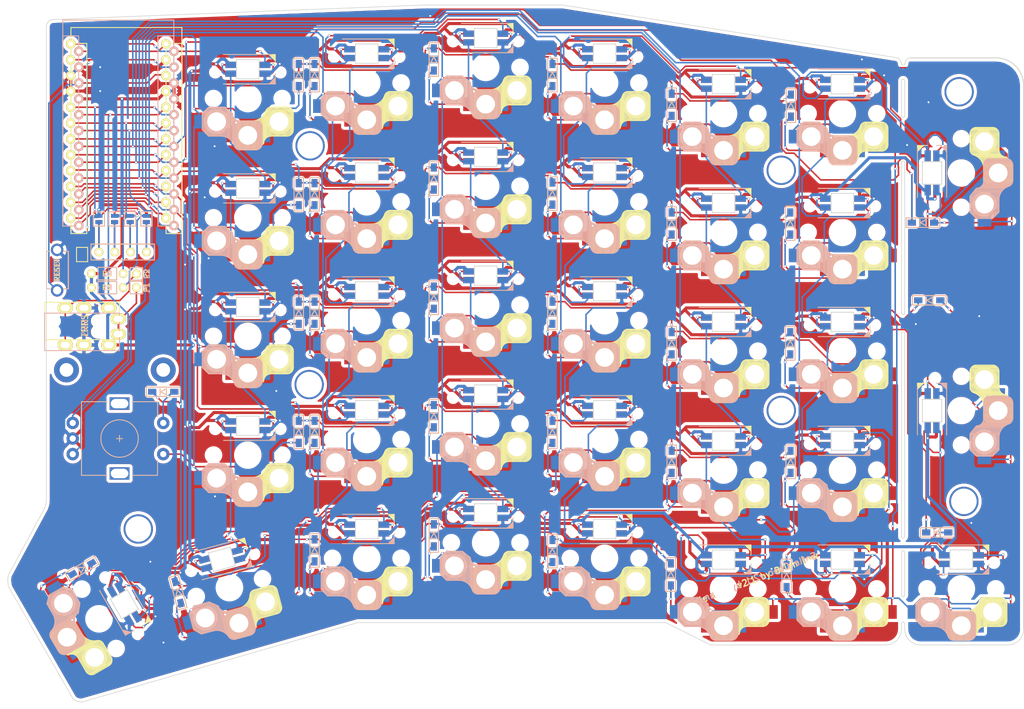
<source format=kicad_pcb>
(kicad_pcb (version 20171130) (host pcbnew 5.1.10-88a1d61d58~90~ubuntu20.04.1)
  (layers (0 F.Cu signal) (31 B.Cu signal) (34 B.Paste user hide) (35 F.Paste user hide) (36 B.SilkS user hide) (37 F.SilkS user hide) (38 B.Mask user) (39 F.Mask user) (44 Edge.Cuts user))
  (net 0 "")
  (net 1 "Net-(D1-Pad2)")
  (net 2 row4)
  (net 3 "Net-(D2-Pad2)")
  (net 4 "Net-(D3-Pad2)")
  (net 5 row0)
  (net 6 "Net-(D4-Pad2)")
  (net 7 row1)
  (net 8 "Net-(D5-Pad2)")
  (net 9 row2)
  (net 10 "Net-(D6-Pad2)")
  (net 11 row3)
  (net 12 "Net-(D7-Pad2)")
  (net 13 "Net-(D8-Pad2)")
  (net 14 "Net-(D9-Pad2)")
  (net 15 "Net-(D10-Pad2)")
  (net 16 "Net-(D11-Pad2)")
  (net 17 "Net-(D12-Pad2)")
  (net 18 "Net-(D13-Pad2)")
  (net 19 "Net-(D14-Pad2)")
  (net 20 "Net-(D15-Pad2)")
  (net 21 "Net-(D16-Pad2)")
  (net 22 "Net-(D17-Pad2)")
  (net 23 "Net-(D18-Pad2)")
  (net 24 "Net-(D19-Pad2)")
  (net 25 "Net-(D20-Pad2)")
  (net 26 "Net-(D21-Pad2)")
  (net 27 "Net-(D22-Pad2)")
  (net 28 "Net-(D23-Pad2)")
  (net 29 "Net-(D24-Pad2)")
  (net 30 "Net-(D26-Pad2)")
  (net 31 "Net-(D27-Pad2)")
  (net 32 "Net-(D28-Pad2)")
  (net 33 VCC)
  (net 34 GND)
  (net 35 col0)
  (net 36 col1)
  (net 37 col2)
  (net 38 col3)
  (net 39 col4)
  (net 40 SDA)
  (net 41 LED)
  (net 42 SCL)
  (net 43 RESET)
  (net 44 "Net-(D29-Pad2)")
  (net 45 "Net-(U1-Pad24)")
  (net 46 DATA)
  (net 47 "Net-(J3-Pad1)")
  (net 48 "Net-(J3-Pad2)")
  (net 49 "Net-(J3-Pad3)")
  (net 50 "Net-(J3-Pad4)")
  (net 51 "Net-(D30-Pad2)")
  (net 52 SW25B)
  (net 53 SW25A)
  (net 54 ENCB)
  (net 55 ENCA)
  (net 56 /i2c_c)
  (net 57 /i2c_d)
  (net 58 "Net-(SW1-Pad2)")
  (net 59 "Net-(SW2-Pad2)")
  (net 60 "Net-(SW3-Pad2)")
  (net 61 "Net-(SW12-Pad4)")
  (net 62 "Net-(SW13-Pad4)")
  (net 63 "Net-(SW10-Pad2)")
  (net 64 "Net-(SW10-Pad4)")
  (net 65 "Net-(SW11-Pad4)")
  (net 66 "Net-(SW13-Pad2)")
  (net 67 "Net-(SW14-Pad2)")
  (net 68 "Net-(SW15-Pad2)")
  (net 69 "Net-(SW17-Pad2)")
  (net 70 "Net-(SW19-Pad2)")
  (net 71 "Net-(SW26-Pad2)")
  (net 72 "Net-(SW29-Pad2)")
  (net 73 "Net-(SW14-Pad4)")
  (net 74 "Net-(SW15-Pad4)")
  (net 75 "Net-(SW11-Pad2)")
  (net 76 "Net-(SW12-Pad2)")
  (net 77 "Net-(SW21-Pad2)")
  (net 78 "Net-(SW23-Pad2)")
  (net 79 "Net-(SW2-Pad4)")
  (net 80 "Net-(SW20-Pad4)")
  (net 81 "Net-(SW27-Pad2)")
  (net 82 "Net-(SW4-Pad2)")
  (net 83 "Net-(SW16-Pad4)")
  (net 84 "Net-(SW18-Pad4)")
  (net 85 "Net-(SW22-Pad4)")
  (net 86 "Net-(SW31-Pad4)")
  (net 87 "Net-(SW24-Pad4)")
  (net 88 "Net-(SW31-Pad2)")
  (net 89 "Net-(D31-Pad2)")
  (net 90 col6)
  (net 91 "Net-(SW32-Pad2)")
  (net 92 "Net-(D32-Pad2)")
  (net 93 "Net-(SW33-Pad2)")
  (net 94 "Net-(D33-Pad2)")
  (net 95 "Net-(D34-Pad2)")
  (net 96 "Net-(D35-Pad2)")
  (net 97 "Net-(SW34-Pad4)")
  (module SofleChoc:Choc_Hotswap_SK6812MiniE (layer F.Cu) (at 234.85 61.925 270)
    (fp_text reference SW31 hide)
    (fp_text value SW_PUSH_LED hide)
    (fp_line (start -1.8 3.149) (end -1.8 6.249) (layer Edge.Cuts) (width 0.12))
    (fp_line (start -1.8 6.249) (end 1.8 6.249) (layer Edge.Cuts) (width 0.12))
    (fp_line (start 1.8 6.249) (end 1.8 3.149) (layer Edge.Cuts) (width 0.12))
    (fp_line (start 1.8 3.149) (end -1.8 3.149) (layer Edge.Cuts) (width 0.12))
    (pad 1 smd rect (at 2.75 5.399 270) (size 1.7 1) (layers B.Cu B.Paste B.Mask) (net 33 VCC))
    (pad 4 smd rect (at -2.75 5.399 270) (size 1.7 1) (layers B.Cu B.Paste B.Mask) (net 86 "Net-(SW31-Pad4)"))
    (pad 2 smd rect (at 2.75 3.999 270) (size 1.7 1) (layers B.Cu B.Paste B.Mask) (net 88 "Net-(SW31-Pad2)"))
    (pad 3 smd rect (at -2.75 3.999 270) (size 1.7 1) (layers B.Cu B.Paste B.Mask) (net 34 GND))
    (pad 4 smd rect (at -2.75 3.999 270) (size 1.7 1) (layers F.Cu F.Paste F.Mask) (net 86 "Net-(SW31-Pad4)"))
    (pad 1 smd rect (at 2.75 3.999 270) (size 1.7 1) (layers F.Cu F.Paste F.Mask) (net 33 VCC))
    (pad 3 smd rect (at -2.75 5.399 270) (size 1.7 1) (layers F.Cu F.Paste F.Mask) (net 34 GND))
    (pad 2 smd rect (at 2.75 5.399 270) (size 1.7 1) (layers F.Cu F.Paste F.Mask) (net 88 "Net-(SW31-Pad2)"))
    (pad "" np_thru_hole circle (at -5.22 4.2 270) (size 1 1) (drill 1) (layers *.Cu *.Mask))
    (pad "" np_thru_hole circle (at 5.22 4.2 270) (size 1 1) (drill 1) (layers *.Cu *.Mask))
    (pad "" np_thru_hole circle (at -5 -3.7) (size 3 3) (drill 3) (layers *.Cu *.Mask))
    (pad 5 smd rect (at 2.8 -5.9 270) (size 1.6 2.2) (layers F.Cu F.Paste F.Mask) (net 89 "Net-(D31-Pad2)"))
    (pad 6 smd rect (at -7.9 -3.7 270) (size 1.6 2.2) (layers F.Cu F.Paste F.Mask) (net 90 col6) (clearance 0.5))
    (pad 6 smd rect (at 7.8 -3.7 270) (size 1.6 2.2) (layers B.Cu B.Paste B.Mask) (net 90 col6) (clearance 0.3))
    (pad 5 smd rect (at -2.8 -5.9 270) (size 1.6 2.2) (layers B.Cu B.Paste B.Mask) (net 89 "Net-(D31-Pad2)"))
    (pad "" np_thru_hole circle (at 5 -3.7 180) (size 3 3) (drill 3) (layers *.Cu *.Mask))
    (pad "" np_thru_hole circle (at 0 -5.9 180) (size 3 3) (drill 3) (layers *.Cu *.Mask))
    (pad "" np_thru_hole circle (at 0 0 180) (size 3.4 3.4) (drill 3.4) (layers *.Cu *.Mask))
    (pad "" np_thru_hole circle (at 5.5 0 180) (size 1.8 1.8) (drill 1.8) (layers *.Cu *.Mask))
    (pad "" np_thru_hole circle (at -5.5 0 180) (size 1.8 1.8) (drill 1.8) (layers *.Cu *.Mask))
  )
  (module SofleChoc:Choc_Hotswap_SK6812MiniE (layer F.Cu) (at 196.75 109.55 180)
    (fp_text reference SW23 hide)
    (fp_text value SW_PUSH_LED hide)
    (fp_line (start 1.8 3.149) (end -1.8 3.149) (layer Edge.Cuts) (width 0.12))
    (fp_line (start 1.8 6.249) (end 1.8 3.149) (layer Edge.Cuts) (width 0.12))
    (fp_line (start -1.8 6.249) (end 1.8 6.249) (layer Edge.Cuts) (width 0.12))
    (fp_line (start -1.8 3.149) (end -1.8 6.249) (layer Edge.Cuts) (width 0.12))
    (pad 1 smd rect (at 2.75 5.399 180) (size 1.7 1) (layers B.Cu B.Paste B.Mask) (net 33 VCC))
    (pad 4 smd rect (at -2.75 5.399 180) (size 1.7 1) (layers B.Cu B.Paste B.Mask) (net 69 "Net-(SW17-Pad2)"))
    (pad 2 smd rect (at 2.75 3.999 180) (size 1.7 1) (layers B.Cu B.Paste B.Mask) (net 78 "Net-(SW23-Pad2)"))
    (pad 3 smd rect (at -2.75 3.999 180) (size 1.7 1) (layers B.Cu B.Paste B.Mask) (net 34 GND))
    (pad 4 smd rect (at -2.75 3.999 180) (size 1.7 1) (layers F.Cu F.Paste F.Mask) (net 69 "Net-(SW17-Pad2)"))
    (pad 1 smd rect (at 2.75 3.999 180) (size 1.7 1) (layers F.Cu F.Paste F.Mask) (net 33 VCC))
    (pad 3 smd rect (at -2.75 5.399 180) (size 1.7 1) (layers F.Cu F.Paste F.Mask) (net 34 GND))
    (pad 2 smd rect (at 2.75 5.399 180) (size 1.7 1) (layers F.Cu F.Paste F.Mask) (net 78 "Net-(SW23-Pad2)"))
    (pad "" np_thru_hole circle (at -5.22 4.2 180) (size 1 1) (drill 1) (layers *.Cu *.Mask))
    (pad "" np_thru_hole circle (at 5.22 4.2 180) (size 1 1) (drill 1) (layers *.Cu *.Mask))
    (pad "" np_thru_hole circle (at -5 -3.7 270) (size 3 3) (drill 3) (layers *.Cu *.Mask))
    (pad 5 smd rect (at 2.8 -5.9 180) (size 1.6 2.2) (layers F.Cu F.Paste F.Mask) (net 28 "Net-(D23-Pad2)"))
    (pad 6 smd rect (at -7.9 -3.7 180) (size 1.6 2.2) (layers F.Cu F.Paste F.Mask) (net 36 col1) (clearance 0.5))
    (pad 6 smd rect (at 7.8 -3.7 180) (size 1.6 2.2) (layers B.Cu B.Paste B.Mask) (net 36 col1) (clearance 0.3))
    (pad 5 smd rect (at -2.8 -5.9 180) (size 1.6 2.2) (layers B.Cu B.Paste B.Mask) (net 28 "Net-(D23-Pad2)"))
    (pad "" np_thru_hole circle (at 5 -3.7 90) (size 3 3) (drill 3) (layers *.Cu *.Mask))
    (pad "" np_thru_hole circle (at 0 -5.9 90) (size 3 3) (drill 3) (layers *.Cu *.Mask))
    (pad "" np_thru_hole circle (at 0 0 90) (size 3.4 3.4) (drill 3.4) (layers *.Cu *.Mask))
    (pad "" np_thru_hole circle (at 5.5 0 90) (size 1.8 1.8) (drill 1.8) (layers *.Cu *.Mask))
    (pad "" np_thru_hole circle (at -5.5 0 90) (size 1.8 1.8) (drill 1.8) (layers *.Cu *.Mask))
  )
  (module SofleChoc:Choc_Hotswap_SK6812MiniE (layer F.Cu) (at 215.8 109.55 180)
    (fp_text reference SW24 hide)
    (fp_text value SW_PUSH_LED hide)
    (fp_line (start 1.8 3.149) (end -1.8 3.149) (layer Edge.Cuts) (width 0.12))
    (fp_line (start 1.8 6.249) (end 1.8 3.149) (layer Edge.Cuts) (width 0.12))
    (fp_line (start -1.8 6.249) (end 1.8 6.249) (layer Edge.Cuts) (width 0.12))
    (fp_line (start -1.8 3.149) (end -1.8 6.249) (layer Edge.Cuts) (width 0.12))
    (pad 1 smd rect (at 2.75 5.399 180) (size 1.7 1) (layers B.Cu B.Paste B.Mask) (net 33 VCC))
    (pad 4 smd rect (at -2.75 5.399 180) (size 1.7 1) (layers B.Cu B.Paste B.Mask) (net 87 "Net-(SW24-Pad4)"))
    (pad 2 smd rect (at 2.75 3.999 180) (size 1.7 1) (layers B.Cu B.Paste B.Mask) (net 84 "Net-(SW18-Pad4)"))
    (pad 3 smd rect (at -2.75 3.999 180) (size 1.7 1) (layers B.Cu B.Paste B.Mask) (net 34 GND))
    (pad 4 smd rect (at -2.75 3.999 180) (size 1.7 1) (layers F.Cu F.Paste F.Mask) (net 87 "Net-(SW24-Pad4)"))
    (pad 1 smd rect (at 2.75 3.999 180) (size 1.7 1) (layers F.Cu F.Paste F.Mask) (net 33 VCC))
    (pad 3 smd rect (at -2.75 5.399 180) (size 1.7 1) (layers F.Cu F.Paste F.Mask) (net 34 GND))
    (pad 2 smd rect (at 2.75 5.399 180) (size 1.7 1) (layers F.Cu F.Paste F.Mask) (net 84 "Net-(SW18-Pad4)"))
    (pad "" np_thru_hole circle (at -5.22 4.2 180) (size 1 1) (drill 1) (layers *.Cu *.Mask))
    (pad "" np_thru_hole circle (at 5.22 4.2 180) (size 1 1) (drill 1) (layers *.Cu *.Mask))
    (pad "" np_thru_hole circle (at -5 -3.7 270) (size 3 3) (drill 3) (layers *.Cu *.Mask))
    (pad 5 smd rect (at 2.8 -5.9 180) (size 1.6 2.2) (layers F.Cu F.Paste F.Mask) (net 29 "Net-(D24-Pad2)"))
    (pad 6 smd rect (at -7.9 -3.7 180) (size 1.6 2.2) (layers F.Cu F.Paste F.Mask) (net 35 col0) (clearance 0.5))
    (pad 6 smd rect (at 7.8 -3.7 180) (size 1.6 2.2) (layers B.Cu B.Paste B.Mask) (net 35 col0) (clearance 0.3))
    (pad 5 smd rect (at -2.8 -5.9 180) (size 1.6 2.2) (layers B.Cu B.Paste B.Mask) (net 29 "Net-(D24-Pad2)"))
    (pad "" np_thru_hole circle (at 5 -3.7 90) (size 3 3) (drill 3) (layers *.Cu *.Mask))
    (pad "" np_thru_hole circle (at 0 -5.9 90) (size 3 3) (drill 3) (layers *.Cu *.Mask))
    (pad "" np_thru_hole circle (at 0 0 90) (size 3.4 3.4) (drill 3.4) (layers *.Cu *.Mask))
    (pad "" np_thru_hole circle (at 5.5 0 90) (size 1.8 1.8) (drill 1.8) (layers *.Cu *.Mask))
    (pad "" np_thru_hole circle (at -5.5 0 90) (size 1.8 1.8) (drill 1.8) (layers *.Cu *.Mask))
  )
  (module SofleChoc:Choc_Hotswap_SK6812MiniE (layer F.Cu) (at 215.8 128.6 180)
    (fp_text reference SW34 hide)
    (fp_text value SW_PUSH_LED hide)
    (fp_line (start -1.8 3.149) (end -1.8 6.249) (layer Edge.Cuts) (width 0.12))
    (fp_line (start -1.8 6.249) (end 1.8 6.249) (layer Edge.Cuts) (width 0.12))
    (fp_line (start 1.8 6.249) (end 1.8 3.149) (layer Edge.Cuts) (width 0.12))
    (fp_line (start 1.8 3.149) (end -1.8 3.149) (layer Edge.Cuts) (width 0.12))
    (pad 1 smd rect (at 2.75 5.399 180) (size 1.7 1) (layers B.Cu B.Paste B.Mask) (net 33 VCC))
    (pad 4 smd rect (at -2.75 5.399 180) (size 1.7 1) (layers B.Cu B.Paste B.Mask) (net 97 "Net-(SW34-Pad4)"))
    (pad 2 smd rect (at 2.75 3.999 180) (size 1.7 1) (layers B.Cu B.Paste B.Mask) (net 87 "Net-(SW24-Pad4)"))
    (pad 3 smd rect (at -2.75 3.999 180) (size 1.7 1) (layers B.Cu B.Paste B.Mask) (net 34 GND))
    (pad 4 smd rect (at -2.75 3.999 180) (size 1.7 1) (layers F.Cu F.Paste F.Mask) (net 97 "Net-(SW34-Pad4)"))
    (pad 1 smd rect (at 2.75 3.999 180) (size 1.7 1) (layers F.Cu F.Paste F.Mask) (net 33 VCC))
    (pad 3 smd rect (at -2.75 5.399 180) (size 1.7 1) (layers F.Cu F.Paste F.Mask) (net 34 GND))
    (pad 2 smd rect (at 2.75 5.399 180) (size 1.7 1) (layers F.Cu F.Paste F.Mask) (net 87 "Net-(SW24-Pad4)"))
    (pad "" np_thru_hole circle (at -5.22 4.2 180) (size 1 1) (drill 1) (layers *.Cu *.Mask))
    (pad "" np_thru_hole circle (at 5.22 4.2 180) (size 1 1) (drill 1) (layers *.Cu *.Mask))
    (pad "" np_thru_hole circle (at -5 -3.7 270) (size 3 3) (drill 3) (layers *.Cu *.Mask))
    (pad 5 smd rect (at 2.8 -5.9 180) (size 1.6 2.2) (layers F.Cu F.Paste F.Mask) (net 95 "Net-(D34-Pad2)"))
    (pad 6 smd rect (at -7.9 -3.7 180) (size 1.6 2.2) (layers F.Cu F.Paste F.Mask) (net 90 col6) (clearance 0.5))
    (pad 6 smd rect (at 7.8 -3.7 180) (size 1.6 2.2) (layers B.Cu B.Paste B.Mask) (net 90 col6) (clearance 0.3))
    (pad 5 smd rect (at -2.8 -5.9 180) (size 1.6 2.2) (layers B.Cu B.Paste B.Mask) (net 95 "Net-(D34-Pad2)"))
    (pad "" np_thru_hole circle (at 5 -3.7 90) (size 3 3) (drill 3) (layers *.Cu *.Mask))
    (pad "" np_thru_hole circle (at 0 -5.9 90) (size 3 3) (drill 3) (layers *.Cu *.Mask))
    (pad "" np_thru_hole circle (at 0 0 90) (size 3.4 3.4) (drill 3.4) (layers *.Cu *.Mask))
    (pad "" np_thru_hole circle (at 5.5 0 90) (size 1.8 1.8) (drill 1.8) (layers *.Cu *.Mask))
    (pad "" np_thru_hole circle (at -5.5 0 90) (size 1.8 1.8) (drill 1.8) (layers *.Cu *.Mask))
  )
  (module Diode_SMD:crkbd-diode (layer F.Cu) (at 188.31212 126.28064 270)
    (fp_text reference D35 hide)
    (fp_text value D hide)
    (pad 1 smd rect (at -1.775 0 270) (size 1.3 0.95) (layers F.Cu F.Paste F.Mask) (net 2 row4))
    (pad 2 smd rect (at 1.775 0 270) (size 1.3 0.95) (layers B.Cu B.Paste B.Mask) (net 96 "Net-(D35-Pad2)"))
    (pad 1 smd rect (at -1.775 0 270) (size 1.3 0.95) (layers B.Cu B.Paste B.Mask) (net 2 row4))
    (pad 2 smd rect (at 1.775 0 270) (size 1.3 0.95) (layers F.Cu F.Paste F.Mask) (net 96 "Net-(D35-Pad2)"))
  )
  (module Diode_SMD:crkbd-diode (layer F.Cu) (at 206.85412 126.53464 270)
    (fp_text reference D34 hide)
    (fp_text value D hide)
    (pad 1 smd rect (at -1.775 0 270) (size 1.3 0.95) (layers F.Cu F.Paste F.Mask) (net 11 row3))
    (pad 2 smd rect (at 1.775 0 270) (size 1.3 0.95) (layers B.Cu B.Paste B.Mask) (net 95 "Net-(D34-Pad2)"))
    (pad 1 smd rect (at -1.775 0 270) (size 1.3 0.95) (layers B.Cu B.Paste B.Mask) (net 11 row3))
    (pad 2 smd rect (at 1.775 0 270) (size 1.3 0.95) (layers F.Cu F.Paste F.Mask) (net 95 "Net-(D34-Pad2)"))
  )
  (module Diode_SMD:crkbd-diode (layer F.Cu) (at 230.98412 119.54964)
    (fp_text reference D33 hide)
    (fp_text value D hide)
    (pad 1 smd rect (at -1.775 0) (size 1.3 0.95) (layers F.Cu F.Paste F.Mask) (net 9 row2))
    (pad 2 smd rect (at 1.775 0) (size 1.3 0.95) (layers B.Cu B.Paste B.Mask) (net 94 "Net-(D33-Pad2)"))
    (pad 1 smd rect (at -1.775 0) (size 1.3 0.95) (layers B.Cu B.Paste B.Mask) (net 9 row2))
    (pad 2 smd rect (at 1.775 0) (size 1.3 0.95) (layers F.Cu F.Paste F.Mask) (net 94 "Net-(D33-Pad2)"))
  )
  (module Diode_SMD:crkbd-diode (layer F.Cu) (at 229.71412 82.33864)
    (fp_text reference D32 hide)
    (fp_text value D hide)
    (pad 1 smd rect (at -1.775 0) (size 1.3 0.95) (layers F.Cu F.Paste F.Mask) (net 7 row1))
    (pad 2 smd rect (at 1.775 0) (size 1.3 0.95) (layers B.Cu B.Paste B.Mask) (net 92 "Net-(D32-Pad2)"))
    (pad 1 smd rect (at -1.775 0) (size 1.3 0.95) (layers B.Cu B.Paste B.Mask) (net 7 row1))
    (pad 2 smd rect (at 1.775 0) (size 1.3 0.95) (layers F.Cu F.Paste F.Mask) (net 92 "Net-(D32-Pad2)"))
  )
  (module Diode_SMD:crkbd-diode (layer F.Cu) (at 228.69812 69.89264)
    (fp_text reference D31 hide)
    (fp_text value D hide)
    (pad 1 smd rect (at -1.775 0) (size 1.3 0.95) (layers F.Cu F.Paste F.Mask) (net 5 row0))
    (pad 2 smd rect (at 1.775 0) (size 1.3 0.95) (layers B.Cu B.Paste B.Mask) (net 89 "Net-(D31-Pad2)"))
    (pad 1 smd rect (at -1.775 0) (size 1.3 0.95) (layers B.Cu B.Paste B.Mask) (net 5 row0))
    (pad 2 smd rect (at 1.775 0) (size 1.3 0.95) (layers F.Cu F.Paste F.Mask) (net 89 "Net-(D31-Pad2)"))
  )
  (module SofleKeyboard-footprint:HOLE_M2_TH (layer F.Cu) (at 234.66712 48.93764)
    (fp_text reference TH6 hide)
    (fp_text value HOLE hide)
    (pad "" thru_hole circle (at -0.175 -0.025 90) (size 4.7 4.7) (drill 4.1) (layers *.Cu *.Mask Dwgs.User) (clearance 0.3))
  )
  (module SofleKeyboard-footprint:HOLE_M2_TH (layer F.Cu) (at 235.42912 114.59664)
    (fp_text reference TH6 hide)
    (fp_text value HOLE hide)
    (pad "" thru_hole circle (at -0.175 -0.025 90) (size 4.7 4.7) (drill 4.1) (layers *.Cu *.Mask Dwgs.User) (clearance 0.3))
  )
  (module SofleChoc:Choc_Hotswap_SK6812MiniE (layer F.Cu) (at 196.75 128.6 180)
    (fp_text reference SW35 hide)
    (fp_text value SW_PUSH_LED hide)
    (fp_line (start -1.8 3.149) (end -1.8 6.249) (layer Edge.Cuts) (width 0.12))
    (fp_line (start -1.8 6.249) (end 1.8 6.249) (layer Edge.Cuts) (width 0.12))
    (fp_line (start 1.8 6.249) (end 1.8 3.149) (layer Edge.Cuts) (width 0.12))
    (fp_line (start 1.8 3.149) (end -1.8 3.149) (layer Edge.Cuts) (width 0.12))
    (pad 1 smd rect (at 2.75 5.399 180) (size 1.7 1) (layers B.Cu B.Paste B.Mask) (net 33 VCC))
    (pad 4 smd rect (at -2.75 5.399 180) (size 1.7 1) (layers B.Cu B.Paste B.Mask) (net 78 "Net-(SW23-Pad2)"))
    (pad 2 smd rect (at 2.75 3.999 180) (size 1.7 1) (layers B.Cu B.Paste B.Mask) (net 97 "Net-(SW34-Pad4)"))
    (pad 3 smd rect (at -2.75 3.999 180) (size 1.7 1) (layers B.Cu B.Paste B.Mask) (net 34 GND))
    (pad 4 smd rect (at -2.75 3.999 180) (size 1.7 1) (layers F.Cu F.Paste F.Mask) (net 78 "Net-(SW23-Pad2)"))
    (pad 1 smd rect (at 2.75 3.999 180) (size 1.7 1) (layers F.Cu F.Paste F.Mask) (net 33 VCC))
    (pad 3 smd rect (at -2.75 5.399 180) (size 1.7 1) (layers F.Cu F.Paste F.Mask) (net 34 GND))
    (pad 2 smd rect (at 2.75 5.399 180) (size 1.7 1) (layers F.Cu F.Paste F.Mask) (net 97 "Net-(SW34-Pad4)"))
    (pad "" np_thru_hole circle (at -5.22 4.2 180) (size 1 1) (drill 1) (layers *.Cu *.Mask))
    (pad "" np_thru_hole circle (at 5.22 4.2 180) (size 1 1) (drill 1) (layers *.Cu *.Mask))
    (pad "" np_thru_hole circle (at -5 -3.7 270) (size 3 3) (drill 3) (layers *.Cu *.Mask))
    (pad 5 smd rect (at 2.8 -5.9 180) (size 1.6 2.2) (layers F.Cu F.Paste F.Mask) (net 96 "Net-(D35-Pad2)"))
    (pad 6 smd rect (at -7.9 -3.7 180) (size 1.6 2.2) (layers F.Cu F.Paste F.Mask) (net 90 col6) (clearance 0.5))
    (pad 6 smd rect (at 7.8 -3.7 180) (size 1.6 2.2) (layers B.Cu B.Paste B.Mask) (net 90 col6) (clearance 0.3))
    (pad 5 smd rect (at -2.8 -5.9 180) (size 1.6 2.2) (layers B.Cu B.Paste B.Mask) (net 96 "Net-(D35-Pad2)"))
    (pad "" np_thru_hole circle (at 5 -3.7 90) (size 3 3) (drill 3) (layers *.Cu *.Mask))
    (pad "" np_thru_hole circle (at 0 -5.9 90) (size 3 3) (drill 3) (layers *.Cu *.Mask))
    (pad "" np_thru_hole circle (at 0 0 90) (size 3.4 3.4) (drill 3.4) (layers *.Cu *.Mask))
    (pad "" np_thru_hole circle (at 5.5 0 90) (size 1.8 1.8) (drill 1.8) (layers *.Cu *.Mask))
    (pad "" np_thru_hole circle (at -5.5 0 90) (size 1.8 1.8) (drill 1.8) (layers *.Cu *.Mask))
  )
  (module SofleChoc:Choc_Hotswap_SK6812MiniE (layer F.Cu) (at 234.85 128.6 180)
    (fp_text reference SW33 hide)
    (fp_text value SW_PUSH_LED hide)
    (fp_line (start -1.8 3.149) (end -1.8 6.249) (layer Edge.Cuts) (width 0.12))
    (fp_line (start -1.8 6.249) (end 1.8 6.249) (layer Edge.Cuts) (width 0.12))
    (fp_line (start 1.8 6.249) (end 1.8 3.149) (layer Edge.Cuts) (width 0.12))
    (fp_line (start 1.8 3.149) (end -1.8 3.149) (layer Edge.Cuts) (width 0.12))
    (pad 1 smd rect (at 2.75 5.399 180) (size 1.7 1) (layers B.Cu B.Paste B.Mask) (net 33 VCC))
    (pad 4 smd rect (at -2.75 5.399 180) (size 1.7 1) (layers B.Cu B.Paste B.Mask) (net 91 "Net-(SW32-Pad2)"))
    (pad 2 smd rect (at 2.75 3.999 180) (size 1.7 1) (layers B.Cu B.Paste B.Mask) (net 93 "Net-(SW33-Pad2)"))
    (pad 3 smd rect (at -2.75 3.999 180) (size 1.7 1) (layers B.Cu B.Paste B.Mask) (net 34 GND))
    (pad 4 smd rect (at -2.75 3.999 180) (size 1.7 1) (layers F.Cu F.Paste F.Mask) (net 91 "Net-(SW32-Pad2)"))
    (pad 1 smd rect (at 2.75 3.999 180) (size 1.7 1) (layers F.Cu F.Paste F.Mask) (net 33 VCC))
    (pad 3 smd rect (at -2.75 5.399 180) (size 1.7 1) (layers F.Cu F.Paste F.Mask) (net 34 GND))
    (pad 2 smd rect (at 2.75 5.399 180) (size 1.7 1) (layers F.Cu F.Paste F.Mask) (net 93 "Net-(SW33-Pad2)"))
    (pad "" np_thru_hole circle (at -5.22 4.2 180) (size 1 1) (drill 1) (layers *.Cu *.Mask))
    (pad "" np_thru_hole circle (at 5.22 4.2 180) (size 1 1) (drill 1) (layers *.Cu *.Mask))
    (pad "" np_thru_hole circle (at -5 -3.7 270) (size 3 3) (drill 3) (layers *.Cu *.Mask))
    (pad 5 smd rect (at 2.8 -5.9 180) (size 1.6 2.2) (layers F.Cu F.Paste F.Mask) (net 94 "Net-(D33-Pad2)"))
    (pad 6 smd rect (at -7.9 -3.7 180) (size 1.6 2.2) (layers F.Cu F.Paste F.Mask) (net 90 col6) (clearance 0.5))
    (pad 6 smd rect (at 7.8 -3.7 180) (size 1.6 2.2) (layers B.Cu B.Paste B.Mask) (net 90 col6) (clearance 0.3))
    (pad 5 smd rect (at -2.8 -5.9 180) (size 1.6 2.2) (layers B.Cu B.Paste B.Mask) (net 94 "Net-(D33-Pad2)"))
    (pad "" np_thru_hole circle (at 5 -3.7 90) (size 3 3) (drill 3) (layers *.Cu *.Mask))
    (pad "" np_thru_hole circle (at 0 -5.9 90) (size 3 3) (drill 3) (layers *.Cu *.Mask))
    (pad "" np_thru_hole circle (at 0 0 90) (size 3.4 3.4) (drill 3.4) (layers *.Cu *.Mask))
    (pad "" np_thru_hole circle (at 5.5 0 90) (size 1.8 1.8) (drill 1.8) (layers *.Cu *.Mask))
    (pad "" np_thru_hole circle (at -5.5 0 90) (size 1.8 1.8) (drill 1.8) (layers *.Cu *.Mask))
  )
  (module SofleChoc:Choc_Hotswap_SK6812MiniE (layer F.Cu) (at 234.85 100.025 270)
    (fp_text reference SW32 hide)
    (fp_text value SW_PUSH_LED hide)
    (fp_line (start -1.8 3.149) (end -1.8 6.249) (layer Edge.Cuts) (width 0.12))
    (fp_line (start -1.8 6.249) (end 1.8 6.249) (layer Edge.Cuts) (width 0.12))
    (fp_line (start 1.8 6.249) (end 1.8 3.149) (layer Edge.Cuts) (width 0.12))
    (fp_line (start 1.8 3.149) (end -1.8 3.149) (layer Edge.Cuts) (width 0.12))
    (pad 1 smd rect (at 2.75 5.399 270) (size 1.7 1) (layers B.Cu B.Paste B.Mask) (net 33 VCC))
    (pad 4 smd rect (at -2.75 5.399 270) (size 1.7 1) (layers B.Cu B.Paste B.Mask) (net 88 "Net-(SW31-Pad2)"))
    (pad 2 smd rect (at 2.75 3.999 270) (size 1.7 1) (layers B.Cu B.Paste B.Mask) (net 91 "Net-(SW32-Pad2)"))
    (pad 3 smd rect (at -2.75 3.999 270) (size 1.7 1) (layers B.Cu B.Paste B.Mask) (net 34 GND))
    (pad 4 smd rect (at -2.75 3.999 270) (size 1.7 1) (layers F.Cu F.Paste F.Mask) (net 88 "Net-(SW31-Pad2)"))
    (pad 1 smd rect (at 2.75 3.999 270) (size 1.7 1) (layers F.Cu F.Paste F.Mask) (net 33 VCC))
    (pad 3 smd rect (at -2.75 5.399 270) (size 1.7 1) (layers F.Cu F.Paste F.Mask) (net 34 GND))
    (pad 2 smd rect (at 2.75 5.399 270) (size 1.7 1) (layers F.Cu F.Paste F.Mask) (net 91 "Net-(SW32-Pad2)"))
    (pad "" np_thru_hole circle (at -5.22 4.2 270) (size 1 1) (drill 1) (layers *.Cu *.Mask))
    (pad "" np_thru_hole circle (at 5.22 4.2 270) (size 1 1) (drill 1) (layers *.Cu *.Mask))
    (pad "" np_thru_hole circle (at -5 -3.7) (size 3 3) (drill 3) (layers *.Cu *.Mask))
    (pad 5 smd rect (at 2.8 -5.9 270) (size 1.6 2.2) (layers F.Cu F.Paste F.Mask) (net 92 "Net-(D32-Pad2)"))
    (pad 6 smd rect (at -7.9 -3.7 270) (size 1.6 2.2) (layers F.Cu F.Paste F.Mask) (net 90 col6) (clearance 0.5))
    (pad 6 smd rect (at 7.8 -3.7 270) (size 1.6 2.2) (layers B.Cu B.Paste B.Mask) (net 90 col6) (clearance 0.3))
    (pad 5 smd rect (at -2.8 -5.9 270) (size 1.6 2.2) (layers B.Cu B.Paste B.Mask) (net 92 "Net-(D32-Pad2)"))
    (pad "" np_thru_hole circle (at 5 -3.7 180) (size 3 3) (drill 3) (layers *.Cu *.Mask))
    (pad "" np_thru_hole circle (at 0 -5.9 180) (size 3 3) (drill 3) (layers *.Cu *.Mask))
    (pad "" np_thru_hole circle (at 0 0 180) (size 3.4 3.4) (drill 3.4) (layers *.Cu *.Mask))
    (pad "" np_thru_hole circle (at 5.5 0 180) (size 1.8 1.8) (drill 1.8) (layers *.Cu *.Mask))
    (pad "" np_thru_hole circle (at -5.5 0 180) (size 1.8 1.8) (drill 1.8) (layers *.Cu *.Mask))
  )
  (module SofleChoc:Choc_Hotswap_SK6812MiniE (layer F.Cu) (at 177.7 123.7 180)
    (fp_text reference SW30 hide)
    (fp_text value SW_PUSH_LED hide)
    (fp_line (start 1.8 3.149) (end -1.8 3.149) (layer Edge.Cuts) (width 0.12))
    (fp_line (start 1.8 6.249) (end 1.8 3.149) (layer Edge.Cuts) (width 0.12))
    (fp_line (start -1.8 6.249) (end 1.8 6.249) (layer Edge.Cuts) (width 0.12))
    (fp_line (start -1.8 3.149) (end -1.8 6.249) (layer Edge.Cuts) (width 0.12))
    (pad 1 smd rect (at 2.75 5.399 180) (size 1.7 1) (layers B.Cu B.Paste B.Mask) (net 33 VCC))
    (pad 4 smd rect (at -2.75 5.399 180) (size 1.7 1) (layers B.Cu B.Paste B.Mask) (net 72 "Net-(SW29-Pad2)"))
    (pad 2 smd rect (at 2.75 3.999 180) (size 1.7 1) (layers B.Cu B.Paste B.Mask) (net 85 "Net-(SW22-Pad4)"))
    (pad 3 smd rect (at -2.75 3.999 180) (size 1.7 1) (layers B.Cu B.Paste B.Mask) (net 34 GND))
    (pad 4 smd rect (at -2.75 3.999 180) (size 1.7 1) (layers F.Cu F.Paste F.Mask) (net 72 "Net-(SW29-Pad2)"))
    (pad 1 smd rect (at 2.75 3.999 180) (size 1.7 1) (layers F.Cu F.Paste F.Mask) (net 33 VCC))
    (pad 3 smd rect (at -2.75 5.399 180) (size 1.7 1) (layers F.Cu F.Paste F.Mask) (net 34 GND))
    (pad 2 smd rect (at 2.75 5.399 180) (size 1.7 1) (layers F.Cu F.Paste F.Mask) (net 85 "Net-(SW22-Pad4)"))
    (pad "" np_thru_hole circle (at -5.22 4.2 180) (size 1 1) (drill 1) (layers *.Cu *.Mask))
    (pad "" np_thru_hole circle (at 5.22 4.2 180) (size 1 1) (drill 1) (layers *.Cu *.Mask))
    (pad "" np_thru_hole circle (at -5 -3.7 270) (size 3 3) (drill 3) (layers *.Cu *.Mask))
    (pad 5 smd rect (at 2.8 -5.9 180) (size 1.6 2.2) (layers F.Cu F.Paste F.Mask) (net 51 "Net-(D30-Pad2)"))
    (pad 6 smd rect (at -7.9 -3.7 180) (size 1.6 2.2) (layers F.Cu F.Paste F.Mask) (net 35 col0) (clearance 0.5))
    (pad 6 smd rect (at 7.8 -3.7 180) (size 1.6 2.2) (layers B.Cu B.Paste B.Mask) (net 35 col0) (clearance 0.3))
    (pad 5 smd rect (at -2.8 -5.9 180) (size 1.6 2.2) (layers B.Cu B.Paste B.Mask) (net 51 "Net-(D30-Pad2)"))
    (pad "" np_thru_hole circle (at 5 -3.7 90) (size 3 3) (drill 3) (layers *.Cu *.Mask))
    (pad "" np_thru_hole circle (at 0 -5.9 90) (size 3 3) (drill 3) (layers *.Cu *.Mask))
    (pad "" np_thru_hole circle (at 0 0 90) (size 3.4 3.4) (drill 3.4) (layers *.Cu *.Mask))
    (pad "" np_thru_hole circle (at 5.5 0 90) (size 1.8 1.8) (drill 1.8) (layers *.Cu *.Mask))
    (pad "" np_thru_hole circle (at -5.5 0 90) (size 1.8 1.8) (drill 1.8) (layers *.Cu *.Mask))
  )
  (module SofleChoc:Choc_Hotswap_SK6812MiniE (layer F.Cu) (at 158.65 121.2 180)
    (fp_text reference SW29 hide)
    (fp_text value SW_PUSH_LED hide)
    (fp_line (start 1.8 3.149) (end -1.8 3.149) (layer Edge.Cuts) (width 0.12))
    (fp_line (start 1.8 6.249) (end 1.8 3.149) (layer Edge.Cuts) (width 0.12))
    (fp_line (start -1.8 6.249) (end 1.8 6.249) (layer Edge.Cuts) (width 0.12))
    (fp_line (start -1.8 3.149) (end -1.8 6.249) (layer Edge.Cuts) (width 0.12))
    (pad 1 smd rect (at 2.75 5.399 180) (size 1.7 1) (layers B.Cu B.Paste B.Mask) (net 33 VCC))
    (pad 4 smd rect (at -2.75 5.399 180) (size 1.7 1) (layers B.Cu B.Paste B.Mask) (net 77 "Net-(SW21-Pad2)"))
    (pad 2 smd rect (at 2.75 3.999 180) (size 1.7 1) (layers B.Cu B.Paste B.Mask) (net 72 "Net-(SW29-Pad2)"))
    (pad 3 smd rect (at -2.75 3.999 180) (size 1.7 1) (layers B.Cu B.Paste B.Mask) (net 34 GND))
    (pad 4 smd rect (at -2.75 3.999 180) (size 1.7 1) (layers F.Cu F.Paste F.Mask) (net 77 "Net-(SW21-Pad2)"))
    (pad 1 smd rect (at 2.75 3.999 180) (size 1.7 1) (layers F.Cu F.Paste F.Mask) (net 33 VCC))
    (pad 3 smd rect (at -2.75 5.399 180) (size 1.7 1) (layers F.Cu F.Paste F.Mask) (net 34 GND))
    (pad 2 smd rect (at 2.75 5.399 180) (size 1.7 1) (layers F.Cu F.Paste F.Mask) (net 72 "Net-(SW29-Pad2)"))
    (pad "" np_thru_hole circle (at -5.22 4.2 180) (size 1 1) (drill 1) (layers *.Cu *.Mask))
    (pad "" np_thru_hole circle (at 5.22 4.2 180) (size 1 1) (drill 1) (layers *.Cu *.Mask))
    (pad "" np_thru_hole circle (at -5 -3.7 270) (size 3 3) (drill 3) (layers *.Cu *.Mask))
    (pad 5 smd rect (at 2.8 -5.9 180) (size 1.6 2.2) (layers F.Cu F.Paste F.Mask) (net 44 "Net-(D29-Pad2)"))
    (pad 6 smd rect (at -7.9 -3.7 180) (size 1.6 2.2) (layers F.Cu F.Paste F.Mask) (net 36 col1) (clearance 0.5))
    (pad 6 smd rect (at 7.8 -3.7 180) (size 1.6 2.2) (layers B.Cu B.Paste B.Mask) (net 36 col1) (clearance 0.3))
    (pad 5 smd rect (at -2.8 -5.9 180) (size 1.6 2.2) (layers B.Cu B.Paste B.Mask) (net 44 "Net-(D29-Pad2)"))
    (pad "" np_thru_hole circle (at 5 -3.7 90) (size 3 3) (drill 3) (layers *.Cu *.Mask))
    (pad "" np_thru_hole circle (at 0 -5.9 90) (size 3 3) (drill 3) (layers *.Cu *.Mask))
    (pad "" np_thru_hole circle (at 0 0 90) (size 3.4 3.4) (drill 3.4) (layers *.Cu *.Mask))
    (pad "" np_thru_hole circle (at 5.5 0 90) (size 1.8 1.8) (drill 1.8) (layers *.Cu *.Mask))
    (pad "" np_thru_hole circle (at -5.5 0 90) (size 1.8 1.8) (drill 1.8) (layers *.Cu *.Mask))
  )
  (module SofleChoc:Choc_Hotswap_SK6812MiniE (layer F.Cu) (at 139.6 123.7 180)
    (fp_text reference SW28 hide)
    (fp_text value SW_PUSH_LED hide)
    (fp_line (start 1.8 3.149) (end -1.8 3.149) (layer Edge.Cuts) (width 0.12))
    (fp_line (start 1.8 6.249) (end 1.8 3.149) (layer Edge.Cuts) (width 0.12))
    (fp_line (start -1.8 6.249) (end 1.8 6.249) (layer Edge.Cuts) (width 0.12))
    (fp_line (start -1.8 3.149) (end -1.8 6.249) (layer Edge.Cuts) (width 0.12))
    (pad 1 smd rect (at 2.75 5.399 180) (size 1.7 1) (layers B.Cu B.Paste B.Mask) (net 33 VCC))
    (pad 4 smd rect (at -2.75 5.399 180) (size 1.7 1) (layers B.Cu B.Paste B.Mask) (net 81 "Net-(SW27-Pad2)"))
    (pad 2 smd rect (at 2.75 3.999 180) (size 1.7 1) (layers B.Cu B.Paste B.Mask) (net 80 "Net-(SW20-Pad4)"))
    (pad 3 smd rect (at -2.75 3.999 180) (size 1.7 1) (layers B.Cu B.Paste B.Mask) (net 34 GND))
    (pad 4 smd rect (at -2.75 3.999 180) (size 1.7 1) (layers F.Cu F.Paste F.Mask) (net 81 "Net-(SW27-Pad2)"))
    (pad 1 smd rect (at 2.75 3.999 180) (size 1.7 1) (layers F.Cu F.Paste F.Mask) (net 33 VCC))
    (pad 3 smd rect (at -2.75 5.399 180) (size 1.7 1) (layers F.Cu F.Paste F.Mask) (net 34 GND))
    (pad 2 smd rect (at 2.75 5.399 180) (size 1.7 1) (layers F.Cu F.Paste F.Mask) (net 80 "Net-(SW20-Pad4)"))
    (pad "" np_thru_hole circle (at -5.22 4.2 180) (size 1 1) (drill 1) (layers *.Cu *.Mask))
    (pad "" np_thru_hole circle (at 5.22 4.2 180) (size 1 1) (drill 1) (layers *.Cu *.Mask))
    (pad "" np_thru_hole circle (at -5 -3.7 270) (size 3 3) (drill 3) (layers *.Cu *.Mask))
    (pad 5 smd rect (at 2.8 -5.9 180) (size 1.6 2.2) (layers F.Cu F.Paste F.Mask) (net 32 "Net-(D28-Pad2)"))
    (pad 6 smd rect (at -7.9 -3.7 180) (size 1.6 2.2) (layers F.Cu F.Paste F.Mask) (net 37 col2) (clearance 0.5))
    (pad 6 smd rect (at 7.8 -3.7 180) (size 1.6 2.2) (layers B.Cu B.Paste B.Mask) (net 37 col2) (clearance 0.3))
    (pad 5 smd rect (at -2.8 -5.9 180) (size 1.6 2.2) (layers B.Cu B.Paste B.Mask) (net 32 "Net-(D28-Pad2)"))
    (pad "" np_thru_hole circle (at 5 -3.7 90) (size 3 3) (drill 3) (layers *.Cu *.Mask))
    (pad "" np_thru_hole circle (at 0 -5.9 90) (size 3 3) (drill 3) (layers *.Cu *.Mask))
    (pad "" np_thru_hole circle (at 0 0 90) (size 3.4 3.4) (drill 3.4) (layers *.Cu *.Mask))
    (pad "" np_thru_hole circle (at 5.5 0 90) (size 1.8 1.8) (drill 1.8) (layers *.Cu *.Mask))
    (pad "" np_thru_hole circle (at -5.5 0 90) (size 1.8 1.8) (drill 1.8) (layers *.Cu *.Mask))
  )
  (module SofleChoc:Choc_Hotswap_SK6812MiniE (layer F.Cu) (at 117.6 128.4 195)
    (fp_text reference SW27 hide)
    (fp_text value SW_PUSH_LED hide)
    (fp_line (start 1.8 3.149) (end -1.8 3.149) (layer Edge.Cuts) (width 0.12))
    (fp_line (start 1.8 6.249) (end 1.8 3.149) (layer Edge.Cuts) (width 0.12))
    (fp_line (start -1.8 6.249) (end 1.8 6.249) (layer Edge.Cuts) (width 0.12))
    (fp_line (start -1.8 3.149) (end -1.8 6.249) (layer Edge.Cuts) (width 0.12))
    (pad 1 smd rect (at 2.75 5.399 195) (size 1.7 1) (layers B.Cu B.Paste B.Mask) (net 33 VCC))
    (pad 4 smd rect (at -2.75 5.399 195) (size 1.7 1) (layers B.Cu B.Paste B.Mask) (net 71 "Net-(SW26-Pad2)"))
    (pad 2 smd rect (at 2.75 3.999 195) (size 1.7 1) (layers B.Cu B.Paste B.Mask) (net 81 "Net-(SW27-Pad2)"))
    (pad 3 smd rect (at -2.75 3.999 195) (size 1.7 1) (layers B.Cu B.Paste B.Mask) (net 34 GND))
    (pad 4 smd rect (at -2.75 3.999 195) (size 1.7 1) (layers F.Cu F.Paste F.Mask) (net 71 "Net-(SW26-Pad2)"))
    (pad 1 smd rect (at 2.75 3.999 195) (size 1.7 1) (layers F.Cu F.Paste F.Mask) (net 33 VCC))
    (pad 3 smd rect (at -2.75 5.399 195) (size 1.7 1) (layers F.Cu F.Paste F.Mask) (net 34 GND))
    (pad 2 smd rect (at 2.75 5.399 195) (size 1.7 1) (layers F.Cu F.Paste F.Mask) (net 81 "Net-(SW27-Pad2)"))
    (pad "" np_thru_hole circle (at -5.22 4.2 195) (size 1 1) (drill 1) (layers *.Cu *.Mask))
    (pad "" np_thru_hole circle (at 5.22 4.2 195) (size 1 1) (drill 1) (layers *.Cu *.Mask))
    (pad "" np_thru_hole circle (at -5 -3.7 285) (size 3 3) (drill 3) (layers *.Cu *.Mask))
    (pad 5 smd rect (at 2.8 -5.9 195) (size 1.6 2.2) (layers F.Cu F.Paste F.Mask) (net 31 "Net-(D27-Pad2)"))
    (pad 6 smd rect (at -7.9 -3.7 195) (size 1.6 2.2) (layers F.Cu F.Paste F.Mask) (net 38 col3) (clearance 0.5))
    (pad 6 smd rect (at 7.8 -3.7 195) (size 1.6 2.2) (layers B.Cu B.Paste B.Mask) (net 38 col3) (clearance 0.3))
    (pad 5 smd rect (at -2.8 -5.9 195) (size 1.6 2.2) (layers B.Cu B.Paste B.Mask) (net 31 "Net-(D27-Pad2)"))
    (pad "" np_thru_hole circle (at 5 -3.7 105) (size 3 3) (drill 3) (layers *.Cu *.Mask))
    (pad "" np_thru_hole circle (at 0 -5.9 105) (size 3 3) (drill 3) (layers *.Cu *.Mask))
    (pad "" np_thru_hole circle (at 0 0 105) (size 3.4 3.4) (drill 3.4) (layers *.Cu *.Mask))
    (pad "" np_thru_hole circle (at 5.5 0 105) (size 1.8 1.8) (drill 1.8) (layers *.Cu *.Mask))
    (pad "" np_thru_hole circle (at -5.5 0 105) (size 1.8 1.8) (drill 1.8) (layers *.Cu *.Mask))
  )
  (module SofleChoc:Choc_Hotswap_SK6812MiniE (layer F.Cu) (at 96.71 133.4 120)
    (fp_text reference SW26 hide)
    (fp_text value SW_PUSH_LED hide)
    (fp_line (start 1.8 3.149) (end -1.8 3.149) (layer Edge.Cuts) (width 0.12))
    (fp_line (start 1.8 6.249) (end 1.8 3.149) (layer Edge.Cuts) (width 0.12))
    (fp_line (start -1.8 6.249) (end 1.8 6.249) (layer Edge.Cuts) (width 0.12))
    (fp_line (start -1.8 3.149) (end -1.8 6.249) (layer Edge.Cuts) (width 0.12))
    (pad 1 smd rect (at 2.75 5.399 120) (size 1.7 1) (layers B.Cu B.Paste B.Mask) (net 33 VCC))
    (pad 4 smd rect (at -2.75 5.399 120) (size 1.7 1) (layers B.Cu B.Paste B.Mask) (net 70 "Net-(SW19-Pad2)"))
    (pad 2 smd rect (at 2.75 3.999 120) (size 1.7 1) (layers B.Cu B.Paste B.Mask) (net 71 "Net-(SW26-Pad2)"))
    (pad 3 smd rect (at -2.75 3.999 120) (size 1.7 1) (layers B.Cu B.Paste B.Mask) (net 34 GND))
    (pad 4 smd rect (at -2.75 3.999 120) (size 1.7 1) (layers F.Cu F.Paste F.Mask) (net 70 "Net-(SW19-Pad2)"))
    (pad 1 smd rect (at 2.75 3.999 120) (size 1.7 1) (layers F.Cu F.Paste F.Mask) (net 33 VCC))
    (pad 3 smd rect (at -2.75 5.399 120) (size 1.7 1) (layers F.Cu F.Paste F.Mask) (net 34 GND))
    (pad 2 smd rect (at 2.75 5.399 120) (size 1.7 1) (layers F.Cu F.Paste F.Mask) (net 71 "Net-(SW26-Pad2)"))
    (pad "" np_thru_hole circle (at -5.22 4.2 120) (size 1 1) (drill 1) (layers *.Cu *.Mask))
    (pad "" np_thru_hole circle (at 5.22 4.2 120) (size 1 1) (drill 1) (layers *.Cu *.Mask))
    (pad "" np_thru_hole circle (at -5 -3.7 210) (size 3 3) (drill 3) (layers *.Cu *.Mask))
    (pad 5 smd rect (at 2.8 -5.9 120) (size 1.6 2.2) (layers F.Cu F.Paste F.Mask) (net 30 "Net-(D26-Pad2)"))
    (pad 6 smd rect (at -7.9 -3.7 120) (size 1.6 2.2) (layers F.Cu F.Paste F.Mask) (net 39 col4) (clearance 0.5))
    (pad 6 smd rect (at 7.8 -3.7 120) (size 1.6 2.2) (layers B.Cu B.Paste B.Mask) (net 39 col4) (clearance 0.3))
    (pad 5 smd rect (at -2.8 -5.9 120) (size 1.6 2.2) (layers B.Cu B.Paste B.Mask) (net 30 "Net-(D26-Pad2)"))
    (pad "" np_thru_hole circle (at 5 -3.7 30) (size 3 3) (drill 3) (layers *.Cu *.Mask))
    (pad "" np_thru_hole circle (at 0 -5.9 30) (size 3 3) (drill 3) (layers *.Cu *.Mask))
    (pad "" np_thru_hole circle (at 0 0 30) (size 3.4 3.4) (drill 3.4) (layers *.Cu *.Mask))
    (pad "" np_thru_hole circle (at 5.5 0 30) (size 1.8 1.8) (drill 1.8) (layers *.Cu *.Mask))
    (pad "" np_thru_hole circle (at -5.5 0 30) (size 1.8 1.8) (drill 1.8) (layers *.Cu *.Mask))
  )
  (module SofleChoc:Choc_Hotswap_SK6812MiniE (layer F.Cu) (at 177.7 104.65 180)
    (fp_text reference SW22 hide)
    (fp_text value SW_PUSH_LED hide)
    (fp_line (start 1.8 3.149) (end -1.8 3.149) (layer Edge.Cuts) (width 0.12))
    (fp_line (start 1.8 6.249) (end 1.8 3.149) (layer Edge.Cuts) (width 0.12))
    (fp_line (start -1.8 6.249) (end 1.8 6.249) (layer Edge.Cuts) (width 0.12))
    (fp_line (start -1.8 3.149) (end -1.8 6.249) (layer Edge.Cuts) (width 0.12))
    (pad 1 smd rect (at 2.75 5.399 180) (size 1.7 1) (layers B.Cu B.Paste B.Mask) (net 33 VCC))
    (pad 4 smd rect (at -2.75 5.399 180) (size 1.7 1) (layers B.Cu B.Paste B.Mask) (net 85 "Net-(SW22-Pad4)"))
    (pad 2 smd rect (at 2.75 3.999 180) (size 1.7 1) (layers B.Cu B.Paste B.Mask) (net 83 "Net-(SW16-Pad4)"))
    (pad 3 smd rect (at -2.75 3.999 180) (size 1.7 1) (layers B.Cu B.Paste B.Mask) (net 34 GND))
    (pad 4 smd rect (at -2.75 3.999 180) (size 1.7 1) (layers F.Cu F.Paste F.Mask) (net 85 "Net-(SW22-Pad4)"))
    (pad 1 smd rect (at 2.75 3.999 180) (size 1.7 1) (layers F.Cu F.Paste F.Mask) (net 33 VCC))
    (pad 3 smd rect (at -2.75 5.399 180) (size 1.7 1) (layers F.Cu F.Paste F.Mask) (net 34 GND))
    (pad 2 smd rect (at 2.75 5.399 180) (size 1.7 1) (layers F.Cu F.Paste F.Mask) (net 83 "Net-(SW16-Pad4)"))
    (pad "" np_thru_hole circle (at -5.22 4.2 180) (size 1 1) (drill 1) (layers *.Cu *.Mask))
    (pad "" np_thru_hole circle (at 5.22 4.2 180) (size 1 1) (drill 1) (layers *.Cu *.Mask))
    (pad "" np_thru_hole circle (at -5 -3.7 270) (size 3 3) (drill 3) (layers *.Cu *.Mask))
    (pad 5 smd rect (at 2.8 -5.9 180) (size 1.6 2.2) (layers F.Cu F.Paste F.Mask) (net 27 "Net-(D22-Pad2)"))
    (pad 6 smd rect (at -7.9 -3.7 180) (size 1.6 2.2) (layers F.Cu F.Paste F.Mask) (net 37 col2) (clearance 0.5))
    (pad 6 smd rect (at 7.8 -3.7 180) (size 1.6 2.2) (layers B.Cu B.Paste B.Mask) (net 37 col2) (clearance 0.3))
    (pad 5 smd rect (at -2.8 -5.9 180) (size 1.6 2.2) (layers B.Cu B.Paste B.Mask) (net 27 "Net-(D22-Pad2)"))
    (pad "" np_thru_hole circle (at 5 -3.7 90) (size 3 3) (drill 3) (layers *.Cu *.Mask))
    (pad "" np_thru_hole circle (at 0 -5.9 90) (size 3 3) (drill 3) (layers *.Cu *.Mask))
    (pad "" np_thru_hole circle (at 0 0 90) (size 3.4 3.4) (drill 3.4) (layers *.Cu *.Mask))
    (pad "" np_thru_hole circle (at 5.5 0 90) (size 1.8 1.8) (drill 1.8) (layers *.Cu *.Mask))
    (pad "" np_thru_hole circle (at -5.5 0 90) (size 1.8 1.8) (drill 1.8) (layers *.Cu *.Mask))
  )
  (module SofleChoc:Choc_Hotswap_SK6812MiniE (layer F.Cu) (at 158.65 102.15 180)
    (fp_text reference SW21 hide)
    (fp_text value SW_PUSH_LED hide)
    (fp_line (start 1.8 3.149) (end -1.8 3.149) (layer Edge.Cuts) (width 0.12))
    (fp_line (start 1.8 6.249) (end 1.8 3.149) (layer Edge.Cuts) (width 0.12))
    (fp_line (start -1.8 6.249) (end 1.8 6.249) (layer Edge.Cuts) (width 0.12))
    (fp_line (start -1.8 3.149) (end -1.8 6.249) (layer Edge.Cuts) (width 0.12))
    (pad 1 smd rect (at 2.75 5.399 180) (size 1.7 1) (layers B.Cu B.Paste B.Mask) (net 33 VCC))
    (pad 4 smd rect (at -2.75 5.399 180) (size 1.7 1) (layers B.Cu B.Paste B.Mask) (net 68 "Net-(SW15-Pad2)"))
    (pad 2 smd rect (at 2.75 3.999 180) (size 1.7 1) (layers B.Cu B.Paste B.Mask) (net 77 "Net-(SW21-Pad2)"))
    (pad 3 smd rect (at -2.75 3.999 180) (size 1.7 1) (layers B.Cu B.Paste B.Mask) (net 34 GND))
    (pad 4 smd rect (at -2.75 3.999 180) (size 1.7 1) (layers F.Cu F.Paste F.Mask) (net 68 "Net-(SW15-Pad2)"))
    (pad 1 smd rect (at 2.75 3.999 180) (size 1.7 1) (layers F.Cu F.Paste F.Mask) (net 33 VCC))
    (pad 3 smd rect (at -2.75 5.399 180) (size 1.7 1) (layers F.Cu F.Paste F.Mask) (net 34 GND))
    (pad 2 smd rect (at 2.75 5.399 180) (size 1.7 1) (layers F.Cu F.Paste F.Mask) (net 77 "Net-(SW21-Pad2)"))
    (pad "" np_thru_hole circle (at -5.22 4.2 180) (size 1 1) (drill 1) (layers *.Cu *.Mask))
    (pad "" np_thru_hole circle (at 5.22 4.2 180) (size 1 1) (drill 1) (layers *.Cu *.Mask))
    (pad "" np_thru_hole circle (at -5 -3.7 270) (size 3 3) (drill 3) (layers *.Cu *.Mask))
    (pad 5 smd rect (at 2.8 -5.9 180) (size 1.6 2.2) (layers F.Cu F.Paste F.Mask) (net 26 "Net-(D21-Pad2)"))
    (pad 6 smd rect (at -7.9 -3.7 180) (size 1.6 2.2) (layers F.Cu F.Paste F.Mask) (net 38 col3) (clearance 0.5))
    (pad 6 smd rect (at 7.8 -3.7 180) (size 1.6 2.2) (layers B.Cu B.Paste B.Mask) (net 38 col3) (clearance 0.3))
    (pad 5 smd rect (at -2.8 -5.9 180) (size 1.6 2.2) (layers B.Cu B.Paste B.Mask) (net 26 "Net-(D21-Pad2)"))
    (pad "" np_thru_hole circle (at 5 -3.7 90) (size 3 3) (drill 3) (layers *.Cu *.Mask))
    (pad "" np_thru_hole circle (at 0 -5.9 90) (size 3 3) (drill 3) (layers *.Cu *.Mask))
    (pad "" np_thru_hole circle (at 0 0 90) (size 3.4 3.4) (drill 3.4) (layers *.Cu *.Mask))
    (pad "" np_thru_hole circle (at 5.5 0 90) (size 1.8 1.8) (drill 1.8) (layers *.Cu *.Mask))
    (pad "" np_thru_hole circle (at -5.5 0 90) (size 1.8 1.8) (drill 1.8) (layers *.Cu *.Mask))
  )
  (module SofleChoc:Choc_Hotswap_SK6812MiniE (layer F.Cu) (at 139.6 104.65 180)
    (fp_text reference SW20 hide)
    (fp_text value SW_PUSH_LED hide)
    (fp_line (start 1.8 3.149) (end -1.8 3.149) (layer Edge.Cuts) (width 0.12))
    (fp_line (start 1.8 6.249) (end 1.8 3.149) (layer Edge.Cuts) (width 0.12))
    (fp_line (start -1.8 6.249) (end 1.8 6.249) (layer Edge.Cuts) (width 0.12))
    (fp_line (start -1.8 3.149) (end -1.8 6.249) (layer Edge.Cuts) (width 0.12))
    (pad 1 smd rect (at 2.75 5.399 180) (size 1.7 1) (layers B.Cu B.Paste B.Mask) (net 33 VCC))
    (pad 4 smd rect (at -2.75 5.399 180) (size 1.7 1) (layers B.Cu B.Paste B.Mask) (net 80 "Net-(SW20-Pad4)"))
    (pad 2 smd rect (at 2.75 3.999 180) (size 1.7 1) (layers B.Cu B.Paste B.Mask) (net 73 "Net-(SW14-Pad4)"))
    (pad 3 smd rect (at -2.75 3.999 180) (size 1.7 1) (layers B.Cu B.Paste B.Mask) (net 34 GND))
    (pad 4 smd rect (at -2.75 3.999 180) (size 1.7 1) (layers F.Cu F.Paste F.Mask) (net 80 "Net-(SW20-Pad4)"))
    (pad 1 smd rect (at 2.75 3.999 180) (size 1.7 1) (layers F.Cu F.Paste F.Mask) (net 33 VCC))
    (pad 3 smd rect (at -2.75 5.399 180) (size 1.7 1) (layers F.Cu F.Paste F.Mask) (net 34 GND))
    (pad 2 smd rect (at 2.75 5.399 180) (size 1.7 1) (layers F.Cu F.Paste F.Mask) (net 73 "Net-(SW14-Pad4)"))
    (pad "" np_thru_hole circle (at -5.22 4.2 180) (size 1 1) (drill 1) (layers *.Cu *.Mask))
    (pad "" np_thru_hole circle (at 5.22 4.2 180) (size 1 1) (drill 1) (layers *.Cu *.Mask))
    (pad "" np_thru_hole circle (at -5 -3.7 270) (size 3 3) (drill 3) (layers *.Cu *.Mask))
    (pad 5 smd rect (at 2.8 -5.9 180) (size 1.6 2.2) (layers F.Cu F.Paste F.Mask) (net 25 "Net-(D20-Pad2)"))
    (pad 6 smd rect (at -7.9 -3.7 180) (size 1.6 2.2) (layers F.Cu F.Paste F.Mask) (net 39 col4) (clearance 0.5))
    (pad 6 smd rect (at 7.8 -3.7 180) (size 1.6 2.2) (layers B.Cu B.Paste B.Mask) (net 39 col4) (clearance 0.3))
    (pad 5 smd rect (at -2.8 -5.9 180) (size 1.6 2.2) (layers B.Cu B.Paste B.Mask) (net 25 "Net-(D20-Pad2)"))
    (pad "" np_thru_hole circle (at 5 -3.7 90) (size 3 3) (drill 3) (layers *.Cu *.Mask))
    (pad "" np_thru_hole circle (at 0 -5.9 90) (size 3 3) (drill 3) (layers *.Cu *.Mask))
    (pad "" np_thru_hole circle (at 0 0 90) (size 3.4 3.4) (drill 3.4) (layers *.Cu *.Mask))
    (pad "" np_thru_hole circle (at 5.5 0 90) (size 1.8 1.8) (drill 1.8) (layers *.Cu *.Mask))
    (pad "" np_thru_hole circle (at -5.5 0 90) (size 1.8 1.8) (drill 1.8) (layers *.Cu *.Mask))
  )
  (module SofleChoc:Choc_Hotswap_SK6812MiniE (layer F.Cu) (at 120.55 107.15 180)
    (fp_text reference SW19 hide)
    (fp_text value SW_PUSH_LED hide)
    (fp_line (start 1.8 3.149) (end -1.8 3.149) (layer Edge.Cuts) (width 0.12))
    (fp_line (start 1.8 6.249) (end 1.8 3.149) (layer Edge.Cuts) (width 0.12))
    (fp_line (start -1.8 6.249) (end 1.8 6.249) (layer Edge.Cuts) (width 0.12))
    (fp_line (start -1.8 3.149) (end -1.8 6.249) (layer Edge.Cuts) (width 0.12))
    (pad 1 smd rect (at 2.75 5.399 180) (size 1.7 1) (layers B.Cu B.Paste B.Mask) (net 33 VCC))
    (pad 4 smd rect (at -2.75 5.399 180) (size 1.7 1) (layers B.Cu B.Paste B.Mask) (net 66 "Net-(SW13-Pad2)"))
    (pad 2 smd rect (at 2.75 3.999 180) (size 1.7 1) (layers B.Cu B.Paste B.Mask) (net 70 "Net-(SW19-Pad2)"))
    (pad 3 smd rect (at -2.75 3.999 180) (size 1.7 1) (layers B.Cu B.Paste B.Mask) (net 34 GND))
    (pad 4 smd rect (at -2.75 3.999 180) (size 1.7 1) (layers F.Cu F.Paste F.Mask) (net 66 "Net-(SW13-Pad2)"))
    (pad 1 smd rect (at 2.75 3.999 180) (size 1.7 1) (layers F.Cu F.Paste F.Mask) (net 33 VCC))
    (pad 3 smd rect (at -2.75 5.399 180) (size 1.7 1) (layers F.Cu F.Paste F.Mask) (net 34 GND))
    (pad 2 smd rect (at 2.75 5.399 180) (size 1.7 1) (layers F.Cu F.Paste F.Mask) (net 70 "Net-(SW19-Pad2)"))
    (pad "" np_thru_hole circle (at -5.22 4.2 180) (size 1 1) (drill 1) (layers *.Cu *.Mask))
    (pad "" np_thru_hole circle (at 5.22 4.2 180) (size 1 1) (drill 1) (layers *.Cu *.Mask))
    (pad "" np_thru_hole circle (at -5 -3.7 270) (size 3 3) (drill 3) (layers *.Cu *.Mask))
    (pad 5 smd rect (at 2.8 -5.9 180) (size 1.6 2.2) (layers F.Cu F.Paste F.Mask) (net 24 "Net-(D19-Pad2)"))
    (pad 6 smd rect (at -7.9 -3.7 180) (size 1.6 2.2) (layers F.Cu F.Paste F.Mask) (net 53 SW25A) (clearance 0.5))
    (pad 6 smd rect (at 7.8 -3.7 180) (size 1.6 2.2) (layers B.Cu B.Paste B.Mask) (net 53 SW25A) (clearance 0.3))
    (pad 5 smd rect (at -2.8 -5.9 180) (size 1.6 2.2) (layers B.Cu B.Paste B.Mask) (net 24 "Net-(D19-Pad2)"))
    (pad "" np_thru_hole circle (at 5 -3.7 90) (size 3 3) (drill 3) (layers *.Cu *.Mask))
    (pad "" np_thru_hole circle (at 0 -5.9 90) (size 3 3) (drill 3) (layers *.Cu *.Mask))
    (pad "" np_thru_hole circle (at 0 0 90) (size 3.4 3.4) (drill 3.4) (layers *.Cu *.Mask))
    (pad "" np_thru_hole circle (at 5.5 0 90) (size 1.8 1.8) (drill 1.8) (layers *.Cu *.Mask))
    (pad "" np_thru_hole circle (at -5.5 0 90) (size 1.8 1.8) (drill 1.8) (layers *.Cu *.Mask))
  )
  (module SofleChoc:Choc_Hotswap_SK6812MiniE (layer F.Cu) (at 215.8 90.5 180)
    (fp_text reference SW18 hide)
    (fp_text value SW_PUSH_LED hide)
    (fp_line (start 1.8 3.149) (end -1.8 3.149) (layer Edge.Cuts) (width 0.12))
    (fp_line (start 1.8 6.249) (end 1.8 3.149) (layer Edge.Cuts) (width 0.12))
    (fp_line (start -1.8 6.249) (end 1.8 6.249) (layer Edge.Cuts) (width 0.12))
    (fp_line (start -1.8 3.149) (end -1.8 6.249) (layer Edge.Cuts) (width 0.12))
    (pad 1 smd rect (at 2.75 5.399 180) (size 1.7 1) (layers B.Cu B.Paste B.Mask) (net 33 VCC))
    (pad 4 smd rect (at -2.75 5.399 180) (size 1.7 1) (layers B.Cu B.Paste B.Mask) (net 84 "Net-(SW18-Pad4)"))
    (pad 2 smd rect (at 2.75 3.999 180) (size 1.7 1) (layers B.Cu B.Paste B.Mask) (net 61 "Net-(SW12-Pad4)"))
    (pad 3 smd rect (at -2.75 3.999 180) (size 1.7 1) (layers B.Cu B.Paste B.Mask) (net 34 GND))
    (pad 4 smd rect (at -2.75 3.999 180) (size 1.7 1) (layers F.Cu F.Paste F.Mask) (net 84 "Net-(SW18-Pad4)"))
    (pad 1 smd rect (at 2.75 3.999 180) (size 1.7 1) (layers F.Cu F.Paste F.Mask) (net 33 VCC))
    (pad 3 smd rect (at -2.75 5.399 180) (size 1.7 1) (layers F.Cu F.Paste F.Mask) (net 34 GND))
    (pad 2 smd rect (at 2.75 5.399 180) (size 1.7 1) (layers F.Cu F.Paste F.Mask) (net 61 "Net-(SW12-Pad4)"))
    (pad "" np_thru_hole circle (at -5.22 4.2 180) (size 1 1) (drill 1) (layers *.Cu *.Mask))
    (pad "" np_thru_hole circle (at 5.22 4.2 180) (size 1 1) (drill 1) (layers *.Cu *.Mask))
    (pad "" np_thru_hole circle (at -5 -3.7 270) (size 3 3) (drill 3) (layers *.Cu *.Mask))
    (pad 5 smd rect (at 2.8 -5.9 180) (size 1.6 2.2) (layers F.Cu F.Paste F.Mask) (net 23 "Net-(D18-Pad2)"))
    (pad 6 smd rect (at -7.9 -3.7 180) (size 1.6 2.2) (layers F.Cu F.Paste F.Mask) (net 35 col0) (clearance 0.5))
    (pad 6 smd rect (at 7.8 -3.7 180) (size 1.6 2.2) (layers B.Cu B.Paste B.Mask) (net 35 col0) (clearance 0.3))
    (pad 5 smd rect (at -2.8 -5.9 180) (size 1.6 2.2) (layers B.Cu B.Paste B.Mask) (net 23 "Net-(D18-Pad2)"))
    (pad "" np_thru_hole circle (at 5 -3.7 90) (size 3 3) (drill 3) (layers *.Cu *.Mask))
    (pad "" np_thru_hole circle (at 0 -5.9 90) (size 3 3) (drill 3) (layers *.Cu *.Mask))
    (pad "" np_thru_hole circle (at 0 0 90) (size 3.4 3.4) (drill 3.4) (layers *.Cu *.Mask))
    (pad "" np_thru_hole circle (at 5.5 0 90) (size 1.8 1.8) (drill 1.8) (layers *.Cu *.Mask))
    (pad "" np_thru_hole circle (at -5.5 0 90) (size 1.8 1.8) (drill 1.8) (layers *.Cu *.Mask))
  )
  (module SofleChoc:Choc_Hotswap_SK6812MiniE (layer F.Cu) (at 196.75 90.5 180)
    (fp_text reference SW17 hide)
    (fp_text value SW_PUSH_LED hide)
    (fp_line (start 1.8 3.149) (end -1.8 3.149) (layer Edge.Cuts) (width 0.12))
    (fp_line (start 1.8 6.249) (end 1.8 3.149) (layer Edge.Cuts) (width 0.12))
    (fp_line (start -1.8 6.249) (end 1.8 6.249) (layer Edge.Cuts) (width 0.12))
    (fp_line (start -1.8 3.149) (end -1.8 6.249) (layer Edge.Cuts) (width 0.12))
    (pad 1 smd rect (at 2.75 5.399 180) (size 1.7 1) (layers B.Cu B.Paste B.Mask) (net 33 VCC))
    (pad 4 smd rect (at -2.75 5.399 180) (size 1.7 1) (layers B.Cu B.Paste B.Mask) (net 75 "Net-(SW11-Pad2)"))
    (pad 2 smd rect (at 2.75 3.999 180) (size 1.7 1) (layers B.Cu B.Paste B.Mask) (net 69 "Net-(SW17-Pad2)"))
    (pad 3 smd rect (at -2.75 3.999 180) (size 1.7 1) (layers B.Cu B.Paste B.Mask) (net 34 GND))
    (pad 4 smd rect (at -2.75 3.999 180) (size 1.7 1) (layers F.Cu F.Paste F.Mask) (net 75 "Net-(SW11-Pad2)"))
    (pad 1 smd rect (at 2.75 3.999 180) (size 1.7 1) (layers F.Cu F.Paste F.Mask) (net 33 VCC))
    (pad 3 smd rect (at -2.75 5.399 180) (size 1.7 1) (layers F.Cu F.Paste F.Mask) (net 34 GND))
    (pad 2 smd rect (at 2.75 5.399 180) (size 1.7 1) (layers F.Cu F.Paste F.Mask) (net 69 "Net-(SW17-Pad2)"))
    (pad "" np_thru_hole circle (at -5.22 4.2 180) (size 1 1) (drill 1) (layers *.Cu *.Mask))
    (pad "" np_thru_hole circle (at 5.22 4.2 180) (size 1 1) (drill 1) (layers *.Cu *.Mask))
    (pad "" np_thru_hole circle (at -5 -3.7 270) (size 3 3) (drill 3) (layers *.Cu *.Mask))
    (pad 5 smd rect (at 2.8 -5.9 180) (size 1.6 2.2) (layers F.Cu F.Paste F.Mask) (net 22 "Net-(D17-Pad2)"))
    (pad 6 smd rect (at -7.9 -3.7 180) (size 1.6 2.2) (layers F.Cu F.Paste F.Mask) (net 36 col1) (clearance 0.5))
    (pad 6 smd rect (at 7.8 -3.7 180) (size 1.6 2.2) (layers B.Cu B.Paste B.Mask) (net 36 col1) (clearance 0.3))
    (pad 5 smd rect (at -2.8 -5.9 180) (size 1.6 2.2) (layers B.Cu B.Paste B.Mask) (net 22 "Net-(D17-Pad2)"))
    (pad "" np_thru_hole circle (at 5 -3.7 90) (size 3 3) (drill 3) (layers *.Cu *.Mask))
    (pad "" np_thru_hole circle (at 0 -5.9 90) (size 3 3) (drill 3) (layers *.Cu *.Mask))
    (pad "" np_thru_hole circle (at 0 0 90) (size 3.4 3.4) (drill 3.4) (layers *.Cu *.Mask))
    (pad "" np_thru_hole circle (at 5.5 0 90) (size 1.8 1.8) (drill 1.8) (layers *.Cu *.Mask))
    (pad "" np_thru_hole circle (at -5.5 0 90) (size 1.8 1.8) (drill 1.8) (layers *.Cu *.Mask))
  )
  (module SofleChoc:Choc_Hotswap_SK6812MiniE (layer F.Cu) (at 177.7 85.6 180)
    (fp_text reference SW16 hide)
    (fp_text value SW_PUSH_LED hide)
    (fp_line (start 1.8 3.149) (end -1.8 3.149) (layer Edge.Cuts) (width 0.12))
    (fp_line (start 1.8 6.249) (end 1.8 3.149) (layer Edge.Cuts) (width 0.12))
    (fp_line (start -1.8 6.249) (end 1.8 6.249) (layer Edge.Cuts) (width 0.12))
    (fp_line (start -1.8 3.149) (end -1.8 6.249) (layer Edge.Cuts) (width 0.12))
    (pad 1 smd rect (at 2.75 5.399 180) (size 1.7 1) (layers B.Cu B.Paste B.Mask) (net 33 VCC))
    (pad 4 smd rect (at -2.75 5.399 180) (size 1.7 1) (layers B.Cu B.Paste B.Mask) (net 83 "Net-(SW16-Pad4)"))
    (pad 2 smd rect (at 2.75 3.999 180) (size 1.7 1) (layers B.Cu B.Paste B.Mask) (net 64 "Net-(SW10-Pad4)"))
    (pad 3 smd rect (at -2.75 3.999 180) (size 1.7 1) (layers B.Cu B.Paste B.Mask) (net 34 GND))
    (pad 4 smd rect (at -2.75 3.999 180) (size 1.7 1) (layers F.Cu F.Paste F.Mask) (net 83 "Net-(SW16-Pad4)"))
    (pad 1 smd rect (at 2.75 3.999 180) (size 1.7 1) (layers F.Cu F.Paste F.Mask) (net 33 VCC))
    (pad 3 smd rect (at -2.75 5.399 180) (size 1.7 1) (layers F.Cu F.Paste F.Mask) (net 34 GND))
    (pad 2 smd rect (at 2.75 5.399 180) (size 1.7 1) (layers F.Cu F.Paste F.Mask) (net 64 "Net-(SW10-Pad4)"))
    (pad "" np_thru_hole circle (at -5.22 4.2 180) (size 1 1) (drill 1) (layers *.Cu *.Mask))
    (pad "" np_thru_hole circle (at 5.22 4.2 180) (size 1 1) (drill 1) (layers *.Cu *.Mask))
    (pad "" np_thru_hole circle (at -5 -3.7 270) (size 3 3) (drill 3) (layers *.Cu *.Mask))
    (pad 5 smd rect (at 2.8 -5.9 180) (size 1.6 2.2) (layers F.Cu F.Paste F.Mask) (net 21 "Net-(D16-Pad2)"))
    (pad 6 smd rect (at -7.9 -3.7 180) (size 1.6 2.2) (layers F.Cu F.Paste F.Mask) (net 37 col2) (clearance 0.5))
    (pad 6 smd rect (at 7.8 -3.7 180) (size 1.6 2.2) (layers B.Cu B.Paste B.Mask) (net 37 col2) (clearance 0.3))
    (pad 5 smd rect (at -2.8 -5.9 180) (size 1.6 2.2) (layers B.Cu B.Paste B.Mask) (net 21 "Net-(D16-Pad2)"))
    (pad "" np_thru_hole circle (at 5 -3.7 90) (size 3 3) (drill 3) (layers *.Cu *.Mask))
    (pad "" np_thru_hole circle (at 0 -5.9 90) (size 3 3) (drill 3) (layers *.Cu *.Mask))
    (pad "" np_thru_hole circle (at 0 0 90) (size 3.4 3.4) (drill 3.4) (layers *.Cu *.Mask))
    (pad "" np_thru_hole circle (at 5.5 0 90) (size 1.8 1.8) (drill 1.8) (layers *.Cu *.Mask))
    (pad "" np_thru_hole circle (at -5.5 0 90) (size 1.8 1.8) (drill 1.8) (layers *.Cu *.Mask))
  )
  (module SofleChoc:Choc_Hotswap_SK6812MiniE (layer F.Cu) (at 158.65 83.1 180)
    (fp_text reference SW15 hide)
    (fp_text value SW_PUSH_LED hide)
    (fp_line (start 1.8 3.149) (end -1.8 3.149) (layer Edge.Cuts) (width 0.12))
    (fp_line (start 1.8 6.249) (end 1.8 3.149) (layer Edge.Cuts) (width 0.12))
    (fp_line (start -1.8 6.249) (end 1.8 6.249) (layer Edge.Cuts) (width 0.12))
    (fp_line (start -1.8 3.149) (end -1.8 6.249) (layer Edge.Cuts) (width 0.12))
    (pad 1 smd rect (at 2.75 5.399 180) (size 1.7 1) (layers B.Cu B.Paste B.Mask) (net 33 VCC))
    (pad 4 smd rect (at -2.75 5.399 180) (size 1.7 1) (layers B.Cu B.Paste B.Mask) (net 74 "Net-(SW15-Pad4)"))
    (pad 2 smd rect (at 2.75 3.999 180) (size 1.7 1) (layers B.Cu B.Paste B.Mask) (net 68 "Net-(SW15-Pad2)"))
    (pad 3 smd rect (at -2.75 3.999 180) (size 1.7 1) (layers B.Cu B.Paste B.Mask) (net 34 GND))
    (pad 4 smd rect (at -2.75 3.999 180) (size 1.7 1) (layers F.Cu F.Paste F.Mask) (net 74 "Net-(SW15-Pad4)"))
    (pad 1 smd rect (at 2.75 3.999 180) (size 1.7 1) (layers F.Cu F.Paste F.Mask) (net 33 VCC))
    (pad 3 smd rect (at -2.75 5.399 180) (size 1.7 1) (layers F.Cu F.Paste F.Mask) (net 34 GND))
    (pad 2 smd rect (at 2.75 5.399 180) (size 1.7 1) (layers F.Cu F.Paste F.Mask) (net 68 "Net-(SW15-Pad2)"))
    (pad "" np_thru_hole circle (at -5.22 4.2 180) (size 1 1) (drill 1) (layers *.Cu *.Mask))
    (pad "" np_thru_hole circle (at 5.22 4.2 180) (size 1 1) (drill 1) (layers *.Cu *.Mask))
    (pad "" np_thru_hole circle (at -5 -3.7 270) (size 3 3) (drill 3) (layers *.Cu *.Mask))
    (pad 5 smd rect (at 2.8 -5.9 180) (size 1.6 2.2) (layers F.Cu F.Paste F.Mask) (net 20 "Net-(D15-Pad2)"))
    (pad 6 smd rect (at -7.9 -3.7 180) (size 1.6 2.2) (layers F.Cu F.Paste F.Mask) (net 38 col3) (clearance 0.5))
    (pad 6 smd rect (at 7.8 -3.7 180) (size 1.6 2.2) (layers B.Cu B.Paste B.Mask) (net 38 col3) (clearance 0.3))
    (pad 5 smd rect (at -2.8 -5.9 180) (size 1.6 2.2) (layers B.Cu B.Paste B.Mask) (net 20 "Net-(D15-Pad2)"))
    (pad "" np_thru_hole circle (at 5 -3.7 90) (size 3 3) (drill 3) (layers *.Cu *.Mask))
    (pad "" np_thru_hole circle (at 0 -5.9 90) (size 3 3) (drill 3) (layers *.Cu *.Mask))
    (pad "" np_thru_hole circle (at 0 0 90) (size 3.4 3.4) (drill 3.4) (layers *.Cu *.Mask))
    (pad "" np_thru_hole circle (at 5.5 0 90) (size 1.8 1.8) (drill 1.8) (layers *.Cu *.Mask))
    (pad "" np_thru_hole circle (at -5.5 0 90) (size 1.8 1.8) (drill 1.8) (layers *.Cu *.Mask))
  )
  (module SofleChoc:Choc_Hotswap_SK6812MiniE (layer F.Cu) (at 139.6 85.6 180)
    (fp_text reference SW14 hide)
    (fp_text value SW_PUSH_LED hide)
    (fp_line (start 1.8 3.149) (end -1.8 3.149) (layer Edge.Cuts) (width 0.12))
    (fp_line (start 1.8 6.249) (end 1.8 3.149) (layer Edge.Cuts) (width 0.12))
    (fp_line (start -1.8 6.249) (end 1.8 6.249) (layer Edge.Cuts) (width 0.12))
    (fp_line (start -1.8 3.149) (end -1.8 6.249) (layer Edge.Cuts) (width 0.12))
    (pad 1 smd rect (at 2.75 5.399 180) (size 1.7 1) (layers B.Cu B.Paste B.Mask) (net 33 VCC))
    (pad 4 smd rect (at -2.75 5.399 180) (size 1.7 1) (layers B.Cu B.Paste B.Mask) (net 73 "Net-(SW14-Pad4)"))
    (pad 2 smd rect (at 2.75 3.999 180) (size 1.7 1) (layers B.Cu B.Paste B.Mask) (net 67 "Net-(SW14-Pad2)"))
    (pad 3 smd rect (at -2.75 3.999 180) (size 1.7 1) (layers B.Cu B.Paste B.Mask) (net 34 GND))
    (pad 4 smd rect (at -2.75 3.999 180) (size 1.7 1) (layers F.Cu F.Paste F.Mask) (net 73 "Net-(SW14-Pad4)"))
    (pad 1 smd rect (at 2.75 3.999 180) (size 1.7 1) (layers F.Cu F.Paste F.Mask) (net 33 VCC))
    (pad 3 smd rect (at -2.75 5.399 180) (size 1.7 1) (layers F.Cu F.Paste F.Mask) (net 34 GND))
    (pad 2 smd rect (at 2.75 5.399 180) (size 1.7 1) (layers F.Cu F.Paste F.Mask) (net 67 "Net-(SW14-Pad2)"))
    (pad "" np_thru_hole circle (at -5.22 4.2 180) (size 1 1) (drill 1) (layers *.Cu *.Mask))
    (pad "" np_thru_hole circle (at 5.22 4.2 180) (size 1 1) (drill 1) (layers *.Cu *.Mask))
    (pad "" np_thru_hole circle (at -5 -3.7 270) (size 3 3) (drill 3) (layers *.Cu *.Mask))
    (pad 5 smd rect (at 2.8 -5.9 180) (size 1.6 2.2) (layers F.Cu F.Paste F.Mask) (net 19 "Net-(D14-Pad2)"))
    (pad 6 smd rect (at -7.9 -3.7 180) (size 1.6 2.2) (layers F.Cu F.Paste F.Mask) (net 39 col4) (clearance 0.5))
    (pad 6 smd rect (at 7.8 -3.7 180) (size 1.6 2.2) (layers B.Cu B.Paste B.Mask) (net 39 col4) (clearance 0.3))
    (pad 5 smd rect (at -2.8 -5.9 180) (size 1.6 2.2) (layers B.Cu B.Paste B.Mask) (net 19 "Net-(D14-Pad2)"))
    (pad "" np_thru_hole circle (at 5 -3.7 90) (size 3 3) (drill 3) (layers *.Cu *.Mask))
    (pad "" np_thru_hole circle (at 0 -5.9 90) (size 3 3) (drill 3) (layers *.Cu *.Mask))
    (pad "" np_thru_hole circle (at 0 0 90) (size 3.4 3.4) (drill 3.4) (layers *.Cu *.Mask))
    (pad "" np_thru_hole circle (at 5.5 0 90) (size 1.8 1.8) (drill 1.8) (layers *.Cu *.Mask))
    (pad "" np_thru_hole circle (at -5.5 0 90) (size 1.8 1.8) (drill 1.8) (layers *.Cu *.Mask))
  )
  (module SofleChoc:Choc_Hotswap_SK6812MiniE (layer F.Cu) (at 120.55 88.1 180)
    (fp_text reference SW13 hide)
    (fp_text value SW_PUSH_LED hide)
    (fp_line (start 1.8 3.149) (end -1.8 3.149) (layer Edge.Cuts) (width 0.12))
    (fp_line (start 1.8 6.249) (end 1.8 3.149) (layer Edge.Cuts) (width 0.12))
    (fp_line (start -1.8 6.249) (end 1.8 6.249) (layer Edge.Cuts) (width 0.12))
    (fp_line (start -1.8 3.149) (end -1.8 6.249) (layer Edge.Cuts) (width 0.12))
    (pad 1 smd rect (at 2.75 5.399 180) (size 1.7 1) (layers B.Cu B.Paste B.Mask) (net 33 VCC))
    (pad 4 smd rect (at -2.75 5.399 180) (size 1.7 1) (layers B.Cu B.Paste B.Mask) (net 62 "Net-(SW13-Pad4)"))
    (pad 2 smd rect (at 2.75 3.999 180) (size 1.7 1) (layers B.Cu B.Paste B.Mask) (net 66 "Net-(SW13-Pad2)"))
    (pad 3 smd rect (at -2.75 3.999 180) (size 1.7 1) (layers B.Cu B.Paste B.Mask) (net 34 GND))
    (pad 4 smd rect (at -2.75 3.999 180) (size 1.7 1) (layers F.Cu F.Paste F.Mask) (net 62 "Net-(SW13-Pad4)"))
    (pad 1 smd rect (at 2.75 3.999 180) (size 1.7 1) (layers F.Cu F.Paste F.Mask) (net 33 VCC))
    (pad 3 smd rect (at -2.75 5.399 180) (size 1.7 1) (layers F.Cu F.Paste F.Mask) (net 34 GND))
    (pad 2 smd rect (at 2.75 5.399 180) (size 1.7 1) (layers F.Cu F.Paste F.Mask) (net 66 "Net-(SW13-Pad2)"))
    (pad "" np_thru_hole circle (at -5.22 4.2 180) (size 1 1) (drill 1) (layers *.Cu *.Mask))
    (pad "" np_thru_hole circle (at 5.22 4.2 180) (size 1 1) (drill 1) (layers *.Cu *.Mask))
    (pad "" np_thru_hole circle (at -5 -3.7 270) (size 3 3) (drill 3) (layers *.Cu *.Mask))
    (pad 5 smd rect (at 2.8 -5.9 180) (size 1.6 2.2) (layers F.Cu F.Paste F.Mask) (net 18 "Net-(D13-Pad2)"))
    (pad 6 smd rect (at -7.9 -3.7 180) (size 1.6 2.2) (layers F.Cu F.Paste F.Mask) (net 53 SW25A) (clearance 0.5))
    (pad 6 smd rect (at 7.8 -3.7 180) (size 1.6 2.2) (layers B.Cu B.Paste B.Mask) (net 53 SW25A) (clearance 0.3))
    (pad 5 smd rect (at -2.8 -5.9 180) (size 1.6 2.2) (layers B.Cu B.Paste B.Mask) (net 18 "Net-(D13-Pad2)"))
    (pad "" np_thru_hole circle (at 5 -3.7 90) (size 3 3) (drill 3) (layers *.Cu *.Mask))
    (pad "" np_thru_hole circle (at 0 -5.9 90) (size 3 3) (drill 3) (layers *.Cu *.Mask))
    (pad "" np_thru_hole circle (at 0 0 90) (size 3.4 3.4) (drill 3.4) (layers *.Cu *.Mask))
    (pad "" np_thru_hole circle (at 5.5 0 90) (size 1.8 1.8) (drill 1.8) (layers *.Cu *.Mask))
    (pad "" np_thru_hole circle (at -5.5 0 90) (size 1.8 1.8) (drill 1.8) (layers *.Cu *.Mask))
  )
  (module SofleChoc:Choc_Hotswap_SK6812MiniE (layer F.Cu) (at 215.8 71.45 180)
    (fp_text reference SW12 hide)
    (fp_text value SW_PUSH_LED hide)
    (fp_line (start 1.8 3.149) (end -1.8 3.149) (layer Edge.Cuts) (width 0.12))
    (fp_line (start 1.8 6.249) (end 1.8 3.149) (layer Edge.Cuts) (width 0.12))
    (fp_line (start -1.8 6.249) (end 1.8 6.249) (layer Edge.Cuts) (width 0.12))
    (fp_line (start -1.8 3.149) (end -1.8 6.249) (layer Edge.Cuts) (width 0.12))
    (pad 1 smd rect (at 2.75 5.399 180) (size 1.7 1) (layers B.Cu B.Paste B.Mask) (net 33 VCC))
    (pad 4 smd rect (at -2.75 5.399 180) (size 1.7 1) (layers B.Cu B.Paste B.Mask) (net 61 "Net-(SW12-Pad4)"))
    (pad 2 smd rect (at 2.75 3.999 180) (size 1.7 1) (layers B.Cu B.Paste B.Mask) (net 76 "Net-(SW12-Pad2)"))
    (pad 3 smd rect (at -2.75 3.999 180) (size 1.7 1) (layers B.Cu B.Paste B.Mask) (net 34 GND))
    (pad 4 smd rect (at -2.75 3.999 180) (size 1.7 1) (layers F.Cu F.Paste F.Mask) (net 61 "Net-(SW12-Pad4)"))
    (pad 1 smd rect (at 2.75 3.999 180) (size 1.7 1) (layers F.Cu F.Paste F.Mask) (net 33 VCC))
    (pad 3 smd rect (at -2.75 5.399 180) (size 1.7 1) (layers F.Cu F.Paste F.Mask) (net 34 GND))
    (pad 2 smd rect (at 2.75 5.399 180) (size 1.7 1) (layers F.Cu F.Paste F.Mask) (net 76 "Net-(SW12-Pad2)"))
    (pad "" np_thru_hole circle (at -5.22 4.2 180) (size 1 1) (drill 1) (layers *.Cu *.Mask))
    (pad "" np_thru_hole circle (at 5.22 4.2 180) (size 1 1) (drill 1) (layers *.Cu *.Mask))
    (pad "" np_thru_hole circle (at -5 -3.7 270) (size 3 3) (drill 3) (layers *.Cu *.Mask))
    (pad 5 smd rect (at 2.8 -5.9 180) (size 1.6 2.2) (layers F.Cu F.Paste F.Mask) (net 17 "Net-(D12-Pad2)"))
    (pad 6 smd rect (at -7.9 -3.7 180) (size 1.6 2.2) (layers F.Cu F.Paste F.Mask) (net 35 col0) (clearance 0.5))
    (pad 6 smd rect (at 7.8 -3.7 180) (size 1.6 2.2) (layers B.Cu B.Paste B.Mask) (net 35 col0) (clearance 0.3))
    (pad 5 smd rect (at -2.8 -5.9 180) (size 1.6 2.2) (layers B.Cu B.Paste B.Mask) (net 17 "Net-(D12-Pad2)"))
    (pad "" np_thru_hole circle (at 5 -3.7 90) (size 3 3) (drill 3) (layers *.Cu *.Mask))
    (pad "" np_thru_hole circle (at 0 -5.9 90) (size 3 3) (drill 3) (layers *.Cu *.Mask))
    (pad "" np_thru_hole circle (at 0 0 90) (size 3.4 3.4) (drill 3.4) (layers *.Cu *.Mask))
    (pad "" np_thru_hole circle (at 5.5 0 90) (size 1.8 1.8) (drill 1.8) (layers *.Cu *.Mask))
    (pad "" np_thru_hole circle (at -5.5 0 90) (size 1.8 1.8) (drill 1.8) (layers *.Cu *.Mask))
  )
  (module SofleChoc:Choc_Hotswap_SK6812MiniE (layer F.Cu) (at 196.75 71.45 180)
    (fp_text reference SW11 hide)
    (fp_text value SW_PUSH_LED hide)
    (fp_line (start 1.8 3.149) (end -1.8 3.149) (layer Edge.Cuts) (width 0.12))
    (fp_line (start 1.8 6.249) (end 1.8 3.149) (layer Edge.Cuts) (width 0.12))
    (fp_line (start -1.8 6.249) (end 1.8 6.249) (layer Edge.Cuts) (width 0.12))
    (fp_line (start -1.8 3.149) (end -1.8 6.249) (layer Edge.Cuts) (width 0.12))
    (pad 1 smd rect (at 2.75 5.399 180) (size 1.7 1) (layers B.Cu B.Paste B.Mask) (net 33 VCC))
    (pad 4 smd rect (at -2.75 5.399 180) (size 1.7 1) (layers B.Cu B.Paste B.Mask) (net 65 "Net-(SW11-Pad4)"))
    (pad 2 smd rect (at 2.75 3.999 180) (size 1.7 1) (layers B.Cu B.Paste B.Mask) (net 75 "Net-(SW11-Pad2)"))
    (pad 3 smd rect (at -2.75 3.999 180) (size 1.7 1) (layers B.Cu B.Paste B.Mask) (net 34 GND))
    (pad 4 smd rect (at -2.75 3.999 180) (size 1.7 1) (layers F.Cu F.Paste F.Mask) (net 65 "Net-(SW11-Pad4)"))
    (pad 1 smd rect (at 2.75 3.999 180) (size 1.7 1) (layers F.Cu F.Paste F.Mask) (net 33 VCC))
    (pad 3 smd rect (at -2.75 5.399 180) (size 1.7 1) (layers F.Cu F.Paste F.Mask) (net 34 GND))
    (pad 2 smd rect (at 2.75 5.399 180) (size 1.7 1) (layers F.Cu F.Paste F.Mask) (net 75 "Net-(SW11-Pad2)"))
    (pad "" np_thru_hole circle (at -5.22 4.2 180) (size 1 1) (drill 1) (layers *.Cu *.Mask))
    (pad "" np_thru_hole circle (at 5.22 4.2 180) (size 1 1) (drill 1) (layers *.Cu *.Mask))
    (pad "" np_thru_hole circle (at -5 -3.7 270) (size 3 3) (drill 3) (layers *.Cu *.Mask))
    (pad 5 smd rect (at 2.8 -5.9 180) (size 1.6 2.2) (layers F.Cu F.Paste F.Mask) (net 16 "Net-(D11-Pad2)"))
    (pad 6 smd rect (at -7.9 -3.7 180) (size 1.6 2.2) (layers F.Cu F.Paste F.Mask) (net 36 col1) (clearance 0.5))
    (pad 6 smd rect (at 7.8 -3.7 180) (size 1.6 2.2) (layers B.Cu B.Paste B.Mask) (net 36 col1) (clearance 0.3))
    (pad 5 smd rect (at -2.8 -5.9 180) (size 1.6 2.2) (layers B.Cu B.Paste B.Mask) (net 16 "Net-(D11-Pad2)"))
    (pad "" np_thru_hole circle (at 5 -3.7 90) (size 3 3) (drill 3) (layers *.Cu *.Mask))
    (pad "" np_thru_hole circle (at 0 -5.9 90) (size 3 3) (drill 3) (layers *.Cu *.Mask))
    (pad "" np_thru_hole circle (at 0 0 90) (size 3.4 3.4) (drill 3.4) (layers *.Cu *.Mask))
    (pad "" np_thru_hole circle (at 5.5 0 90) (size 1.8 1.8) (drill 1.8) (layers *.Cu *.Mask))
    (pad "" np_thru_hole circle (at -5.5 0 90) (size 1.8 1.8) (drill 1.8) (layers *.Cu *.Mask))
  )
  (module SofleChoc:Choc_Hotswap_SK6812MiniE (layer F.Cu) (at 177.7 66.55 180)
    (fp_text reference SW10 hide)
    (fp_text value SW_PUSH_LED hide)
    (fp_line (start 1.8 3.149) (end -1.8 3.149) (layer Edge.Cuts) (width 0.12))
    (fp_line (start 1.8 6.249) (end 1.8 3.149) (layer Edge.Cuts) (width 0.12))
    (fp_line (start -1.8 6.249) (end 1.8 6.249) (layer Edge.Cuts) (width 0.12))
    (fp_line (start -1.8 3.149) (end -1.8 6.249) (layer Edge.Cuts) (width 0.12))
    (pad 1 smd rect (at 2.75 5.399 180) (size 1.7 1) (layers B.Cu B.Paste B.Mask) (net 33 VCC))
    (pad 4 smd rect (at -2.75 5.399 180) (size 1.7 1) (layers B.Cu B.Paste B.Mask) (net 64 "Net-(SW10-Pad4)"))
    (pad 2 smd rect (at 2.75 3.999 180) (size 1.7 1) (layers B.Cu B.Paste B.Mask) (net 63 "Net-(SW10-Pad2)"))
    (pad 3 smd rect (at -2.75 3.999 180) (size 1.7 1) (layers B.Cu B.Paste B.Mask) (net 34 GND))
    (pad 4 smd rect (at -2.75 3.999 180) (size 1.7 1) (layers F.Cu F.Paste F.Mask) (net 64 "Net-(SW10-Pad4)"))
    (pad 1 smd rect (at 2.75 3.999 180) (size 1.7 1) (layers F.Cu F.Paste F.Mask) (net 33 VCC))
    (pad 3 smd rect (at -2.75 5.399 180) (size 1.7 1) (layers F.Cu F.Paste F.Mask) (net 34 GND))
    (pad 2 smd rect (at 2.75 5.399 180) (size 1.7 1) (layers F.Cu F.Paste F.Mask) (net 63 "Net-(SW10-Pad2)"))
    (pad "" np_thru_hole circle (at -5.22 4.2 180) (size 1 1) (drill 1) (layers *.Cu *.Mask))
    (pad "" np_thru_hole circle (at 5.22 4.2 180) (size 1 1) (drill 1) (layers *.Cu *.Mask))
    (pad "" np_thru_hole circle (at -5 -3.7 270) (size 3 3) (drill 3) (layers *.Cu *.Mask))
    (pad 5 smd rect (at 2.8 -5.9 180) (size 1.6 2.2) (layers F.Cu F.Paste F.Mask) (net 15 "Net-(D10-Pad2)"))
    (pad 6 smd rect (at -7.9 -3.7 180) (size 1.6 2.2) (layers F.Cu F.Paste F.Mask) (net 37 col2) (clearance 0.5))
    (pad 6 smd rect (at 7.8 -3.7 180) (size 1.6 2.2) (layers B.Cu B.Paste B.Mask) (net 37 col2) (clearance 0.3))
    (pad 5 smd rect (at -2.8 -5.9 180) (size 1.6 2.2) (layers B.Cu B.Paste B.Mask) (net 15 "Net-(D10-Pad2)"))
    (pad "" np_thru_hole circle (at 5 -3.7 90) (size 3 3) (drill 3) (layers *.Cu *.Mask))
    (pad "" np_thru_hole circle (at 0 -5.9 90) (size 3 3) (drill 3) (layers *.Cu *.Mask))
    (pad "" np_thru_hole circle (at 0 0 90) (size 3.4 3.4) (drill 3.4) (layers *.Cu *.Mask))
    (pad "" np_thru_hole circle (at 5.5 0 90) (size 1.8 1.8) (drill 1.8) (layers *.Cu *.Mask))
    (pad "" np_thru_hole circle (at -5.5 0 90) (size 1.8 1.8) (drill 1.8) (layers *.Cu *.Mask))
  )
  (module SofleChoc:Choc_Hotswap_SK6812MiniE (layer F.Cu) (at 158.65 64.05 180)
    (fp_text reference SW9 hide)
    (fp_text value SW_PUSH_LED hide)
    (fp_line (start 1.8 3.149) (end -1.8 3.149) (layer Edge.Cuts) (width 0.12))
    (fp_line (start 1.8 6.249) (end 1.8 3.149) (layer Edge.Cuts) (width 0.12))
    (fp_line (start -1.8 6.249) (end 1.8 6.249) (layer Edge.Cuts) (width 0.12))
    (fp_line (start -1.8 3.149) (end -1.8 6.249) (layer Edge.Cuts) (width 0.12))
    (pad 1 smd rect (at 2.75 5.399 180) (size 1.7 1) (layers B.Cu B.Paste B.Mask) (net 33 VCC))
    (pad 4 smd rect (at -2.75 5.399 180) (size 1.7 1) (layers B.Cu B.Paste B.Mask) (net 60 "Net-(SW3-Pad2)"))
    (pad 2 smd rect (at 2.75 3.999 180) (size 1.7 1) (layers B.Cu B.Paste B.Mask) (net 74 "Net-(SW15-Pad4)"))
    (pad 3 smd rect (at -2.75 3.999 180) (size 1.7 1) (layers B.Cu B.Paste B.Mask) (net 34 GND))
    (pad 4 smd rect (at -2.75 3.999 180) (size 1.7 1) (layers F.Cu F.Paste F.Mask) (net 60 "Net-(SW3-Pad2)"))
    (pad 1 smd rect (at 2.75 3.999 180) (size 1.7 1) (layers F.Cu F.Paste F.Mask) (net 33 VCC))
    (pad 3 smd rect (at -2.75 5.399 180) (size 1.7 1) (layers F.Cu F.Paste F.Mask) (net 34 GND))
    (pad 2 smd rect (at 2.75 5.399 180) (size 1.7 1) (layers F.Cu F.Paste F.Mask) (net 74 "Net-(SW15-Pad4)"))
    (pad "" np_thru_hole circle (at -5.22 4.2 180) (size 1 1) (drill 1) (layers *.Cu *.Mask))
    (pad "" np_thru_hole circle (at 5.22 4.2 180) (size 1 1) (drill 1) (layers *.Cu *.Mask))
    (pad "" np_thru_hole circle (at -5 -3.7 270) (size 3 3) (drill 3) (layers *.Cu *.Mask))
    (pad 5 smd rect (at 2.8 -5.9 180) (size 1.6 2.2) (layers F.Cu F.Paste F.Mask) (net 14 "Net-(D9-Pad2)"))
    (pad 6 smd rect (at -7.9 -3.7 180) (size 1.6 2.2) (layers F.Cu F.Paste F.Mask) (net 38 col3) (clearance 0.5))
    (pad 6 smd rect (at 7.8 -3.7 180) (size 1.6 2.2) (layers B.Cu B.Paste B.Mask) (net 38 col3) (clearance 0.3))
    (pad 5 smd rect (at -2.8 -5.9 180) (size 1.6 2.2) (layers B.Cu B.Paste B.Mask) (net 14 "Net-(D9-Pad2)"))
    (pad "" np_thru_hole circle (at 5 -3.7 90) (size 3 3) (drill 3) (layers *.Cu *.Mask))
    (pad "" np_thru_hole circle (at 0 -5.9 90) (size 3 3) (drill 3) (layers *.Cu *.Mask))
    (pad "" np_thru_hole circle (at 0 0 90) (size 3.4 3.4) (drill 3.4) (layers *.Cu *.Mask))
    (pad "" np_thru_hole circle (at 5.5 0 90) (size 1.8 1.8) (drill 1.8) (layers *.Cu *.Mask))
    (pad "" np_thru_hole circle (at -5.5 0 90) (size 1.8 1.8) (drill 1.8) (layers *.Cu *.Mask))
  )
  (module SofleChoc:Choc_Hotswap_SK6812MiniE (layer F.Cu) (at 139.6 66.55 180)
    (fp_text reference SW8 hide)
    (fp_text value SW_PUSH_LED hide)
    (fp_line (start 1.8 3.149) (end -1.8 3.149) (layer Edge.Cuts) (width 0.12))
    (fp_line (start 1.8 6.249) (end 1.8 3.149) (layer Edge.Cuts) (width 0.12))
    (fp_line (start -1.8 6.249) (end 1.8 6.249) (layer Edge.Cuts) (width 0.12))
    (fp_line (start -1.8 3.149) (end -1.8 6.249) (layer Edge.Cuts) (width 0.12))
    (pad 1 smd rect (at 2.75 5.399 180) (size 1.7 1) (layers B.Cu B.Paste B.Mask) (net 33 VCC))
    (pad 4 smd rect (at -2.75 5.399 180) (size 1.7 1) (layers B.Cu B.Paste B.Mask) (net 67 "Net-(SW14-Pad2)"))
    (pad 2 smd rect (at 2.75 3.999 180) (size 1.7 1) (layers B.Cu B.Paste B.Mask) (net 79 "Net-(SW2-Pad4)"))
    (pad 3 smd rect (at -2.75 3.999 180) (size 1.7 1) (layers B.Cu B.Paste B.Mask) (net 34 GND))
    (pad 4 smd rect (at -2.75 3.999 180) (size 1.7 1) (layers F.Cu F.Paste F.Mask) (net 67 "Net-(SW14-Pad2)"))
    (pad 1 smd rect (at 2.75 3.999 180) (size 1.7 1) (layers F.Cu F.Paste F.Mask) (net 33 VCC))
    (pad 3 smd rect (at -2.75 5.399 180) (size 1.7 1) (layers F.Cu F.Paste F.Mask) (net 34 GND))
    (pad 2 smd rect (at 2.75 5.399 180) (size 1.7 1) (layers F.Cu F.Paste F.Mask) (net 79 "Net-(SW2-Pad4)"))
    (pad "" np_thru_hole circle (at -5.22 4.2 180) (size 1 1) (drill 1) (layers *.Cu *.Mask))
    (pad "" np_thru_hole circle (at 5.22 4.2 180) (size 1 1) (drill 1) (layers *.Cu *.Mask))
    (pad "" np_thru_hole circle (at -5 -3.7 270) (size 3 3) (drill 3) (layers *.Cu *.Mask))
    (pad 5 smd rect (at 2.8 -5.9 180) (size 1.6 2.2) (layers F.Cu F.Paste F.Mask) (net 13 "Net-(D8-Pad2)"))
    (pad 6 smd rect (at -7.9 -3.7 180) (size 1.6 2.2) (layers F.Cu F.Paste F.Mask) (net 39 col4) (clearance 0.5))
    (pad 6 smd rect (at 7.8 -3.7 180) (size 1.6 2.2) (layers B.Cu B.Paste B.Mask) (net 39 col4) (clearance 0.3))
    (pad 5 smd rect (at -2.8 -5.9 180) (size 1.6 2.2) (layers B.Cu B.Paste B.Mask) (net 13 "Net-(D8-Pad2)"))
    (pad "" np_thru_hole circle (at 5 -3.7 90) (size 3 3) (drill 3) (layers *.Cu *.Mask))
    (pad "" np_thru_hole circle (at 0 -5.9 90) (size 3 3) (drill 3) (layers *.Cu *.Mask))
    (pad "" np_thru_hole circle (at 0 0 90) (size 3.4 3.4) (drill 3.4) (layers *.Cu *.Mask))
    (pad "" np_thru_hole circle (at 5.5 0 90) (size 1.8 1.8) (drill 1.8) (layers *.Cu *.Mask))
    (pad "" np_thru_hole circle (at -5.5 0 90) (size 1.8 1.8) (drill 1.8) (layers *.Cu *.Mask))
  )
  (module SofleChoc:Choc_Hotswap_SK6812MiniE (layer F.Cu) (at 120.55 69.1 180)
    (fp_text reference SW7 hide)
    (fp_text value SW_PUSH_LED hide)
    (fp_line (start 1.8 3.149) (end -1.8 3.149) (layer Edge.Cuts) (width 0.12))
    (fp_line (start 1.8 6.249) (end 1.8 3.149) (layer Edge.Cuts) (width 0.12))
    (fp_line (start -1.8 6.249) (end 1.8 6.249) (layer Edge.Cuts) (width 0.12))
    (fp_line (start -1.8 3.149) (end -1.8 6.249) (layer Edge.Cuts) (width 0.12))
    (pad 1 smd rect (at 2.75 5.399 180) (size 1.7 1) (layers B.Cu B.Paste B.Mask) (net 33 VCC))
    (pad 4 smd rect (at -2.75 5.399 180) (size 1.7 1) (layers B.Cu B.Paste B.Mask) (net 58 "Net-(SW1-Pad2)"))
    (pad 2 smd rect (at 2.75 3.999 180) (size 1.7 1) (layers B.Cu B.Paste B.Mask) (net 62 "Net-(SW13-Pad4)"))
    (pad 3 smd rect (at -2.75 3.999 180) (size 1.7 1) (layers B.Cu B.Paste B.Mask) (net 34 GND))
    (pad 4 smd rect (at -2.75 3.999 180) (size 1.7 1) (layers F.Cu F.Paste F.Mask) (net 58 "Net-(SW1-Pad2)"))
    (pad 1 smd rect (at 2.75 3.999 180) (size 1.7 1) (layers F.Cu F.Paste F.Mask) (net 33 VCC))
    (pad 3 smd rect (at -2.75 5.399 180) (size 1.7 1) (layers F.Cu F.Paste F.Mask) (net 34 GND))
    (pad 2 smd rect (at 2.75 5.399 180) (size 1.7 1) (layers F.Cu F.Paste F.Mask) (net 62 "Net-(SW13-Pad4)"))
    (pad "" np_thru_hole circle (at -5.22 4.2 180) (size 1 1) (drill 1) (layers *.Cu *.Mask))
    (pad "" np_thru_hole circle (at 5.22 4.2 180) (size 1 1) (drill 1) (layers *.Cu *.Mask))
    (pad "" np_thru_hole circle (at -5 -3.7 270) (size 3 3) (drill 3) (layers *.Cu *.Mask))
    (pad 5 smd rect (at 2.8 -5.9 180) (size 1.6 2.2) (layers F.Cu F.Paste F.Mask) (net 12 "Net-(D7-Pad2)"))
    (pad 6 smd rect (at -7.9 -3.7 180) (size 1.6 2.2) (layers F.Cu F.Paste F.Mask) (net 53 SW25A) (clearance 0.5))
    (pad 6 smd rect (at 7.8 -3.7 180) (size 1.6 2.2) (layers B.Cu B.Paste B.Mask) (net 53 SW25A) (clearance 0.3))
    (pad 5 smd rect (at -2.8 -5.9 180) (size 1.6 2.2) (layers B.Cu B.Paste B.Mask) (net 12 "Net-(D7-Pad2)"))
    (pad "" np_thru_hole circle (at 5 -3.7 90) (size 3 3) (drill 3) (layers *.Cu *.Mask))
    (pad "" np_thru_hole circle (at 0 -5.9 90) (size 3 3) (drill 3) (layers *.Cu *.Mask))
    (pad "" np_thru_hole circle (at 0 0 90) (size 3.4 3.4) (drill 3.4) (layers *.Cu *.Mask))
    (pad "" np_thru_hole circle (at 5.5 0 90) (size 1.8 1.8) (drill 1.8) (layers *.Cu *.Mask))
    (pad "" np_thru_hole circle (at -5.5 0 90) (size 1.8 1.8) (drill 1.8) (layers *.Cu *.Mask))
  )
  (module SofleChoc:Choc_Hotswap_SK6812MiniE (layer F.Cu) (at 215.8 52.4 180)
    (fp_text reference SW6 hide)
    (fp_text value SW_PUSH_LED hide)
    (fp_line (start 1.8 3.149) (end -1.8 3.149) (layer Edge.Cuts) (width 0.12))
    (fp_line (start 1.8 6.249) (end 1.8 3.149) (layer Edge.Cuts) (width 0.12))
    (fp_line (start -1.8 6.249) (end 1.8 6.249) (layer Edge.Cuts) (width 0.12))
    (fp_line (start -1.8 3.149) (end -1.8 6.249) (layer Edge.Cuts) (width 0.12))
    (pad 1 smd rect (at 2.75 5.399 180) (size 1.7 1) (layers B.Cu B.Paste B.Mask) (net 33 VCC))
    (pad 4 smd rect (at -2.75 5.399 180) (size 1.7 1) (layers B.Cu B.Paste B.Mask) (net 76 "Net-(SW12-Pad2)"))
    (pad 2 smd rect (at 2.75 3.999 180) (size 1.7 1) (layers B.Cu B.Paste B.Mask) (net 86 "Net-(SW31-Pad4)"))
    (pad 3 smd rect (at -2.75 3.999 180) (size 1.7 1) (layers B.Cu B.Paste B.Mask) (net 34 GND))
    (pad 4 smd rect (at -2.75 3.999 180) (size 1.7 1) (layers F.Cu F.Paste F.Mask) (net 76 "Net-(SW12-Pad2)"))
    (pad 1 smd rect (at 2.75 3.999 180) (size 1.7 1) (layers F.Cu F.Paste F.Mask) (net 33 VCC))
    (pad 3 smd rect (at -2.75 5.399 180) (size 1.7 1) (layers F.Cu F.Paste F.Mask) (net 34 GND))
    (pad 2 smd rect (at 2.75 5.399 180) (size 1.7 1) (layers F.Cu F.Paste F.Mask) (net 86 "Net-(SW31-Pad4)"))
    (pad "" np_thru_hole circle (at -5.22 4.2 180) (size 1 1) (drill 1) (layers *.Cu *.Mask))
    (pad "" np_thru_hole circle (at 5.22 4.2 180) (size 1 1) (drill 1) (layers *.Cu *.Mask))
    (pad "" np_thru_hole circle (at -5 -3.7 270) (size 3 3) (drill 3) (layers *.Cu *.Mask))
    (pad 5 smd rect (at 2.8 -5.9 180) (size 1.6 2.2) (layers F.Cu F.Paste F.Mask) (net 10 "Net-(D6-Pad2)"))
    (pad 6 smd rect (at -7.9 -3.7 180) (size 1.6 2.2) (layers F.Cu F.Paste F.Mask) (net 35 col0) (clearance 0.5))
    (pad 6 smd rect (at 7.8 -3.7 180) (size 1.6 2.2) (layers B.Cu B.Paste B.Mask) (net 35 col0) (clearance 0.3))
    (pad 5 smd rect (at -2.8 -5.9 180) (size 1.6 2.2) (layers B.Cu B.Paste B.Mask) (net 10 "Net-(D6-Pad2)"))
    (pad "" np_thru_hole circle (at 5 -3.7 90) (size 3 3) (drill 3) (layers *.Cu *.Mask))
    (pad "" np_thru_hole circle (at 0 -5.9 90) (size 3 3) (drill 3) (layers *.Cu *.Mask))
    (pad "" np_thru_hole circle (at 0 0 90) (size 3.4 3.4) (drill 3.4) (layers *.Cu *.Mask))
    (pad "" np_thru_hole circle (at 5.5 0 90) (size 1.8 1.8) (drill 1.8) (layers *.Cu *.Mask))
    (pad "" np_thru_hole circle (at -5.5 0 90) (size 1.8 1.8) (drill 1.8) (layers *.Cu *.Mask))
  )
  (module SofleChoc:Choc_Hotswap_SK6812MiniE (layer F.Cu) (at 196.75 52.4 180)
    (fp_text reference SW5 hide)
    (fp_text value SW_PUSH_LED hide)
    (fp_line (start 1.8 3.149) (end -1.8 3.149) (layer Edge.Cuts) (width 0.12))
    (fp_line (start 1.8 6.249) (end 1.8 3.149) (layer Edge.Cuts) (width 0.12))
    (fp_line (start -1.8 6.249) (end 1.8 6.249) (layer Edge.Cuts) (width 0.12))
    (fp_line (start -1.8 3.149) (end -1.8 6.249) (layer Edge.Cuts) (width 0.12))
    (pad 1 smd rect (at 2.75 5.399 180) (size 1.7 1) (layers B.Cu B.Paste B.Mask) (net 33 VCC))
    (pad 4 smd rect (at -2.75 5.399 180) (size 1.7 1) (layers B.Cu B.Paste B.Mask) (net 82 "Net-(SW4-Pad2)"))
    (pad 2 smd rect (at 2.75 3.999 180) (size 1.7 1) (layers B.Cu B.Paste B.Mask) (net 65 "Net-(SW11-Pad4)"))
    (pad 3 smd rect (at -2.75 3.999 180) (size 1.7 1) (layers B.Cu B.Paste B.Mask) (net 34 GND))
    (pad 4 smd rect (at -2.75 3.999 180) (size 1.7 1) (layers F.Cu F.Paste F.Mask) (net 82 "Net-(SW4-Pad2)"))
    (pad 1 smd rect (at 2.75 3.999 180) (size 1.7 1) (layers F.Cu F.Paste F.Mask) (net 33 VCC))
    (pad 3 smd rect (at -2.75 5.399 180) (size 1.7 1) (layers F.Cu F.Paste F.Mask) (net 34 GND))
    (pad 2 smd rect (at 2.75 5.399 180) (size 1.7 1) (layers F.Cu F.Paste F.Mask) (net 65 "Net-(SW11-Pad4)"))
    (pad "" np_thru_hole circle (at -5.22 4.2 180) (size 1 1) (drill 1) (layers *.Cu *.Mask))
    (pad "" np_thru_hole circle (at 5.22 4.2 180) (size 1 1) (drill 1) (layers *.Cu *.Mask))
    (pad "" np_thru_hole circle (at -5 -3.7 270) (size 3 3) (drill 3) (layers *.Cu *.Mask))
    (pad 5 smd rect (at 2.8 -5.9 180) (size 1.6 2.2) (layers F.Cu F.Paste F.Mask) (net 8 "Net-(D5-Pad2)"))
    (pad 6 smd rect (at -7.9 -3.7 180) (size 1.6 2.2) (layers F.Cu F.Paste F.Mask) (net 36 col1) (clearance 0.5))
    (pad 6 smd rect (at 7.8 -3.7 180) (size 1.6 2.2) (layers B.Cu B.Paste B.Mask) (net 36 col1) (clearance 0.3))
    (pad 5 smd rect (at -2.8 -5.9 180) (size 1.6 2.2) (layers B.Cu B.Paste B.Mask) (net 8 "Net-(D5-Pad2)"))
    (pad "" np_thru_hole circle (at 5 -3.7 90) (size 3 3) (drill 3) (layers *.Cu *.Mask))
    (pad "" np_thru_hole circle (at 0 -5.9 90) (size 3 3) (drill 3) (layers *.Cu *.Mask))
    (pad "" np_thru_hole circle (at 0 0 90) (size 3.4 3.4) (drill 3.4) (layers *.Cu *.Mask))
    (pad "" np_thru_hole circle (at 5.5 0 90) (size 1.8 1.8) (drill 1.8) (layers *.Cu *.Mask))
    (pad "" np_thru_hole circle (at -5.5 0 90) (size 1.8 1.8) (drill 1.8) (layers *.Cu *.Mask))
  )
  (module SofleChoc:Choc_Hotswap_SK6812MiniE (layer F.Cu) (at 177.7 47.5 180)
    (fp_text reference SW4 hide)
    (fp_text value SW_PUSH_LED hide)
    (fp_line (start 1.8 3.149) (end -1.8 3.149) (layer Edge.Cuts) (width 0.12))
    (fp_line (start 1.8 6.249) (end 1.8 3.149) (layer Edge.Cuts) (width 0.12))
    (fp_line (start -1.8 6.249) (end 1.8 6.249) (layer Edge.Cuts) (width 0.12))
    (fp_line (start -1.8 3.149) (end -1.8 6.249) (layer Edge.Cuts) (width 0.12))
    (pad 1 smd rect (at 2.75 5.399 180) (size 1.7 1) (layers B.Cu B.Paste B.Mask) (net 33 VCC))
    (pad 4 smd rect (at -2.75 5.399 180) (size 1.7 1) (layers B.Cu B.Paste B.Mask) (net 63 "Net-(SW10-Pad2)"))
    (pad 2 smd rect (at 2.75 3.999 180) (size 1.7 1) (layers B.Cu B.Paste B.Mask) (net 82 "Net-(SW4-Pad2)"))
    (pad 3 smd rect (at -2.75 3.999 180) (size 1.7 1) (layers B.Cu B.Paste B.Mask) (net 34 GND))
    (pad 4 smd rect (at -2.75 3.999 180) (size 1.7 1) (layers F.Cu F.Paste F.Mask) (net 63 "Net-(SW10-Pad2)"))
    (pad 1 smd rect (at 2.75 3.999 180) (size 1.7 1) (layers F.Cu F.Paste F.Mask) (net 33 VCC))
    (pad 3 smd rect (at -2.75 5.399 180) (size 1.7 1) (layers F.Cu F.Paste F.Mask) (net 34 GND))
    (pad 2 smd rect (at 2.75 5.399 180) (size 1.7 1) (layers F.Cu F.Paste F.Mask) (net 82 "Net-(SW4-Pad2)"))
    (pad "" np_thru_hole circle (at -5.22 4.2 180) (size 1 1) (drill 1) (layers *.Cu *.Mask))
    (pad "" np_thru_hole circle (at 5.22 4.2 180) (size 1 1) (drill 1) (layers *.Cu *.Mask))
    (pad "" np_thru_hole circle (at -5 -3.7 270) (size 3 3) (drill 3) (layers *.Cu *.Mask))
    (pad 5 smd rect (at 2.8 -5.9 180) (size 1.6 2.2) (layers F.Cu F.Paste F.Mask) (net 6 "Net-(D4-Pad2)"))
    (pad 6 smd rect (at -7.9 -3.7 180) (size 1.6 2.2) (layers F.Cu F.Paste F.Mask) (net 37 col2) (clearance 0.5))
    (pad 6 smd rect (at 7.8 -3.7 180) (size 1.6 2.2) (layers B.Cu B.Paste B.Mask) (net 37 col2) (clearance 0.3))
    (pad 5 smd rect (at -2.8 -5.9 180) (size 1.6 2.2) (layers B.Cu B.Paste B.Mask) (net 6 "Net-(D4-Pad2)"))
    (pad "" np_thru_hole circle (at 5 -3.7 90) (size 3 3) (drill 3) (layers *.Cu *.Mask))
    (pad "" np_thru_hole circle (at 0 -5.9 90) (size 3 3) (drill 3) (layers *.Cu *.Mask))
    (pad "" np_thru_hole circle (at 0 0 90) (size 3.4 3.4) (drill 3.4) (layers *.Cu *.Mask))
    (pad "" np_thru_hole circle (at 5.5 0 90) (size 1.8 1.8) (drill 1.8) (layers *.Cu *.Mask))
    (pad "" np_thru_hole circle (at -5.5 0 90) (size 1.8 1.8) (drill 1.8) (layers *.Cu *.Mask))
  )
  (module SofleChoc:Choc_Hotswap_SK6812MiniE (layer F.Cu) (at 158.65 45 180)
    (fp_text reference SW3 hide)
    (fp_text value SW_PUSH_LED hide)
    (fp_line (start 1.8 3.149) (end -1.8 3.149) (layer Edge.Cuts) (width 0.12))
    (fp_line (start 1.8 6.249) (end 1.8 3.149) (layer Edge.Cuts) (width 0.12))
    (fp_line (start -1.8 6.249) (end 1.8 6.249) (layer Edge.Cuts) (width 0.12))
    (fp_line (start -1.8 3.149) (end -1.8 6.249) (layer Edge.Cuts) (width 0.12))
    (pad 1 smd rect (at 2.75 5.399 180) (size 1.7 1) (layers B.Cu B.Paste B.Mask) (net 33 VCC))
    (pad 4 smd rect (at -2.75 5.399 180) (size 1.7 1) (layers B.Cu B.Paste B.Mask) (net 59 "Net-(SW2-Pad2)"))
    (pad 2 smd rect (at 2.75 3.999 180) (size 1.7 1) (layers B.Cu B.Paste B.Mask) (net 60 "Net-(SW3-Pad2)"))
    (pad 3 smd rect (at -2.75 3.999 180) (size 1.7 1) (layers B.Cu B.Paste B.Mask) (net 34 GND))
    (pad 4 smd rect (at -2.75 3.999 180) (size 1.7 1) (layers F.Cu F.Paste F.Mask) (net 59 "Net-(SW2-Pad2)"))
    (pad 1 smd rect (at 2.75 3.999 180) (size 1.7 1) (layers F.Cu F.Paste F.Mask) (net 33 VCC))
    (pad 3 smd rect (at -2.75 5.399 180) (size 1.7 1) (layers F.Cu F.Paste F.Mask) (net 34 GND))
    (pad 2 smd rect (at 2.75 5.399 180) (size 1.7 1) (layers F.Cu F.Paste F.Mask) (net 60 "Net-(SW3-Pad2)"))
    (pad "" np_thru_hole circle (at -5.22 4.2 180) (size 1 1) (drill 1) (layers *.Cu *.Mask))
    (pad "" np_thru_hole circle (at 5.22 4.2 180) (size 1 1) (drill 1) (layers *.Cu *.Mask))
    (pad "" np_thru_hole circle (at -5 -3.7 270) (size 3 3) (drill 3) (layers *.Cu *.Mask))
    (pad 5 smd rect (at 2.8 -5.9 180) (size 1.6 2.2) (layers F.Cu F.Paste F.Mask) (net 4 "Net-(D3-Pad2)"))
    (pad 6 smd rect (at -7.9 -3.7 180) (size 1.6 2.2) (layers F.Cu F.Paste F.Mask) (net 38 col3) (clearance 0.5))
    (pad 6 smd rect (at 7.8 -3.7 180) (size 1.6 2.2) (layers B.Cu B.Paste B.Mask) (net 38 col3) (clearance 0.3))
    (pad 5 smd rect (at -2.8 -5.9 180) (size 1.6 2.2) (layers B.Cu B.Paste B.Mask) (net 4 "Net-(D3-Pad2)"))
    (pad "" np_thru_hole circle (at 5 -3.7 90) (size 3 3) (drill 3) (layers *.Cu *.Mask))
    (pad "" np_thru_hole circle (at 0 -5.9 90) (size 3 3) (drill 3) (layers *.Cu *.Mask))
    (pad "" np_thru_hole circle (at 0 0 90) (size 3.4 3.4) (drill 3.4) (layers *.Cu *.Mask))
    (pad "" np_thru_hole circle (at 5.5 0 90) (size 1.8 1.8) (drill 1.8) (layers *.Cu *.Mask))
    (pad "" np_thru_hole circle (at -5.5 0 90) (size 1.8 1.8) (drill 1.8) (layers *.Cu *.Mask))
  )
  (module SofleChoc:Choc_Hotswap_SK6812MiniE (layer F.Cu) (at 139.6 47.5 180)
    (fp_text reference SW2 hide)
    (fp_text value SW_PUSH_LED hide)
    (fp_line (start 1.8 3.149) (end -1.8 3.149) (layer Edge.Cuts) (width 0.12))
    (fp_line (start 1.8 6.249) (end 1.8 3.149) (layer Edge.Cuts) (width 0.12))
    (fp_line (start -1.8 6.249) (end 1.8 6.249) (layer Edge.Cuts) (width 0.12))
    (fp_line (start -1.8 3.149) (end -1.8 6.249) (layer Edge.Cuts) (width 0.12))
    (pad 1 smd rect (at 2.75 5.399 180) (size 1.7 1) (layers B.Cu B.Paste B.Mask) (net 33 VCC))
    (pad 4 smd rect (at -2.75 5.399 180) (size 1.7 1) (layers B.Cu B.Paste B.Mask) (net 79 "Net-(SW2-Pad4)"))
    (pad 2 smd rect (at 2.75 3.999 180) (size 1.7 1) (layers B.Cu B.Paste B.Mask) (net 59 "Net-(SW2-Pad2)"))
    (pad 3 smd rect (at -2.75 3.999 180) (size 1.7 1) (layers B.Cu B.Paste B.Mask) (net 34 GND))
    (pad 4 smd rect (at -2.75 3.999 180) (size 1.7 1) (layers F.Cu F.Paste F.Mask) (net 79 "Net-(SW2-Pad4)"))
    (pad 1 smd rect (at 2.75 3.999 180) (size 1.7 1) (layers F.Cu F.Paste F.Mask) (net 33 VCC))
    (pad 3 smd rect (at -2.75 5.399 180) (size 1.7 1) (layers F.Cu F.Paste F.Mask) (net 34 GND))
    (pad 2 smd rect (at 2.75 5.399 180) (size 1.7 1) (layers F.Cu F.Paste F.Mask) (net 59 "Net-(SW2-Pad2)"))
    (pad "" np_thru_hole circle (at -5.22 4.2 180) (size 1 1) (drill 1) (layers *.Cu *.Mask))
    (pad "" np_thru_hole circle (at 5.22 4.2 180) (size 1 1) (drill 1) (layers *.Cu *.Mask))
    (pad "" np_thru_hole circle (at -5 -3.7 270) (size 3 3) (drill 3) (layers *.Cu *.Mask))
    (pad 5 smd rect (at 2.8 -5.9 180) (size 1.6 2.2) (layers F.Cu F.Paste F.Mask) (net 3 "Net-(D2-Pad2)"))
    (pad 6 smd rect (at -7.9 -3.7 180) (size 1.6 2.2) (layers F.Cu F.Paste F.Mask) (net 39 col4) (clearance 0.5))
    (pad 6 smd rect (at 7.8 -3.7 180) (size 1.6 2.2) (layers B.Cu B.Paste B.Mask) (net 39 col4) (clearance 0.3))
    (pad 5 smd rect (at -2.8 -5.9 180) (size 1.6 2.2) (layers B.Cu B.Paste B.Mask) (net 3 "Net-(D2-Pad2)"))
    (pad "" np_thru_hole circle (at 5 -3.7 90) (size 3 3) (drill 3) (layers *.Cu *.Mask))
    (pad "" np_thru_hole circle (at 0 -5.9 90) (size 3 3) (drill 3) (layers *.Cu *.Mask))
    (pad "" np_thru_hole circle (at 0 0 90) (size 3.4 3.4) (drill 3.4) (layers *.Cu *.Mask))
    (pad "" np_thru_hole circle (at 5.5 0 90) (size 1.8 1.8) (drill 1.8) (layers *.Cu *.Mask))
    (pad "" np_thru_hole circle (at -5.5 0 90) (size 1.8 1.8) (drill 1.8) (layers *.Cu *.Mask))
  )
  (module SofleChoc:Choc_Hotswap_SK6812MiniE (layer F.Cu) (at 120.55 50 180)
    (fp_text reference SW1 hide)
    (fp_text value SW_PUSH_LED hide)
    (fp_line (start 1.8 3.149) (end -1.8 3.149) (layer Edge.Cuts) (width 0.12))
    (fp_line (start 1.8 6.249) (end 1.8 3.149) (layer Edge.Cuts) (width 0.12))
    (fp_line (start -1.8 6.249) (end 1.8 6.249) (layer Edge.Cuts) (width 0.12))
    (fp_line (start -1.8 3.149) (end -1.8 6.249) (layer Edge.Cuts) (width 0.12))
    (pad 1 smd rect (at 2.75 5.399 180) (size 1.7 1) (layers B.Cu B.Paste B.Mask) (net 33 VCC))
    (pad 4 smd rect (at -2.75 5.399 180) (size 1.7 1) (layers B.Cu B.Paste B.Mask) (net 41 LED))
    (pad 2 smd rect (at 2.75 3.999 180) (size 1.7 1) (layers B.Cu B.Paste B.Mask) (net 58 "Net-(SW1-Pad2)"))
    (pad 3 smd rect (at -2.75 3.999 180) (size 1.7 1) (layers B.Cu B.Paste B.Mask) (net 34 GND))
    (pad 4 smd rect (at -2.75 3.999 180) (size 1.7 1) (layers F.Cu F.Paste F.Mask) (net 41 LED))
    (pad 1 smd rect (at 2.75 3.999 180) (size 1.7 1) (layers F.Cu F.Paste F.Mask) (net 33 VCC))
    (pad 3 smd rect (at -2.75 5.399 180) (size 1.7 1) (layers F.Cu F.Paste F.Mask) (net 34 GND))
    (pad 2 smd rect (at 2.75 5.399 180) (size 1.7 1) (layers F.Cu F.Paste F.Mask) (net 58 "Net-(SW1-Pad2)"))
    (pad "" np_thru_hole circle (at -5.22 4.2 180) (size 1 1) (drill 1) (layers *.Cu *.Mask))
    (pad "" np_thru_hole circle (at 5.22 4.2 180) (size 1 1) (drill 1) (layers *.Cu *.Mask))
    (pad "" np_thru_hole circle (at -5 -3.7 270) (size 3 3) (drill 3) (layers *.Cu *.Mask))
    (pad 5 smd rect (at 2.8 -5.9 180) (size 1.6 2.2) (layers F.Cu F.Paste F.Mask) (net 1 "Net-(D1-Pad2)"))
    (pad 6 smd rect (at -7.9 -3.7 180) (size 1.6 2.2) (layers F.Cu F.Paste F.Mask) (net 53 SW25A) (clearance 0.5))
    (pad 6 smd rect (at 7.8 -3.7 180) (size 1.6 2.2) (layers B.Cu B.Paste B.Mask) (net 53 SW25A) (clearance 0.3))
    (pad 5 smd rect (at -2.8 -5.9 180) (size 1.6 2.2) (layers B.Cu B.Paste B.Mask) (net 1 "Net-(D1-Pad2)"))
    (pad "" np_thru_hole circle (at 5 -3.7 90) (size 3 3) (drill 3) (layers *.Cu *.Mask))
    (pad "" np_thru_hole circle (at 0 -5.9 90) (size 3 3) (drill 3) (layers *.Cu *.Mask))
    (pad "" np_thru_hole circle (at 0 0 90) (size 3.4 3.4) (drill 3.4) (layers *.Cu *.Mask))
    (pad "" np_thru_hole circle (at 5.5 0 90) (size 1.8 1.8) (drill 1.8) (layers *.Cu *.Mask))
    (pad "" np_thru_hole circle (at -5.5 0 90) (size 1.8 1.8) (drill 1.8) (layers *.Cu *.Mask))
  )
  (module Diode_SMD:crkbd-diode (layer F.Cu) (at 169.345 122.53 270)
    (fp_text reference D30 hide)
    (fp_text value D hide)
    (pad 1 smd rect (at -1.775 0 270) (size 1.3 0.95) (layers F.Cu F.Paste F.Mask) (net 2 row4))
    (pad 2 smd rect (at 1.775 0 270) (size 1.3 0.95) (layers B.Cu B.Paste B.Mask) (net 51 "Net-(D30-Pad2)"))
    (pad 1 smd rect (at -1.775 0 270) (size 1.3 0.95) (layers B.Cu B.Paste B.Mask) (net 2 row4))
    (pad 2 smd rect (at 1.775 0 270) (size 1.3 0.95) (layers F.Cu F.Paste F.Mask) (net 51 "Net-(D30-Pad2)"))
  )
  (module Diode_SMD:crkbd-diode (layer F.Cu) (at 150.345 120.02 270)
    (fp_text reference D29 hide)
    (fp_text value D hide)
    (pad 2 smd rect (at 1.775 0 270) (size 1.3 0.95) (layers F.Cu F.Paste F.Mask) (net 44 "Net-(D29-Pad2)"))
    (pad 1 smd rect (at -1.775 0 270) (size 1.3 0.95) (layers B.Cu B.Paste B.Mask) (net 2 row4))
    (pad 2 smd rect (at 1.775 0 270) (size 1.3 0.95) (layers B.Cu B.Paste B.Mask) (net 44 "Net-(D29-Pad2)"))
    (pad 1 smd rect (at -1.775 0 270) (size 1.3 0.95) (layers F.Cu F.Paste F.Mask) (net 2 row4))
  )
  (module Diode_SMD:crkbd-diode (layer F.Cu) (at 131.245 122.43 270)
    (fp_text reference D28 hide)
    (fp_text value D hide)
    (pad 1 smd rect (at -1.775 0 270) (size 1.3 0.95) (layers F.Cu F.Paste F.Mask) (net 2 row4))
    (pad 2 smd rect (at 1.775 0 270) (size 1.3 0.95) (layers B.Cu B.Paste B.Mask) (net 32 "Net-(D28-Pad2)"))
    (pad 1 smd rect (at -1.775 0 270) (size 1.3 0.95) (layers B.Cu B.Paste B.Mask) (net 2 row4))
    (pad 2 smd rect (at 1.775 0 270) (size 1.3 0.95) (layers F.Cu F.Paste F.Mask) (net 32 "Net-(D28-Pad2)"))
  )
  (module Diode_SMD:crkbd-diode (layer F.Cu) (at 109.374 129.161 285)
    (fp_text reference D27 hide)
    (fp_text value D hide)
    (pad 1 smd rect (at -1.775 0 285) (size 1.3 0.95) (layers F.Cu F.Paste F.Mask) (net 2 row4))
    (pad 2 smd rect (at 1.775 0 285) (size 1.3 0.95) (layers B.Cu B.Paste B.Mask) (net 31 "Net-(D27-Pad2)"))
    (pad 1 smd rect (at -1.775 0 285) (size 1.3 0.95) (layers B.Cu B.Paste B.Mask) (net 2 row4))
    (pad 2 smd rect (at 1.775 0 285) (size 1.3 0.95) (layers F.Cu F.Paste F.Mask) (net 31 "Net-(D27-Pad2)"))
  )
  (module Diode_SMD:crkbd-diode (layer F.Cu) (at 94.007 125.351 210)
    (fp_text reference D26 hide)
    (fp_text value D hide)
    (pad 1 smd rect (at -1.775 0 210) (size 1.3 0.95) (layers F.Cu F.Paste F.Mask) (net 2 row4))
    (pad 2 smd rect (at 1.775 0 210) (size 1.3 0.95) (layers B.Cu B.Paste B.Mask) (net 30 "Net-(D26-Pad2)"))
    (pad 1 smd rect (at -1.775 0 210) (size 1.3 0.95) (layers B.Cu B.Paste B.Mask) (net 2 row4))
    (pad 2 smd rect (at 1.775 0 210) (size 1.3 0.95) (layers F.Cu F.Paste F.Mask) (net 30 "Net-(D26-Pad2)"))
  )
  (module Diode_SMD:crkbd-diode (layer F.Cu) (at 107 97)
    (fp_text reference D25 hide)
    (fp_text value D hide)
    (pad 1 smd rect (at -1.775 0) (size 1.3 0.95) (layers F.Cu F.Paste F.Mask) (net 2 row4))
    (pad 2 smd rect (at 1.775 0) (size 1.3 0.95) (layers B.Cu B.Paste B.Mask) (net 52 SW25B))
    (pad 1 smd rect (at -1.775 0) (size 1.3 0.95) (layers B.Cu B.Paste B.Mask) (net 2 row4))
    (pad 2 smd rect (at 1.775 0) (size 1.3 0.95) (layers F.Cu F.Paste F.Mask) (net 52 SW25B))
  )
  (module Diode_SMD:crkbd-diode (layer F.Cu) (at 207.495 108.23 270)
    (fp_text reference D24 hide)
    (fp_text value D hide)
    (pad 1 smd rect (at -1.775 0 270) (size 1.3 0.95) (layers F.Cu F.Paste F.Mask) (net 11 row3))
    (pad 2 smd rect (at 1.775 0 270) (size 1.3 0.95) (layers B.Cu B.Paste B.Mask) (net 29 "Net-(D24-Pad2)"))
    (pad 1 smd rect (at -1.775 0 270) (size 1.3 0.95) (layers B.Cu B.Paste B.Mask) (net 11 row3))
    (pad 2 smd rect (at 1.775 0 270) (size 1.3 0.95) (layers F.Cu F.Paste F.Mask) (net 29 "Net-(D24-Pad2)"))
  )
  (module Diode_SMD:crkbd-diode (layer F.Cu) (at 188.445 108.23 270)
    (fp_text reference D23 hide)
    (fp_text value D hide)
    (pad 1 smd rect (at -1.775 0 270) (size 1.3 0.95) (layers F.Cu F.Paste F.Mask) (net 11 row3))
    (pad 2 smd rect (at 1.775 0 270) (size 1.3 0.95) (layers B.Cu B.Paste B.Mask) (net 28 "Net-(D23-Pad2)"))
    (pad 1 smd rect (at -1.775 0 270) (size 1.3 0.95) (layers B.Cu B.Paste B.Mask) (net 11 row3))
    (pad 2 smd rect (at 1.775 0 270) (size 1.3 0.95) (layers F.Cu F.Paste F.Mask) (net 28 "Net-(D23-Pad2)"))
  )
  (module Diode_SMD:crkbd-diode (layer F.Cu) (at 169.345 103.43 270)
    (fp_text reference D22 hide)
    (fp_text value D hide)
    (pad 1 smd rect (at -1.775 0 270) (size 1.3 0.95) (layers F.Cu F.Paste F.Mask) (net 11 row3))
    (pad 2 smd rect (at 1.775 0 270) (size 1.3 0.95) (layers B.Cu B.Paste B.Mask) (net 27 "Net-(D22-Pad2)"))
    (pad 1 smd rect (at -1.775 0 270) (size 1.3 0.95) (layers B.Cu B.Paste B.Mask) (net 11 row3))
    (pad 2 smd rect (at 1.775 0 270) (size 1.3 0.95) (layers F.Cu F.Paste F.Mask) (net 27 "Net-(D22-Pad2)"))
  )
  (module Diode_SMD:crkbd-diode (layer F.Cu) (at 150.345 100.92 270)
    (fp_text reference D21 hide)
    (fp_text value D hide)
    (pad 1 smd rect (at -1.775 0 270) (size 1.3 0.95) (layers F.Cu F.Paste F.Mask) (net 11 row3))
    (pad 2 smd rect (at 1.775 0 270) (size 1.3 0.95) (layers B.Cu B.Paste B.Mask) (net 26 "Net-(D21-Pad2)"))
    (pad 1 smd rect (at -1.775 0 270) (size 1.3 0.95) (layers B.Cu B.Paste B.Mask) (net 11 row3))
    (pad 2 smd rect (at 1.775 0 270) (size 1.3 0.95) (layers F.Cu F.Paste F.Mask) (net 26 "Net-(D21-Pad2)"))
  )
  (module Diode_SMD:crkbd-diode (layer F.Cu) (at 131.245 103.43 270)
    (fp_text reference D20 hide)
    (fp_text value D hide)
    (pad 1 smd rect (at -1.775 0 270) (size 1.3 0.95) (layers F.Cu F.Paste F.Mask) (net 11 row3))
    (pad 2 smd rect (at 1.775 0 270) (size 1.3 0.95) (layers B.Cu B.Paste B.Mask) (net 25 "Net-(D20-Pad2)"))
    (pad 1 smd rect (at -1.775 0 270) (size 1.3 0.95) (layers B.Cu B.Paste B.Mask) (net 11 row3))
    (pad 2 smd rect (at 1.775 0 270) (size 1.3 0.95) (layers F.Cu F.Paste F.Mask) (net 25 "Net-(D20-Pad2)"))
  )
  (module Diode_SMD:crkbd-diode (layer F.Cu) (at 128.705 103.43 270)
    (fp_text reference D19 hide)
    (fp_text value D hide)
    (pad 2 smd rect (at 1.775 0 270) (size 1.3 0.95) (layers F.Cu F.Paste F.Mask) (net 24 "Net-(D19-Pad2)"))
    (pad 1 smd rect (at -1.775 0 270) (size 1.3 0.95) (layers B.Cu B.Paste B.Mask) (net 11 row3))
    (pad 2 smd rect (at 1.775 0 270) (size 1.3 0.95) (layers B.Cu B.Paste B.Mask) (net 24 "Net-(D19-Pad2)"))
    (pad 1 smd rect (at -1.775 0 270) (size 1.3 0.95) (layers F.Cu F.Paste F.Mask) (net 11 row3))
  )
  (module Diode_SMD:crkbd-diode (layer F.Cu) (at 207.445 89.23 270)
    (fp_text reference D18 hide)
    (fp_text value D hide)
    (pad 1 smd rect (at -1.775 0 270) (size 1.3 0.95) (layers F.Cu F.Paste F.Mask) (net 9 row2))
    (pad 2 smd rect (at 1.775 0 270) (size 1.3 0.95) (layers B.Cu B.Paste B.Mask) (net 23 "Net-(D18-Pad2)"))
    (pad 1 smd rect (at -1.775 0 270) (size 1.3 0.95) (layers B.Cu B.Paste B.Mask) (net 9 row2))
    (pad 2 smd rect (at 1.775 0 270) (size 1.3 0.95) (layers F.Cu F.Paste F.Mask) (net 23 "Net-(D18-Pad2)"))
  )
  (module Diode_SMD:crkbd-diode (layer F.Cu) (at 188.445 89.23 270)
    (fp_text reference D17 hide)
    (fp_text value D hide)
    (pad 1 smd rect (at -1.775 0 270) (size 1.3 0.95) (layers F.Cu F.Paste F.Mask) (net 9 row2))
    (pad 2 smd rect (at 1.775 0 270) (size 1.3 0.95) (layers B.Cu B.Paste B.Mask) (net 22 "Net-(D17-Pad2)"))
    (pad 1 smd rect (at -1.775 0 270) (size 1.3 0.95) (layers B.Cu B.Paste B.Mask) (net 9 row2))
    (pad 2 smd rect (at 1.775 0 270) (size 1.3 0.95) (layers F.Cu F.Paste F.Mask) (net 22 "Net-(D17-Pad2)"))
  )
  (module Diode_SMD:crkbd-diode (layer F.Cu) (at 169.345 84.33 270)
    (fp_text reference D16 hide)
    (fp_text value D hide)
    (pad 1 smd rect (at -1.775 0 270) (size 1.3 0.95) (layers F.Cu F.Paste F.Mask) (net 9 row2))
    (pad 2 smd rect (at 1.775 0 270) (size 1.3 0.95) (layers B.Cu B.Paste B.Mask) (net 21 "Net-(D16-Pad2)"))
    (pad 1 smd rect (at -1.775 0 270) (size 1.3 0.95) (layers B.Cu B.Paste B.Mask) (net 9 row2))
    (pad 2 smd rect (at 1.775 0 270) (size 1.3 0.95) (layers F.Cu F.Paste F.Mask) (net 21 "Net-(D16-Pad2)"))
  )
  (module Diode_SMD:crkbd-diode (layer F.Cu) (at 150.345 81.92 270)
    (fp_text reference D15 hide)
    (fp_text value D hide)
    (pad 1 smd rect (at -1.775 0 270) (size 1.3 0.95) (layers F.Cu F.Paste F.Mask) (net 9 row2))
    (pad 2 smd rect (at 1.775 0 270) (size 1.3 0.95) (layers B.Cu B.Paste B.Mask) (net 20 "Net-(D15-Pad2)"))
    (pad 1 smd rect (at -1.775 0 270) (size 1.3 0.95) (layers B.Cu B.Paste B.Mask) (net 9 row2))
    (pad 2 smd rect (at 1.775 0 270) (size 1.3 0.95) (layers F.Cu F.Paste F.Mask) (net 20 "Net-(D15-Pad2)"))
  )
  (module Diode_SMD:crkbd-diode (layer F.Cu) (at 131.245 84.33 270)
    (fp_text reference D14 hide)
    (fp_text value D hide)
    (pad 1 smd rect (at -1.775 0 270) (size 1.3 0.95) (layers F.Cu F.Paste F.Mask) (net 9 row2))
    (pad 2 smd rect (at 1.775 0 270) (size 1.3 0.95) (layers B.Cu B.Paste B.Mask) (net 19 "Net-(D14-Pad2)"))
    (pad 1 smd rect (at -1.775 0 270) (size 1.3 0.95) (layers B.Cu B.Paste B.Mask) (net 9 row2))
    (pad 2 smd rect (at 1.775 0 270) (size 1.3 0.95) (layers F.Cu F.Paste F.Mask) (net 19 "Net-(D14-Pad2)"))
  )
  (module Diode_SMD:crkbd-diode (layer F.Cu) (at 128.705 84.33 270)
    (fp_text reference D13 hide)
    (fp_text value D hide)
    (pad 2 smd rect (at 1.775 0 270) (size 1.3 0.95) (layers F.Cu F.Paste F.Mask) (net 18 "Net-(D13-Pad2)"))
    (pad 1 smd rect (at -1.775 0 270) (size 1.3 0.95) (layers B.Cu B.Paste B.Mask) (net 9 row2))
    (pad 2 smd rect (at 1.775 0 270) (size 1.3 0.95) (layers B.Cu B.Paste B.Mask) (net 18 "Net-(D13-Pad2)"))
    (pad 1 smd rect (at -1.775 0 270) (size 1.3 0.95) (layers F.Cu F.Paste F.Mask) (net 9 row2))
  )
  (module Diode_SMD:crkbd-diode (layer F.Cu) (at 207.445 70.03 270)
    (fp_text reference D12 hide)
    (fp_text value D hide)
    (pad 1 smd rect (at -1.775 0 270) (size 1.3 0.95) (layers F.Cu F.Paste F.Mask) (net 7 row1))
    (pad 2 smd rect (at 1.775 0 270) (size 1.3 0.95) (layers B.Cu B.Paste B.Mask) (net 17 "Net-(D12-Pad2)"))
    (pad 1 smd rect (at -1.775 0 270) (size 1.3 0.95) (layers B.Cu B.Paste B.Mask) (net 7 row1))
    (pad 2 smd rect (at 1.775 0 270) (size 1.3 0.95) (layers F.Cu F.Paste F.Mask) (net 17 "Net-(D12-Pad2)"))
  )
  (module Diode_SMD:crkbd-diode (layer F.Cu) (at 188.445 70.03 270)
    (fp_text reference D11 hide)
    (fp_text value D hide)
    (pad 1 smd rect (at -1.775 0 270) (size 1.3 0.95) (layers F.Cu F.Paste F.Mask) (net 7 row1))
    (pad 2 smd rect (at 1.775 0 270) (size 1.3 0.95) (layers B.Cu B.Paste B.Mask) (net 16 "Net-(D11-Pad2)"))
    (pad 1 smd rect (at -1.775 0 270) (size 1.3 0.95) (layers B.Cu B.Paste B.Mask) (net 7 row1))
    (pad 2 smd rect (at 1.775 0 270) (size 1.3 0.95) (layers F.Cu F.Paste F.Mask) (net 16 "Net-(D11-Pad2)"))
  )
  (module Diode_SMD:crkbd-diode (layer F.Cu) (at 169.345 65.23 270)
    (fp_text reference D10 hide)
    (fp_text value D hide)
    (pad 1 smd rect (at -1.775 0 270) (size 1.3 0.95) (layers F.Cu F.Paste F.Mask) (net 7 row1))
    (pad 2 smd rect (at 1.775 0 270) (size 1.3 0.95) (layers B.Cu B.Paste B.Mask) (net 15 "Net-(D10-Pad2)"))
    (pad 1 smd rect (at -1.775 0 270) (size 1.3 0.95) (layers B.Cu B.Paste B.Mask) (net 7 row1))
    (pad 2 smd rect (at 1.775 0 270) (size 1.3 0.95) (layers F.Cu F.Paste F.Mask) (net 15 "Net-(D10-Pad2)"))
  )
  (module Diode_SMD:crkbd-diode (layer F.Cu) (at 150.345 62.82 270)
    (fp_text reference D9 hide)
    (fp_text value D hide)
    (pad 1 smd rect (at -1.775 0 270) (size 1.3 0.95) (layers F.Cu F.Paste F.Mask) (net 7 row1))
    (pad 2 smd rect (at 1.775 0 270) (size 1.3 0.95) (layers B.Cu B.Paste B.Mask) (net 14 "Net-(D9-Pad2)"))
    (pad 1 smd rect (at -1.775 0 270) (size 1.3 0.95) (layers B.Cu B.Paste B.Mask) (net 7 row1))
    (pad 2 smd rect (at 1.775 0 270) (size 1.3 0.95) (layers F.Cu F.Paste F.Mask) (net 14 "Net-(D9-Pad2)"))
  )
  (module Diode_SMD:crkbd-diode (layer F.Cu) (at 131.245 65.33 270)
    (fp_text reference D8 hide)
    (fp_text value D hide)
    (pad 1 smd rect (at -1.775 0 270) (size 1.3 0.95) (layers F.Cu F.Paste F.Mask) (net 7 row1))
    (pad 2 smd rect (at 1.775 0 270) (size 1.3 0.95) (layers B.Cu B.Paste B.Mask) (net 13 "Net-(D8-Pad2)"))
    (pad 1 smd rect (at -1.775 0 270) (size 1.3 0.95) (layers B.Cu B.Paste B.Mask) (net 7 row1))
    (pad 2 smd rect (at 1.775 0 270) (size 1.3 0.95) (layers F.Cu F.Paste F.Mask) (net 13 "Net-(D8-Pad2)"))
  )
  (module Diode_SMD:crkbd-diode (layer F.Cu) (at 128.705 65.33 270)
    (fp_text reference D7 hide)
    (fp_text value D hide)
    (pad 2 smd rect (at 1.775 0 270) (size 1.3 0.95) (layers F.Cu F.Paste F.Mask) (net 12 "Net-(D7-Pad2)"))
    (pad 1 smd rect (at -1.775 0 270) (size 1.3 0.95) (layers B.Cu B.Paste B.Mask) (net 7 row1))
    (pad 2 smd rect (at 1.775 0 270) (size 1.3 0.95) (layers B.Cu B.Paste B.Mask) (net 12 "Net-(D7-Pad2)"))
    (pad 1 smd rect (at -1.775 0 270) (size 1.3 0.95) (layers F.Cu F.Paste F.Mask) (net 7 row1))
  )
  (module Diode_SMD:crkbd-diode (layer F.Cu) (at 207.545 51.13 270)
    (fp_text reference D6 hide)
    (fp_text value D hide)
    (pad 1 smd rect (at -1.775 0 270) (size 1.3 0.95) (layers F.Cu F.Paste F.Mask) (net 5 row0))
    (pad 2 smd rect (at 1.775 0 270) (size 1.3 0.95) (layers B.Cu B.Paste B.Mask) (net 10 "Net-(D6-Pad2)"))
    (pad 1 smd rect (at -1.775 0 270) (size 1.3 0.95) (layers B.Cu B.Paste B.Mask) (net 5 row0))
    (pad 2 smd rect (at 1.775 0 270) (size 1.3 0.95) (layers F.Cu F.Paste F.Mask) (net 10 "Net-(D6-Pad2)"))
  )
  (module Diode_SMD:crkbd-diode (layer F.Cu) (at 188.445 51 270)
    (fp_text reference D5 hide)
    (fp_text value D hide)
    (pad 1 smd rect (at -1.775 0 270) (size 1.3 0.95) (layers F.Cu F.Paste F.Mask) (net 5 row0))
    (pad 2 smd rect (at 1.775 0 270) (size 1.3 0.95) (layers B.Cu B.Paste B.Mask) (net 8 "Net-(D5-Pad2)"))
    (pad 1 smd rect (at -1.775 0 270) (size 1.3 0.95) (layers B.Cu B.Paste B.Mask) (net 5 row0))
    (pad 2 smd rect (at 1.775 0 270) (size 1.3 0.95) (layers F.Cu F.Paste F.Mask) (net 8 "Net-(D5-Pad2)"))
  )
  (module Diode_SMD:crkbd-diode (layer F.Cu) (at 169.345 46.23 270)
    (fp_text reference D4 hide)
    (fp_text value D hide)
    (pad 1 smd rect (at -1.775 0 270) (size 1.3 0.95) (layers F.Cu F.Paste F.Mask) (net 5 row0))
    (pad 2 smd rect (at 1.775 0 270) (size 1.3 0.95) (layers B.Cu B.Paste B.Mask) (net 6 "Net-(D4-Pad2)"))
    (pad 1 smd rect (at -1.775 0 270) (size 1.3 0.95) (layers B.Cu B.Paste B.Mask) (net 5 row0))
    (pad 2 smd rect (at 1.775 0 270) (size 1.3 0.95) (layers F.Cu F.Paste F.Mask) (net 6 "Net-(D4-Pad2)"))
  )
  (module Diode_SMD:crkbd-diode (layer F.Cu) (at 150.345 43.73 270)
    (fp_text reference D3 hide)
    (fp_text value D hide)
    (pad 1 smd rect (at -1.775 0 270) (size 1.3 0.95) (layers F.Cu F.Paste F.Mask) (net 5 row0))
    (pad 2 smd rect (at 1.775 0 270) (size 1.3 0.95) (layers B.Cu B.Paste B.Mask) (net 4 "Net-(D3-Pad2)"))
    (pad 1 smd rect (at -1.775 0 270) (size 1.3 0.95) (layers B.Cu B.Paste B.Mask) (net 5 row0))
    (pad 2 smd rect (at 1.775 0 270) (size 1.3 0.95) (layers F.Cu F.Paste F.Mask) (net 4 "Net-(D3-Pad2)"))
  )
  (module Diode_SMD:crkbd-diode (layer F.Cu) (at 131.245 46.23 270)
    (fp_text reference D2 hide)
    (fp_text value D hide)
    (pad 1 smd rect (at -1.775 0 270) (size 1.3 0.95) (layers F.Cu F.Paste F.Mask) (net 5 row0))
    (pad 2 smd rect (at 1.775 0 270) (size 1.3 0.95) (layers B.Cu B.Paste B.Mask) (net 3 "Net-(D2-Pad2)"))
    (pad 1 smd rect (at -1.775 0 270) (size 1.3 0.95) (layers B.Cu B.Paste B.Mask) (net 5 row0))
    (pad 2 smd rect (at 1.775 0 270) (size 1.3 0.95) (layers F.Cu F.Paste F.Mask) (net 3 "Net-(D2-Pad2)"))
  )
  (module Diode_SMD:crkbd-diode (layer F.Cu) (at 128.705 46.227 270)
    (fp_text reference D1 hide)
    (fp_text value D hide)
    (pad 2 smd rect (at 1.775 0 270) (size 1.3 0.95) (layers F.Cu F.Paste F.Mask) (net 1 "Net-(D1-Pad2)"))
    (pad 1 smd rect (at -1.775 0 270) (size 1.3 0.95) (layers B.Cu B.Paste B.Mask) (net 5 row0))
    (pad 2 smd rect (at 1.775 0 270) (size 1.3 0.95) (layers B.Cu B.Paste B.Mask) (net 1 "Net-(D1-Pad2)"))
    (pad 1 smd rect (at -1.775 0 270) (size 1.3 0.95) (layers F.Cu F.Paste F.Mask) (net 5 row0))
  )
  (module SofleKeyboard-footprint:ProMicro (layer F.Cu) (at 101 56)
    (fp_text reference U1 hide)
    (fp_text value ProMicro hide)
    (pad 22 thru_hole circle (at -7.521185 -8.494255 180) (size 1.524 1.524) (drill 0.8128) (layers *.Cu *.Mask B.SilkS) (net 43 RESET))
    (pad 10 thru_hole circle (at 7.718815 9.285745 180) (size 1.524 1.524) (drill 0.8128) (layers *.Cu *.Mask B.SilkS) (net 9 row2))
    (pad 18 thru_hole circle (at -7.521185 1.665745 180) (size 1.524 1.524) (drill 0.8128) (layers *.Cu *.Mask B.SilkS) (net 35 col0))
    (pad 6 thru_hole circle (at 7.718815 -0.874255 180) (size 1.524 1.524) (drill 0.8128) (layers *.Cu *.Mask B.SilkS) (net 42 SCL))
    (pad 4 thru_hole circle (at 7.718815 -5.954255 180) (size 1.524 1.524) (drill 0.8128) (layers *.Cu *.Mask B.SilkS) (net 34 GND))
    (pad 14 thru_hole circle (at -7.521185 11.825745 180) (size 1.524 1.524) (drill 0.8128) (layers *.Cu *.Mask B.SilkS) (net 39 col4))
    (pad 3 thru_hole circle (at 7.718815 -8.494255 180) (size 1.524 1.524) (drill 0.8128) (layers *.Cu *.Mask B.SilkS) (net 34 GND))
    (pad 1 thru_hole circle (at 7.718815 -13.574255 180) (size 1.524 1.524) (drill 0.8128) (layers *.Cu *.Mask B.SilkS) (net 41 LED))
    (pad 16 thru_hole circle (at -7.521185 6.745745 180) (size 1.524 1.524) (drill 0.8128) (layers *.Cu *.Mask B.SilkS) (net 37 col2))
    (pad 12 thru_hole circle (at 7.718815 14.365745 180) (size 1.524 1.524) (drill 0.8128) (layers *.Cu *.Mask B.SilkS) (net 2 row4))
    (pad 19 thru_hole circle (at -7.521185 -0.874255 180) (size 1.524 1.524) (drill 0.8128) (layers *.Cu *.Mask B.SilkS) (net 54 ENCB))
    (pad 23 thru_hole circle (at -7.521185 -11.034255 180) (size 1.524 1.524) (drill 0.8128) (layers *.Cu *.Mask B.SilkS) (net 34 GND))
    (pad 21 thru_hole circle (at -7.521185 -5.954255 180) (size 1.524 1.524) (drill 0.8128) (layers *.Cu *.Mask B.SilkS) (net 33 VCC))
    (pad 20 thru_hole circle (at -7.521185 -3.414255 180) (size 1.524 1.524) (drill 0.8128) (layers *.Cu *.Mask B.SilkS) (net 55 ENCA))
    (pad 15 thru_hole circle (at -7.521185 9.285745 180) (size 1.524 1.524) (drill 0.8128) (layers *.Cu *.Mask B.SilkS) (net 38 col3))
    (pad 17 thru_hole circle (at -7.521185 4.205745 180) (size 1.524 1.524) (drill 0.8128) (layers *.Cu *.Mask B.SilkS) (net 36 col1))
    (pad 9 thru_hole circle (at 7.718815 6.745745 180) (size 1.524 1.524) (drill 0.8128) (layers *.Cu *.Mask B.SilkS) (net 7 row1))
    (pad 8 thru_hole circle (at 7.718815 4.205745 180) (size 1.524 1.524) (drill 0.8128) (layers *.Cu *.Mask B.SilkS) (net 5 row0))
    (pad 13 thru_hole circle (at -7.521185 14.365745 180) (size 1.524 1.524) (drill 0.8128) (layers *.Cu *.Mask B.SilkS) (net 53 SW25A))
    (pad 11 thru_hole circle (at 7.718815 11.825745 180) (size 1.524 1.524) (drill 0.8128) (layers *.Cu *.Mask B.SilkS) (net 11 row3))
    (pad 2 thru_hole circle (at 7.718815 -11.034255 180) (size 1.524 1.524) (drill 0.8128) (layers *.Cu *.Mask B.SilkS) (net 46 DATA))
    (pad 24 thru_hole circle (at -7.521185 -13.574255 180) (size 1.524 1.524) (drill 0.8128) (layers *.Cu *.Mask B.SilkS) (net 45 "Net-(U1-Pad24)"))
    (pad 7 thru_hole circle (at 7.718815 1.665745 180) (size 1.524 1.524) (drill 0.8128) (layers *.Cu *.Mask B.SilkS) (net 90 col6))
    (pad 5 thru_hole circle (at 7.718815 -3.414255 180) (size 1.524 1.524) (drill 0.8128) (layers *.Cu *.Mask B.SilkS) (net 40 SDA))
    (pad 1 thru_hole circle (at -8.82 -14.77) (size 1.524 1.524) (drill 0.8128) (layers *.Cu *.Mask F.SilkS) (net 41 LED))
    (pad 2 thru_hole circle (at -8.82 -12.23) (size 1.524 1.524) (drill 0.8128) (layers *.Cu *.Mask F.SilkS) (net 46 DATA))
    (pad 3 thru_hole circle (at -8.82 -9.69) (size 1.524 1.524) (drill 0.8128) (layers *.Cu *.Mask F.SilkS) (net 34 GND))
    (pad 4 thru_hole circle (at -8.82 -7.15) (size 1.524 1.524) (drill 0.8128) (layers *.Cu *.Mask F.SilkS) (net 34 GND))
    (pad 5 thru_hole circle (at -8.82 -4.61) (size 1.524 1.524) (drill 0.8128) (layers *.Cu *.Mask F.SilkS) (net 40 SDA))
    (pad 6 thru_hole circle (at -8.82 -2.07) (size 1.524 1.524) (drill 0.8128) (layers *.Cu *.Mask F.SilkS) (net 42 SCL))
    (pad 7 thru_hole circle (at -8.82 0.47) (size 1.524 1.524) (drill 0.8128) (layers *.Cu *.Mask F.SilkS) (net 90 col6))
    (pad 8 thru_hole circle (at -8.82 3.01) (size 1.524 1.524) (drill 0.8128) (layers *.Cu *.Mask F.SilkS) (net 5 row0))
    (pad 9 thru_hole circle (at -8.82 5.55) (size 1.524 1.524) (drill 0.8128) (layers *.Cu *.Mask F.SilkS) (net 7 row1))
    (pad 10 thru_hole circle (at -8.82 8.09) (size 1.524 1.524) (drill 0.8128) (layers *.Cu *.Mask F.SilkS) (net 9 row2))
    (pad 11 thru_hole circle (at -8.82 10.63) (size 1.524 1.524) (drill 0.8128) (layers *.Cu *.Mask F.SilkS) (net 11 row3))
    (pad 12 thru_hole circle (at -8.82 13.17) (size 1.524 1.524) (drill 0.8128) (layers *.Cu *.Mask F.SilkS) (net 2 row4))
    (pad 13 thru_hole circle (at 6.42 13.17) (size 1.524 1.524) (drill 0.8128) (layers *.Cu *.Mask F.SilkS) (net 53 SW25A))
    (pad 14 thru_hole circle (at 6.42 10.63) (size 1.524 1.524) (drill 0.8128) (layers *.Cu *.Mask F.SilkS) (net 39 col4))
    (pad 15 thru_hole circle (at 6.42 8.09) (size 1.524 1.524) (drill 0.8128) (layers *.Cu *.Mask F.SilkS) (net 38 col3))
    (pad 16 thru_hole circle (at 6.42 5.55) (size 1.524 1.524) (drill 0.8128) (layers *.Cu *.Mask F.SilkS) (net 37 col2))
    (pad 17 thru_hole circle (at 6.42 3.01) (size 1.524 1.524) (drill 0.8128) (layers *.Cu *.Mask F.SilkS) (net 36 col1))
    (pad 18 thru_hole circle (at 6.42 0.47) (size 1.524 1.524) (drill 0.8128) (layers *.Cu *.Mask F.SilkS) (net 35 col0))
    (pad 19 thru_hole circle (at 6.42 -2.07) (size 1.524 1.524) (drill 0.8128) (layers *.Cu *.Mask F.SilkS) (net 54 ENCB))
    (pad 20 thru_hole circle (at 6.42 -4.61) (size 1.524 1.524) (drill 0.8128) (layers *.Cu *.Mask F.SilkS) (net 55 ENCA))
    (pad 21 thru_hole circle (at 6.42 -7.15) (size 1.524 1.524) (drill 0.8128) (layers *.Cu *.Mask F.SilkS) (net 33 VCC))
    (pad 22 thru_hole circle (at 6.42 -9.69) (size 1.524 1.524) (drill 0.8128) (layers *.Cu *.Mask F.SilkS) (net 43 RESET))
    (pad 23 thru_hole circle (at 6.42 -12.23) (size 1.524 1.524) (drill 0.8128) (layers *.Cu *.Mask F.SilkS) (net 34 GND))
    (pad 24 thru_hole circle (at 6.42 -14.77) (size 1.524 1.524) (drill 0.8128) (layers *.Cu *.Mask F.SilkS) (net 45 "Net-(U1-Pad24)"))
  )
  (module SofleKeyboard-footprint:M2_HOLE_PCB (layer F.Cu) (at 107 93.5)
    (fp_text reference TH2 hide)
    (fp_text value HOLE)
    (pad "" thru_hole circle (at 0 0) (size 4 4) (drill 2.2) (layers *.Cu *.Mask Dwgs.User))
  )
  (module SofleKeyboard-footprint:M2_HOLE_PCB (layer F.Cu) (at 91.5 93.5)
    (fp_text reference TH1 hide)
    (fp_text value HOLE)
    (pad "" thru_hole circle (at 0 0) (size 4 4) (drill 2.2) (layers *.Cu *.Mask Dwgs.User))
  )
  (module SofleKeyboard-footprint:OLED_4Pin (layer F.Cu) (at 96.7 74.6)
    (fp_text reference J3 hide)
    (fp_text value OLED hide)
    (pad 4 thru_hole circle (at 7.62 0) (size 1.397 1.397) (drill 0.8128) (layers *.Cu *.Mask F.SilkS) (net 50 "Net-(J3-Pad4)"))
    (pad 3 thru_hole circle (at 5.08 0) (size 1.397 1.397) (drill 0.8128) (layers *.Cu *.Mask F.SilkS) (net 49 "Net-(J3-Pad3)"))
    (pad 2 thru_hole circle (at 2.54 0) (size 1.397 1.397) (drill 0.8128) (layers *.Cu *.Mask F.SilkS) (net 48 "Net-(J3-Pad2)"))
    (pad 1 thru_hole circle (at 0 0) (size 1.397 1.397) (drill 0.8128) (layers *.Cu *.Mask F.SilkS) (net 47 "Net-(J3-Pad1)"))
  )
  (module SofleKeyboard-footprint:jumper_data (layer F.Cu) (at 94 75 270)
    (fp_text reference W1 hide)
    (fp_text value jumper hide)
    (fp_poly (pts (xy -0.2 -0.15) (xy 0.2 -0.15) (xy 0.2 0.15) (xy -0.2 0.15)) (layer F.Cu) (width 0.1))
    (pad 1 smd rect (at -0.50038 0 270) (size 0.635 1.143) (layers F.Cu F.Paste F.Mask) (net 46 DATA) (clearance 0.1905))
    (pad 2 smd rect (at 0.50038 0 270) (size 0.635 1.143) (layers F.Cu F.Paste F.Mask) (net 57 /i2c_d) (clearance 0.1905))
  )
  (module SofleKeyboard-footprint:TACT_SWITCH_TVBP06 (layer F.Cu) (at 90 77.5 270)
    (fp_text reference RSW1 hide)
    (fp_text value SW_RST hide)
    (fp_text user RESET (at 0 0 270) (layer F.SilkS) (effects (font (size 0.8 0.8))))
    (fp_text user RESET (at 0 0 270) (layer B.SilkS) (effects (font (size 0.8 0.8)) (justify mirror)))
    (pad 2 thru_hole circle (at 3.25 0 270) (size 2 2) (drill 1.3) (layers *.Cu *.Mask) (net 43 RESET))
    (pad 1 thru_hole circle (at -3.25 0 270) (size 2 2) (drill 1.3) (layers *.Cu *.Mask) (net 34 GND))
  )
  (module SofleKeyboard-footprint:Jumper (layer B.Cu) (at 96.7 69.3 90)
    (fp_text reference JP8 hide)
    (fp_text value Jumper_NO_Small hide)
    (pad 2 smd rect (at 0.50038 0 90) (size 0.635 1.143) (layers B.Cu B.Paste B.Mask) (net 34 GND) (clearance 0.1905))
    (pad 1 smd rect (at -0.50038 0 90) (size 0.635 1.143) (layers B.Cu B.Paste B.Mask) (net 47 "Net-(J3-Pad1)") (clearance 0.1905))
  )
  (module SofleKeyboard-footprint:Jumper (layer B.Cu) (at 99.2 69.3 90)
    (fp_text reference JP7 hide)
    (fp_text value Jumper_NO_Small hide)
    (pad 2 smd rect (at 0.50038 0 90) (size 0.635 1.143) (layers B.Cu B.Paste B.Mask) (net 33 VCC) (clearance 0.1905))
    (pad 1 smd rect (at -0.50038 0 90) (size 0.635 1.143) (layers B.Cu B.Paste B.Mask) (net 48 "Net-(J3-Pad2)") (clearance 0.1905))
  )
  (module SofleKeyboard-footprint:Jumper (layer B.Cu) (at 101.7 69.3 90)
    (fp_text reference JP6 hide)
    (fp_text value Jumper_NO_Small hide)
    (pad 2 smd rect (at 0.50038 0 90) (size 0.635 1.143) (layers B.Cu B.Paste B.Mask) (net 42 SCL) (clearance 0.1905))
    (pad 1 smd rect (at -0.50038 0 90) (size 0.635 1.143) (layers B.Cu B.Paste B.Mask) (net 49 "Net-(J3-Pad3)") (clearance 0.1905))
  )
  (module SofleKeyboard-footprint:Jumper (layer B.Cu) (at 104.3 69.3 90)
    (fp_text reference JP5 hide)
    (fp_text value Jumper_NO_Small hide)
    (pad 2 smd rect (at 0.50038 0 90) (size 0.635 1.143) (layers B.Cu B.Paste B.Mask) (net 40 SDA) (clearance 0.1905))
    (pad 1 smd rect (at -0.50038 0 90) (size 0.635 1.143) (layers B.Cu B.Paste B.Mask) (net 50 "Net-(J3-Pad4)") (clearance 0.1905))
  )
  (module SofleKeyboard-footprint:Jumper (layer F.Cu) (at 96.7 69.3 90)
    (fp_text reference JP4 hide)
    (fp_text value Jumper_NO_Small hide)
    (pad 2 smd rect (at 0.50038 0 90) (size 0.635 1.143) (layers F.Cu F.Paste F.Mask) (net 40 SDA) (clearance 0.1905))
    (pad 1 smd rect (at -0.50038 0 90) (size 0.635 1.143) (layers F.Cu F.Paste F.Mask) (net 47 "Net-(J3-Pad1)") (clearance 0.1905))
  )
  (module SofleKeyboard-footprint:Jumper (layer F.Cu) (at 99.2 69.3 90)
    (fp_text reference JP3 hide)
    (fp_text value Jumper_NO_Small hide)
    (pad 2 smd rect (at 0.50038 0 90) (size 0.635 1.143) (layers F.Cu F.Paste F.Mask) (net 42 SCL) (clearance 0.1905))
    (pad 1 smd rect (at -0.50038 0 90) (size 0.635 1.143) (layers F.Cu F.Paste F.Mask) (net 48 "Net-(J3-Pad2)") (clearance 0.1905))
  )
  (module SofleKeyboard-footprint:Jumper (layer F.Cu) (at 101.7 69.3 90)
    (fp_text reference JP2 hide)
    (fp_text value Jumper_NO_Small hide)
    (pad 2 smd rect (at 0.50038 0 90) (size 0.635 1.143) (layers F.Cu F.Paste F.Mask) (net 33 VCC) (clearance 0.1905))
    (pad 1 smd rect (at -0.50038 0 90) (size 0.635 1.143) (layers F.Cu F.Paste F.Mask) (net 49 "Net-(J3-Pad3)") (clearance 0.1905))
  )
  (module SofleKeyboard-footprint:Jumper (layer F.Cu) (at 104.3 69.3 90)
    (fp_text reference JP1 hide)
    (fp_text value Jumper_NO_Small hide)
    (pad 2 smd rect (at 0.50038 0 90) (size 0.635 1.143) (layers F.Cu F.Paste F.Mask) (net 34 GND) (clearance 0.1905))
    (pad 1 smd rect (at -0.50038 0 90) (size 0.635 1.143) (layers F.Cu F.Paste F.Mask) (net 50 "Net-(J3-Pad4)") (clearance 0.1905))
  )
  (module SofleKeyboard-footprint:RESISTOR_mini (layer F.Cu) (at 98.039272 80.311965)
    (fp_text reference R1 (at -0.039272 -0.011965 180) (layer F.SilkS) (effects (font (size 0.8128 0.8128))))
    (fp_text value R hide)
    (fp_text user R1 (at 0 -0.011965 180) (layer B.SilkS) (effects (font (size 0.8 0.8)) (justify mirror)))
    (pad 2 thru_hole circle (at 2.54 0) (size 1.397 1.397) (drill 0.8128) (layers *.Cu *.Mask F.SilkS) (net 40 SDA))
    (pad 1 thru_hole circle (at -2.54 0) (size 1.397 1.397) (drill 0.8128) (layers *.Cu *.Mask F.SilkS) (net 33 VCC))
  )
  (module SofleKeyboard-footprint:RESISTOR_mini (layer F.Cu) (at 98.039272 78.061965)
    (fp_text reference R2 (at -0.039272 0.038035 180) (layer F.SilkS) (effects (font (size 0.8128 0.8128))))
    (fp_text value R hide)
    (fp_text user R2 (at 0 0 180) (layer B.SilkS) (effects (font (size 0.8 0.8)) (justify mirror)))
    (pad 2 thru_hole circle (at 2.54 0) (size 1.397 1.397) (drill 0.8128) (layers *.Cu *.Mask F.SilkS) (net 42 SCL))
    (pad 1 thru_hole circle (at -2.54 0) (size 1.397 1.397) (drill 0.8128) (layers *.Cu *.Mask F.SilkS) (net 33 VCC))
  )
  (module SofleKeyboard-footprint:1pin_conn (layer F.Cu) (at 102.7 78.1 270)
    (fp_text reference P2 (at 0 -1.671944 270) (layer F.SilkS) (effects (font (size 0.8128 0.8128))))
    (fp_text value i2c_pin hide)
    (fp_text user P2 (at 0 -1.7 270) (layer B.SilkS) (effects (font (size 0.8 0.8)) (justify mirror)))
    (pad 1 thru_hole circle (at 0 0 270) (size 1.397 1.397) (drill 0.8128) (layers *.Cu *.Mask F.SilkS) (net 57 /i2c_d))
  )
  (module SofleKeyboard-footprint:1pin_conn (layer F.Cu) (at 102.7 80.3 270)
    (fp_text reference P1 (at 0 -1.671944 270) (layer F.SilkS) (effects (font (size 0.8128 0.8128))))
    (fp_text value i2c_pin hide)
    (fp_text user P1 (at 0.2 -1.7 270) (layer B.SilkS) (effects (font (size 0.8 0.8)) (justify mirror)))
    (pad 1 thru_hole circle (at 0 0 270) (size 1.397 1.397) (drill 0.8128) (layers *.Cu *.Mask F.SilkS) (net 56 /i2c_c))
  )
  (module SofleKeyboard-footprint:HOLE_M2_TH (layer F.Cu) (at 206.175 100.025)
    (fp_text reference TH6 hide)
    (fp_text value HOLE hide)
    (pad "" thru_hole circle (at -0.175 -0.025 90) (size 4.7 4.7) (drill 4.1) (layers *.Cu *.Mask Dwgs.User) (clearance 0.3))
  )
  (module SofleKeyboard-footprint:HOLE_M2_TH (layer F.Cu) (at 130.40012 95.92764)
    (fp_text reference TH5 hide)
    (fp_text value HOLE hide)
    (pad "" thru_hole circle (at -0.025 -0.075 90) (size 4.7 4.7) (drill 4.1) (layers *.Cu *.Mask Dwgs.User) (clearance 0.3))
  )
  (module SofleKeyboard-footprint:HOLE_M2_TH (layer F.Cu) (at 130.50212 57.64864)
    (fp_text reference TH3 hide)
    (fp_text value HOLE hide)
    (pad "" thru_hole circle (at 0.025 -0.075 90) (size 4.7 4.7) (drill 4.1) (layers *.Cu *.Mask Dwgs.User) (clearance 0.3))
  )
  (module SofleKeyboard-footprint:RotaryEncoder_Alps_EC11E-Switch_Vertical_H20mm-keebio_modified (layer F.Cu) (at 100 104.5)
    (fp_text reference SW25 hide)
    (fp_text value Rotary_Encoder_Switch)
    (pad S1 thru_hole circle (at 7 2.5) (size 2 2) (drill 1) (layers *.Cu *.Mask) (net 53 SW25A))
    (pad S2 thru_hole circle (at 7 -2.5) (size 2 2) (drill 1) (layers *.Cu *.Mask) (net 52 SW25B))
    (pad MP thru_hole rect (at 0 5.6) (size 3.2 2) (drill oval 2.8 1.5) (layers *.Cu *.Mask))
    (pad MP thru_hole rect (at 0 -5.6) (size 3.2 2) (drill oval 2.8 1.5) (layers *.Cu *.Mask))
    (pad B thru_hole circle (at -7.5 2.5) (size 2 2) (drill 1) (layers *.Cu *.Mask) (net 54 ENCB))
    (pad C thru_hole circle (at -7.5 0) (size 2 2) (drill 1) (layers *.Cu *.Mask) (net 34 GND))
    (pad A thru_hole circle (at -7.5 -2.5) (size 2 2) (drill 1) (layers *.Cu *.Mask) (net 55 ENCA))
  )
  (module SofleKeyboard-footprint:HOLE_M2_TH (layer F.Cu) (at 103 119 90)
    (fp_text reference TH7 hide)
    (fp_text value HOLE hide)
    (pad "" thru_hole circle (at 0 0 180) (size 4.7 4.7) (drill 4.1) (layers *.Cu *.Mask Dwgs.User) (clearance 0.3))
  )
  (module SofleKeyboard-footprint:HOLE_M2_TH (layer F.Cu) (at 206.225 61.775)
    (fp_text reference TH4 hide)
    (fp_text value HOLE hide)
    (pad "" thru_hole circle (at -0.225 -0.275 90) (size 4.7 4.7) (drill 4.1) (layers *.Cu *.Mask Dwgs.User) (clearance 0.3))
  )
  (module SofleKeyboard-footprint:MJ-4PP-9 (layer F.Cu) (at 88 85.65 90)
    (fp_text reference J2)
    (fp_text value 4PIN hide)
    (fp_text user TRRS (at -0.75 6.45 90) (layer F.SilkS))
    (fp_text user TRRS (at -0.75 6.45 90) (layer B.SilkS) (effects (justify mirror)))
    (pad "" np_thru_hole circle (at -1.75 8.5 90) (size 1.2 1.2) (drill 1.2) (layers *.Cu *.Mask F.SilkS))
    (pad "" np_thru_hole circle (at -1.75 1.5 90) (size 1.2 1.2) (drill 1.2) (layers *.Cu *.Mask F.SilkS))
    (pad 1 thru_hole oval (at -3.85 10.3 90) (size 1.7 2.5) (drill oval 1 1.5) (layers *.Cu *.Mask F.SilkS) (net 33 VCC) (clearance 0.15))
    (pad 4 thru_hole oval (at 0.35 11.8 90) (size 1.7 2.5) (drill oval 1 1.5) (layers *.Cu *.Mask F.SilkS) (net 56 /i2c_c) (clearance 0.15))
    (pad 3 thru_hole oval (at -3.85 3.3 90) (size 1.7 2.5) (drill oval 1 1.5) (layers *.Cu *.Mask F.SilkS) (net 57 /i2c_d))
    (pad 2 thru_hole oval (at -3.85 6.3 90) (size 1.7 2.5) (drill oval 1 1.5) (layers *.Cu *.Mask F.SilkS) (net 34 GND))
    (pad "" np_thru_hole circle (at 0 1.5 90) (size 1.2 1.2) (drill 1.2) (layers *.Cu *.Mask F.SilkS))
    (pad "" np_thru_hole circle (at 0 8.5 90) (size 1.2 1.2) (drill 1.2) (layers *.Cu *.Mask F.SilkS))
    (pad 3 thru_hole oval (at 2.1 3.3 90) (size 1.7 2.5) (drill oval 1 1.5) (layers *.Cu *.Mask F.SilkS) (net 57 /i2c_d))
    (pad 2 thru_hole oval (at 2.1 6.3 90) (size 1.7 2.5) (drill oval 1 1.5) (layers *.Cu *.Mask F.SilkS) (net 34 GND))
    (pad 1 thru_hole oval (at 2.1 10.3 90) (size 1.7 2.5) (drill oval 1 1.5) (layers *.Cu *.Mask F.SilkS) (net 33 VCC) (clearance 0.15))
    (pad 4 thru_hole oval (at -2.1 11.8 90) (size 1.7 2.5) (drill oval 1 1.5) (layers *.Cu *.Mask F.SilkS) (net 56 /i2c_c) (clearance 0.15))
  )
  (gr_line (start 225.77712 135.04364) (end 225.77712 134.15464) (layer Edge.Cuts) (width 0.1))
  (gr_line (start 225.26912 135.04364) (end 225.26912 134.15464) (layer Edge.Cuts) (width 0.1))
  (gr_arc (start 225.52312 129.58264) (end 225.26912 129.58264) (angle -180) (layer Edge.Cuts) (width 0.1))
  (gr_line (start 225.77712 129.58264) (end 225.77712 122.72464) (layer Edge.Cuts) (width 0.1))
  (gr_arc (start 225.52312 122.72464) (end 225.77712 122.72464) (angle -180) (layer Edge.Cuts) (width 0.1))
  (gr_line (start 225.26912 122.72464) (end 225.26912 129.58264) (layer Edge.Cuts) (width 0.1))
  (gr_line (start 244.82712 135.04364) (end 244.82712 47.92164) (layer Edge.Cuts) (width 0.15))
  (gr_line (start 242.28712 137.58364) (end 228.31712 137.58364) (layer Edge.Cuts) (width 0.1))
  (gr_arc (start 242.28712 135.04364) (end 242.28712 137.58364) (angle -90) (layer Edge.Cuts) (width 0.1))
  (gr_arc (start 228.31712 135.04364) (end 228.31712 137.58364) (angle 90) (layer Edge.Cuts) (width 0.1))
  (gr_arc (start 225.52312 134.15464) (end 225.77712 134.15464) (angle -180) (layer Edge.Cuts) (width 0.1))
  (gr_line (start 222.72912 137.58364) (end 194.66212 137.58364) (layer Edge.Cuts) (width 0.1))
  (gr_arc (start 222.72912 135.04364) (end 222.72912 137.58364) (angle -90) (layer Edge.Cuts) (width 0.1))
  (gr_line (start 225.77712 120.18464) (end 225.77712 87.67264) (layer Edge.Cuts) (width 0.1))
  (gr_arc (start 225.52312 120.18464) (end 225.26912 120.18464) (angle -180) (layer Edge.Cuts) (width 0.1))
  (gr_line (start 225.26912 87.67264) (end 225.26912 120.18464) (layer Edge.Cuts) (width 0.1))
  (gr_arc (start 225.52312 87.67264) (end 225.77712 87.67264) (angle -180) (layer Edge.Cuts) (width 0.1))
  (gr_arc (start 225.52312 84.37064) (end 225.26912 84.37064) (angle -180) (layer Edge.Cuts) (width 0.1))
  (gr_line (start 225.77712 84.37064) (end 225.77712 60.24064) (layer Edge.Cuts) (width 0.1))
  (gr_arc (start 225.52312 60.24064) (end 225.77712 60.24064) (angle -180) (layer Edge.Cuts) (width 0.1))
  (gr_line (start 225.26912 60.24064) (end 225.26912 84.37064) (layer Edge.Cuts) (width 0.1))
  (gr_line (start 225.77712 52.74764) (end 225.77712 47.15964) (layer Edge.Cuts) (width 0.1))
  (gr_line (start 225.26912 47.15964) (end 225.26912 52.74764) (layer Edge.Cuts) (width 0.1))
  (gr_arc (start 225.52312 52.74764) (end 225.26912 52.74764) (angle -180) (layer Edge.Cuts) (width 0.1))
  (gr_arc (start 225.52312 47.15964) (end 225.77712 47.15964) (angle -180) (layer Edge.Cuts) (width 0.1))
  (gr_arc (start 240.38212 47.92164) (end 244.82712 47.92164) (angle -90) (layer Edge.Cuts) (width 0.15))
  (gr_line (start 226.706759 43.47664) (end 240.38212 43.47664) (layer Edge.Cuts) (width 0.15))
  (gr_arc (start 226.706759 44.36564) (end 226.706759 43.47664) (angle -90) (layer Edge.Cuts) (width 0.1))
  (gr_arc (start 225.52312 44.36564) (end 225.228481 44.36564) (angle -180) (layer Edge.Cuts) (width 0.1))
  (gr_arc (start 224.212481 44.426527) (end 225.228481 44.36564) (angle -71.57046275) (layer Edge.Cuts) (width 0.1))
  (gr_line (start 138.154128 134) (end 93.9 146.75) (layer Edge.Cuts) (width 0.1))
  (gr_line (start 89.19368 37.348815) (end 89.425853 37.325405) (layer Edge.Cuts) (width 0.1))
  (gr_line (start 88.977436 37.415945) (end 89.19368 37.348815) (layer Edge.Cuts) (width 0.1))
  (gr_line (start 149 35) (end 170.95 35) (layer Edge.Cuts) (width 0.1))
  (gr_line (start 88.275257 114.4) (end 88.273857 38.477435) (layer Edge.Cuts) (width 0.1))
  (gr_line (start 194.66212 137.58364) (end 187.5 134) (layer Edge.Cuts) (width 0.1))
  (gr_line (start 92.9 146.5) (end 93.35 146.65) (layer Edge.Cuts) (width 0.1))
  (gr_line (start 82.15 127.9) (end 82.1 127.3) (layer Edge.Cuts) (width 0.1))
  (gr_line (start 93.35 146.65) (end 93.9 146.75) (layer Edge.Cuts) (width 0.1))
  (gr_line (start 88.2 115.05) (end 88 115.65) (layer Edge.Cuts) (width 0.1))
  (gr_line (start 82.1 127.3) (end 82.1 126.9) (layer Edge.Cuts) (width 0.1))
  (gr_line (start 82.1 126.9) (end 82.2 126.4) (layer Edge.Cuts) (width 0.1))
  (gr_line (start 82.3 128.4) (end 82.15 127.9) (layer Edge.Cuts) (width 0.1))
  (gr_line (start 88.275257 114.4) (end 88.2 115.05) (layer Edge.Cuts) (width 0.1))
  (gr_line (start 149 35) (end 89.425853 37.325405) (layer Edge.Cuts) (width 0.1))
  (gr_line (start 138.154128 134) (end 187.5 134) (layer Edge.Cuts) (width 0.1))
  (gr_line (start 92.55 146.2) (end 92.9 146.5) (layer Edge.Cuts) (width 0.1))
  (gr_line (start 88.47059 37.833327) (end 88.611259 37.662831) (layer Edge.Cuts) (width 0.1))
  (gr_line (start 88.273857 38.477435) (end 88.297257 38.245261) (layer Edge.Cuts) (width 0.1))
  (gr_line (start 88.364377 38.029014) (end 88.47059 37.833327) (layer Edge.Cuts) (width 0.1))
  (gr_line (start 82.2 126.4) (end 88 115.65) (layer Edge.Cuts) (width 0.1))
  (gr_line (start 88.781752 37.52216) (end 88.977436 37.415945) (layer Edge.Cuts) (width 0.1))
  (gr_line (start 88.611259 37.662831) (end 88.781752 37.52216) (layer Edge.Cuts) (width 0.1))
  (gr_line (start 88.297257 38.245261) (end 88.364377 38.029014) (layer Edge.Cuts) (width 0.1))
  (gr_line (start 170.95 35) (end 224.475441 43.445146) (layer Edge.Cuts) (width 0.1))
  (gr_line (start 92.55 146.2) (end 82.3 128.4) (layer Edge.Cuts) (width 0.1))
  (gr_text "Sofle Choc v2.1 by Brian Low" (at 201 127.25 21) (layer B.SilkS) (effects (font (size 1 1) (thickness 0.2)) (justify mirror)))
  (gr_text "Sofle Choc v2.1 by Brian Low" (at 201.25 127.25 21) (layer F.SilkS) (effects (font (size 1 1) (thickness 0.2))))
  (via (at 118.674 53.861) (size 0.4) (drill 0.3) (layers F.Cu B.Cu) (net 1))
  (segment (start 117.7 55.9) (end 117.7 54.835) (width 0.25) (layer F.Cu) (net 1))
  (segment (start 117.7 54.835) (end 118.674 53.861) (width 0.25) (layer F.Cu) (net 1))
  (segment (start 124.641 51.564) (end 123.3 52.905) (width 0.25) (layer B.Cu) (net 1))
  (segment (start 119.126 53.861) (end 118.674 53.861) (width 0.25) (layer B.Cu) (net 1))
  (segment (start 123.3 52.905) (end 123.3 54.733) (width 0.25) (layer B.Cu) (net 1))
  (segment (start 123.3 54.733) (end 122.428 53.861) (width 0.25) (layer B.Cu) (net 1))
  (segment (start 122.428 53.861) (end 119.126 53.861) (width 0.25) (layer B.Cu) (net 1))
  (segment (start 124.641 51.564) (end 128.23096 51.564) (width 0.25) (layer B.Cu) (net 1))
  (segment (start 128.23096 51.564) (end 128.705 51.08996) (width 0.25) (layer B.Cu) (net 1))
  (segment (start 128.705 48.002) (end 128.705 49.21036) (width 0.25) (layer F.Cu) (net 1))
  (via (at 128.705 49.21036) (size 0.4) (drill 0.3) (layers F.Cu B.Cu) (net 1))
  (segment (start 128.705 49.21036) (end 128.705 48.002) (width 0.25) (layer B.Cu) (net 1))
  (segment (start 128.705 51.08996) (end 128.705 49.21036) (width 0.25) (layer B.Cu) (net 1))
  (segment (start 123.3 55.85) (end 123.35 55.9) (width 0.25) (layer B.Cu) (net 1))
  (segment (start 123.3 54.733) (end 123.3 55.85) (width 0.25) (layer B.Cu) (net 1))
  (segment (start 124.90424 124.263654) (end 110.513556 128.119626) (width 0.25) (layer F.Cu) (net 2))
  (segment (start 169.345 120.655) (end 170.485 120.655) (width 0.25) (layer B.Cu) (net 2))
  (via (at 170.485 120.655) (size 0.4) (drill 0.3) (layers F.Cu B.Cu) (net 2))
  (segment (start 170.485 120.655) (end 169.345 120.655) (width 0.25) (layer F.Cu) (net 2))
  (segment (start 168.907 119.507) (end 169.345 119.945) (width 0.25) (layer F.Cu) (net 2))
  (segment (start 165.354 119.507) (end 168.907 119.507) (width 0.25) (layer F.Cu) (net 2))
  (segment (start 169.345 119.945) (end 169.345 120.655) (width 0.25) (layer F.Cu) (net 2))
  (segment (start 152.195813 119.174999) (end 165.021999 119.174999) (width 0.25) (layer F.Cu) (net 2))
  (segment (start 165.021999 119.174999) (end 165.354 119.507) (width 0.25) (layer F.Cu) (net 2))
  (segment (start 150.345 118.155) (end 151.175814 118.155) (width 0.25) (layer F.Cu) (net 2))
  (via (at 151.412407 118.391593) (size 0.4) (drill 0.3) (layers F.Cu B.Cu) (net 2))
  (segment (start 151.175814 118.155) (end 151.412407 118.391593) (width 0.25) (layer B.Cu) (net 2))
  (segment (start 150.345 118.155) (end 151.175814 118.155) (width 0.25) (layer B.Cu) (net 2))
  (segment (start 151.412407 118.391593) (end 152.195813 119.174999) (width 0.25) (layer F.Cu) (net 2))
  (segment (start 151.175814 118.155) (end 151.412407 118.391593) (width 0.25) (layer F.Cu) (net 2))
  (segment (start 131.831814 120.655) (end 131.245 120.655) (width 0.25) (layer F.Cu) (net 2))
  (segment (start 147.711166 121.63602) (end 132.812834 121.63602) (width 0.25) (layer F.Cu) (net 2))
  (segment (start 148.96501 120.382176) (end 147.711166 121.63602) (width 0.25) (layer F.Cu) (net 2))
  (segment (start 132.812834 121.63602) (end 131.831814 120.655) (width 0.25) (layer F.Cu) (net 2))
  (segment (start 150.345 118.155) (end 149.363 118.155) (width 0.25) (layer F.Cu) (net 2))
  (segment (start 148.96501 118.55299) (end 148.96501 120.382176) (width 0.25) (layer F.Cu) (net 2))
  (segment (start 149.363 118.155) (end 148.96501 118.55299) (width 0.25) (layer F.Cu) (net 2))
  (segment (start 131.242 120.652) (end 131.245 120.655) (width 0.25) (layer F.Cu) (net 2))
  (via (at 130.00294 120.65408) (size 0.4) (drill 0.3) (layers F.Cu B.Cu) (net 2))
  (segment (start 130.00086 120.652) (end 130.00294 120.65408) (width 0.25) (layer F.Cu) (net 2))
  (segment (start 130.00086 120.652) (end 131.242 120.652) (width 0.25) (layer F.Cu) (net 2))
  (segment (start 106.2 69.8) (end 106.2 67.944336) (width 0.25) (layer B.Cu) (net 2))
  (segment (start 106.77 70.37) (end 106.2 69.8) (width 0.25) (layer B.Cu) (net 2))
  (segment (start 106.2 67.944336) (end 105.527832 67.272168) (width 0.25) (layer B.Cu) (net 2))
  (segment (start 108.77 70.37) (end 106.77 70.37) (width 0.25) (layer B.Cu) (net 2))
  (segment (start 105.527832 67.272168) (end 105.327833 67.072169) (width 0.25) (layer B.Cu) (net 2))
  (segment (start 105.300001 67.100001) (end 105.300001 67.100001) (width 0.25) (layer F.Cu) (net 2))
  (via (at 105.327833 67.072169) (size 0.4) (drill 0.3) (layers F.Cu B.Cu) (net 2))
  (segment (start 109.58774 128.119626) (end 108.914596 127.446482) (width 0.25) (layer F.Cu) (net 2))
  (segment (start 127.78692 120.65408) (end 130.00294 120.65408) (width 0.25) (layer F.Cu) (net 2))
  (segment (start 125.780569 122.660431) (end 127.78692 120.65408) (width 0.25) (layer F.Cu) (net 2))
  (segment (start 125.780569 123.387325) (end 124.90424 124.263654) (width 0.25) (layer F.Cu) (net 2))
  (segment (start 125.780569 122.660431) (end 125.780569 123.387325) (width 0.25) (layer F.Cu) (net 2))
  (segment (start 95.141015 124.86668) (end 95.544195 124.4635) (width 0.25) (layer F.Cu) (net 2))
  (segment (start 109.36123 127.446482) (end 110.034374 128.119626) (width 0.25) (layer B.Cu) (net 2))
  (via (at 110.034374 128.119626) (size 0.4) (drill 0.3) (layers F.Cu B.Cu) (net 2))
  (segment (start 108.914596 127.446482) (end 109.36123 127.446482) (width 0.25) (layer B.Cu) (net 2))
  (segment (start 110.034374 128.119626) (end 109.58774 128.119626) (width 0.25) (layer F.Cu) (net 2))
  (segment (start 110.513556 128.119626) (end 110.034374 128.119626) (width 0.25) (layer F.Cu) (net 2))
  (segment (start 95.544195 125.337805) (end 95.141015 125.740985) (width 0.25) (layer B.Cu) (net 2))
  (segment (start 95.544195 124.4635) (end 95.544195 125.337805) (width 0.25) (layer B.Cu) (net 2))
  (segment (start 95.141015 125.740985) (end 95.141015 124.86668) (width 0.25) (layer F.Cu) (net 2))
  (via (at 95.141015 125.740985) (size 0.4) (drill 0.3) (layers F.Cu B.Cu) (net 2))
  (segment (start 95.141015 126.436076) (end 95.141015 125.740985) (width 0.25) (layer F.Cu) (net 2))
  (segment (start 130.00386 120.655) (end 130.00294 120.65408) (width 0.25) (layer B.Cu) (net 2))
  (segment (start 131.245 120.655) (end 130.00386 120.655) (width 0.25) (layer B.Cu) (net 2))
  (segment (start 104.211304 65.95564) (end 105.127834 66.87217) (width 0.25) (layer F.Cu) (net 2))
  (segment (start 95.98533 65.95564) (end 104.211304 65.95564) (width 0.25) (layer F.Cu) (net 2))
  (segment (start 105.127834 66.87217) (end 105.327833 67.072169) (width 0.25) (layer F.Cu) (net 2))
  (segment (start 92.18 69.17) (end 93.83 69.17) (width 0.25) (layer F.Cu) (net 2))
  (segment (start 94.8 67.14097) (end 95.98533 65.95564) (width 0.25) (layer F.Cu) (net 2))
  (segment (start 94.8 68.2) (end 94.8 67.14097) (width 0.25) (layer F.Cu) (net 2))
  (segment (start 93.83 69.17) (end 94.8 68.2) (width 0.25) (layer F.Cu) (net 2))
  (segment (start 105.225 97) (end 105.225 97.04152) (width 0.25) (layer F.Cu) (net 2))
  (via (at 109.82612 98.97564) (size 0.4) (drill 0.3) (layers F.Cu B.Cu) (net 2))
  (segment (start 109.44512 98.59464) (end 109.82612 98.97564) (width 0.25) (layer F.Cu) (net 2))
  (segment (start 106.77812 98.59464) (end 109.44512 98.59464) (width 0.25) (layer F.Cu) (net 2))
  (segment (start 108.914596 125.541164) (end 108.914596 127.446482) (width 0.25) (layer B.Cu) (net 2))
  (segment (start 109.82612 124.62964) (end 108.914596 125.541164) (width 0.25) (layer B.Cu) (net 2))
  (segment (start 109.82612 98.97564) (end 109.82612 124.62964) (width 0.25) (layer B.Cu) (net 2))
  (segment (start 105.225 97.04152) (end 106.14312 97.95964) (width 0.25) (layer B.Cu) (net 2))
  (via (at 106.14312 97.95964) (size 0.4) (drill 0.3) (layers F.Cu B.Cu) (net 2))
  (segment (start 105.225 97) (end 105.225 97.04152) (width 0.25) (layer B.Cu) (net 2))
  (segment (start 106.14312 97.95964) (end 106.77812 98.59464) (width 0.25) (layer F.Cu) (net 2))
  (segment (start 105.225 97.04152) (end 106.14312 97.95964) (width 0.25) (layer F.Cu) (net 2))
  (segment (start 107.917008 130.236992) (end 107.917008 131.761712) (width 0.25) (layer F.Cu) (net 2))
  (segment (start 110.034374 128.119626) (end 107.917008 130.236992) (width 0.25) (layer F.Cu) (net 2))
  (segment (start 107.917008 131.761712) (end 104.16192 135.5168) (width 0.25) (layer F.Cu) (net 2))
  (segment (start 104.16192 135.5168) (end 104.16192 136.03424) (width 0.25) (layer F.Cu) (net 2))
  (segment (start 102.986657 137.209503) (end 101.361057 137.209503) (width 0.25) (layer F.Cu) (net 2))
  (segment (start 101.361057 137.209503) (end 95.141015 126.436076) (width 0.25) (layer F.Cu) (net 2))
  (segment (start 104.16192 136.03424) (end 102.986657 137.209503) (width 0.25) (layer F.Cu) (net 2))
  (segment (start 108.902225 70.365745) (end 108.718815 70.365745) (width 0.25) (layer B.Cu) (net 2))
  (segment (start 109.82612 71.28964) (end 108.902225 70.365745) (width 0.25) (layer B.Cu) (net 2))
  (segment (start 109.82612 98.97564) (end 109.82612 71.28964) (width 0.25) (layer B.Cu) (net 2))
  (segment (start 170.485 120.655) (end 171.15764 121.32764) (width 0.25) (layer B.Cu) (net 2))
  (segment (start 185.13412 121.32764) (end 188.31212 124.50564) (width 0.25) (layer B.Cu) (net 2))
  (segment (start 171.15764 121.32764) (end 185.13412 121.32764) (width 0.25) (layer B.Cu) (net 2))
  (segment (start 188.31212 124.50564) (end 188.31212 124.50264) (width 0.25) (layer F.Cu) (net 2))
  (segment (start 188.31212 124.50264) (end 186.91512 123.10564) (width 0.25) (layer F.Cu) (net 2))
  (segment (start 186.91512 123.10564) (end 186.91512 123.10564) (width 0.25) (layer F.Cu) (net 2))
  (via (at 186.91512 123.10564) (size 0.4) (drill 0.3) (layers F.Cu B.Cu) (net 2))
  (segment (start 130.506 48.614) (end 131.245 47.875) (width 0.25) (layer F.Cu) (net 3))
  (segment (start 130.506 48.614) (end 131.245 47.875) (width 0.25) (layer B.Cu) (net 3))
  (segment (start 130.506 49.252) (end 130.506 48.614) (width 0.25) (layer F.Cu) (net 3))
  (segment (start 130.506 49.252) (end 130.506 48.614) (width 0.25) (layer B.Cu) (net 3))
  (segment (start 136.7 53.4) (end 136.7 52.787) (width 0.25) (layer F.Cu) (net 3))
  (segment (start 138.126 51.361) (end 141.428 51.361) (width 0.25) (layer B.Cu) (net 3))
  (segment (start 142.3 52.233) (end 142.3 53.4) (width 0.25) (layer B.Cu) (net 3))
  (segment (start 141.428 51.361) (end 142.3 52.233) (width 0.25) (layer B.Cu) (net 3))
  (via (at 137.674 51.361) (size 0.4) (drill 0.3) (layers F.Cu B.Cu) (net 3))
  (segment (start 130.987 53.4) (end 130.506 52.919) (width 0.25) (layer F.Cu) (net 3))
  (segment (start 136.7 53.4) (end 130.987 53.4) (width 0.25) (layer F.Cu) (net 3))
  (via (at 130.506 52.919) (size 0.4) (drill 0.3) (layers F.Cu B.Cu) (net 3))
  (segment (start 130.506 52.919) (end 130.506 49.252) (width 0.25) (layer B.Cu) (net 3))
  (via (at 130.506 49.252) (size 0.4) (drill 0.3) (layers F.Cu B.Cu) (net 3))
  (segment (start 136.7 53.4) (end 136.7 52.335) (width 0.25) (layer F.Cu) (net 3))
  (segment (start 136.7 52.335) (end 137.674 51.361) (width 0.25) (layer F.Cu) (net 3))
  (segment (start 138.126 51.361) (end 137.674 51.361) (width 0.25) (layer B.Cu) (net 3))
  (segment (start 149.606 46.114) (end 150.345 45.375) (width 0.25) (layer F.Cu) (net 4))
  (segment (start 149.606 46.114) (end 150.345 45.375) (width 0.25) (layer B.Cu) (net 4))
  (segment (start 149.606 46.752) (end 149.606 46.114) (width 0.25) (layer F.Cu) (net 4))
  (segment (start 149.606 46.752) (end 149.606 46.114) (width 0.25) (layer B.Cu) (net 4))
  (segment (start 155.8 50.9) (end 155.8 50.287) (width 0.25) (layer F.Cu) (net 4))
  (segment (start 157.226 48.861) (end 160.528 48.861) (width 0.25) (layer B.Cu) (net 4))
  (segment (start 161.4 49.733) (end 161.4 50.9) (width 0.25) (layer B.Cu) (net 4))
  (segment (start 160.528 48.861) (end 161.4 49.733) (width 0.25) (layer B.Cu) (net 4))
  (via (at 156.774 48.861) (size 0.4) (drill 0.3) (layers F.Cu B.Cu) (net 4))
  (segment (start 150.087 50.9) (end 149.606 50.419) (width 0.25) (layer F.Cu) (net 4))
  (segment (start 155.8 50.9) (end 150.087 50.9) (width 0.25) (layer F.Cu) (net 4))
  (via (at 149.606 50.419) (size 0.4) (drill 0.3) (layers F.Cu B.Cu) (net 4))
  (segment (start 149.606 50.419) (end 149.606 46.752) (width 0.25) (layer B.Cu) (net 4))
  (via (at 149.606 46.752) (size 0.4) (drill 0.3) (layers F.Cu B.Cu) (net 4))
  (segment (start 155.8 50.9) (end 155.8 49.835) (width 0.25) (layer F.Cu) (net 4))
  (segment (start 155.8 49.835) (end 156.774 48.861) (width 0.25) (layer F.Cu) (net 4))
  (segment (start 157.226 48.861) (end 156.774 48.861) (width 0.25) (layer B.Cu) (net 4))
  (via (at 105.7 59) (size 0.4) (drill 0.3) (layers F.Cu B.Cu) (net 5))
  (segment (start 92.18 59.01) (end 105.69 59.01) (width 0.25) (layer F.Cu) (net 5))
  (segment (start 105.69 59.01) (end 105.7 59) (width 0.25) (layer F.Cu) (net 5))
  (segment (start 106.91 60.21) (end 105.899999 59.199999) (width 0.25) (layer B.Cu) (net 5))
  (segment (start 105.899999 59.199999) (end 105.7 59) (width 0.25) (layer B.Cu) (net 5))
  (segment (start 108.77 60.21) (end 106.91 60.21) (width 0.25) (layer B.Cu) (net 5))
  (segment (start 189.612 49.225) (end 188.445 49.225) (width 0.25) (layer F.Cu) (net 5))
  (segment (start 172.296832 45.43602) (end 171.315812 44.455) (width 0.25) (layer F.Cu) (net 5))
  (segment (start 183.373814 45.43602) (end 172.296832 45.43602) (width 0.25) (layer F.Cu) (net 5))
  (segment (start 188.445 47.475) (end 186.944 45.974) (width 0.25) (layer F.Cu) (net 5))
  (segment (start 183.911794 45.974) (end 183.373814 45.43602) (width 0.25) (layer F.Cu) (net 5))
  (segment (start 186.944 45.974) (end 183.911794 45.974) (width 0.25) (layer F.Cu) (net 5))
  (segment (start 170.485 44.455) (end 169.345 44.455) (width 0.25) (layer F.Cu) (net 5))
  (segment (start 171.315812 44.455) (end 170.485 44.455) (width 0.25) (layer F.Cu) (net 5))
  (segment (start 168.907 43.307) (end 169.345 43.745) (width 0.25) (layer F.Cu) (net 5))
  (segment (start 165.354 43.307) (end 168.907 43.307) (width 0.25) (layer F.Cu) (net 5))
  (segment (start 169.345 43.745) (end 169.345 44.455) (width 0.25) (layer F.Cu) (net 5))
  (segment (start 152.195813 42.974999) (end 165.021999 42.974999) (width 0.25) (layer F.Cu) (net 5))
  (segment (start 165.021999 42.974999) (end 165.354 43.307) (width 0.25) (layer F.Cu) (net 5))
  (segment (start 150.345 41.955) (end 151.175814 41.955) (width 0.25) (layer F.Cu) (net 5))
  (segment (start 151.412407 42.191593) (end 152.195813 42.974999) (width 0.25) (layer F.Cu) (net 5))
  (segment (start 151.175814 41.955) (end 151.412407 42.191593) (width 0.25) (layer F.Cu) (net 5))
  (segment (start 131.831814 44.455) (end 131.245 44.455) (width 0.25) (layer F.Cu) (net 5))
  (segment (start 147.711166 45.43602) (end 132.812834 45.43602) (width 0.25) (layer F.Cu) (net 5))
  (segment (start 148.96501 44.182176) (end 147.711166 45.43602) (width 0.25) (layer F.Cu) (net 5))
  (segment (start 132.812834 45.43602) (end 131.831814 44.455) (width 0.25) (layer F.Cu) (net 5))
  (segment (start 150.345 41.955) (end 149.363 41.955) (width 0.25) (layer F.Cu) (net 5))
  (segment (start 148.96501 42.35299) (end 148.96501 44.182176) (width 0.25) (layer F.Cu) (net 5))
  (segment (start 189.612 49.225) (end 190.247 49.225) (width 0.25) (layer F.Cu) (net 5))
  (segment (start 190.247 49.225) (end 191.344999 50.322999) (width 0.25) (layer F.Cu) (net 5))
  (segment (start 191.344999 50.322999) (end 191.344999 50.374999) (width 0.25) (layer F.Cu) (net 5))
  (segment (start 191.344999 50.374999) (end 205.99724 50.374999) (width 0.25) (layer F.Cu) (net 5))
  (via (at 206.556 50.167) (size 0.4) (drill 0.3) (layers F.Cu B.Cu) (net 5))
  (segment (start 206.348001 50.374999) (end 206.556 50.167) (width 0.25) (layer F.Cu) (net 5))
  (segment (start 205.99724 50.374999) (end 206.348001 50.374999) (width 0.25) (layer F.Cu) (net 5))
  (segment (start 207.368 49.355) (end 206.556 50.167) (width 0.25) (layer B.Cu) (net 5))
  (segment (start 207.545 49.355) (end 207.368 49.355) (width 0.25) (layer B.Cu) (net 5))
  (segment (start 207.368 49.355) (end 206.556 50.167) (width 0.25) (layer F.Cu) (net 5))
  (segment (start 207.545 49.355) (end 207.368 49.355) (width 0.25) (layer F.Cu) (net 5))
  (segment (start 128.708 44.455) (end 128.705 44.452) (width 0.25) (layer B.Cu) (net 5))
  (segment (start 131.245 44.455) (end 128.708 44.455) (width 0.25) (layer B.Cu) (net 5))
  (segment (start 131.242 44.452) (end 131.245 44.455) (width 0.25) (layer F.Cu) (net 5))
  (via (at 130.00294 44.45408) (size 0.4) (drill 0.3) (layers F.Cu B.Cu) (net 5))
  (segment (start 130.00086 44.452) (end 130.00294 44.45408) (width 0.25) (layer F.Cu) (net 5))
  (segment (start 128.705 44.452) (end 130.00086 44.452) (width 0.25) (layer F.Cu) (net 5))
  (segment (start 130.00086 44.452) (end 131.242 44.452) (width 0.25) (layer F.Cu) (net 5))
  (via (at 149.21724 42.10076) (size 0.4) (drill 0.3) (layers F.Cu B.Cu) (net 5))
  (segment (start 150.345 41.955) (end 149.363 41.955) (width 0.25) (layer B.Cu) (net 5))
  (segment (start 149.21724 42.10076) (end 148.96501 42.35299) (width 0.25) (layer F.Cu) (net 5))
  (segment (start 149.363 41.955) (end 149.21724 42.10076) (width 0.25) (layer B.Cu) (net 5))
  (segment (start 149.363 41.955) (end 149.21724 42.10076) (width 0.25) (layer F.Cu) (net 5))
  (segment (start 169.345 43.81999) (end 168.907 43.38199) (width 0.25) (layer B.Cu) (net 5))
  (via (at 168.907 43.38199) (size 0.4) (drill 0.3) (layers F.Cu B.Cu) (net 5))
  (segment (start 169.345 44.455) (end 169.345 43.81999) (width 0.25) (layer B.Cu) (net 5))
  (via (at 188.445 47.80052) (size 0.4) (drill 0.3) (layers F.Cu B.Cu) (net 5))
  (segment (start 188.445 49.225) (end 188.445 47.80052) (width 0.25) (layer B.Cu) (net 5))
  (segment (start 188.445 47.80052) (end 188.445 47.475) (width 0.25) (layer F.Cu) (net 5))
  (segment (start 188.445 49.225) (end 188.445 47.80052) (width 0.25) (layer F.Cu) (net 5))
  (via (at 110.58812 59.60564) (size 0.4) (drill 0.3) (layers F.Cu B.Cu) (net 5))
  (segment (start 109.937215 60.205745) (end 108.718815 60.205745) (width 0.25) (layer B.Cu) (net 5))
  (segment (start 110.602 59.54096) (end 109.937215 60.205745) (width 0.25) (layer B.Cu) (net 5))
  (segment (start 110.602 48.15024) (end 110.602 59.59176) (width 0.25) (layer F.Cu) (net 5))
  (segment (start 110.81622 47.93602) (end 110.602 48.15024) (width 0.25) (layer F.Cu) (net 5))
  (segment (start 126.359166 47.93602) (end 110.81622 47.93602) (width 0.25) (layer F.Cu) (net 5))
  (segment (start 128.705 45.590186) (end 126.359166 47.93602) (width 0.25) (layer F.Cu) (net 5))
  (segment (start 110.602 59.59176) (end 110.58812 59.60564) (width 0.25) (layer F.Cu) (net 5))
  (segment (start 128.705 44.452) (end 128.705 45.590186) (width 0.25) (layer F.Cu) (net 5))
  (segment (start 226.79312 62.01864) (end 226.79312 62.01864) (width 0.25) (layer B.Cu) (net 5))
  (via (at 226.79312 62.01864) (size 0.4) (drill 0.3) (layers F.Cu B.Cu) (net 5))
  (segment (start 226.92312 62.14864) (end 226.79312 62.01864) (width 0.25) (layer B.Cu) (net 5))
  (segment (start 226.92312 69.89264) (end 226.92312 62.14864) (width 0.25) (layer B.Cu) (net 5))
  (segment (start 226.92312 62.14864) (end 226.79312 62.01864) (width 0.25) (layer F.Cu) (net 5))
  (segment (start 226.92312 69.89264) (end 226.92312 62.14864) (width 0.25) (layer F.Cu) (net 5))
  (segment (start 206.075001 50.45276) (end 205.99724 50.374999) (width 0.25) (layer F.Cu) (net 5))
  (segment (start 206.075001 58.055503) (end 206.075001 50.45276) (width 0.25) (layer F.Cu) (net 5))
  (segment (start 226.79312 62.01864) (end 226.15213 61.37765) (width 0.25) (layer F.Cu) (net 5))
  (segment (start 226.15213 61.37765) (end 226.15213 59.957708) (width 0.25) (layer F.Cu) (net 5))
  (segment (start 226.15213 59.957708) (end 225.806553 59.612131) (width 0.25) (layer F.Cu) (net 5))
  (segment (start 225.806553 59.612131) (end 225.249691 59.612131) (width 0.25) (layer F.Cu) (net 5))
  (segment (start 224.778121 61.004639) (end 224.778121 62.255639) (width 0.25) (layer F.Cu) (net 5))
  (segment (start 212.31512 63.03464) (end 208.03049 58.75001) (width 0.25) (layer F.Cu) (net 5))
  (segment (start 225.249691 59.612131) (end 224.736821 60.125001) (width 0.25) (layer F.Cu) (net 5))
  (segment (start 224.778121 62.255639) (end 223.99912 63.03464) (width 0.25) (layer F.Cu) (net 5))
  (segment (start 208.03049 58.75001) (end 206.769508 58.75001) (width 0.25) (layer F.Cu) (net 5))
  (segment (start 224.736821 60.125001) (end 224.736821 60.963339) (width 0.25) (layer F.Cu) (net 5))
  (segment (start 224.736821 60.963339) (end 224.778121 61.004639) (width 0.25) (layer F.Cu) (net 5))
  (segment (start 223.99912 63.03464) (end 212.31512 63.03464) (width 0.25) (layer F.Cu) (net 5))
  (segment (start 206.769508 58.75001) (end 206.075001 58.055503) (width 0.25) (layer F.Cu) (net 5))
  (segment (start 168.606 48.614) (end 169.345 47.875) (width 0.25) (layer F.Cu) (net 6))
  (segment (start 168.606 48.614) (end 169.345 47.875) (width 0.25) (layer B.Cu) (net 6))
  (segment (start 168.606 49.252) (end 168.606 48.614) (width 0.25) (layer F.Cu) (net 6))
  (segment (start 168.606 49.252) (end 168.606 48.614) (width 0.25) (layer B.Cu) (net 6))
  (segment (start 174.8 53.4) (end 174.8 52.787) (width 0.25) (layer F.Cu) (net 6))
  (segment (start 176.226 51.361) (end 179.528 51.361) (width 0.25) (layer B.Cu) (net 6))
  (segment (start 180.4 52.233) (end 180.4 53.4) (width 0.25) (layer B.Cu) (net 6))
  (segment (start 179.528 51.361) (end 180.4 52.233) (width 0.25) (layer B.Cu) (net 6))
  (via (at 175.774 51.361) (size 0.4) (drill 0.3) (layers F.Cu B.Cu) (net 6))
  (segment (start 169.087 53.4) (end 168.606 52.919) (width 0.25) (layer F.Cu) (net 6))
  (segment (start 174.8 53.4) (end 169.087 53.4) (width 0.25) (layer F.Cu) (net 6))
  (via (at 168.606 52.919) (size 0.4) (drill 0.3) (layers F.Cu B.Cu) (net 6))
  (segment (start 168.606 52.919) (end 168.606 49.252) (width 0.25) (layer B.Cu) (net 6))
  (via (at 168.606 49.252) (size 0.4) (drill 0.3) (layers F.Cu B.Cu) (net 6))
  (segment (start 174.8 53.4) (end 174.8 52.335) (width 0.25) (layer F.Cu) (net 6))
  (segment (start 174.8 52.335) (end 175.774 51.361) (width 0.25) (layer F.Cu) (net 6))
  (segment (start 176.226 51.361) (end 175.774 51.361) (width 0.25) (layer B.Cu) (net 6))
  (segment (start 189.612 68.2615) (end 188.445 68.2615) (width 0.25) (layer F.Cu) (net 7))
  (segment (start 172.296832 64.47252) (end 171.315812 63.4915) (width 0.25) (layer F.Cu) (net 7))
  (segment (start 183.373814 64.47252) (end 172.296832 64.47252) (width 0.25) (layer F.Cu) (net 7))
  (segment (start 188.445 66.5115) (end 186.944 65.0105) (width 0.25) (layer F.Cu) (net 7))
  (segment (start 183.911794 65.0105) (end 183.373814 64.47252) (width 0.25) (layer F.Cu) (net 7))
  (segment (start 186.944 65.0105) (end 183.911794 65.0105) (width 0.25) (layer F.Cu) (net 7))
  (segment (start 170.485 63.4915) (end 169.345 63.4915) (width 0.25) (layer F.Cu) (net 7))
  (segment (start 171.315812 63.4915) (end 170.485 63.4915) (width 0.25) (layer F.Cu) (net 7))
  (segment (start 165.354 62.3435) (end 168.907 62.3435) (width 0.25) (layer F.Cu) (net 7))
  (segment (start 152.195813 62.011499) (end 165.021999 62.011499) (width 0.25) (layer F.Cu) (net 7))
  (segment (start 165.021999 62.011499) (end 165.354 62.3435) (width 0.25) (layer F.Cu) (net 7))
  (segment (start 151.412407 61.228093) (end 152.195813 62.011499) (width 0.25) (layer F.Cu) (net 7))
  (segment (start 131.831814 63.4915) (end 131.245 63.4915) (width 0.25) (layer F.Cu) (net 7))
  (segment (start 147.711166 64.47252) (end 132.812834 64.47252) (width 0.25) (layer F.Cu) (net 7))
  (segment (start 148.96501 63.218676) (end 147.711166 64.47252) (width 0.25) (layer F.Cu) (net 7))
  (segment (start 132.812834 64.47252) (end 131.831814 63.4915) (width 0.25) (layer F.Cu) (net 7))
  (segment (start 148.96501 61.38949) (end 148.96501 63.218676) (width 0.25) (layer F.Cu) (net 7))
  (segment (start 189.612 68.2615) (end 190.247 68.2615) (width 0.25) (layer F.Cu) (net 7))
  (segment (start 190.247 68.2615) (end 191.344999 69.359499) (width 0.25) (layer F.Cu) (net 7))
  (segment (start 191.344999 69.359499) (end 191.344999 69.411499) (width 0.25) (layer F.Cu) (net 7))
  (segment (start 191.344999 69.411499) (end 205.99724 69.411499) (width 0.25) (layer F.Cu) (net 7))
  (via (at 206.556 69.2035) (size 0.4) (drill 0.3) (layers F.Cu B.Cu) (net 7))
  (segment (start 206.348001 69.411499) (end 206.556 69.2035) (width 0.25) (layer F.Cu) (net 7))
  (segment (start 205.99724 69.411499) (end 206.348001 69.411499) (width 0.25) (layer F.Cu) (net 7))
  (segment (start 207.368 68.3915) (end 206.556 69.2035) (width 0.25) (layer B.Cu) (net 7))
  (segment (start 207.545 68.3915) (end 207.368 68.3915) (width 0.25) (layer B.Cu) (net 7))
  (segment (start 207.368 68.3915) (end 206.556 69.2035) (width 0.25) (layer F.Cu) (net 7))
  (segment (start 207.545 68.3915) (end 207.368 68.3915) (width 0.25) (layer F.Cu) (net 7))
  (segment (start 128.708 63.4915) (end 128.705 63.4885) (width 0.25) (layer B.Cu) (net 7))
  (segment (start 131.245 63.4915) (end 128.708 63.4915) (width 0.25) (layer B.Cu) (net 7))
  (segment (start 131.242 63.4885) (end 131.245 63.4915) (width 0.25) (layer F.Cu) (net 7))
  (via (at 130.00294 63.49058) (size 0.4) (drill 0.3) (layers F.Cu B.Cu) (net 7))
  (segment (start 130.00086 63.4885) (end 130.00294 63.49058) (width 0.25) (layer F.Cu) (net 7))
  (segment (start 128.705 63.4885) (end 130.00086 63.4885) (width 0.25) (layer F.Cu) (net 7))
  (segment (start 130.00086 63.4885) (end 131.242 63.4885) (width 0.25) (layer F.Cu) (net 7))
  (segment (start 92.23 61.45) (end 105.25 61.45) (width 0.25) (layer F.Cu) (net 7))
  (segment (start 105.25 61.45) (end 105.500001 61.700001) (width 0.25) (layer F.Cu) (net 7))
  (segment (start 105.500001 61.700001) (end 105.7 61.9) (width 0.25) (layer F.Cu) (net 7))
  (segment (start 106.55 62.75) (end 105.899999 62.099999) (width 0.25) (layer B.Cu) (net 7))
  (via (at 105.7 61.9) (size 0.4) (drill 0.3) (layers F.Cu B.Cu) (net 7))
  (segment (start 105.899999 62.099999) (end 105.7 61.9) (width 0.25) (layer B.Cu) (net 7))
  (segment (start 108.77 62.75) (end 106.55 62.75) (width 0.25) (layer B.Cu) (net 7))
  (segment (start 151.412407 61.228093) (end 151.405313 61.228093) (width 0.25) (layer F.Cu) (net 7))
  (segment (start 151.22222 61.045) (end 150.345 61.045) (width 0.25) (layer F.Cu) (net 7))
  (segment (start 151.405313 61.228093) (end 151.22222 61.045) (width 0.25) (layer F.Cu) (net 7))
  (segment (start 149.3095 61.045) (end 148.96501 61.38949) (width 0.25) (layer F.Cu) (net 7))
  (segment (start 150.345 61.045) (end 149.3095 61.045) (width 0.25) (layer F.Cu) (net 7))
  (via (at 149.3095 61.045) (size 0.4) (drill 0.3) (layers F.Cu B.Cu) (net 7))
  (segment (start 150.345 61.045) (end 149.3095 61.045) (width 0.25) (layer B.Cu) (net 7))
  (via (at 168.88112 62.41849) (size 0.4) (drill 0.3) (layers F.Cu B.Cu) (net 7))
  (segment (start 169.345 62.88237) (end 168.88112 62.41849) (width 0.25) (layer B.Cu) (net 7))
  (segment (start 169.345 63.455) (end 169.345 62.88237) (width 0.25) (layer B.Cu) (net 7))
  (segment (start 169.345 62.88237) (end 168.88112 62.41849) (width 0.25) (layer F.Cu) (net 7))
  (segment (start 169.345 63.455) (end 169.345 62.88237) (width 0.25) (layer F.Cu) (net 7))
  (via (at 188.445 67.0064) (size 0.4) (drill 0.3) (layers F.Cu B.Cu) (net 7))
  (segment (start 188.445 68.255) (end 188.445 67.0064) (width 0.25) (layer B.Cu) (net 7))
  (segment (start 188.445 67.0064) (end 188.445 66.5115) (width 0.25) (layer F.Cu) (net 7))
  (segment (start 188.445 68.2615) (end 188.445 67.0064) (width 0.25) (layer F.Cu) (net 7))
  (via (at 128.24112 60.586489) (size 0.4) (drill 0.3) (layers F.Cu B.Cu) (net 7))
  (segment (start 128.705 61.050369) (end 128.24112 60.586489) (width 0.25) (layer B.Cu) (net 7))
  (segment (start 128.705 63.555) (end 128.705 61.050369) (width 0.25) (layer B.Cu) (net 7))
  (segment (start 109.82107 61.64349) (end 108.718815 62.745745) (width 0.25) (layer F.Cu) (net 7))
  (segment (start 126.404859 61.64349) (end 109.82107 61.64349) (width 0.25) (layer F.Cu) (net 7))
  (segment (start 127.46186 60.586489) (end 126.404859 61.64349) (width 0.25) (layer F.Cu) (net 7))
  (segment (start 128.24112 60.586489) (end 127.46186 60.586489) (width 0.25) (layer F.Cu) (net 7))
  (segment (start 206.090499 69.504758) (end 205.99724 69.411499) (width 0.25) (layer F.Cu) (net 7))
  (segment (start 206.090499 77.107501) (end 206.090499 69.504758) (width 0.25) (layer F.Cu) (net 7))
  (segment (start 207.757999 78.775001) (end 206.090499 77.107501) (width 0.25) (layer F.Cu) (net 7))
  (segment (start 213.688079 78.775001) (end 207.757999 78.775001) (width 0.25) (layer F.Cu) (net 7))
  (segment (start 218.875446 83.962368) (end 213.688079 78.775001) (width 0.25) (layer F.Cu) (net 7))
  (segment (start 223.751848 83.962368) (end 218.875446 83.962368) (width 0.25) (layer F.Cu) (net 7))
  (segment (start 225.39612 85.60664) (end 223.751848 83.962368) (width 0.25) (layer F.Cu) (net 7))
  (segment (start 227.93912 83.06364) (end 227.93912 82.33864) (width 0.25) (layer F.Cu) (net 7))
  (segment (start 225.39612 85.60664) (end 227.79212 83.21064) (width 0.25) (layer F.Cu) (net 7))
  (segment (start 227.79212 83.21064) (end 227.93912 83.06364) (width 0.25) (layer F.Cu) (net 7))
  (segment (start 227.93912 82.33864) (end 227.93912 83.09764) (width 0.25) (layer B.Cu) (net 7))
  (segment (start 227.93912 83.09764) (end 227.30112 83.73564) (width 0.25) (layer B.Cu) (net 7))
  (segment (start 227.30112 83.73564) (end 227.30112 83.73564) (width 0.25) (layer B.Cu) (net 7))
  (via (at 227.30112 83.73564) (size 0.4) (drill 0.3) (layers F.Cu B.Cu) (net 7))
  (via (at 187.706 54.152) (size 0.4) (drill 0.3) (layers F.Cu B.Cu) (net 8))
  (segment (start 187.706 57.819) (end 187.706 54.152) (width 0.25) (layer B.Cu) (net 8))
  (via (at 187.706 57.819) (size 0.4) (drill 0.3) (layers F.Cu B.Cu) (net 8))
  (segment (start 193.9 58.3) (end 188.187 58.3) (width 0.25) (layer F.Cu) (net 8))
  (segment (start 188.187 58.3) (end 187.706 57.819) (width 0.25) (layer F.Cu) (net 8))
  (segment (start 193.9 58.3) (end 193.9 57.687) (width 0.25) (layer F.Cu) (net 8))
  (segment (start 195.326 56.261) (end 198.628 56.261) (width 0.25) (layer B.Cu) (net 8))
  (segment (start 199.5 57.133) (end 199.5 58.3) (width 0.25) (layer B.Cu) (net 8))
  (segment (start 198.628 56.261) (end 199.5 57.133) (width 0.25) (layer B.Cu) (net 8))
  (segment (start 187.706 53.514) (end 188.445 52.775) (width 0.25) (layer F.Cu) (net 8))
  (segment (start 187.706 54.152) (end 187.706 53.514) (width 0.25) (layer F.Cu) (net 8))
  (segment (start 187.706 53.514) (end 188.445 52.775) (width 0.25) (layer B.Cu) (net 8))
  (segment (start 187.706 54.152) (end 187.706 53.514) (width 0.25) (layer B.Cu) (net 8))
  (segment (start 195.326 56.261) (end 194.874 56.261) (width 0.25) (layer B.Cu) (net 8))
  (via (at 194.874 56.261) (size 0.4) (drill 0.3) (layers F.Cu B.Cu) (net 8))
  (segment (start 193.9 57.235) (end 194.874 56.261) (width 0.25) (layer F.Cu) (net 8))
  (segment (start 193.9 58.3) (end 193.9 57.235) (width 0.25) (layer F.Cu) (net 8))
  (segment (start 189.612 87.325) (end 188.445 87.325) (width 0.25) (layer F.Cu) (net 9))
  (segment (start 172.296832 83.53602) (end 171.315812 82.555) (width 0.25) (layer F.Cu) (net 9))
  (segment (start 183.373814 83.53602) (end 172.296832 83.53602) (width 0.25) (layer F.Cu) (net 9))
  (segment (start 188.445 85.575) (end 186.944 84.074) (width 0.25) (layer F.Cu) (net 9))
  (segment (start 183.911794 84.074) (end 183.373814 83.53602) (width 0.25) (layer F.Cu) (net 9))
  (segment (start 186.944 84.074) (end 183.911794 84.074) (width 0.25) (layer F.Cu) (net 9))
  (segment (start 170.485 82.555) (end 169.345 82.555) (width 0.25) (layer F.Cu) (net 9))
  (segment (start 171.315812 82.555) (end 170.485 82.555) (width 0.25) (layer F.Cu) (net 9))
  (segment (start 165.354 81.407) (end 168.907 81.407) (width 0.25) (layer F.Cu) (net 9))
  (segment (start 152.195813 81.074999) (end 165.021999 81.074999) (width 0.25) (layer F.Cu) (net 9))
  (segment (start 165.021999 81.074999) (end 165.354 81.407) (width 0.25) (layer F.Cu) (net 9))
  (segment (start 151.412407 80.291593) (end 152.195813 81.074999) (width 0.25) (layer F.Cu) (net 9))
  (segment (start 189.612 87.325) (end 190.247 87.325) (width 0.25) (layer F.Cu) (net 9))
  (segment (start 190.247 87.325) (end 191.344999 88.422999) (width 0.25) (layer F.Cu) (net 9))
  (segment (start 191.344999 88.422999) (end 191.344999 88.474999) (width 0.25) (layer F.Cu) (net 9))
  (segment (start 191.344999 88.474999) (end 205.99724 88.474999) (width 0.25) (layer F.Cu) (net 9))
  (via (at 206.556 88.267) (size 0.4) (drill 0.3) (layers F.Cu B.Cu) (net 9))
  (segment (start 206.348001 88.474999) (end 206.556 88.267) (width 0.25) (layer F.Cu) (net 9))
  (segment (start 205.99724 88.474999) (end 206.348001 88.474999) (width 0.25) (layer F.Cu) (net 9))
  (segment (start 207.368 87.455) (end 206.556 88.267) (width 0.25) (layer B.Cu) (net 9))
  (segment (start 207.545 87.455) (end 207.368 87.455) (width 0.25) (layer B.Cu) (net 9))
  (segment (start 207.368 87.455) (end 206.556 88.267) (width 0.25) (layer F.Cu) (net 9))
  (segment (start 207.545 87.455) (end 207.368 87.455) (width 0.25) (layer F.Cu) (net 9))
  (segment (start 128.708 82.555) (end 128.705 82.552) (width 0.25) (layer B.Cu) (net 9))
  (segment (start 131.245 82.555) (end 128.708 82.555) (width 0.25) (layer B.Cu) (net 9))
  (segment (start 131.242 82.552) (end 131.245 82.555) (width 0.25) (layer F.Cu) (net 9))
  (via (at 130.00294 82.55408) (size 0.4) (drill 0.3) (layers F.Cu B.Cu) (net 9))
  (segment (start 130.00086 82.552) (end 130.00294 82.55408) (width 0.25) (layer F.Cu) (net 9))
  (segment (start 128.705 82.552) (end 130.00086 82.552) (width 0.25) (layer F.Cu) (net 9))
  (segment (start 130.00086 82.552) (end 131.242 82.552) (width 0.25) (layer F.Cu) (net 9))
  (segment (start 151.412407 80.291593) (end 151.408653 80.291593) (width 0.25) (layer F.Cu) (net 9))
  (segment (start 151.26206 80.145) (end 150.345 80.145) (width 0.25) (layer F.Cu) (net 9))
  (segment (start 151.408653 80.291593) (end 151.26206 80.145) (width 0.25) (layer F.Cu) (net 9))
  (segment (start 149.2714 80.145) (end 150.345 80.145) (width 0.25) (layer F.Cu) (net 9))
  (segment (start 132.812834 83.53602) (end 147.711166 83.53602) (width 0.25) (layer F.Cu) (net 9))
  (segment (start 147.711166 83.53602) (end 148.96501 82.282176) (width 0.25) (layer F.Cu) (net 9))
  (segment (start 148.96501 82.282176) (end 148.96501 80.45139) (width 0.25) (layer F.Cu) (net 9))
  (segment (start 148.96501 80.45139) (end 149.2714 80.145) (width 0.25) (layer F.Cu) (net 9))
  (segment (start 131.831814 82.555) (end 132.812834 83.53602) (width 0.25) (layer F.Cu) (net 9))
  (segment (start 131.245 82.555) (end 131.831814 82.555) (width 0.25) (layer F.Cu) (net 9))
  (segment (start 150.345 80.145) (end 149.26632 80.145) (width 0.25) (layer B.Cu) (net 9))
  (via (at 149.26632 80.145) (size 0.4) (drill 0.3) (layers F.Cu B.Cu) (net 9))
  (via (at 168.907 81.48199) (size 0.4) (drill 0.3) (layers F.Cu B.Cu) (net 9))
  (segment (start 169.345 81.91999) (end 168.907 81.48199) (width 0.25) (layer F.Cu) (net 9))
  (segment (start 169.345 82.555) (end 169.345 81.91999) (width 0.25) (layer F.Cu) (net 9))
  (segment (start 169.345 81.91999) (end 168.907 81.48199) (width 0.25) (layer B.Cu) (net 9))
  (segment (start 169.345 82.555) (end 169.345 81.91999) (width 0.25) (layer B.Cu) (net 9))
  (via (at 188.445 86.23834) (size 0.4) (drill 0.3) (layers F.Cu B.Cu) (net 9))
  (segment (start 188.445 87.455) (end 188.445 86.23834) (width 0.25) (layer B.Cu) (net 9))
  (segment (start 188.445 86.23834) (end 188.445 85.575) (width 0.25) (layer F.Cu) (net 9))
  (segment (start 188.445 87.325) (end 188.445 86.23834) (width 0.25) (layer F.Cu) (net 9))
  (segment (start 108.718815 65.285745) (end 107.061175 65.285745) (width 0.25) (layer B.Cu) (net 9))
  (segment (start 107.061175 65.285745) (end 105.732756 63.957326) (width 0.25) (layer B.Cu) (net 9))
  (via (at 105.732756 63.957326) (size 0.4) (drill 0.3) (layers F.Cu B.Cu) (net 9))
  (segment (start 94.326115 63.66964) (end 105.44507 63.66964) (width 0.25) (layer F.Cu) (net 9))
  (segment (start 105.44507 63.66964) (end 105.732756 63.957326) (width 0.25) (layer F.Cu) (net 9))
  (segment (start 93.905755 64.09) (end 94.326115 63.66964) (width 0.25) (layer F.Cu) (net 9))
  (segment (start 92.18 64.09) (end 93.905755 64.09) (width 0.25) (layer F.Cu) (net 9))
  (via (at 128.24112 79.64624) (size 0.4) (drill 0.3) (layers F.Cu B.Cu) (net 9))
  (segment (start 128.705 80.11012) (end 128.24112 79.64624) (width 0.25) (layer B.Cu) (net 9))
  (segment (start 128.705 82.555) (end 128.705 80.11012) (width 0.25) (layer B.Cu) (net 9))
  (segment (start 127.45372 79.64624) (end 128.24112 79.64624) (width 0.25) (layer F.Cu) (net 9))
  (segment (start 127.45372 79.658129) (end 127.45372 79.64624) (width 0.25) (layer F.Cu) (net 9))
  (segment (start 126.404859 80.70699) (end 127.45372 79.658129) (width 0.25) (layer F.Cu) (net 9))
  (segment (start 111.93432 74.46464) (end 111.967802 74.46464) (width 0.25) (layer F.Cu) (net 9))
  (segment (start 112.49312 80.24314) (end 112.95697 80.70699) (width 0.25) (layer F.Cu) (net 9))
  (segment (start 112.49312 74.989958) (end 112.49312 80.24314) (width 0.25) (layer F.Cu) (net 9))
  (segment (start 110.76592 73.29624) (end 111.93432 74.46464) (width 0.25) (layer F.Cu) (net 9))
  (segment (start 112.95697 80.70699) (end 126.404859 80.70699) (width 0.25) (layer F.Cu) (net 9))
  (segment (start 110.76592 69.23224) (end 110.76592 73.29624) (width 0.25) (layer F.Cu) (net 9))
  (segment (start 109.922735 68.389055) (end 110.76592 69.23224) (width 0.25) (layer F.Cu) (net 9))
  (segment (start 109.922735 66.316225) (end 109.922735 68.389055) (width 0.25) (layer F.Cu) (net 9))
  (segment (start 108.892255 65.285745) (end 109.922735 66.316225) (width 0.25) (layer F.Cu) (net 9))
  (segment (start 111.967802 74.46464) (end 112.49312 74.989958) (width 0.25) (layer F.Cu) (net 9))
  (segment (start 108.718815 65.285745) (end 108.892255 65.285745) (width 0.25) (layer F.Cu) (net 9))
  (segment (start 229.20912 119.54964) (end 229.20912 117.51464) (width 0.25) (layer F.Cu) (net 9))
  (via (at 229.20912 117.51464) (size 0.4) (drill 0.3) (layers F.Cu B.Cu) (net 9))
  (segment (start 229.20912 119.54964) (end 229.20912 117.51464) (width 0.25) (layer B.Cu) (net 9))
  (segment (start 208.70301 88.71301) (end 207.445 87.455) (width 0.25) (layer F.Cu) (net 9))
  (segment (start 229.20912 117.51464) (end 229.20912 106.59864) (width 0.25) (layer F.Cu) (net 9))
  (segment (start 229.20912 106.59864) (end 226.28512 103.67464) (width 0.25) (layer F.Cu) (net 9))
  (segment (start 226.28512 103.67464) (end 226.28512 87.513507) (width 0.25) (layer F.Cu) (net 9))
  (segment (start 223.884546 87.025214) (end 222.214629 88.695131) (width 0.25) (layer F.Cu) (net 9))
  (segment (start 226.28512 87.513507) (end 225.796827 87.025214) (width 0.25) (layer F.Cu) (net 9))
  (segment (start 222.214629 88.695131) (end 221.744055 88.695131) (width 0.25) (layer F.Cu) (net 9))
  (segment (start 225.796827 87.025214) (end 223.884546 87.025214) (width 0.25) (layer F.Cu) (net 9))
  (segment (start 216.860759 92.525001) (end 214.246481 92.525001) (width 0.25) (layer F.Cu) (net 9))
  (segment (start 210.43449 88.71301) (end 208.70301 88.71301) (width 0.25) (layer F.Cu) (net 9))
  (segment (start 221.744055 88.695131) (end 221.726176 88.71301) (width 0.25) (layer F.Cu) (net 9))
  (segment (start 221.726176 88.71301) (end 220.67275 88.71301) (width 0.25) (layer F.Cu) (net 9))
  (segment (start 220.67275 88.71301) (end 216.860759 92.525001) (width 0.25) (layer F.Cu) (net 9))
  (segment (start 214.246481 92.525001) (end 210.43449 88.71301) (width 0.25) (layer F.Cu) (net 9))
  (segment (start 213 58.3) (end 213 57.687) (width 0.25) (layer F.Cu) (net 10))
  (segment (start 214.426 56.261) (end 217.728 56.261) (width 0.25) (layer B.Cu) (net 10))
  (segment (start 218.6 57.133) (end 218.6 58.3) (width 0.25) (layer B.Cu) (net 10))
  (segment (start 217.728 56.261) (end 218.6 57.133) (width 0.25) (layer B.Cu) (net 10))
  (via (at 213.974 56.261) (size 0.4) (drill 0.3) (layers F.Cu B.Cu) (net 10))
  (via (at 206.6155 57.819) (size 0.4) (drill 0.3) (layers F.Cu B.Cu) (net 10))
  (segment (start 206.6155 57.819) (end 206.6155 54.152) (width 0.25) (layer B.Cu) (net 10))
  (via (at 206.6155 54.152) (size 0.4) (drill 0.3) (layers F.Cu B.Cu) (net 10))
  (segment (start 213 58.3) (end 213 57.235) (width 0.25) (layer F.Cu) (net 10))
  (segment (start 213 57.235) (end 213.974 56.261) (width 0.25) (layer F.Cu) (net 10))
  (segment (start 214.426 56.261) (end 213.974 56.261) (width 0.25) (layer B.Cu) (net 10))
  (segment (start 207.0965 58.3) (end 206.6155 57.819) (width 0.25) (layer F.Cu) (net 10))
  (segment (start 213 58.3) (end 207.0965 58.3) (width 0.25) (layer F.Cu) (net 10))
  (segment (start 206.6155 53.8345) (end 207.545 52.905) (width 0.25) (layer F.Cu) (net 10))
  (segment (start 206.6155 54.152) (end 206.6155 53.8345) (width 0.25) (layer F.Cu) (net 10))
  (segment (start 206.6155 53.8345) (end 207.545 52.905) (width 0.25) (layer B.Cu) (net 10))
  (segment (start 206.6155 54.152) (end 206.6155 53.8345) (width 0.25) (layer B.Cu) (net 10))
  (segment (start 189.612 106.375) (end 188.445 106.375) (width 0.25) (layer F.Cu) (net 11))
  (segment (start 172.296832 102.58602) (end 171.315812 101.605) (width 0.25) (layer F.Cu) (net 11))
  (segment (start 183.373814 102.58602) (end 172.296832 102.58602) (width 0.25) (layer F.Cu) (net 11))
  (segment (start 188.445 104.625) (end 186.944 103.124) (width 0.25) (layer F.Cu) (net 11))
  (segment (start 183.911794 103.124) (end 183.373814 102.58602) (width 0.25) (layer F.Cu) (net 11))
  (segment (start 186.944 103.124) (end 183.911794 103.124) (width 0.25) (layer F.Cu) (net 11))
  (segment (start 170.485 101.605) (end 169.345 101.605) (width 0.25) (layer F.Cu) (net 11))
  (segment (start 171.315812 101.605) (end 170.485 101.605) (width 0.25) (layer F.Cu) (net 11))
  (segment (start 165.354 100.457) (end 168.907 100.457) (width 0.25) (layer F.Cu) (net 11))
  (segment (start 152.195813 100.124999) (end 165.021999 100.124999) (width 0.25) (layer F.Cu) (net 11))
  (segment (start 165.021999 100.124999) (end 165.354 100.457) (width 0.25) (layer F.Cu) (net 11))
  (segment (start 150.345 99.105) (end 151.175814 99.105) (width 0.25) (layer F.Cu) (net 11))
  (segment (start 151.412407 99.341593) (end 152.195813 100.124999) (width 0.25) (layer F.Cu) (net 11))
  (segment (start 151.175814 99.105) (end 151.412407 99.341593) (width 0.25) (layer F.Cu) (net 11))
  (segment (start 131.831814 101.605) (end 131.245 101.605) (width 0.25) (layer F.Cu) (net 11))
  (segment (start 147.711166 102.58602) (end 132.812834 102.58602) (width 0.25) (layer F.Cu) (net 11))
  (segment (start 148.96501 101.332176) (end 147.711166 102.58602) (width 0.25) (layer F.Cu) (net 11))
  (segment (start 132.812834 102.58602) (end 131.831814 101.605) (width 0.25) (layer F.Cu) (net 11))
  (segment (start 150.345 99.105) (end 149.363 99.105) (width 0.25) (layer F.Cu) (net 11))
  (segment (start 148.96501 99.50299) (end 148.96501 101.332176) (width 0.25) (layer F.Cu) (net 11))
  (segment (start 189.612 106.375) (end 190.247 106.375) (width 0.25) (layer F.Cu) (net 11))
  (segment (start 190.247 106.375) (end 191.344999 107.472999) (width 0.25) (layer F.Cu) (net 11))
  (segment (start 191.344999 107.472999) (end 191.344999 107.524999) (width 0.25) (layer F.Cu) (net 11))
  (segment (start 191.344999 107.524999) (end 205.99724 107.524999) (width 0.25) (layer F.Cu) (net 11))
  (via (at 206.556 107.317) (size 0.4) (drill 0.3) (layers F.Cu B.Cu) (net 11))
  (segment (start 206.348001 107.524999) (end 206.556 107.317) (width 0.25) (layer F.Cu) (net 11))
  (segment (start 205.99724 107.524999) (end 206.348001 107.524999) (width 0.25) (layer F.Cu) (net 11))
  (segment (start 207.368 106.505) (end 206.556 107.317) (width 0.25) (layer B.Cu) (net 11))
  (segment (start 207.545 106.505) (end 207.368 106.505) (width 0.25) (layer B.Cu) (net 11))
  (segment (start 207.368 106.505) (end 206.556 107.317) (width 0.25) (layer F.Cu) (net 11))
  (segment (start 207.545 106.505) (end 207.368 106.505) (width 0.25) (layer F.Cu) (net 11))
  (segment (start 128.708 101.605) (end 128.705 101.602) (width 0.25) (layer B.Cu) (net 11))
  (segment (start 131.245 101.605) (end 128.708 101.605) (width 0.25) (layer B.Cu) (net 11))
  (segment (start 131.242 101.602) (end 131.245 101.605) (width 0.25) (layer F.Cu) (net 11))
  (via (at 130.00294 101.60408) (size 0.4) (drill 0.3) (layers F.Cu B.Cu) (net 11))
  (segment (start 130.00086 101.602) (end 130.00294 101.60408) (width 0.25) (layer F.Cu) (net 11))
  (segment (start 128.705 101.602) (end 130.00086 101.602) (width 0.25) (layer F.Cu) (net 11))
  (segment (start 130.00086 101.602) (end 131.242 101.602) (width 0.25) (layer F.Cu) (net 11))
  (via (at 105.6 65.2) (size 0.4) (drill 0.3) (layers F.Cu B.Cu) (net 11))
  (segment (start 106.887507 67.83) (end 106.2 67.142493) (width 0.25) (layer B.Cu) (net 11))
  (segment (start 106.2 67.142493) (end 106.2 65.8) (width 0.25) (layer B.Cu) (net 11))
  (segment (start 106.2 65.8) (end 105.799999 65.399999) (width 0.25) (layer B.Cu) (net 11))
  (segment (start 105.799999 65.399999) (end 105.6 65.2) (width 0.25) (layer B.Cu) (net 11))
  (segment (start 108.77 67.83) (end 106.887507 67.83) (width 0.25) (layer B.Cu) (net 11))
  (via (at 149.1385 99.3295) (size 0.4) (drill 0.3) (layers F.Cu B.Cu) (net 11))
  (segment (start 149.1385 99.3295) (end 148.96501 99.50299) (width 0.25) (layer F.Cu) (net 11))
  (segment (start 149.363 99.105) (end 149.1385 99.3295) (width 0.25) (layer F.Cu) (net 11))
  (segment (start 149.1385 99.3295) (end 149.36536 99.10264) (width 0.25) (layer B.Cu) (net 11))
  (segment (start 150.30264 99.10264) (end 150.345 99.145) (width 0.25) (layer B.Cu) (net 11))
  (segment (start 149.36536 99.10264) (end 150.30264 99.10264) (width 0.25) (layer B.Cu) (net 11))
  (via (at 168.907 100.53199) (size 0.4) (drill 0.3) (layers F.Cu B.Cu) (net 11))
  (segment (start 169.345 100.96999) (end 168.907 100.53199) (width 0.25) (layer B.Cu) (net 11))
  (segment (start 169.345 101.655) (end 169.345 100.96999) (width 0.25) (layer B.Cu) (net 11))
  (segment (start 169.345 100.96999) (end 168.907 100.53199) (width 0.25) (layer F.Cu) (net 11))
  (segment (start 169.345 101.655) (end 169.345 100.96999) (width 0.25) (layer F.Cu) (net 11))
  (segment (start 188.445 105.25532) (end 188.445 104.625) (width 0.25) (layer F.Cu) (net 11))
  (via (at 188.445 105.25532) (size 0.4) (drill 0.3) (layers F.Cu B.Cu) (net 11))
  (segment (start 188.445 106.455) (end 188.445 105.25532) (width 0.25) (layer B.Cu) (net 11))
  (segment (start 188.445 106.375) (end 188.445 105.25532) (width 0.25) (layer F.Cu) (net 11))
  (segment (start 95.855509 64.81264) (end 105.21264 64.81264) (width 0.25) (layer F.Cu) (net 11))
  (segment (start 105.21264 64.81264) (end 105.6 65.2) (width 0.25) (layer F.Cu) (net 11))
  (segment (start 94.038149 66.63) (end 95.855509 64.81264) (width 0.25) (layer F.Cu) (net 11))
  (segment (start 92.18 66.63) (end 94.038149 66.63) (width 0.25) (layer F.Cu) (net 11))
  (via (at 128.13952 98.699989) (size 0.4) (drill 0.3) (layers F.Cu B.Cu) (net 11))
  (segment (start 128.705 99.265469) (end 128.13952 98.699989) (width 0.25) (layer B.Cu) (net 11))
  (segment (start 128.705 101.655) (end 128.705 99.265469) (width 0.25) (layer B.Cu) (net 11))
  (via (at 111.902 75.17584) (size 0.4) (drill 0.3) (layers F.Cu B.Cu) (net 11))
  (segment (start 111.902 75.17584) (end 110.31591 73.58975) (width 0.25) (layer F.Cu) (net 11))
  (segment (start 110.31591 69.42284) (end 108.718815 67.825745) (width 0.25) (layer F.Cu) (net 11))
  (segment (start 110.31591 73.58975) (end 110.31591 69.42284) (width 0.25) (layer F.Cu) (net 11))
  (via (at 111.902 88.498138) (size 0.4) (drill 0.3) (layers F.Cu B.Cu) (net 11))
  (segment (start 111.82701 75.12504) (end 111.902 75.20003) (width 0.25) (layer B.Cu) (net 11))
  (segment (start 111.902 75.20003) (end 111.902 88.498138) (width 0.25) (layer B.Cu) (net 11))
  (segment (start 126.404859 99.75699) (end 127.46186 98.699989) (width 0.25) (layer F.Cu) (net 11))
  (segment (start 112.476118 89.072256) (end 112.476118 99.339638) (width 0.25) (layer F.Cu) (net 11))
  (segment (start 127.46186 98.699989) (end 128.13952 98.699989) (width 0.25) (layer F.Cu) (net 11))
  (segment (start 112.89347 99.75699) (end 126.404859 99.75699) (width 0.25) (layer F.Cu) (net 11))
  (segment (start 112.476118 99.339638) (end 112.89347 99.75699) (width 0.25) (layer F.Cu) (net 11))
  (segment (start 111.902 88.498138) (end 112.476118 89.072256) (width 0.25) (layer F.Cu) (net 11))
  (segment (start 208.141121 119.170639) (end 208.141121 121.945639) (width 0.25) (layer F.Cu) (net 11))
  (segment (start 206.090499 117.120017) (end 208.141121 119.170639) (width 0.25) (layer F.Cu) (net 11))
  (segment (start 206.090499 111.554001) (end 206.090499 117.120017) (width 0.25) (layer F.Cu) (net 11))
  (segment (start 205.99724 111.460742) (end 206.090499 111.554001) (width 0.25) (layer F.Cu) (net 11))
  (segment (start 205.99724 107.524999) (end 205.99724 111.460742) (width 0.25) (layer F.Cu) (net 11))
  (segment (start 206.85412 123.23264) (end 206.85412 124.75964) (width 0.25) (layer F.Cu) (net 11))
  (segment (start 208.141121 121.945639) (end 206.85412 123.23264) (width 0.25) (layer F.Cu) (net 11))
  (segment (start 206.85412 124.75964) (end 206.85412 123.23264) (width 0.25) (layer B.Cu) (net 11))
  (segment (start 206.85412 123.23264) (end 206.85412 123.23264) (width 0.25) (layer B.Cu) (net 11))
  (via (at 206.85412 123.23264) (size 0.4) (drill 0.3) (layers F.Cu B.Cu) (net 11))
  (via (at 118.674 72.8975) (size 0.4) (drill 0.3) (layers F.Cu B.Cu) (net 12))
  (segment (start 119.126 72.8975) (end 122.428 72.8975) (width 0.25) (layer B.Cu) (net 12))
  (segment (start 119.126 72.8975) (end 118.674 72.8975) (width 0.25) (layer B.Cu) (net 12))
  (segment (start 117.7 74.9365) (end 117.7 73.8715) (width 0.25) (layer F.Cu) (net 12))
  (segment (start 122.428 72.8975) (end 123.3 73.7695) (width 0.25) (layer B.Cu) (net 12))
  (segment (start 123.3 73.7695) (end 123.3 74.9365) (width 0.25) (layer B.Cu) (net 12))
  (segment (start 117.7 73.8715) (end 118.674 72.8975) (width 0.25) (layer F.Cu) (net 12))
  (segment (start 123.3 74.9365) (end 123.3 71.9415) (width 0.25) (layer B.Cu) (net 12))
  (segment (start 123.3 71.9415) (end 124.641 70.6005) (width 0.25) (layer B.Cu) (net 12))
  (segment (start 124.641 70.6005) (end 124.641 68.5685) (width 0.25) (layer B.Cu) (net 12))
  (via (at 127.46294 67.04658) (size 0.4) (drill 0.3) (layers F.Cu B.Cu) (net 12))
  (segment (start 127.47102 67.0385) (end 127.46294 67.04658) (width 0.25) (layer F.Cu) (net 12))
  (segment (start 128.705 67.0385) (end 127.47102 67.0385) (width 0.25) (layer F.Cu) (net 12))
  (segment (start 126.16292 67.04658) (end 124.641 68.5685) (width 0.25) (layer B.Cu) (net 12))
  (segment (start 127.46294 67.04658) (end 126.16292 67.04658) (width 0.25) (layer B.Cu) (net 12))
  (segment (start 127.47102 67.0385) (end 127.46294 67.04658) (width 0.25) (layer B.Cu) (net 12))
  (segment (start 128.705 67.0385) (end 127.47102 67.0385) (width 0.25) (layer B.Cu) (net 12))
  (segment (start 130.506 67.6505) (end 131.245 66.9115) (width 0.25) (layer F.Cu) (net 13))
  (segment (start 130.506 67.6505) (end 131.245 66.9115) (width 0.25) (layer B.Cu) (net 13))
  (segment (start 130.506 68.2885) (end 130.506 67.6505) (width 0.25) (layer F.Cu) (net 13))
  (segment (start 130.506 68.2885) (end 130.506 67.6505) (width 0.25) (layer B.Cu) (net 13))
  (segment (start 136.7 72.4365) (end 136.7 71.8235) (width 0.25) (layer F.Cu) (net 13))
  (segment (start 138.126 70.3975) (end 141.428 70.3975) (width 0.25) (layer B.Cu) (net 13))
  (segment (start 142.3 71.2695) (end 142.3 72.4365) (width 0.25) (layer B.Cu) (net 13))
  (segment (start 141.428 70.3975) (end 142.3 71.2695) (width 0.25) (layer B.Cu) (net 13))
  (via (at 137.674 70.3975) (size 0.4) (drill 0.3) (layers F.Cu B.Cu) (net 13))
  (segment (start 130.987 72.4365) (end 130.506 71.9555) (width 0.25) (layer F.Cu) (net 13))
  (segment (start 136.7 72.4365) (end 130.987 72.4365) (width 0.25) (layer F.Cu) (net 13))
  (via (at 130.506 71.9555) (size 0.4) (drill 0.3) (layers F.Cu B.Cu) (net 13))
  (segment (start 130.506 71.9555) (end 130.506 68.2885) (width 0.25) (layer B.Cu) (net 13))
  (via (at 130.506 68.2885) (size 0.4) (drill 0.3) (layers F.Cu B.Cu) (net 13))
  (segment (start 136.7 72.4365) (end 136.7 71.3715) (width 0.25) (layer F.Cu) (net 13))
  (segment (start 136.7 71.3715) (end 137.674 70.3975) (width 0.25) (layer F.Cu) (net 13))
  (segment (start 138.126 70.3975) (end 137.674 70.3975) (width 0.25) (layer B.Cu) (net 13))
  (segment (start 149.606 65.1505) (end 150.345 64.4115) (width 0.25) (layer F.Cu) (net 14))
  (segment (start 149.606 65.1505) (end 150.345 64.4115) (width 0.25) (layer B.Cu) (net 14))
  (segment (start 149.606 65.7885) (end 149.606 65.1505) (width 0.25) (layer F.Cu) (net 14))
  (segment (start 149.606 65.7885) (end 149.606 65.1505) (width 0.25) (layer B.Cu) (net 14))
  (segment (start 155.8 69.9365) (end 155.8 69.3235) (width 0.25) (layer F.Cu) (net 14))
  (segment (start 157.226 67.8975) (end 160.528 67.8975) (width 0.25) (layer B.Cu) (net 14))
  (segment (start 161.4 68.7695) (end 161.4 69.9365) (width 0.25) (layer B.Cu) (net 14))
  (segment (start 160.528 67.8975) (end 161.4 68.7695) (width 0.25) (layer B.Cu) (net 14))
  (via (at 156.774 67.8975) (size 0.4) (drill 0.3) (layers F.Cu B.Cu) (net 14))
  (segment (start 150.087 69.9365) (end 149.606 69.4555) (width 0.25) (layer F.Cu) (net 14))
  (segment (start 155.8 69.9365) (end 150.087 69.9365) (width 0.25) (layer F.Cu) (net 14))
  (via (at 149.606 69.4555) (size 0.4) (drill 0.3) (layers F.Cu B.Cu) (net 14))
  (segment (start 149.606 69.4555) (end 149.606 65.7885) (width 0.25) (layer B.Cu) (net 14))
  (via (at 149.606 65.7885) (size 0.4) (drill 0.3) (layers F.Cu B.Cu) (net 14))
  (segment (start 155.8 69.9365) (end 155.8 68.8715) (width 0.25) (layer F.Cu) (net 14))
  (segment (start 155.8 68.8715) (end 156.774 67.8975) (width 0.25) (layer F.Cu) (net 14))
  (segment (start 157.226 67.8975) (end 156.774 67.8975) (width 0.25) (layer B.Cu) (net 14))
  (segment (start 168.606 67.6505) (end 169.345 66.9115) (width 0.25) (layer F.Cu) (net 15))
  (segment (start 168.606 67.6505) (end 169.345 66.9115) (width 0.25) (layer B.Cu) (net 15))
  (segment (start 168.606 68.2885) (end 168.606 67.6505) (width 0.25) (layer F.Cu) (net 15))
  (segment (start 168.606 68.2885) (end 168.606 67.6505) (width 0.25) (layer B.Cu) (net 15))
  (segment (start 174.8 72.4365) (end 174.8 71.8235) (width 0.25) (layer F.Cu) (net 15))
  (segment (start 176.226 70.3975) (end 179.528 70.3975) (width 0.25) (layer B.Cu) (net 15))
  (segment (start 180.4 71.2695) (end 180.4 72.4365) (width 0.25) (layer B.Cu) (net 15))
  (segment (start 179.528 70.3975) (end 180.4 71.2695) (width 0.25) (layer B.Cu) (net 15))
  (via (at 175.774 70.3975) (size 0.4) (drill 0.3) (layers F.Cu B.Cu) (net 15))
  (segment (start 169.087 72.4365) (end 168.606 71.9555) (width 0.25) (layer F.Cu) (net 15))
  (segment (start 174.8 72.4365) (end 169.087 72.4365) (width 0.25) (layer F.Cu) (net 15))
  (via (at 168.606 71.9555) (size 0.4) (drill 0.3) (layers F.Cu B.Cu) (net 15))
  (segment (start 168.606 71.9555) (end 168.606 68.2885) (width 0.25) (layer B.Cu) (net 15))
  (via (at 168.606 68.2885) (size 0.4) (drill 0.3) (layers F.Cu B.Cu) (net 15))
  (segment (start 174.8 72.4365) (end 174.8 71.3715) (width 0.25) (layer F.Cu) (net 15))
  (segment (start 174.8 71.3715) (end 175.774 70.3975) (width 0.25) (layer F.Cu) (net 15))
  (segment (start 176.226 70.3975) (end 175.774 70.3975) (width 0.25) (layer B.Cu) (net 15))
  (via (at 187.706 73.1885) (size 0.4) (drill 0.3) (layers F.Cu B.Cu) (net 16))
  (segment (start 187.706 76.8555) (end 187.706 73.1885) (width 0.25) (layer B.Cu) (net 16))
  (via (at 187.706 76.8555) (size 0.4) (drill 0.3) (layers F.Cu B.Cu) (net 16))
  (segment (start 193.9 77.3365) (end 188.187 77.3365) (width 0.25) (layer F.Cu) (net 16))
  (segment (start 188.187 77.3365) (end 187.706 76.8555) (width 0.25) (layer F.Cu) (net 16))
  (segment (start 193.9 77.3365) (end 193.9 76.7235) (width 0.25) (layer F.Cu) (net 16))
  (segment (start 195.326 75.2975) (end 198.628 75.2975) (width 0.25) (layer B.Cu) (net 16))
  (segment (start 199.5 76.1695) (end 199.5 77.3365) (width 0.25) (layer B.Cu) (net 16))
  (segment (start 198.628 75.2975) (end 199.5 76.1695) (width 0.25) (layer B.Cu) (net 16))
  (segment (start 187.706 72.5505) (end 188.445 71.8115) (width 0.25) (layer F.Cu) (net 16))
  (segment (start 187.706 73.1885) (end 187.706 72.5505) (width 0.25) (layer F.Cu) (net 16))
  (segment (start 187.706 72.5505) (end 188.445 71.8115) (width 0.25) (layer B.Cu) (net 16))
  (segment (start 187.706 73.1885) (end 187.706 72.5505) (width 0.25) (layer B.Cu) (net 16))
  (segment (start 195.326 75.2975) (end 194.874 75.2975) (width 0.25) (layer B.Cu) (net 16))
  (via (at 194.874 75.2975) (size 0.4) (drill 0.3) (layers F.Cu B.Cu) (net 16))
  (segment (start 193.9 76.2715) (end 194.874 75.2975) (width 0.25) (layer F.Cu) (net 16))
  (segment (start 193.9 77.3365) (end 193.9 76.2715) (width 0.25) (layer F.Cu) (net 16))
  (segment (start 213 77.3365) (end 213 76.7235) (width 0.25) (layer F.Cu) (net 17))
  (segment (start 214.426 75.2975) (end 217.728 75.2975) (width 0.25) (layer B.Cu) (net 17))
  (segment (start 218.6 76.1695) (end 218.6 77.3365) (width 0.25) (layer B.Cu) (net 17))
  (segment (start 217.728 75.2975) (end 218.6 76.1695) (width 0.25) (layer B.Cu) (net 17))
  (via (at 213.974 75.2975) (size 0.4) (drill 0.3) (layers F.Cu B.Cu) (net 17))
  (via (at 206.6155 76.8555) (size 0.4) (drill 0.3) (layers F.Cu B.Cu) (net 17))
  (segment (start 206.6155 76.8555) (end 206.6155 73.1885) (width 0.25) (layer B.Cu) (net 17))
  (via (at 206.6155 73.1885) (size 0.4) (drill 0.3) (layers F.Cu B.Cu) (net 17))
  (segment (start 213 77.3365) (end 213 76.2715) (width 0.25) (layer F.Cu) (net 17))
  (segment (start 213 76.2715) (end 213.974 75.2975) (width 0.25) (layer F.Cu) (net 17))
  (segment (start 214.426 75.2975) (end 213.974 75.2975) (width 0.25) (layer B.Cu) (net 17))
  (segment (start 207.0965 77.3365) (end 206.6155 76.8555) (width 0.25) (layer F.Cu) (net 17))
  (segment (start 213 77.3365) (end 207.0965 77.3365) (width 0.25) (layer F.Cu) (net 17))
  (segment (start 206.6155 72.6345) (end 207.445 71.805) (width 0.25) (layer F.Cu) (net 17))
  (segment (start 206.6155 73.1885) (end 206.6155 72.6345) (width 0.25) (layer F.Cu) (net 17))
  (segment (start 206.6155 72.6345) (end 207.445 71.805) (width 0.25) (layer B.Cu) (net 17))
  (segment (start 206.6155 73.1885) (end 206.6155 72.6345) (width 0.25) (layer B.Cu) (net 17))
  (via (at 118.674 91.961) (size 0.4) (drill 0.3) (layers F.Cu B.Cu) (net 18))
  (segment (start 119.126 91.961) (end 122.428 91.961) (width 0.25) (layer B.Cu) (net 18))
  (segment (start 119.126 91.961) (end 118.674 91.961) (width 0.25) (layer B.Cu) (net 18))
  (segment (start 117.7 94) (end 117.7 92.935) (width 0.25) (layer F.Cu) (net 18))
  (segment (start 122.428 91.961) (end 123.3 92.833) (width 0.25) (layer B.Cu) (net 18))
  (segment (start 123.3 92.833) (end 123.3 94) (width 0.25) (layer B.Cu) (net 18))
  (segment (start 117.7 92.935) (end 118.674 91.961) (width 0.25) (layer F.Cu) (net 18))
  (segment (start 123.3 94) (end 123.3 91.005) (width 0.25) (layer B.Cu) (net 18))
  (segment (start 123.3 91.005) (end 124.641 89.664) (width 0.25) (layer B.Cu) (net 18))
  (segment (start 124.641 89.664) (end 124.641 87.632) (width 0.25) (layer B.Cu) (net 18))
  (via (at 127.46294 86.11008) (size 0.4) (drill 0.3) (layers F.Cu B.Cu) (net 18))
  (segment (start 127.47102 86.102) (end 127.46294 86.11008) (width 0.25) (layer F.Cu) (net 18))
  (segment (start 128.705 86.102) (end 127.47102 86.102) (width 0.25) (layer F.Cu) (net 18))
  (segment (start 126.16292 86.11008) (end 124.641 87.632) (width 0.25) (layer B.Cu) (net 18))
  (segment (start 127.46294 86.11008) (end 126.16292 86.11008) (width 0.25) (layer B.Cu) (net 18))
  (segment (start 127.47102 86.102) (end 127.46294 86.11008) (width 0.25) (layer B.Cu) (net 18))
  (segment (start 128.705 86.102) (end 127.47102 86.102) (width 0.25) (layer B.Cu) (net 18))
  (segment (start 130.506 86.714) (end 131.245 85.975) (width 0.25) (layer F.Cu) (net 19))
  (segment (start 130.506 86.714) (end 131.245 85.975) (width 0.25) (layer B.Cu) (net 19))
  (segment (start 130.506 87.352) (end 130.506 86.714) (width 0.25) (layer F.Cu) (net 19))
  (segment (start 130.506 87.352) (end 130.506 86.714) (width 0.25) (layer B.Cu) (net 19))
  (segment (start 136.7 91.5) (end 136.7 90.887) (width 0.25) (layer F.Cu) (net 19))
  (segment (start 138.126 89.461) (end 141.428 89.461) (width 0.25) (layer B.Cu) (net 19))
  (segment (start 142.3 90.333) (end 142.3 91.5) (width 0.25) (layer B.Cu) (net 19))
  (segment (start 141.428 89.461) (end 142.3 90.333) (width 0.25) (layer B.Cu) (net 19))
  (via (at 137.674 89.461) (size 0.4) (drill 0.3) (layers F.Cu B.Cu) (net 19))
  (segment (start 130.987 91.5) (end 130.506 91.019) (width 0.25) (layer F.Cu) (net 19))
  (segment (start 136.7 91.5) (end 130.987 91.5) (width 0.25) (layer F.Cu) (net 19))
  (via (at 130.506 91.019) (size 0.4) (drill 0.3) (layers F.Cu B.Cu) (net 19))
  (segment (start 130.506 91.019) (end 130.506 87.352) (width 0.25) (layer B.Cu) (net 19))
  (via (at 130.506 87.352) (size 0.4) (drill 0.3) (layers F.Cu B.Cu) (net 19))
  (segment (start 136.7 91.5) (end 136.7 90.435) (width 0.25) (layer F.Cu) (net 19))
  (segment (start 136.7 90.435) (end 137.674 89.461) (width 0.25) (layer F.Cu) (net 19))
  (segment (start 138.126 89.461) (end 137.674 89.461) (width 0.25) (layer B.Cu) (net 19))
  (segment (start 149.606 84.214) (end 150.345 83.475) (width 0.25) (layer F.Cu) (net 20))
  (segment (start 149.606 84.214) (end 150.345 83.475) (width 0.25) (layer B.Cu) (net 20))
  (segment (start 149.606 84.852) (end 149.606 84.214) (width 0.25) (layer F.Cu) (net 20))
  (segment (start 149.606 84.852) (end 149.606 84.214) (width 0.25) (layer B.Cu) (net 20))
  (segment (start 155.8 89) (end 155.8 88.387) (width 0.25) (layer F.Cu) (net 20))
  (segment (start 157.226 86.961) (end 160.528 86.961) (width 0.25) (layer B.Cu) (net 20))
  (segment (start 161.4 87.833) (end 161.4 89) (width 0.25) (layer B.Cu) (net 20))
  (segment (start 160.528 86.961) (end 161.4 87.833) (width 0.25) (layer B.Cu) (net 20))
  (via (at 156.774 86.961) (size 0.4) (drill 0.3) (layers F.Cu B.Cu) (net 20))
  (segment (start 150.087 89) (end 149.606 88.519) (width 0.25) (layer F.Cu) (net 20))
  (segment (start 155.8 89) (end 150.087 89) (width 0.25) (layer F.Cu) (net 20))
  (via (at 149.606 88.519) (size 0.4) (drill 0.3) (layers F.Cu B.Cu) (net 20))
  (segment (start 149.606 88.519) (end 149.606 84.852) (width 0.25) (layer B.Cu) (net 20))
  (via (at 149.606 84.852) (size 0.4) (drill 0.3) (layers F.Cu B.Cu) (net 20))
  (segment (start 155.8 89) (end 155.8 87.935) (width 0.25) (layer F.Cu) (net 20))
  (segment (start 155.8 87.935) (end 156.774 86.961) (width 0.25) (layer F.Cu) (net 20))
  (segment (start 157.226 86.961) (end 156.774 86.961) (width 0.25) (layer B.Cu) (net 20))
  (segment (start 168.606 86.714) (end 169.345 85.975) (width 0.25) (layer F.Cu) (net 21))
  (segment (start 168.606 86.714) (end 169.345 85.975) (width 0.25) (layer B.Cu) (net 21))
  (segment (start 168.606 87.352) (end 168.606 86.714) (width 0.25) (layer F.Cu) (net 21))
  (segment (start 168.606 87.352) (end 168.606 86.714) (width 0.25) (layer B.Cu) (net 21))
  (segment (start 174.8 91.5) (end 174.8 90.887) (width 0.25) (layer F.Cu) (net 21))
  (segment (start 176.226 89.461) (end 179.528 89.461) (width 0.25) (layer B.Cu) (net 21))
  (segment (start 180.4 90.333) (end 180.4 91.5) (width 0.25) (layer B.Cu) (net 21))
  (segment (start 179.528 89.461) (end 180.4 90.333) (width 0.25) (layer B.Cu) (net 21))
  (via (at 175.774 89.461) (size 0.4) (drill 0.3) (layers F.Cu B.Cu) (net 21))
  (segment (start 169.087 91.5) (end 168.606 91.019) (width 0.25) (layer F.Cu) (net 21))
  (segment (start 174.8 91.5) (end 169.087 91.5) (width 0.25) (layer F.Cu) (net 21))
  (via (at 168.606 91.019) (size 0.4) (drill 0.3) (layers F.Cu B.Cu) (net 21))
  (segment (start 168.606 91.019) (end 168.606 87.352) (width 0.25) (layer B.Cu) (net 21))
  (via (at 168.606 87.352) (size 0.4) (drill 0.3) (layers F.Cu B.Cu) (net 21))
  (segment (start 174.8 91.5) (end 174.8 90.435) (width 0.25) (layer F.Cu) (net 21))
  (segment (start 174.8 90.435) (end 175.774 89.461) (width 0.25) (layer F.Cu) (net 21))
  (segment (start 176.226 89.461) (end 175.774 89.461) (width 0.25) (layer B.Cu) (net 21))
  (via (at 187.706 92.252) (size 0.4) (drill 0.3) (layers F.Cu B.Cu) (net 22))
  (segment (start 187.706 95.919) (end 187.706 92.252) (width 0.25) (layer B.Cu) (net 22))
  (via (at 187.706 95.919) (size 0.4) (drill 0.3) (layers F.Cu B.Cu) (net 22))
  (segment (start 193.9 96.4) (end 188.187 96.4) (width 0.25) (layer F.Cu) (net 22))
  (segment (start 188.187 96.4) (end 187.706 95.919) (width 0.25) (layer F.Cu) (net 22))
  (segment (start 193.9 96.4) (end 193.9 95.787) (width 0.25) (layer F.Cu) (net 22))
  (segment (start 195.326 94.361) (end 198.628 94.361) (width 0.25) (layer B.Cu) (net 22))
  (segment (start 199.5 95.233) (end 199.5 96.4) (width 0.25) (layer B.Cu) (net 22))
  (segment (start 198.628 94.361) (end 199.5 95.233) (width 0.25) (layer B.Cu) (net 22))
  (segment (start 187.706 91.614) (end 188.445 90.875) (width 0.25) (layer F.Cu) (net 22))
  (segment (start 187.706 92.252) (end 187.706 91.614) (width 0.25) (layer F.Cu) (net 22))
  (segment (start 187.706 91.614) (end 188.445 90.875) (width 0.25) (layer B.Cu) (net 22))
  (segment (start 187.706 92.252) (end 187.706 91.614) (width 0.25) (layer B.Cu) (net 22))
  (segment (start 195.326 94.361) (end 194.874 94.361) (width 0.25) (layer B.Cu) (net 22))
  (via (at 194.874 94.361) (size 0.4) (drill 0.3) (layers F.Cu B.Cu) (net 22))
  (segment (start 193.9 95.335) (end 194.874 94.361) (width 0.25) (layer F.Cu) (net 22))
  (segment (start 193.9 96.4) (end 193.9 95.335) (width 0.25) (layer F.Cu) (net 22))
  (segment (start 213 96.4) (end 213 95.787) (width 0.25) (layer F.Cu) (net 23))
  (segment (start 214.426 94.361) (end 217.728 94.361) (width 0.25) (layer B.Cu) (net 23))
  (segment (start 218.6 95.233) (end 218.6 96.4) (width 0.25) (layer B.Cu) (net 23))
  (segment (start 217.728 94.361) (end 218.6 95.233) (width 0.25) (layer B.Cu) (net 23))
  (via (at 213.974 94.361) (size 0.4) (drill 0.3) (layers F.Cu B.Cu) (net 23))
  (via (at 206.6155 95.919) (size 0.4) (drill 0.3) (layers F.Cu B.Cu) (net 23))
  (segment (start 206.6155 95.919) (end 206.6155 92.252) (width 0.25) (layer B.Cu) (net 23))
  (via (at 206.6155 92.252) (size 0.4) (drill 0.3) (layers F.Cu B.Cu) (net 23))
  (segment (start 213 96.4) (end 213 95.335) (width 0.25) (layer F.Cu) (net 23))
  (segment (start 213 95.335) (end 213.974 94.361) (width 0.25) (layer F.Cu) (net 23))
  (segment (start 214.426 94.361) (end 213.974 94.361) (width 0.25) (layer B.Cu) (net 23))
  (segment (start 207.0965 96.4) (end 206.6155 95.919) (width 0.25) (layer F.Cu) (net 23))
  (segment (start 213 96.4) (end 207.0965 96.4) (width 0.25) (layer F.Cu) (net 23))
  (segment (start 206.6155 91.8345) (end 207.445 91.005) (width 0.25) (layer F.Cu) (net 23))
  (segment (start 206.6155 92.252) (end 206.6155 91.8345) (width 0.25) (layer F.Cu) (net 23))
  (segment (start 206.6155 91.8345) (end 207.445 91.005) (width 0.25) (layer B.Cu) (net 23))
  (segment (start 206.6155 92.252) (end 206.6155 91.8345) (width 0.25) (layer B.Cu) (net 23))
  (via (at 118.674 111.011) (size 0.4) (drill 0.3) (layers F.Cu B.Cu) (net 24))
  (segment (start 119.126 111.011) (end 122.428 111.011) (width 0.25) (layer B.Cu) (net 24))
  (segment (start 119.126 111.011) (end 118.674 111.011) (width 0.25) (layer B.Cu) (net 24))
  (segment (start 117.7 113.05) (end 117.7 111.985) (width 0.25) (layer F.Cu) (net 24))
  (segment (start 122.428 111.011) (end 123.3 111.883) (width 0.25) (layer B.Cu) (net 24))
  (segment (start 123.3 111.883) (end 123.3 113.05) (width 0.25) (layer B.Cu) (net 24))
  (segment (start 117.7 111.985) (end 118.674 111.011) (width 0.25) (layer F.Cu) (net 24))
  (segment (start 123.3 113.05) (end 123.3 110.055) (width 0.25) (layer B.Cu) (net 24))
  (segment (start 123.3 110.055) (end 124.641 108.714) (width 0.25) (layer B.Cu) (net 24))
  (segment (start 124.641 108.714) (end 124.641 106.682) (width 0.25) (layer B.Cu) (net 24))
  (via (at 127.46294 105.16008) (size 0.4) (drill 0.3) (layers F.Cu B.Cu) (net 24))
  (segment (start 127.47102 105.152) (end 127.46294 105.16008) (width 0.25) (layer F.Cu) (net 24))
  (segment (start 128.705 105.152) (end 127.47102 105.152) (width 0.25) (layer F.Cu) (net 24))
  (segment (start 126.16292 105.16008) (end 124.641 106.682) (width 0.25) (layer B.Cu) (net 24))
  (segment (start 127.46294 105.16008) (end 126.16292 105.16008) (width 0.25) (layer B.Cu) (net 24))
  (segment (start 127.47102 105.152) (end 127.46294 105.16008) (width 0.25) (layer B.Cu) (net 24))
  (segment (start 128.705 105.152) (end 127.47102 105.152) (width 0.25) (layer B.Cu) (net 24))
  (segment (start 130.506 105.764) (end 131.245 105.025) (width 0.25) (layer F.Cu) (net 25))
  (segment (start 130.506 105.764) (end 131.245 105.025) (width 0.25) (layer B.Cu) (net 25))
  (segment (start 130.506 106.402) (end 130.506 105.764) (width 0.25) (layer F.Cu) (net 25))
  (segment (start 130.506 106.402) (end 130.506 105.764) (width 0.25) (layer B.Cu) (net 25))
  (segment (start 136.7 110.55) (end 136.7 109.937) (width 0.25) (layer F.Cu) (net 25))
  (segment (start 138.126 108.511) (end 141.428 108.511) (width 0.25) (layer B.Cu) (net 25))
  (segment (start 142.3 109.383) (end 142.3 110.55) (width 0.25) (layer B.Cu) (net 25))
  (segment (start 141.428 108.511) (end 142.3 109.383) (width 0.25) (layer B.Cu) (net 25))
  (via (at 137.674 108.511) (size 0.4) (drill 0.3) (layers F.Cu B.Cu) (net 25))
  (segment (start 130.987 110.55) (end 130.506 110.069) (width 0.25) (layer F.Cu) (net 25))
  (segment (start 136.7 110.55) (end 130.987 110.55) (width 0.25) (layer F.Cu) (net 25))
  (via (at 130.506 110.069) (size 0.4) (drill 0.3) (layers F.Cu B.Cu) (net 25))
  (segment (start 130.506 110.069) (end 130.506 106.402) (width 0.25) (layer B.Cu) (net 25))
  (via (at 130.506 106.402) (size 0.4) (drill 0.3) (layers F.Cu B.Cu) (net 25))
  (segment (start 136.7 110.55) (end 136.7 109.485) (width 0.25) (layer F.Cu) (net 25))
  (segment (start 136.7 109.485) (end 137.674 108.511) (width 0.25) (layer F.Cu) (net 25))
  (segment (start 138.126 108.511) (end 137.674 108.511) (width 0.25) (layer B.Cu) (net 25))
  (segment (start 149.606 103.264) (end 150.345 102.525) (width 0.25) (layer F.Cu) (net 26))
  (segment (start 149.606 103.264) (end 150.345 102.525) (width 0.25) (layer B.Cu) (net 26))
  (segment (start 149.606 103.902) (end 149.606 103.264) (width 0.25) (layer F.Cu) (net 26))
  (segment (start 149.606 103.902) (end 149.606 103.264) (width 0.25) (layer B.Cu) (net 26))
  (segment (start 155.8 108.05) (end 155.8 107.437) (width 0.25) (layer F.Cu) (net 26))
  (segment (start 150.087 108.05) (end 149.606 107.569) (width 0.25) (layer F.Cu) (net 26))
  (segment (start 155.8 108.05) (end 150.087 108.05) (width 0.25) (layer F.Cu) (net 26))
  (via (at 149.606 107.569) (size 0.4) (drill 0.3) (layers F.Cu B.Cu) (net 26))
  (segment (start 149.606 107.569) (end 149.606 103.902) (width 0.25) (layer B.Cu) (net 26))
  (via (at 149.606 103.902) (size 0.4) (drill 0.3) (layers F.Cu B.Cu) (net 26))
  (segment (start 161.4 108.05) (end 159.361 106.011) (width 0.25) (layer B.Cu) (net 26))
  (via (at 157.02363 106.011) (size 0.4) (drill 0.3) (layers F.Cu B.Cu) (net 26))
  (segment (start 155.8 107.23463) (end 157.02363 106.011) (width 0.25) (layer F.Cu) (net 26))
  (segment (start 159.361 106.011) (end 157.02363 106.011) (width 0.25) (layer B.Cu) (net 26))
  (segment (start 155.8 108.05) (end 155.8 107.23463) (width 0.25) (layer F.Cu) (net 26))
  (segment (start 168.606 105.764) (end 169.345 105.025) (width 0.25) (layer F.Cu) (net 27))
  (segment (start 168.606 105.764) (end 169.345 105.025) (width 0.25) (layer B.Cu) (net 27))
  (segment (start 168.606 106.402) (end 168.606 105.764) (width 0.25) (layer F.Cu) (net 27))
  (segment (start 168.606 106.402) (end 168.606 105.764) (width 0.25) (layer B.Cu) (net 27))
  (segment (start 174.8 110.55) (end 174.8 109.937) (width 0.25) (layer F.Cu) (net 27))
  (segment (start 176.226 108.511) (end 179.528 108.511) (width 0.25) (layer B.Cu) (net 27))
  (segment (start 180.4 109.383) (end 180.4 110.55) (width 0.25) (layer B.Cu) (net 27))
  (segment (start 179.528 108.511) (end 180.4 109.383) (width 0.25) (layer B.Cu) (net 27))
  (via (at 175.774 108.511) (size 0.4) (drill 0.3) (layers F.Cu B.Cu) (net 27))
  (segment (start 169.087 110.55) (end 168.606 110.069) (width 0.25) (layer F.Cu) (net 27))
  (segment (start 174.8 110.55) (end 169.087 110.55) (width 0.25) (layer F.Cu) (net 27))
  (via (at 168.606 110.069) (size 0.4) (drill 0.3) (layers F.Cu B.Cu) (net 27))
  (segment (start 168.606 110.069) (end 168.606 106.402) (width 0.25) (layer B.Cu) (net 27))
  (via (at 168.606 106.402) (size 0.4) (drill 0.3) (layers F.Cu B.Cu) (net 27))
  (segment (start 174.8 110.55) (end 174.8 109.485) (width 0.25) (layer F.Cu) (net 27))
  (segment (start 174.8 109.485) (end 175.774 108.511) (width 0.25) (layer F.Cu) (net 27))
  (segment (start 176.226 108.511) (end 175.774 108.511) (width 0.25) (layer B.Cu) (net 27))
  (via (at 187.706 111.302) (size 0.4) (drill 0.3) (layers F.Cu B.Cu) (net 28))
  (segment (start 187.706 114.969) (end 187.706 111.302) (width 0.25) (layer B.Cu) (net 28))
  (via (at 187.706 114.969) (size 0.4) (drill 0.3) (layers F.Cu B.Cu) (net 28))
  (segment (start 193.9 115.45) (end 193.9 114.837) (width 0.25) (layer F.Cu) (net 28))
  (segment (start 195.326 113.411) (end 198.628 113.411) (width 0.25) (layer B.Cu) (net 28))
  (segment (start 199.5 114.283) (end 199.5 115.45) (width 0.25) (layer B.Cu) (net 28))
  (segment (start 198.628 113.411) (end 199.5 114.283) (width 0.25) (layer B.Cu) (net 28))
  (segment (start 187.706 110.664) (end 188.445 109.925) (width 0.25) (layer F.Cu) (net 28))
  (segment (start 187.706 111.302) (end 187.706 110.664) (width 0.25) (layer F.Cu) (net 28))
  (segment (start 187.706 110.664) (end 188.445 109.925) (width 0.25) (layer B.Cu) (net 28))
  (segment (start 187.706 111.302) (end 187.706 110.664) (width 0.25) (layer B.Cu) (net 28))
  (segment (start 195.326 113.411) (end 194.874 113.411) (width 0.25) (layer B.Cu) (net 28))
  (via (at 194.874 113.411) (size 0.4) (drill 0.3) (layers F.Cu B.Cu) (net 28))
  (segment (start 193.9 114.385) (end 194.874 113.411) (width 0.25) (layer F.Cu) (net 28))
  (segment (start 193.9 115.45) (end 193.9 114.385) (width 0.25) (layer F.Cu) (net 28))
  (segment (start 188.187 115.45) (end 187.706 114.969) (width 0.25) (layer F.Cu) (net 28))
  (segment (start 193.9 115.45) (end 188.187 115.45) (width 0.25) (layer F.Cu) (net 28))
  (segment (start 213 115.45) (end 213 114.837) (width 0.25) (layer F.Cu) (net 29))
  (segment (start 214.426 113.411) (end 217.728 113.411) (width 0.25) (layer B.Cu) (net 29))
  (segment (start 218.6 114.283) (end 218.6 115.45) (width 0.25) (layer B.Cu) (net 29))
  (segment (start 217.728 113.411) (end 218.6 114.283) (width 0.25) (layer B.Cu) (net 29))
  (via (at 213.974 113.411) (size 0.4) (drill 0.3) (layers F.Cu B.Cu) (net 29))
  (via (at 206.6155 114.969) (size 0.4) (drill 0.3) (layers F.Cu B.Cu) (net 29))
  (segment (start 206.6155 114.969) (end 206.6155 111.302) (width 0.25) (layer B.Cu) (net 29))
  (via (at 206.6155 111.302) (size 0.4) (drill 0.3) (layers F.Cu B.Cu) (net 29))
  (segment (start 213 115.45) (end 213 114.385) (width 0.25) (layer F.Cu) (net 29))
  (segment (start 213 114.385) (end 213.974 113.411) (width 0.25) (layer F.Cu) (net 29))
  (segment (start 214.426 113.411) (end 213.974 113.411) (width 0.25) (layer B.Cu) (net 29))
  (segment (start 207.0965 115.45) (end 206.6155 114.969) (width 0.25) (layer F.Cu) (net 29))
  (segment (start 213 115.45) (end 207.0965 115.45) (width 0.25) (layer F.Cu) (net 29))
  (segment (start 206.6155 110.8845) (end 207.495 110.005) (width 0.25) (layer F.Cu) (net 29))
  (segment (start 206.6155 111.302) (end 206.6155 110.8845) (width 0.25) (layer F.Cu) (net 29))
  (segment (start 206.6155 110.8845) (end 207.495 110.005) (width 0.25) (layer B.Cu) (net 29))
  (segment (start 206.6155 111.302) (end 206.6155 110.8845) (width 0.25) (layer B.Cu) (net 29))
  (segment (start 91.229731 125.99956) (end 92.239224 126.270053) (width 0.25) (layer F.Cu) (net 30))
  (segment (start 91.229731 125.99956) (end 92.239224 126.270053) (width 0.25) (layer B.Cu) (net 30))
  (segment (start 90.677207 126.31856) (end 91.229731 125.99956) (width 0.25) (layer F.Cu) (net 30))
  (segment (start 90.677207 126.31856) (end 91.229731 125.99956) (width 0.25) (layer B.Cu) (net 30))
  (segment (start 90.181934 133.756722) (end 90.712807 133.450222) (width 0.25) (layer F.Cu) (net 30))
  (segment (start 92.66076 133.972174) (end 94.31176 136.831789) (width 0.25) (layer B.Cu) (net 30))
  (segment (start 93.992585 138.022964) (end 92.981934 138.606464) (width 0.25) (layer B.Cu) (net 30))
  (segment (start 94.31176 136.831789) (end 93.992585 138.022964) (width 0.25) (layer B.Cu) (net 30))
  (via (at 92.434759 133.58073) (size 0.4) (drill 0.3) (layers F.Cu B.Cu) (net 30))
  (segment (start 87.325434 128.809119) (end 87.501492 128.15206) (width 0.25) (layer F.Cu) (net 30))
  (segment (start 90.181934 133.756722) (end 87.325434 128.809119) (width 0.25) (layer F.Cu) (net 30))
  (via (at 87.501492 128.15206) (size 0.4) (drill 0.3) (layers F.Cu B.Cu) (net 30))
  (segment (start 87.501492 128.15206) (end 90.677207 126.31856) (width 0.25) (layer B.Cu) (net 30))
  (via (at 90.677207 126.31856) (size 0.4) (drill 0.3) (layers F.Cu B.Cu) (net 30))
  (segment (start 90.181934 133.756722) (end 91.104251 133.224222) (width 0.25) (layer F.Cu) (net 30))
  (segment (start 91.104251 133.224222) (end 92.434759 133.58073) (width 0.25) (layer F.Cu) (net 30))
  (segment (start 92.66076 133.972174) (end 92.434759 133.58073) (width 0.25) (layer B.Cu) (net 30))
  (via (at 109.19112 132.63064) (size 0.4) (drill 0.3) (layers F.Cu B.Cu) (net 31))
  (segment (start 116.49759 134.926402) (end 116.338934 134.334288) (width 0.25) (layer F.Cu) (net 31))
  (segment (start 117.347267 132.587802) (end 120.536754 131.733182) (width 0.25) (layer B.Cu) (net 31))
  (segment (start 121.604733 132.34978) (end 121.906774 133.477014) (width 0.25) (layer B.Cu) (net 31))
  (segment (start 120.536754 131.733182) (end 121.604733 132.34978) (width 0.25) (layer B.Cu) (net 31))
  (via (at 116.910669 132.704788) (size 0.4) (drill 0.3) (layers F.Cu B.Cu) (net 31))
  (segment (start 110.140209 136.18664) (end 109.19112 132.64459) (width 0.25) (layer B.Cu) (net 31))
  (via (at 110.14362 136.18664) (size 0.4) (drill 0.3) (layers F.Cu B.Cu) (net 31))
  (segment (start 116.49759 134.926402) (end 110.979255 136.405034) (width 0.25) (layer F.Cu) (net 31))
  (segment (start 116.49759 134.926402) (end 116.221948 133.897691) (width 0.25) (layer F.Cu) (net 31))
  (segment (start 116.221948 133.897691) (end 116.910669 132.704788) (width 0.25) (layer F.Cu) (net 31))
  (segment (start 117.347267 132.587802) (end 116.910669 132.704788) (width 0.25) (layer B.Cu) (net 31))
  (segment (start 110.362014 136.405034) (end 110.14362 136.18664) (width 0.25) (layer F.Cu) (net 31))
  (segment (start 110.979255 136.405034) (end 110.362014 136.405034) (width 0.25) (layer F.Cu) (net 31))
  (segment (start 109.19112 131.517802) (end 109.833404 130.875518) (width 0.25) (layer F.Cu) (net 31))
  (segment (start 109.19112 132.63064) (end 109.19112 131.517802) (width 0.25) (layer F.Cu) (net 31))
  (segment (start 109.19112 131.517802) (end 109.833404 130.875518) (width 0.25) (layer B.Cu) (net 31))
  (segment (start 109.19112 132.63064) (end 109.19112 131.517802) (width 0.25) (layer B.Cu) (net 31))
  (segment (start 130.506 124.814) (end 131.245 124.075) (width 0.25) (layer F.Cu) (net 32))
  (segment (start 130.506 124.814) (end 131.245 124.075) (width 0.25) (layer B.Cu) (net 32))
  (segment (start 130.506 125.452) (end 130.506 124.814) (width 0.25) (layer F.Cu) (net 32))
  (segment (start 130.506 125.452) (end 130.506 124.814) (width 0.25) (layer B.Cu) (net 32))
  (segment (start 136.7 129.6) (end 136.7 128.987) (width 0.25) (layer F.Cu) (net 32))
  (segment (start 138.126 127.561) (end 141.428 127.561) (width 0.25) (layer B.Cu) (net 32))
  (segment (start 142.3 128.433) (end 142.3 129.6) (width 0.25) (layer B.Cu) (net 32))
  (segment (start 141.428 127.561) (end 142.3 128.433) (width 0.25) (layer B.Cu) (net 32))
  (via (at 137.674 127.561) (size 0.4) (drill 0.3) (layers F.Cu B.Cu) (net 32))
  (segment (start 130.987 129.6) (end 130.506 129.119) (width 0.25) (layer F.Cu) (net 32))
  (segment (start 136.7 129.6) (end 130.987 129.6) (width 0.25) (layer F.Cu) (net 32))
  (via (at 130.506 129.119) (size 0.4) (drill 0.3) (layers F.Cu B.Cu) (net 32))
  (segment (start 130.506 129.119) (end 130.506 125.452) (width 0.25) (layer B.Cu) (net 32))
  (via (at 130.506 125.452) (size 0.4) (drill 0.3) (layers F.Cu B.Cu) (net 32))
  (segment (start 136.7 129.6) (end 136.7 128.535) (width 0.25) (layer F.Cu) (net 32))
  (segment (start 136.7 128.535) (end 137.674 127.561) (width 0.25) (layer F.Cu) (net 32))
  (segment (start 138.126 127.561) (end 137.674 127.561) (width 0.25) (layer B.Cu) (net 32))
  (via (at 98.999004 126.216015) (size 0.4) (drill 0.3) (layers F.Cu B.Cu) (net 33))
  (segment (start 100.308523 127.25191) (end 99.840652 126.441534) (width 0.5) (layer B.Cu) (net 33))
  (segment (start 98.847875 128.878251) (end 98.463875 128.213144) (width 0.5) (layer F.Cu) (net 33))
  (segment (start 98.463875 128.213144) (end 98.906033 126.562985) (width 0.5) (layer F.Cu) (net 33))
  (segment (start 100.06031 128.178251) (end 100.308523 127.25191) (width 0.5) (layer B.Cu) (net 33))
  (segment (start 99.840652 126.441534) (end 98.999004 126.216015) (width 0.5) (layer B.Cu) (net 33))
  (segment (start 98.906033 126.562985) (end 98.999004 126.216015) (width 0.5) (layer F.Cu) (net 33))
  (via (at 111.252089 124.36526) (size 0.4) (drill 0.3) (layers F.Cu B.Cu) (net 33))
  (segment (start 111.687758 123.610659) (end 111.252089 124.36526) (width 0.5) (layer B.Cu) (net 33))
  (segment (start 113.42215 123.84798) (end 112.591615 123.368471) (width 0.5) (layer B.Cu) (net 33))
  (segment (start 112.591615 123.368471) (end 111.687758 123.610659) (width 0.5) (layer B.Cu) (net 33))
  (segment (start 113.784497 125.200277) (end 113.042666 125.39905) (width 0.5) (layer F.Cu) (net 33))
  (segment (start 111.563174 124.544865) (end 111.252089 124.36526) (width 0.5) (layer F.Cu) (net 33))
  (segment (start 113.042666 125.39905) (end 111.563174 124.544865) (width 0.5) (layer F.Cu) (net 33))
  (segment (start 154.987002 117.201) (end 153.610002 115.824) (width 0.5) (layer F.Cu) (net 33))
  (segment (start 155.85 117.201) (end 154.987002 117.201) (width 0.5) (layer F.Cu) (net 33))
  (via (at 153.610002 115.824) (size 0.4) (drill 0.3) (layers F.Cu B.Cu) (net 33))
  (segment (start 153.610002 115.774664) (end 153.610002 115.824) (width 0.5) (layer B.Cu) (net 33))
  (segment (start 154.213954 115.170712) (end 153.610002 115.774664) (width 0.5) (layer B.Cu) (net 33))
  (segment (start 155.219712 115.170712) (end 154.213954 115.170712) (width 0.5) (layer B.Cu) (net 33))
  (segment (start 155.85 115.801) (end 155.219712 115.170712) (width 0.5) (layer B.Cu) (net 33))
  (segment (start 174.089998 119.701) (end 172.498998 118.11) (width 0.5) (layer F.Cu) (net 33))
  (segment (start 174.85 119.701) (end 174.089998 119.701) (width 0.5) (layer F.Cu) (net 33))
  (via (at 172.498998 118.11) (size 0.4) (drill 0.3) (layers F.Cu B.Cu) (net 33))
  (segment (start 172.990118 117.61888) (end 172.498998 118.11) (width 0.5) (layer B.Cu) (net 33))
  (segment (start 174.16788 117.61888) (end 172.990118 117.61888) (width 0.5) (layer B.Cu) (net 33))
  (segment (start 174.85 118.301) (end 174.16788 117.61888) (width 0.5) (layer B.Cu) (net 33))
  (segment (start 152.96 115.824) (end 152.0095 114.8735) (width 0.5) (layer F.Cu) (net 33))
  (segment (start 153.610002 115.824) (end 152.96 115.824) (width 0.5) (layer F.Cu) (net 33))
  (segment (start 132.100011 118.399989) (end 132.896 117.604) (width 0.5) (layer F.Cu) (net 33))
  (segment (start 134.52 118.239) (end 133.531 118.239) (width 0.5) (layer F.Cu) (net 33))
  (segment (start 133.531 118.239) (end 132.896 117.604) (width 0.5) (layer F.Cu) (net 33))
  (via (at 134.52 118.239) (size 0.4) (drill 0.3) (layers F.Cu B.Cu) (net 33))
  (segment (start 136.071871 117.622871) (end 135.136129 117.622871) (width 0.5) (layer B.Cu) (net 33))
  (segment (start 136.75 119.701) (end 135.982 119.701) (width 0.5) (layer F.Cu) (net 33))
  (segment (start 135.136129 117.622871) (end 134.52 118.239) (width 0.5) (layer B.Cu) (net 33))
  (segment (start 136.75 118.301) (end 136.071871 117.622871) (width 0.5) (layer B.Cu) (net 33))
  (segment (start 135.982 119.701) (end 134.774 118.493) (width 0.5) (layer F.Cu) (net 33))
  (segment (start 134.774 118.493) (end 134.52 118.239) (width 0.5) (layer F.Cu) (net 33))
  (segment (start 117.019 103.151) (end 115.47 101.602) (width 0.5) (layer F.Cu) (net 33))
  (segment (start 117.8 103.151) (end 117.019 103.151) (width 0.5) (layer F.Cu) (net 33))
  (via (at 134.52 99.189) (size 0.4) (drill 0.3) (layers F.Cu B.Cu) (net 33))
  (segment (start 136.071871 98.572871) (end 135.136129 98.572871) (width 0.5) (layer B.Cu) (net 33))
  (segment (start 136.75 100.651) (end 135.982 100.651) (width 0.5) (layer F.Cu) (net 33))
  (segment (start 135.136129 98.572871) (end 134.52 99.189) (width 0.5) (layer B.Cu) (net 33))
  (segment (start 136.75 99.251) (end 136.071871 98.572871) (width 0.5) (layer B.Cu) (net 33))
  (segment (start 135.982 100.651) (end 134.774 99.443) (width 0.5) (layer F.Cu) (net 33))
  (segment (start 134.774 99.443) (end 134.52 99.189) (width 0.5) (layer F.Cu) (net 33))
  (segment (start 117.75 101.751) (end 116.837 100.838) (width 0.5) (layer B.Cu) (net 33))
  (segment (start 154.987002 98.151) (end 153.610002 96.774) (width 0.5) (layer F.Cu) (net 33))
  (segment (start 155.85 98.151) (end 154.987002 98.151) (width 0.5) (layer F.Cu) (net 33))
  (via (at 153.610002 96.774) (size 0.4) (drill 0.3) (layers F.Cu B.Cu) (net 33))
  (segment (start 153.610002 96.724664) (end 153.610002 96.774) (width 0.5) (layer B.Cu) (net 33))
  (segment (start 154.213954 96.120712) (end 153.610002 96.724664) (width 0.5) (layer B.Cu) (net 33))
  (segment (start 155.219712 96.120712) (end 154.213954 96.120712) (width 0.5) (layer B.Cu) (net 33))
  (segment (start 155.85 96.751) (end 155.219712 96.120712) (width 0.5) (layer B.Cu) (net 33))
  (segment (start 116.837 100.838) (end 116.27459 100.838) (width 0.5) (layer B.Cu) (net 33))
  (segment (start 174.089998 100.651) (end 172.498998 99.06) (width 0.5) (layer F.Cu) (net 33))
  (segment (start 174.85 100.651) (end 174.089998 100.651) (width 0.5) (layer F.Cu) (net 33))
  (segment (start 193.95 105.551) (end 193.189998 105.551) (width 0.5) (layer F.Cu) (net 33))
  (segment (start 212.187002 105.551) (end 210.566 103.929998) (width 0.5) (layer F.Cu) (net 33))
  (segment (start 213.05 105.551) (end 212.187002 105.551) (width 0.5) (layer F.Cu) (net 33))
  (via (at 210.566 103.929998) (size 0.4) (drill 0.3) (layers F.Cu B.Cu) (net 33))
  (segment (start 210.979597 103.516401) (end 210.566 103.929998) (width 0.5) (layer B.Cu) (net 33))
  (segment (start 212.415401 103.516401) (end 210.979597 103.516401) (width 0.5) (layer B.Cu) (net 33))
  (segment (start 213.05 104.151) (end 212.415401 103.516401) (width 0.5) (layer B.Cu) (net 33))
  (via (at 172.498998 99.06) (size 0.4) (drill 0.3) (layers F.Cu B.Cu) (net 33))
  (segment (start 172.990118 98.56888) (end 172.498998 99.06) (width 0.5) (layer B.Cu) (net 33))
  (segment (start 174.16788 98.56888) (end 172.990118 98.56888) (width 0.5) (layer B.Cu) (net 33))
  (segment (start 174.85 99.251) (end 174.16788 98.56888) (width 0.5) (layer B.Cu) (net 33))
  (segment (start 193.213428 103.414428) (end 192.043572 103.414428) (width 0.5) (layer B.Cu) (net 33))
  (via (at 191.548499 103.909501) (size 0.4) (drill 0.3) (layers F.Cu B.Cu) (net 33))
  (segment (start 192.043572 103.414428) (end 191.548499 103.909501) (width 0.5) (layer B.Cu) (net 33))
  (segment (start 193.95 104.151) (end 193.213428 103.414428) (width 0.5) (layer B.Cu) (net 33))
  (segment (start 193.189998 105.551) (end 191.548499 103.909501) (width 0.5) (layer F.Cu) (net 33))
  (segment (start 171.504 98.065002) (end 171.504 98.046) (width 0.5) (layer F.Cu) (net 33))
  (segment (start 167.68698 99.18198) (end 170.36802 99.18198) (width 0.5) (layer F.Cu) (net 33))
  (segment (start 163.63 95.125) (end 167.68698 99.18198) (width 0.5) (layer F.Cu) (net 33))
  (segment (start 152.708 95.125) (end 163.63 95.125) (width 0.5) (layer F.Cu) (net 33))
  (segment (start 152.96 96.774) (end 152.0095 95.8235) (width 0.5) (layer F.Cu) (net 33))
  (segment (start 152.0095 95.8235) (end 152.708 95.125) (width 0.5) (layer F.Cu) (net 33))
  (segment (start 153.610002 96.774) (end 152.96 96.774) (width 0.5) (layer F.Cu) (net 33))
  (segment (start 171.883 99.06) (end 171.1865 98.3635) (width 0.5) (layer F.Cu) (net 33))
  (segment (start 172.498998 99.06) (end 171.883 99.06) (width 0.5) (layer F.Cu) (net 33))
  (segment (start 171.1865 98.3635) (end 171.504 98.046) (width 0.5) (layer F.Cu) (net 33))
  (segment (start 170.36802 99.18198) (end 171.1865 98.3635) (width 0.5) (layer F.Cu) (net 33))
  (segment (start 208.927002 103.929998) (end 210.566 103.929998) (width 0.5) (layer F.Cu) (net 33))
  (segment (start 208.52601 104.33099) (end 208.927002 103.929998) (width 0.5) (layer F.Cu) (net 33))
  (segment (start 206.393047 104.33099) (end 208.52601 104.33099) (width 0.5) (layer F.Cu) (net 33))
  (segment (start 205.47499 105.249047) (end 206.393047 104.33099) (width 0.5) (layer F.Cu) (net 33))
  (segment (start 204.742047 105.249047) (end 205.47499 105.249047) (width 0.5) (layer F.Cu) (net 33))
  (segment (start 202.111 102.618) (end 204.742047 105.249047) (width 0.5) (layer F.Cu) (net 33))
  (segment (start 171.504 98.046) (end 171.758 97.792) (width 0.5) (layer F.Cu) (net 33))
  (segment (start 183.50596 97.792) (end 189.56998 103.85602) (width 0.5) (layer F.Cu) (net 33))
  (segment (start 190.808 102.618) (end 202.111 102.618) (width 0.5) (layer F.Cu) (net 33))
  (segment (start 171.758 97.792) (end 183.50596 97.792) (width 0.5) (layer F.Cu) (net 33))
  (segment (start 117.8 103.151) (end 117.039998 103.151) (width 0.5) (layer F.Cu) (net 33))
  (segment (start 116.234 100.838) (end 115.47 101.602) (width 0.5) (layer B.Cu) (net 33))
  (segment (start 116.27459 100.838) (end 116.234 100.838) (width 0.5) (layer B.Cu) (net 33))
  (via (at 115.47 101.602) (size 0.4) (drill 0.3) (layers F.Cu B.Cu) (net 33))
  (segment (start 113.846 101.602) (end 113.8325 101.6155) (width 0.5) (layer F.Cu) (net 33))
  (segment (start 115.47 101.602) (end 113.846 101.602) (width 0.5) (layer F.Cu) (net 33))
  (segment (start 112.703 102.745) (end 113.8325 101.6155) (width 0.5) (layer F.Cu) (net 33))
  (segment (start 134.52 80.139) (end 133.531 80.139) (width 0.5) (layer F.Cu) (net 33))
  (segment (start 133.531 80.139) (end 132.896 79.504) (width 0.5) (layer F.Cu) (net 33))
  (segment (start 117.019 84.101) (end 115.47 82.552) (width 0.5) (layer F.Cu) (net 33))
  (segment (start 117.8 84.101) (end 117.019 84.101) (width 0.5) (layer F.Cu) (net 33))
  (via (at 134.52 80.139) (size 0.4) (drill 0.3) (layers F.Cu B.Cu) (net 33))
  (segment (start 136.071871 79.522871) (end 135.136129 79.522871) (width 0.5) (layer B.Cu) (net 33))
  (segment (start 136.75 81.601) (end 135.982 81.601) (width 0.5) (layer F.Cu) (net 33))
  (segment (start 135.136129 79.522871) (end 134.52 80.139) (width 0.5) (layer B.Cu) (net 33))
  (segment (start 136.75 80.201) (end 136.071871 79.522871) (width 0.5) (layer B.Cu) (net 33))
  (segment (start 135.982 81.601) (end 134.774 80.393) (width 0.5) (layer F.Cu) (net 33))
  (segment (start 134.774 80.393) (end 134.52 80.139) (width 0.5) (layer F.Cu) (net 33))
  (segment (start 117.75 82.701) (end 116.837 81.788) (width 0.5) (layer B.Cu) (net 33))
  (segment (start 154.987002 79.101) (end 153.610002 77.724) (width 0.5) (layer F.Cu) (net 33))
  (segment (start 155.85 79.101) (end 154.987002 79.101) (width 0.5) (layer F.Cu) (net 33))
  (via (at 153.610002 77.724) (size 0.4) (drill 0.3) (layers F.Cu B.Cu) (net 33))
  (segment (start 153.610002 77.674664) (end 153.610002 77.724) (width 0.5) (layer B.Cu) (net 33))
  (segment (start 154.213954 77.070712) (end 153.610002 77.674664) (width 0.5) (layer B.Cu) (net 33))
  (segment (start 155.219712 77.070712) (end 154.213954 77.070712) (width 0.5) (layer B.Cu) (net 33))
  (segment (start 155.85 77.701) (end 155.219712 77.070712) (width 0.5) (layer B.Cu) (net 33))
  (segment (start 116.837 81.788) (end 116.27459 81.788) (width 0.5) (layer B.Cu) (net 33))
  (segment (start 174.089998 81.601) (end 172.498998 80.01) (width 0.5) (layer F.Cu) (net 33))
  (segment (start 174.85 81.601) (end 174.089998 81.601) (width 0.5) (layer F.Cu) (net 33))
  (segment (start 193.95 86.501) (end 193.189998 86.501) (width 0.5) (layer F.Cu) (net 33))
  (segment (start 212.187002 86.501) (end 210.566 84.879998) (width 0.5) (layer F.Cu) (net 33))
  (segment (start 213.05 86.501) (end 212.187002 86.501) (width 0.5) (layer F.Cu) (net 33))
  (via (at 210.566 84.879998) (size 0.4) (drill 0.3) (layers F.Cu B.Cu) (net 33))
  (segment (start 210.979597 84.466401) (end 210.566 84.879998) (width 0.5) (layer B.Cu) (net 33))
  (segment (start 212.415401 84.466401) (end 210.979597 84.466401) (width 0.5) (layer B.Cu) (net 33))
  (segment (start 213.05 85.101) (end 212.415401 84.466401) (width 0.5) (layer B.Cu) (net 33))
  (via (at 172.498998 80.01) (size 0.4) (drill 0.3) (layers F.Cu B.Cu) (net 33))
  (segment (start 172.990118 79.51888) (end 172.498998 80.01) (width 0.5) (layer B.Cu) (net 33))
  (segment (start 174.16788 79.51888) (end 172.990118 79.51888) (width 0.5) (layer B.Cu) (net 33))
  (segment (start 174.85 80.201) (end 174.16788 79.51888) (width 0.5) (layer B.Cu) (net 33))
  (segment (start 193.213428 84.364428) (end 192.043572 84.364428) (width 0.5) (layer B.Cu) (net 33))
  (via (at 191.548499 84.859501) (size 0.4) (drill 0.3) (layers F.Cu B.Cu) (net 33))
  (segment (start 192.043572 84.364428) (end 191.548499 84.859501) (width 0.5) (layer B.Cu) (net 33))
  (segment (start 193.95 85.101) (end 193.213428 84.364428) (width 0.5) (layer B.Cu) (net 33))
  (segment (start 193.189998 86.501) (end 191.548499 84.859501) (width 0.5) (layer F.Cu) (net 33))
  (segment (start 171.504 79.015002) (end 171.504 78.996) (width 0.5) (layer F.Cu) (net 33))
  (segment (start 167.68698 80.13198) (end 170.36802 80.13198) (width 0.5) (layer F.Cu) (net 33))
  (segment (start 163.63 76.075) (end 167.68698 80.13198) (width 0.5) (layer F.Cu) (net 33))
  (segment (start 147.908037 78.742) (end 148.989047 77.66099) (width 0.5) (layer F.Cu) (net 33))
  (segment (start 133.658 78.742) (end 147.908037 78.742) (width 0.5) (layer F.Cu) (net 33))
  (segment (start 148.989047 77.66099) (end 151.12201 77.66099) (width 0.5) (layer F.Cu) (net 33))
  (segment (start 126.643035 81.282) (end 127.625046 80.299989) (width 0.5) (layer F.Cu) (net 33))
  (segment (start 127.625046 80.299989) (end 132.100011 80.299989) (width 0.5) (layer F.Cu) (net 33))
  (segment (start 152.708 76.075) (end 163.63 76.075) (width 0.5) (layer F.Cu) (net 33))
  (segment (start 115.243 81.282) (end 126.643035 81.282) (width 0.5) (layer F.Cu) (net 33))
  (segment (start 115.116 81.282) (end 115.243 81.282) (width 0.5) (layer F.Cu) (net 33))
  (segment (start 114.5445 81.8535) (end 115.116 81.282) (width 0.5) (layer F.Cu) (net 33))
  (segment (start 133.404 78.996) (end 133.658 78.742) (width 0.5) (layer F.Cu) (net 33))
  (segment (start 152.96 77.724) (end 152.0095 76.7735) (width 0.5) (layer F.Cu) (net 33))
  (segment (start 152.0095 76.7735) (end 152.708 76.075) (width 0.5) (layer F.Cu) (net 33))
  (segment (start 153.610002 77.724) (end 152.96 77.724) (width 0.5) (layer F.Cu) (net 33))
  (segment (start 151.12201 77.66099) (end 152.0095 76.7735) (width 0.5) (layer F.Cu) (net 33))
  (segment (start 132.896 79.504) (end 133.404 78.996) (width 0.5) (layer F.Cu) (net 33))
  (segment (start 132.100011 80.299989) (end 132.896 79.504) (width 0.5) (layer F.Cu) (net 33))
  (segment (start 114.2905 82.1075) (end 114.5445 81.8535) (width 0.5) (layer F.Cu) (net 33))
  (segment (start 171.883 80.01) (end 171.1865 79.3135) (width 0.5) (layer F.Cu) (net 33))
  (segment (start 172.498998 80.01) (end 171.883 80.01) (width 0.5) (layer F.Cu) (net 33))
  (segment (start 171.1865 79.3135) (end 171.504 78.996) (width 0.5) (layer F.Cu) (net 33))
  (segment (start 170.36802 80.13198) (end 171.1865 79.3135) (width 0.5) (layer F.Cu) (net 33))
  (segment (start 208.927002 84.879998) (end 210.566 84.879998) (width 0.5) (layer F.Cu) (net 33))
  (segment (start 208.52601 85.28099) (end 208.927002 84.879998) (width 0.5) (layer F.Cu) (net 33))
  (segment (start 206.393047 85.28099) (end 208.52601 85.28099) (width 0.5) (layer F.Cu) (net 33))
  (segment (start 205.47499 86.199047) (end 206.393047 85.28099) (width 0.5) (layer F.Cu) (net 33))
  (segment (start 204.742047 86.199047) (end 205.47499 86.199047) (width 0.5) (layer F.Cu) (net 33))
  (segment (start 202.111 83.568) (end 204.742047 86.199047) (width 0.5) (layer F.Cu) (net 33))
  (segment (start 171.504 78.996) (end 171.758 78.742) (width 0.5) (layer F.Cu) (net 33))
  (segment (start 183.50596 78.742) (end 189.56998 84.80602) (width 0.5) (layer F.Cu) (net 33))
  (segment (start 190.808 83.568) (end 202.111 83.568) (width 0.5) (layer F.Cu) (net 33))
  (segment (start 171.758 78.742) (end 183.50596 78.742) (width 0.5) (layer F.Cu) (net 33))
  (segment (start 117.8 84.101) (end 117.039998 84.101) (width 0.5) (layer F.Cu) (net 33))
  (segment (start 116.234 81.788) (end 115.47 82.552) (width 0.5) (layer B.Cu) (net 33))
  (segment (start 116.27459 81.788) (end 116.234 81.788) (width 0.5) (layer B.Cu) (net 33))
  (via (at 115.47 82.552) (size 0.4) (drill 0.3) (layers F.Cu B.Cu) (net 33))
  (segment (start 113.846 82.552) (end 113.8325 82.5655) (width 0.5) (layer F.Cu) (net 33))
  (segment (start 115.47 82.552) (end 113.846 82.552) (width 0.5) (layer F.Cu) (net 33))
  (segment (start 112.703 83.695) (end 113.8325 82.5655) (width 0.5) (layer F.Cu) (net 33))
  (segment (start 113.8325 82.5655) (end 114.2905 82.1075) (width 0.5) (layer F.Cu) (net 33))
  (segment (start 134.52 61.0755) (end 133.531 61.0755) (width 0.5) (layer F.Cu) (net 33))
  (segment (start 133.531 61.0755) (end 132.896 60.4405) (width 0.5) (layer F.Cu) (net 33))
  (segment (start 117.019 65.0375) (end 115.47 63.4885) (width 0.5) (layer F.Cu) (net 33))
  (segment (start 117.8 65.0375) (end 117.019 65.0375) (width 0.5) (layer F.Cu) (net 33))
  (via (at 134.52 61.0755) (size 0.4) (drill 0.3) (layers F.Cu B.Cu) (net 33))
  (segment (start 136.071871 60.459371) (end 135.136129 60.459371) (width 0.5) (layer B.Cu) (net 33))
  (segment (start 136.75 62.5375) (end 135.982 62.5375) (width 0.5) (layer F.Cu) (net 33))
  (segment (start 135.136129 60.459371) (end 134.52 61.0755) (width 0.5) (layer B.Cu) (net 33))
  (segment (start 136.75 61.1375) (end 136.071871 60.459371) (width 0.5) (layer B.Cu) (net 33))
  (segment (start 135.982 62.5375) (end 134.774 61.3295) (width 0.5) (layer F.Cu) (net 33))
  (segment (start 134.774 61.3295) (end 134.52 61.0755) (width 0.5) (layer F.Cu) (net 33))
  (segment (start 117.75 63.6375) (end 116.837 62.7245) (width 0.5) (layer B.Cu) (net 33))
  (segment (start 154.987002 60.0375) (end 153.610002 58.6605) (width 0.5) (layer F.Cu) (net 33))
  (segment (start 155.85 60.0375) (end 154.987002 60.0375) (width 0.5) (layer F.Cu) (net 33))
  (via (at 153.610002 58.6605) (size 0.4) (drill 0.3) (layers F.Cu B.Cu) (net 33))
  (segment (start 153.610002 58.611164) (end 153.610002 58.6605) (width 0.5) (layer B.Cu) (net 33))
  (segment (start 154.213954 58.007212) (end 153.610002 58.611164) (width 0.5) (layer B.Cu) (net 33))
  (segment (start 155.219712 58.007212) (end 154.213954 58.007212) (width 0.5) (layer B.Cu) (net 33))
  (segment (start 155.85 58.6375) (end 155.219712 58.007212) (width 0.5) (layer B.Cu) (net 33))
  (segment (start 116.837 62.7245) (end 116.27459 62.7245) (width 0.5) (layer B.Cu) (net 33))
  (segment (start 174.089998 62.5375) (end 172.498998 60.9465) (width 0.5) (layer F.Cu) (net 33))
  (segment (start 174.85 62.5375) (end 174.089998 62.5375) (width 0.5) (layer F.Cu) (net 33))
  (segment (start 193.95 67.4375) (end 193.189998 67.4375) (width 0.5) (layer F.Cu) (net 33))
  (segment (start 212.187002 67.4375) (end 210.566 65.816498) (width 0.5) (layer F.Cu) (net 33))
  (segment (start 213.05 67.4375) (end 212.187002 67.4375) (width 0.5) (layer F.Cu) (net 33))
  (via (at 210.566 65.816498) (size 0.4) (drill 0.3) (layers F.Cu B.Cu) (net 33))
  (segment (start 210.979597 65.402901) (end 210.566 65.816498) (width 0.5) (layer B.Cu) (net 33))
  (segment (start 212.415401 65.402901) (end 210.979597 65.402901) (width 0.5) (layer B.Cu) (net 33))
  (segment (start 213.05 66.0375) (end 212.415401 65.402901) (width 0.5) (layer B.Cu) (net 33))
  (via (at 172.498998 60.9465) (size 0.4) (drill 0.3) (layers F.Cu B.Cu) (net 33))
  (segment (start 172.990118 60.45538) (end 172.498998 60.9465) (width 0.5) (layer B.Cu) (net 33))
  (segment (start 174.16788 60.45538) (end 172.990118 60.45538) (width 0.5) (layer B.Cu) (net 33))
  (segment (start 174.85 61.1375) (end 174.16788 60.45538) (width 0.5) (layer B.Cu) (net 33))
  (segment (start 193.213428 65.300928) (end 192.043572 65.300928) (width 0.5) (layer B.Cu) (net 33))
  (via (at 191.548499 65.796001) (size 0.4) (drill 0.3) (layers F.Cu B.Cu) (net 33))
  (segment (start 192.043572 65.300928) (end 191.548499 65.796001) (width 0.5) (layer B.Cu) (net 33))
  (segment (start 193.95 66.0375) (end 193.213428 65.300928) (width 0.5) (layer B.Cu) (net 33))
  (segment (start 193.189998 67.4375) (end 191.548499 65.796001) (width 0.5) (layer F.Cu) (net 33))
  (segment (start 171.504 59.951502) (end 171.504 59.9325) (width 0.5) (layer F.Cu) (net 33))
  (segment (start 167.68698 61.06848) (end 170.36802 61.06848) (width 0.5) (layer F.Cu) (net 33))
  (segment (start 163.63 57.0115) (end 167.68698 61.06848) (width 0.5) (layer F.Cu) (net 33))
  (segment (start 147.908037 59.6785) (end 148.989047 58.59749) (width 0.5) (layer F.Cu) (net 33))
  (segment (start 133.658 59.6785) (end 147.908037 59.6785) (width 0.5) (layer F.Cu) (net 33))
  (segment (start 148.989047 58.59749) (end 151.12201 58.59749) (width 0.5) (layer F.Cu) (net 33))
  (segment (start 126.643035 62.2185) (end 127.625046 61.236489) (width 0.5) (layer F.Cu) (net 33))
  (segment (start 127.625046 61.236489) (end 132.100011 61.236489) (width 0.5) (layer F.Cu) (net 33))
  (segment (start 152.708 57.0115) (end 163.63 57.0115) (width 0.5) (layer F.Cu) (net 33))
  (segment (start 115.243 62.2185) (end 126.643035 62.2185) (width 0.5) (layer F.Cu) (net 33))
  (segment (start 115.116 62.2185) (end 115.243 62.2185) (width 0.5) (layer F.Cu) (net 33))
  (segment (start 114.5445 62.79) (end 115.116 62.2185) (width 0.5) (layer F.Cu) (net 33))
  (segment (start 133.404 59.9325) (end 133.658 59.6785) (width 0.5) (layer F.Cu) (net 33))
  (segment (start 152.96 58.6605) (end 152.0095 57.71) (width 0.5) (layer F.Cu) (net 33))
  (segment (start 152.0095 57.71) (end 152.708 57.0115) (width 0.5) (layer F.Cu) (net 33))
  (segment (start 153.610002 58.6605) (end 152.96 58.6605) (width 0.5) (layer F.Cu) (net 33))
  (segment (start 151.12201 58.59749) (end 152.0095 57.71) (width 0.5) (layer F.Cu) (net 33))
  (segment (start 132.896 60.4405) (end 133.404 59.9325) (width 0.5) (layer F.Cu) (net 33))
  (segment (start 132.100011 61.236489) (end 132.896 60.4405) (width 0.5) (layer F.Cu) (net 33))
  (segment (start 114.2905 63.044) (end 114.5445 62.79) (width 0.5) (layer F.Cu) (net 33))
  (segment (start 171.883 60.9465) (end 171.1865 60.25) (width 0.5) (layer F.Cu) (net 33))
  (segment (start 172.498998 60.9465) (end 171.883 60.9465) (width 0.5) (layer F.Cu) (net 33))
  (segment (start 171.1865 60.25) (end 171.504 59.9325) (width 0.5) (layer F.Cu) (net 33))
  (segment (start 170.36802 61.06848) (end 171.1865 60.25) (width 0.5) (layer F.Cu) (net 33))
  (segment (start 208.927002 65.816498) (end 210.566 65.816498) (width 0.5) (layer F.Cu) (net 33))
  (segment (start 208.52601 66.21749) (end 208.927002 65.816498) (width 0.5) (layer F.Cu) (net 33))
  (segment (start 206.393047 66.21749) (end 208.52601 66.21749) (width 0.5) (layer F.Cu) (net 33))
  (segment (start 205.47499 67.135547) (end 206.393047 66.21749) (width 0.5) (layer F.Cu) (net 33))
  (segment (start 204.742047 67.135547) (end 205.47499 67.135547) (width 0.5) (layer F.Cu) (net 33))
  (segment (start 202.111 64.5045) (end 204.742047 67.135547) (width 0.5) (layer F.Cu) (net 33))
  (segment (start 171.504 59.9325) (end 171.758 59.6785) (width 0.5) (layer F.Cu) (net 33))
  (segment (start 183.50596 59.6785) (end 189.56998 65.74252) (width 0.5) (layer F.Cu) (net 33))
  (segment (start 190.808 64.5045) (end 202.111 64.5045) (width 0.5) (layer F.Cu) (net 33))
  (segment (start 171.758 59.6785) (end 183.50596 59.6785) (width 0.5) (layer F.Cu) (net 33))
  (segment (start 117.8 65.0375) (end 117.039998 65.0375) (width 0.5) (layer F.Cu) (net 33))
  (segment (start 116.234 62.7245) (end 115.47 63.4885) (width 0.5) (layer B.Cu) (net 33))
  (segment (start 116.27459 62.7245) (end 116.234 62.7245) (width 0.5) (layer B.Cu) (net 33))
  (via (at 115.47 63.4885) (size 0.4) (drill 0.3) (layers F.Cu B.Cu) (net 33))
  (segment (start 113.846 63.4885) (end 113.8325 63.502) (width 0.5) (layer F.Cu) (net 33))
  (segment (start 115.47 63.4885) (end 113.846 63.4885) (width 0.5) (layer F.Cu) (net 33))
  (segment (start 112.703 64.6315) (end 113.8325 63.502) (width 0.5) (layer F.Cu) (net 33))
  (segment (start 113.8325 63.502) (end 114.2905 63.044) (width 0.5) (layer F.Cu) (net 33))
  (segment (start 107.42 48.85) (end 106.224255 50.045745) (width 0.5) (layer F.Cu) (net 33))
  (segment (start 93.42456 50.1) (end 93.478815 50.045745) (width 0.5) (layer F.Cu) (net 33))
  (via (at 100.400008 68.8) (size 0.4) (drill 0.3) (layers F.Cu B.Cu) (net 33))
  (segment (start 100.399628 68.79962) (end 100.400008 68.8) (width 0.5) (layer B.Cu) (net 33))
  (segment (start 99.2 68.79962) (end 100.399628 68.79962) (width 0.5) (layer B.Cu) (net 33))
  (segment (start 100.400388 68.79962) (end 100.400008 68.8) (width 0.5) (layer F.Cu) (net 33))
  (segment (start 100.4 50.045745) (end 93.478815 50.045745) (width 0.5) (layer F.Cu) (net 33))
  (segment (start 106.224255 50.045745) (end 100.4 50.045745) (width 0.5) (layer F.Cu) (net 33))
  (segment (start 98.09999 89.29999) (end 98.3 89.5) (width 0.5) (layer F.Cu) (net 33))
  (segment (start 100.400008 50.045753) (end 100.4 50.045745) (width 0.5) (layer B.Cu) (net 33))
  (via (at 100.4 50.045745) (size 0.4) (drill 0.3) (layers F.Cu B.Cu) (net 33))
  (segment (start 100.400008 68.8) (end 100.400008 50.045753) (width 0.5) (layer B.Cu) (net 33))
  (segment (start 100.400008 68.8) (end 100.5 68.899992) (width 0.5) (layer F.Cu) (net 33))
  (segment (start 97.477817 78.061965) (end 96.4871 78.061965) (width 0.5) (layer F.Cu) (net 33))
  (segment (start 96.4871 78.061965) (end 95.499272 78.061965) (width 0.5) (layer F.Cu) (net 33))
  (segment (start 100.400008 75.139774) (end 97.477817 78.061965) (width 0.5) (layer F.Cu) (net 33))
  (segment (start 100.400008 68.8) (end 100.400008 75.139774) (width 0.5) (layer F.Cu) (net 33))
  (segment (start 97.9 83.55) (end 98.3 83.55) (width 0.5) (layer B.Cu) (net 33))
  (segment (start 95.499272 81.149272) (end 97.9 83.55) (width 0.5) (layer B.Cu) (net 33))
  (segment (start 95.499272 78.061965) (end 95.499272 81.149272) (width 0.5) (layer B.Cu) (net 33))
  (segment (start 98.09999 84.761519) (end 98.09999 89.29999) (width 0.5) (layer B.Cu) (net 33))
  (segment (start 98.3 84.561509) (end 98.09999 84.761519) (width 0.5) (layer B.Cu) (net 33))
  (segment (start 98.09999 89.29999) (end 98.3 89.5) (width 0.5) (layer B.Cu) (net 33))
  (segment (start 98.3 83.55) (end 98.3 84.561509) (width 0.5) (layer B.Cu) (net 33))
  (segment (start 107.42 48.85) (end 107.436256 48.833744) (width 0.5) (layer B.Cu) (net 33))
  (segment (start 100.42262 68.79962) (end 100.42262 68.822612) (width 0.25) (layer F.Cu) (net 33))
  (segment (start 100.42262 68.79962) (end 100.400388 68.79962) (width 0.5) (layer F.Cu) (net 33))
  (segment (start 101.7 68.79962) (end 100.42262 68.79962) (width 0.5) (layer F.Cu) (net 33))
  (segment (start 107.42 48.85) (end 107.502 48.768) (width 0.5) (layer B.Cu) (net 33))
  (segment (start 117.75 44.601) (end 116.837 43.688) (width 0.5) (layer B.Cu) (net 33))
  (segment (start 154.987002 41.001) (end 153.610002 39.624) (width 0.5) (layer F.Cu) (net 33))
  (segment (start 155.85 41.001) (end 154.987002 41.001) (width 0.5) (layer F.Cu) (net 33))
  (via (at 153.610002 39.624) (size 0.4) (drill 0.3) (layers F.Cu B.Cu) (net 33))
  (segment (start 153.610002 39.574664) (end 153.610002 39.624) (width 0.5) (layer B.Cu) (net 33))
  (segment (start 154.213954 38.970712) (end 153.610002 39.574664) (width 0.5) (layer B.Cu) (net 33))
  (segment (start 155.219712 38.970712) (end 154.213954 38.970712) (width 0.5) (layer B.Cu) (net 33))
  (segment (start 155.85 39.601) (end 155.219712 38.970712) (width 0.5) (layer B.Cu) (net 33))
  (segment (start 116.837 43.688) (end 116.27459 43.688) (width 0.5) (layer B.Cu) (net 33))
  (segment (start 174.089998 43.501) (end 172.498998 41.91) (width 0.5) (layer F.Cu) (net 33))
  (segment (start 174.85 43.501) (end 174.089998 43.501) (width 0.5) (layer F.Cu) (net 33))
  (segment (start 193.95 48.401) (end 193.189998 48.401) (width 0.5) (layer F.Cu) (net 33))
  (segment (start 212.187002 48.401) (end 210.566 46.779998) (width 0.5) (layer F.Cu) (net 33))
  (segment (start 213.05 48.401) (end 212.187002 48.401) (width 0.5) (layer F.Cu) (net 33))
  (via (at 210.566 46.779998) (size 0.4) (drill 0.3) (layers F.Cu B.Cu) (net 33))
  (segment (start 210.979597 46.366401) (end 210.566 46.779998) (width 0.5) (layer B.Cu) (net 33))
  (segment (start 212.415401 46.366401) (end 210.979597 46.366401) (width 0.5) (layer B.Cu) (net 33))
  (segment (start 213.05 47.001) (end 212.415401 46.366401) (width 0.5) (layer B.Cu) (net 33))
  (segment (start 111.252 60.706) (end 111.252 60.452) (width 0.5) (layer B.Cu) (net 33))
  (via (at 172.498998 41.91) (size 0.4) (drill 0.3) (layers F.Cu B.Cu) (net 33))
  (segment (start 172.990118 41.41888) (end 172.498998 41.91) (width 0.5) (layer B.Cu) (net 33))
  (segment (start 174.16788 41.41888) (end 172.990118 41.41888) (width 0.5) (layer B.Cu) (net 33))
  (segment (start 174.85 42.101) (end 174.16788 41.41888) (width 0.5) (layer B.Cu) (net 33))
  (segment (start 193.213428 46.264428) (end 192.043572 46.264428) (width 0.5) (layer B.Cu) (net 33))
  (via (at 191.548499 46.759501) (size 0.4) (drill 0.3) (layers F.Cu B.Cu) (net 33))
  (segment (start 192.043572 46.264428) (end 191.548499 46.759501) (width 0.5) (layer B.Cu) (net 33))
  (segment (start 193.95 47.001) (end 193.213428 46.264428) (width 0.5) (layer B.Cu) (net 33))
  (segment (start 193.189998 48.401) (end 191.548499 46.759501) (width 0.5) (layer F.Cu) (net 33))
  (segment (start 171.504 40.915002) (end 171.504 40.896) (width 0.5) (layer F.Cu) (net 33))
  (segment (start 167.68698 42.03198) (end 170.36802 42.03198) (width 0.5) (layer F.Cu) (net 33))
  (segment (start 163.63 37.975) (end 167.68698 42.03198) (width 0.5) (layer F.Cu) (net 33))
  (segment (start 147.908037 40.642) (end 148.989047 39.56099) (width 0.5) (layer F.Cu) (net 33))
  (segment (start 133.658 40.642) (end 147.908037 40.642) (width 0.5) (layer F.Cu) (net 33))
  (segment (start 148.989047 39.56099) (end 151.12201 39.56099) (width 0.5) (layer F.Cu) (net 33))
  (segment (start 126.643035 43.182) (end 127.625046 42.199989) (width 0.5) (layer F.Cu) (net 33))
  (segment (start 127.625046 42.199989) (end 132.100011 42.199989) (width 0.5) (layer F.Cu) (net 33))
  (segment (start 152.708 37.975) (end 163.63 37.975) (width 0.5) (layer F.Cu) (net 33))
  (via (at 111.56 45.595) (size 0.4) (drill 0.3) (layers F.Cu B.Cu) (net 33))
  (segment (start 115.243 43.182) (end 126.643035 43.182) (width 0.5) (layer F.Cu) (net 33))
  (segment (start 111.56 45.595) (end 112.703 45.595) (width 0.5) (layer F.Cu) (net 33))
  (segment (start 115.116 43.182) (end 115.243 43.182) (width 0.5) (layer F.Cu) (net 33))
  (segment (start 114.5445 43.7535) (end 115.116 43.182) (width 0.5) (layer F.Cu) (net 33))
  (segment (start 108.202798 48.768) (end 108.120798 48.85) (width 0.5) (layer B.Cu) (net 33))
  (segment (start 108.120798 48.85) (end 107.42 48.85) (width 0.5) (layer B.Cu) (net 33))
  (segment (start 133.404 40.896) (end 133.658 40.642) (width 0.5) (layer F.Cu) (net 33))
  (segment (start 152.96 39.624) (end 152.0095 38.6735) (width 0.5) (layer F.Cu) (net 33))
  (segment (start 152.0095 38.6735) (end 152.708 37.975) (width 0.5) (layer F.Cu) (net 33))
  (segment (start 153.610002 39.624) (end 152.96 39.624) (width 0.5) (layer F.Cu) (net 33))
  (segment (start 151.12201 39.56099) (end 152.0095 38.6735) (width 0.5) (layer F.Cu) (net 33))
  (segment (start 132.896 41.404) (end 133.404 40.896) (width 0.5) (layer F.Cu) (net 33))
  (segment (start 132.100011 42.199989) (end 132.896 41.404) (width 0.5) (layer F.Cu) (net 33))
  (segment (start 114.2905 44.0075) (end 114.5445 43.7535) (width 0.5) (layer F.Cu) (net 33))
  (segment (start 171.883 41.91) (end 171.1865 41.2135) (width 0.5) (layer F.Cu) (net 33))
  (segment (start 172.498998 41.91) (end 171.883 41.91) (width 0.5) (layer F.Cu) (net 33))
  (segment (start 171.1865 41.2135) (end 171.504 40.896) (width 0.5) (layer F.Cu) (net 33))
  (segment (start 170.36802 42.03198) (end 171.1865 41.2135) (width 0.5) (layer F.Cu) (net 33))
  (segment (start 208.927002 46.779998) (end 210.566 46.779998) (width 0.5) (layer F.Cu) (net 33))
  (segment (start 208.52601 47.18099) (end 208.927002 46.779998) (width 0.5) (layer F.Cu) (net 33))
  (segment (start 206.393047 47.18099) (end 208.52601 47.18099) (width 0.5) (layer F.Cu) (net 33))
  (segment (start 205.47499 48.099047) (end 206.393047 47.18099) (width 0.5) (layer F.Cu) (net 33))
  (segment (start 204.742047 48.099047) (end 205.47499 48.099047) (width 0.5) (layer F.Cu) (net 33))
  (segment (start 202.111 45.468) (end 204.742047 48.099047) (width 0.5) (layer F.Cu) (net 33))
  (segment (start 171.504 40.896) (end 171.758 40.642) (width 0.5) (layer F.Cu) (net 33))
  (segment (start 183.50596 40.642) (end 189.56998 46.70602) (width 0.5) (layer F.Cu) (net 33))
  (segment (start 190.808 45.468) (end 202.111 45.468) (width 0.5) (layer F.Cu) (net 33))
  (segment (start 171.758 40.642) (end 183.50596 40.642) (width 0.5) (layer F.Cu) (net 33))
  (segment (start 111.252 60.706) (end 111.252 64.47502) (width 0.5) (layer B.Cu) (net 33))
  (via (at 111.252 83.407) (size 0.4) (drill 0.3) (layers F.Cu B.Cu) (net 33))
  (via (at 111.252 102.33) (size 0.4) (drill 0.3) (layers F.Cu B.Cu) (net 33))
  (segment (start 117.8 46.001) (end 117.039998 46.001) (width 0.5) (layer F.Cu) (net 33))
  (via (at 115.47 44.452) (size 0.4) (drill 0.3) (layers F.Cu B.Cu) (net 33))
  (segment (start 116.234 43.688) (end 115.47 44.452) (width 0.5) (layer B.Cu) (net 33))
  (segment (start 116.27459 43.688) (end 116.234 43.688) (width 0.5) (layer B.Cu) (net 33))
  (segment (start 115.47 44.452) (end 113.846 44.452) (width 0.5) (layer F.Cu) (net 33))
  (segment (start 113.8325 44.4655) (end 114.2905 44.0075) (width 0.5) (layer F.Cu) (net 33))
  (segment (start 113.846 44.452) (end 113.8325 44.4655) (width 0.5) (layer F.Cu) (net 33))
  (segment (start 112.703 45.595) (end 113.8325 44.4655) (width 0.5) (layer F.Cu) (net 33))
  (segment (start 117.019 46.001) (end 115.47 44.452) (width 0.5) (layer F.Cu) (net 33))
  (segment (start 117.8 46.001) (end 117.019 46.001) (width 0.5) (layer F.Cu) (net 33))
  (segment (start 135.982 43.501) (end 134.774 42.293) (width 0.5) (layer F.Cu) (net 33))
  (segment (start 136.75 43.501) (end 135.982 43.501) (width 0.5) (layer F.Cu) (net 33))
  (segment (start 136.75 42.101) (end 136.071871 41.422871) (width 0.5) (layer B.Cu) (net 33))
  (segment (start 134.774 42.293) (end 134.52 42.039) (width 0.5) (layer F.Cu) (net 33))
  (via (at 134.52 42.039) (size 0.4) (drill 0.3) (layers F.Cu B.Cu) (net 33))
  (segment (start 135.136129 41.422871) (end 134.52 42.039) (width 0.5) (layer B.Cu) (net 33))
  (segment (start 136.071871 41.422871) (end 135.136129 41.422871) (width 0.5) (layer B.Cu) (net 33))
  (segment (start 133.531 42.039) (end 132.896 41.404) (width 0.5) (layer F.Cu) (net 33))
  (segment (start 134.52 42.039) (end 133.531 42.039) (width 0.5) (layer F.Cu) (net 33))
  (segment (start 112.703 64.6315) (end 111.4935 64.6315) (width 0.5) (layer F.Cu) (net 33))
  (via (at 111.252 64.873) (size 0.4) (drill 0.3) (layers F.Cu B.Cu) (net 33))
  (segment (start 111.4935 64.6315) (end 111.252 64.873) (width 0.5) (layer F.Cu) (net 33))
  (segment (start 111.252 64.873) (end 111.252 83.407) (width 0.5) (layer B.Cu) (net 33))
  (segment (start 111.252 64.47502) (end 111.252 64.873) (width 0.5) (layer B.Cu) (net 33))
  (segment (start 128.193749 118.399989) (end 125.904002 120.689736) (width 0.5) (layer F.Cu) (net 33))
  (segment (start 132.100011 118.399989) (end 128.193749 118.399989) (width 0.5) (layer F.Cu) (net 33))
  (segment (start 125.904002 120.689736) (end 119.571736 120.689736) (width 0.5) (layer F.Cu) (net 33))
  (via (at 111.959443 122.729443) (size 0.4) (drill 0.3) (layers F.Cu B.Cu) (net 33))
  (segment (start 111.252 102.33) (end 111.252 122.022) (width 0.5) (layer B.Cu) (net 33))
  (segment (start 111.959443 122.729443) (end 119.571736 120.689736) (width 0.5) (layer F.Cu) (net 33))
  (segment (start 111.252 122.022) (end 111.959443 122.729443) (width 0.5) (layer B.Cu) (net 33))
  (segment (start 111.252089 123.436797) (end 111.959443 122.729443) (width 0.5) (layer F.Cu) (net 33))
  (segment (start 111.252089 124.36526) (end 111.252089 123.436797) (width 0.5) (layer F.Cu) (net 33))
  (segment (start 111.54 83.695) (end 111.252 83.407) (width 0.5) (layer F.Cu) (net 33))
  (segment (start 112.703 83.695) (end 111.54 83.695) (width 0.5) (layer F.Cu) (net 33))
  (segment (start 111.667 102.745) (end 111.252 102.33) (width 0.5) (layer F.Cu) (net 33))
  (segment (start 112.703 102.745) (end 111.667 102.745) (width 0.5) (layer F.Cu) (net 33))
  (segment (start 111.252 45.903) (end 111.56 45.595) (width 0.5) (layer B.Cu) (net 33))
  (segment (start 111.252 60.706) (end 111.252 45.903) (width 0.5) (layer B.Cu) (net 33))
  (segment (start 110.57774 124.36526) (end 111.252089 124.36526) (width 0.5) (layer F.Cu) (net 33))
  (segment (start 109.65701 125.28599) (end 110.57774 124.36526) (width 0.5) (layer F.Cu) (net 33))
  (segment (start 107.687047 125.28599) (end 109.65701 125.28599) (width 0.5) (layer F.Cu) (net 33))
  (segment (start 106.64199 126.331047) (end 107.687047 125.28599) (width 0.5) (layer F.Cu) (net 33))
  (segment (start 106.133932 131.74164) (end 106.64199 131.233582) (width 0.5) (layer F.Cu) (net 33))
  (segment (start 102.84112 128.82064) (end 102.84112 130.09064) (width 0.5) (layer F.Cu) (net 33))
  (segment (start 104.49212 131.74164) (end 106.133932 131.74164) (width 0.5) (layer F.Cu) (net 33))
  (segment (start 106.64199 131.233582) (end 106.64199 126.331047) (width 0.5) (layer F.Cu) (net 33))
  (segment (start 102.84112 130.09064) (end 104.49212 131.74164) (width 0.5) (layer F.Cu) (net 33))
  (segment (start 100.236495 126.216015) (end 102.84112 128.82064) (width 0.5) (layer F.Cu) (net 33))
  (segment (start 98.999004 126.216015) (end 100.236495 126.216015) (width 0.5) (layer F.Cu) (net 33))
  (segment (start 98.3 89.5) (end 111.8262 89.5) (width 0.5) (layer F.Cu) (net 33))
  (segment (start 111.82764 89.50144) (end 111.252 90.07708) (width 0.5) (layer B.Cu) (net 33))
  (segment (start 111.252 96.012) (end 111.252 102.33) (width 0.5) (layer B.Cu) (net 33))
  (segment (start 111.252 90.15262) (end 111.252 96.012) (width 0.5) (layer B.Cu) (net 33))
  (segment (start 111.252 88.9258) (end 111.252 88.88582) (width 0.5) (layer B.Cu) (net 33))
  (segment (start 111.252 83.407) (end 111.252 88.88582) (width 0.5) (layer B.Cu) (net 33))
  (segment (start 111.252 90.07708) (end 111.252 90.15262) (width 0.5) (layer B.Cu) (net 33))
  (segment (start 111.82764 89.50144) (end 111.252 88.9258) (width 0.5) (layer B.Cu) (net 33))
  (segment (start 111.8262 89.5) (end 111.82764 89.50144) (width 0.5) (layer F.Cu) (net 33))
  (via (at 111.82764 89.50144) (size 0.4) (drill 0.3) (layers F.Cu B.Cu) (net 33))
  (segment (start 142.275276 116.842) (end 142.305518 116.872242) (width 0.5) (layer F.Cu) (net 33))
  (segment (start 148.989046 115.760991) (end 151.122009 115.760991) (width 0.5) (layer F.Cu) (net 33))
  (segment (start 151.122009 115.760991) (end 152.0095 114.8735) (width 0.5) (layer F.Cu) (net 33))
  (segment (start 132.896 117.604) (end 133.658 116.842) (width 0.5) (layer F.Cu) (net 33))
  (segment (start 142.305518 116.872242) (end 147.877795 116.872242) (width 0.5) (layer F.Cu) (net 33))
  (segment (start 133.658 116.842) (end 142.275276 116.842) (width 0.5) (layer F.Cu) (net 33))
  (segment (start 147.877795 116.872242) (end 148.989046 115.760991) (width 0.5) (layer F.Cu) (net 33))
  (segment (start 190.579508 64.82701) (end 190.48549 64.82701) (width 0.5) (layer F.Cu) (net 33))
  (segment (start 191.548499 65.796001) (end 190.579508 64.82701) (width 0.5) (layer F.Cu) (net 33))
  (segment (start 190.48549 64.82701) (end 190.808 64.5045) (width 0.5) (layer F.Cu) (net 33))
  (segment (start 189.56998 65.74252) (end 190.48549 64.82701) (width 0.5) (layer F.Cu) (net 33))
  (segment (start 191.548499 46.759501) (end 190.61924 45.830242) (width 0.5) (layer F.Cu) (net 33))
  (segment (start 190.61924 45.65676) (end 190.808 45.468) (width 0.5) (layer F.Cu) (net 33))
  (segment (start 190.61924 45.830242) (end 190.61924 45.65676) (width 0.5) (layer F.Cu) (net 33))
  (segment (start 189.56998 46.70602) (end 190.61924 45.65676) (width 0.5) (layer F.Cu) (net 33))
  (segment (start 190.572758 83.88376) (end 190.49224 83.88376) (width 0.5) (layer F.Cu) (net 33))
  (segment (start 191.548499 84.859501) (end 190.572758 83.88376) (width 0.5) (layer F.Cu) (net 33))
  (segment (start 190.49224 83.88376) (end 190.808 83.568) (width 0.5) (layer F.Cu) (net 33))
  (segment (start 189.56998 84.80602) (end 190.49224 83.88376) (width 0.5) (layer F.Cu) (net 33))
  (segment (start 190.61924 102.980242) (end 190.61924 102.80676) (width 0.5) (layer F.Cu) (net 33))
  (segment (start 190.61924 102.80676) (end 190.808 102.618) (width 0.5) (layer F.Cu) (net 33))
  (segment (start 191.548499 103.909501) (end 190.61924 102.980242) (width 0.5) (layer F.Cu) (net 33))
  (segment (start 189.56998 103.85602) (end 190.61924 102.80676) (width 0.5) (layer F.Cu) (net 33))
  (segment (start 152.0095 114.8735) (end 154.787774 114.8735) (width 0.5) (layer F.Cu) (net 33))
  (segment (start 154.787774 114.8735) (end 155.486274 114.175) (width 0.5) (layer F.Cu) (net 33))
  (segment (start 155.486274 114.175) (end 163.63 114.175) (width 0.5) (layer F.Cu) (net 33))
  (segment (start 163.63 114.175) (end 167.565 118.11) (width 0.5) (layer F.Cu) (net 33))
  (segment (start 167.565 118.11) (end 172.498998 118.11) (width 0.5) (layer F.Cu) (net 33))
  (segment (start 151.12201 96.71099) (end 152.0095 95.8235) (width 0.5) (layer F.Cu) (net 33))
  (segment (start 148.989047 96.71099) (end 151.12201 96.71099) (width 0.5) (layer F.Cu) (net 33))
  (segment (start 133.16063 98.81863) (end 134.18726 97.792) (width 0.5) (layer F.Cu) (net 33))
  (segment (start 147.908037 97.792) (end 148.989047 96.71099) (width 0.5) (layer F.Cu) (net 33))
  (segment (start 134.18726 97.792) (end 147.908037 97.792) (width 0.5) (layer F.Cu) (net 33))
  (segment (start 133.531 99.189) (end 133.16063 98.81863) (width 0.5) (layer F.Cu) (net 33))
  (segment (start 134.52 99.189) (end 133.531 99.189) (width 0.5) (layer F.Cu) (net 33))
  (segment (start 126.643035 100.332) (end 127.625046 99.349989) (width 0.5) (layer F.Cu) (net 33))
  (segment (start 132.629271 99.349989) (end 133.16063 98.81863) (width 0.5) (layer F.Cu) (net 33))
  (segment (start 127.625046 99.349989) (end 132.629271 99.349989) (width 0.5) (layer F.Cu) (net 33))
  (segment (start 115.116 100.332) (end 126.643035 100.332) (width 0.5) (layer F.Cu) (net 33))
  (segment (start 113.8325 101.6155) (end 115.116 100.332) (width 0.5) (layer F.Cu) (net 33))
  (segment (start 213.05 84.479737) (end 213.05 85.101) (width 0.5) (layer B.Cu) (net 33))
  (segment (start 175.363621 116.423139) (end 174.16788 117.61888) (width 0.5) (layer B.Cu) (net 33))
  (segment (start 187.222139 116.423139) (end 175.363621 116.423139) (width 0.5) (layer B.Cu) (net 33))
  (segment (start 194 123.201) (end 187.222139 116.423139) (width 0.5) (layer B.Cu) (net 33))
  (segment (start 213.05 122.579737) (end 213.05 123.201) (width 0.5) (layer B.Cu) (net 33))
  (segment (start 230.73999 121.84099) (end 213.788747 121.84099) (width 0.5) (layer B.Cu) (net 33))
  (segment (start 213.788747 121.84099) (end 213.05 122.579737) (width 0.5) (layer B.Cu) (net 33))
  (segment (start 232.1 123.201) (end 230.73999 121.84099) (width 0.5) (layer B.Cu) (net 33))
  (segment (start 194 122.201) (end 194 123.201) (width 0.5) (layer B.Cu) (net 33))
  (segment (start 194.36001 121.84099) (end 194 122.201) (width 0.5) (layer B.Cu) (net 33))
  (segment (start 213.05 123.201) (end 211.68999 121.84099) (width 0.5) (layer B.Cu) (net 33))
  (segment (start 193.239998 124.601) (end 191.36012 122.721122) (width 0.5) (layer F.Cu) (net 33))
  (segment (start 194 124.601) (end 193.239998 124.601) (width 0.5) (layer F.Cu) (net 33))
  (segment (start 191.36012 122.721122) (end 191.36012 120.69264) (width 0.5) (layer F.Cu) (net 33))
  (segment (start 191.36012 120.69264) (end 191.36012 120.69264) (width 0.5) (layer F.Cu) (net 33))
  (via (at 191.36012 120.69264) (size 0.4) (drill 0.3) (layers F.Cu B.Cu) (net 33))
  (segment (start 211.530001 122.066521) (end 211.530001 125.749521) (width 0.5) (layer B.Cu) (net 33))
  (segment (start 211.30447 121.84099) (end 211.530001 122.066521) (width 0.5) (layer B.Cu) (net 33))
  (segment (start 211.68999 121.84099) (end 211.30447 121.84099) (width 0.5) (layer B.Cu) (net 33))
  (segment (start 211.30447 121.84099) (end 194.36001 121.84099) (width 0.5) (layer B.Cu) (net 33))
  (segment (start 211.530001 125.749521) (end 211.93412 126.15364) (width 0.5) (layer B.Cu) (net 33))
  (segment (start 211.93412 126.15364) (end 212.95012 126.15364) (width 0.5) (layer B.Cu) (net 33))
  (segment (start 192.480001 123.960997) (end 192.480001 125.287759) (width 0.5) (layer B.Cu) (net 33))
  (segment (start 193.239998 123.201) (end 192.480001 123.960997) (width 0.5) (layer B.Cu) (net 33))
  (segment (start 194 123.201) (end 193.239998 123.201) (width 0.5) (layer B.Cu) (net 33))
  (segment (start 192.480001 125.287759) (end 193.091882 125.89964) (width 0.5) (layer B.Cu) (net 33))
  (segment (start 193.091882 125.89964) (end 193.77312 125.89964) (width 0.5) (layer B.Cu) (net 33))
  (segment (start 193.77312 125.89964) (end 193.77312 125.89964) (width 0.5) (layer B.Cu) (net 33))
  (via (at 193.77312 125.89964) (size 0.4) (drill 0.3) (layers F.Cu B.Cu) (net 33))
  (segment (start 212.95012 126.15364) (end 212.95012 126.15364) (width 0.5) (layer B.Cu) (net 33))
  (via (at 212.95012 126.15364) (size 0.4) (drill 0.3) (layers F.Cu B.Cu) (net 33))
  (segment (start 213.05 126.05376) (end 212.95012 126.15364) (width 0.5) (layer F.Cu) (net 33))
  (segment (start 213.05 124.601) (end 213.05 126.05376) (width 0.5) (layer F.Cu) (net 33))
  (segment (start 194 125.67276) (end 193.77312 125.89964) (width 0.5) (layer F.Cu) (net 33))
  (segment (start 194 124.601) (end 194 125.67276) (width 0.5) (layer F.Cu) (net 33))
  (segment (start 231.339998 124.601) (end 230.22212 123.483122) (width 0.5) (layer F.Cu) (net 33))
  (segment (start 232.1 124.601) (end 231.339998 124.601) (width 0.5) (layer F.Cu) (net 33))
  (segment (start 230.22212 123.483122) (end 230.22212 121.83564) (width 0.5) (layer F.Cu) (net 33))
  (segment (start 230.22212 121.83564) (end 230.22212 121.83564) (width 0.5) (layer F.Cu) (net 33))
  (via (at 230.22212 121.83564) (size 0.4) (drill 0.3) (layers F.Cu B.Cu) (net 33))
  (segment (start 213.788747 64.69099) (end 213.05 65.429737) (width 0.5) (layer B.Cu) (net 33))
  (segment (start 214.919012 64.69099) (end 213.788747 64.69099) (width 0.5) (layer B.Cu) (net 33))
  (segment (start 213.05 65.429737) (end 213.05 66.051) (width 0.5) (layer B.Cu) (net 33))
  (segment (start 220.122871 59.487131) (end 214.919012 64.69099) (width 0.5) (layer B.Cu) (net 33))
  (segment (start 225.847413 59.487131) (end 220.122871 59.487131) (width 0.5) (layer B.Cu) (net 33))
  (segment (start 227.49813 61.137848) (end 225.847413 59.487131) (width 0.5) (layer B.Cu) (net 33))
  (segment (start 227.49813 63.343393) (end 227.49813 61.137848) (width 0.5) (layer B.Cu) (net 33))
  (segment (start 228.829737 64.675) (end 227.49813 63.343393) (width 0.5) (layer B.Cu) (net 33))
  (segment (start 229.451 64.675) (end 228.829737 64.675) (width 0.5) (layer B.Cu) (net 33))
  (segment (start 229.451 113.688708) (end 229.451 104.44576) (width 0.5) (layer B.Cu) (net 33))
  (segment (start 233.859121 118.096829) (end 229.451 113.688708) (width 0.5) (layer B.Cu) (net 33))
  (segment (start 233.859121 120.441879) (end 233.859121 118.096829) (width 0.5) (layer B.Cu) (net 33))
  (segment (start 232.1 122.201) (end 233.859121 120.441879) (width 0.5) (layer B.Cu) (net 33))
  (segment (start 232.1 123.201) (end 232.1 122.201) (width 0.5) (layer B.Cu) (net 33))
  (segment (start 229.451 104.44576) (end 229.451 102.775) (width 0.5) (layer B.Cu) (net 33))
  (via (at 229.451 104.44576) (size 0.4) (drill 0.3) (layers F.Cu B.Cu) (net 33))
  (segment (start 230.851 104.125) (end 230.851 102.775) (width 0.5) (layer F.Cu) (net 33))
  (segment (start 230.730239 104.245761) (end 230.851 104.125) (width 0.5) (layer F.Cu) (net 33))
  (segment (start 229.650999 104.245761) (end 230.730239 104.245761) (width 0.5) (layer F.Cu) (net 33))
  (segment (start 229.451 104.44576) (end 229.650999 104.245761) (width 0.5) (layer F.Cu) (net 33))
  (segment (start 229.451 66.025) (end 229.50864 66.08264) (width 0.5) (layer B.Cu) (net 33))
  (segment (start 229.451 64.675) (end 229.451 66.025) (width 0.5) (layer B.Cu) (net 33))
  (segment (start 229.50864 66.08264) (end 230.60312 66.08264) (width 0.5) (layer B.Cu) (net 33))
  (segment (start 230.60312 66.08264) (end 230.60312 66.08264) (width 0.5) (layer B.Cu) (net 33))
  (via (at 230.60312 66.08264) (size 0.4) (drill 0.3) (layers F.Cu B.Cu) (net 33))
  (segment (start 230.60312 64.92288) (end 230.851 64.675) (width 0.5) (layer F.Cu) (net 33))
  (segment (start 230.60312 66.08264) (end 230.60312 64.92288) (width 0.5) (layer F.Cu) (net 33))
  (via (at 237.71512 84.87864) (size 0.4) (drill 0.3) (layers F.Cu B.Cu) (net 34))
  (segment (start 124.918024 123.004385) (end 124.494106 123.738631) (width 0.5) (layer F.Cu) (net 34))
  (segment (start 120.929824 121.822845) (end 121.250709 122.008107) (width 0.5) (layer F.Cu) (net 34))
  (segment (start 122.576923 121.652749) (end 124.918024 123.004385) (width 0.5) (layer F.Cu) (net 34))
  (segment (start 121.250709 122.008107) (end 122.576923 121.652749) (width 0.5) (layer F.Cu) (net 34))
  (segment (start 120.955706 121.919437) (end 120.929824 121.822845) (width 0.5) (layer B.Cu) (net 34))
  (segment (start 120.027273 123.52753) (end 120.955706 121.919437) (width 0.5) (layer B.Cu) (net 34))
  (segment (start 119.097089 123.776772) (end 120.027273 123.52753) (width 0.5) (layer B.Cu) (net 34))
  (via (at 120.929824 121.822845) (size 0.4) (drill 0.3) (layers F.Cu B.Cu) (net 34))
  (segment (start 118.734742 122.424476) (end 119.161592 121.68515) (width 0.5) (layer F.Cu) (net 34))
  (segment (start 120.206423 121.405188) (end 120.929824 121.822845) (width 0.5) (layer F.Cu) (net 34))
  (segment (start 119.161592 121.68515) (end 120.206423 121.405188) (width 0.5) (layer F.Cu) (net 34))
  (segment (start 152.39501 118.56101) (end 152.073 118.239) (width 0.5) (layer F.Cu) (net 34))
  (segment (start 165.78197 118.93199) (end 165.41099 118.56101) (width 0.5) (layer F.Cu) (net 34))
  (segment (start 146.160999 118.549999) (end 148.0725 120.4615) (width 0.5) (layer F.Cu) (net 34))
  (segment (start 144.788001 118.549999) (end 146.160999 118.549999) (width 0.5) (layer F.Cu) (net 34))
  (segment (start 144.526 118.287998) (end 144.788001 118.549999) (width 0.5) (layer F.Cu) (net 34))
  (segment (start 148.0725 120.4615) (end 147.47299 121.06101) (width 0.5) (layer F.Cu) (net 34))
  (segment (start 148.39 120.144) (end 148.0725 120.4615) (width 0.5) (layer F.Cu) (net 34))
  (segment (start 163.186987 115.179977) (end 163.845008 115.837998) (width 0.5) (layer F.Cu) (net 34))
  (segment (start 163.562166 115.837998) (end 163.845008 115.837998) (width 0.5) (layer B.Cu) (net 34))
  (segment (start 161.35 117.201) (end 162.199164 117.201) (width 0.5) (layer B.Cu) (net 34))
  (via (at 163.845008 115.837998) (size 0.4) (drill 0.3) (layers F.Cu B.Cu) (net 34))
  (segment (start 167.37099 118.93199) (end 164.276998 115.837998) (width 0.5) (layer F.Cu) (net 34))
  (segment (start 164.276998 115.837998) (end 163.845008 115.837998) (width 0.5) (layer F.Cu) (net 34))
  (segment (start 161.971023 115.179977) (end 163.186987 115.179977) (width 0.5) (layer F.Cu) (net 34))
  (segment (start 161.35 115.801) (end 161.971023 115.179977) (width 0.5) (layer F.Cu) (net 34))
  (segment (start 162.199164 117.201) (end 163.562166 115.837998) (width 0.5) (layer B.Cu) (net 34))
  (segment (start 181.375015 119.701) (end 182.712015 118.364) (width 0.5) (layer B.Cu) (net 34))
  (segment (start 180.35 119.701) (end 181.375015 119.701) (width 0.5) (layer B.Cu) (net 34))
  (segment (start 182.181998 117.763998) (end 182.782 118.364) (width 0.5) (layer F.Cu) (net 34))
  (segment (start 180.35 118.301) (end 180.887002 117.763998) (width 0.5) (layer F.Cu) (net 34))
  (segment (start 182.712015 118.364) (end 182.782 118.364) (width 0.5) (layer B.Cu) (net 34))
  (via (at 182.782 118.364) (size 0.4) (drill 0.3) (layers F.Cu B.Cu) (net 34))
  (segment (start 180.887002 117.763998) (end 182.181998 117.763998) (width 0.5) (layer F.Cu) (net 34))
  (via (at 144.526 118.287998) (size 0.4) (drill 0.3) (layers F.Cu B.Cu) (net 34))
  (segment (start 132.642 120.652) (end 132.642 119.763) (width 0.5) (layer F.Cu) (net 34))
  (segment (start 133.05101 121.06101) (end 132.642 120.652) (width 0.5) (layer F.Cu) (net 34))
  (segment (start 165.41099 118.56101) (end 152.39501 118.56101) (width 0.5) (layer F.Cu) (net 34))
  (segment (start 142.853657 117.697343) (end 143.935345 117.697343) (width 0.5) (layer F.Cu) (net 34))
  (segment (start 143.935345 117.697343) (end 144.526 118.287998) (width 0.5) (layer F.Cu) (net 34))
  (segment (start 142.25 118.301) (end 142.853657 117.697343) (width 0.5) (layer F.Cu) (net 34))
  (segment (start 147.47299 121.06101) (end 133.05101 121.06101) (width 0.5) (layer F.Cu) (net 34))
  (segment (start 148.39 117.35) (end 148.39 120.144) (width 0.5) (layer F.Cu) (net 34))
  (segment (start 149.279 116.461) (end 148.39 117.35) (width 0.5) (layer F.Cu) (net 34))
  (segment (start 152.073 118.239) (end 152.073 117.35) (width 0.5) (layer F.Cu) (net 34))
  (segment (start 152.073 117.35) (end 151.184 116.461) (width 0.5) (layer F.Cu) (net 34))
  (segment (start 151.184 116.461) (end 149.279 116.461) (width 0.5) (layer F.Cu) (net 34))
  (segment (start 132.642 119.763) (end 131.978999 119.099999) (width 0.5) (layer F.Cu) (net 34))
  (segment (start 167.37099 118.93199) (end 165.78197 118.93199) (width 0.5) (layer F.Cu) (net 34))
  (segment (start 181.375015 100.651) (end 182.712015 99.314) (width 0.5) (layer B.Cu) (net 34))
  (segment (start 180.35 100.651) (end 181.375015 100.651) (width 0.5) (layer B.Cu) (net 34))
  (segment (start 187.223997 102.499999) (end 184.037998 99.314) (width 0.5) (layer F.Cu) (net 34))
  (segment (start 182.181998 98.713998) (end 182.782 99.314) (width 0.5) (layer F.Cu) (net 34))
  (segment (start 180.35 99.251) (end 180.887002 98.713998) (width 0.5) (layer F.Cu) (net 34))
  (segment (start 184.037998 99.314) (end 182.782 99.314) (width 0.5) (layer F.Cu) (net 34))
  (segment (start 182.712015 99.314) (end 182.782 99.314) (width 0.5) (layer B.Cu) (net 34))
  (via (at 182.782 99.314) (size 0.4) (drill 0.3) (layers F.Cu B.Cu) (net 34))
  (segment (start 180.887002 98.713998) (end 182.181998 98.713998) (width 0.5) (layer F.Cu) (net 34))
  (segment (start 124.112998 103.151) (end 125.663998 101.6) (width 0.5) (layer B.Cu) (net 34))
  (segment (start 123.25 103.151) (end 124.112998 103.151) (width 0.5) (layer B.Cu) (net 34))
  (segment (start 125.156376 101.092378) (end 125.663998 101.6) (width 0.5) (layer F.Cu) (net 34))
  (segment (start 123.908622 101.092378) (end 125.156376 101.092378) (width 0.5) (layer F.Cu) (net 34))
  (segment (start 123.25 101.751) (end 123.908622 101.092378) (width 0.5) (layer F.Cu) (net 34))
  (via (at 125.663998 101.6) (size 0.4) (drill 0.3) (layers F.Cu B.Cu) (net 34))
  (via (at 144.526 99.237998) (size 0.4) (drill 0.3) (layers F.Cu B.Cu) (net 34))
  (segment (start 219.412998 105.551) (end 220.823998 104.14) (width 0.5) (layer B.Cu) (net 34))
  (segment (start 218.55 105.551) (end 219.412998 105.551) (width 0.5) (layer B.Cu) (net 34))
  (via (at 220.823998 104.14) (size 0.4) (drill 0.3) (layers F.Cu B.Cu) (net 34))
  (segment (start 220.271376 103.587378) (end 220.823998 104.14) (width 0.5) (layer F.Cu) (net 34))
  (segment (start 219.113622 103.587378) (end 220.271376 103.587378) (width 0.5) (layer F.Cu) (net 34))
  (segment (start 218.55 104.151) (end 219.113622 103.587378) (width 0.5) (layer F.Cu) (net 34))
  (segment (start 172.535008 102.01101) (end 183.23099 102.01101) (width 0.5) (layer F.Cu) (net 34))
  (segment (start 183.61199 102.01101) (end 183.23099 102.01101) (width 0.5) (layer F.Cu) (net 34))
  (segment (start 187.223997 102.499999) (end 184.100979 102.499999) (width 0.5) (layer F.Cu) (net 34))
  (segment (start 184.100979 102.499999) (end 183.61199 102.01101) (width 0.5) (layer F.Cu) (net 34))
  (segment (start 172.535008 102.01101) (end 170.405988 99.88199) (width 0.5) (layer F.Cu) (net 34))
  (segment (start 170.405988 99.88199) (end 167.37099 99.88199) (width 0.5) (layer F.Cu) (net 34))
  (segment (start 127.914999 100.049999) (end 127.254 100.710998) (width 0.5) (layer F.Cu) (net 34))
  (segment (start 131.978999 100.049999) (end 127.914999 100.049999) (width 0.5) (layer F.Cu) (net 34))
  (segment (start 132.642 101.602) (end 132.642 100.713) (width 0.5) (layer F.Cu) (net 34))
  (segment (start 133.05101 102.01101) (end 132.642 101.602) (width 0.5) (layer F.Cu) (net 34))
  (segment (start 165.41099 99.51101) (end 152.39501 99.51101) (width 0.5) (layer F.Cu) (net 34))
  (segment (start 148.39 98.3) (end 148.39 101.094) (width 0.5) (layer F.Cu) (net 34))
  (segment (start 132.642 100.713) (end 131.978999 100.049999) (width 0.5) (layer F.Cu) (net 34))
  (segment (start 147.47299 102.01101) (end 133.05101 102.01101) (width 0.5) (layer F.Cu) (net 34))
  (segment (start 149.279 97.411) (end 148.39 98.3) (width 0.5) (layer F.Cu) (net 34))
  (segment (start 152.073 98.3) (end 151.184 97.411) (width 0.5) (layer F.Cu) (net 34))
  (segment (start 152.073 99.189) (end 152.073 98.3) (width 0.5) (layer F.Cu) (net 34))
  (segment (start 151.184 97.411) (end 149.279 97.411) (width 0.5) (layer F.Cu) (net 34))
  (segment (start 167.37099 99.88199) (end 165.78197 99.88199) (width 0.5) (layer F.Cu) (net 34))
  (segment (start 152.39501 99.51101) (end 152.073 99.189) (width 0.5) (layer F.Cu) (net 34))
  (segment (start 165.78197 99.88199) (end 165.41099 99.51101) (width 0.5) (layer F.Cu) (net 34))
  (segment (start 126.364998 101.6) (end 127.254 100.710998) (width 0.5) (layer F.Cu) (net 34))
  (segment (start 125.663998 101.6) (end 126.364998 101.6) (width 0.5) (layer F.Cu) (net 34))
  (segment (start 146.160999 99.499999) (end 148.0725 101.4115) (width 0.5) (layer F.Cu) (net 34))
  (segment (start 144.788001 99.499999) (end 146.160999 99.499999) (width 0.5) (layer F.Cu) (net 34))
  (segment (start 144.526 99.237998) (end 144.788001 99.499999) (width 0.5) (layer F.Cu) (net 34))
  (segment (start 148.0725 101.4115) (end 147.47299 102.01101) (width 0.5) (layer F.Cu) (net 34))
  (segment (start 148.39 101.094) (end 148.0725 101.4115) (width 0.5) (layer F.Cu) (net 34))
  (segment (start 221.488 107.188) (end 222.504 106.172) (width 0.5) (layer F.Cu) (net 34))
  (segment (start 208.842 106.809) (end 209.221 107.188) (width 0.5) (layer F.Cu) (net 34))
  (segment (start 208.461 105.031) (end 208.842 105.412) (width 0.5) (layer F.Cu) (net 34))
  (segment (start 206.683 105.031) (end 208.461 105.031) (width 0.5) (layer F.Cu) (net 34))
  (segment (start 206.175 106.428) (end 206.175 105.539) (width 0.5) (layer F.Cu) (net 34))
  (segment (start 187.223997 102.499999) (end 191.635008 106.91101) (width 0.5) (layer F.Cu) (net 34))
  (segment (start 205.69199 106.91101) (end 206.175 106.428) (width 0.5) (layer F.Cu) (net 34))
  (segment (start 209.221 107.188) (end 221.488 107.188) (width 0.5) (layer F.Cu) (net 34))
  (segment (start 208.842 105.412) (end 208.842 106.809) (width 0.5) (layer F.Cu) (net 34))
  (segment (start 206.175 105.539) (end 206.683 105.031) (width 0.5) (layer F.Cu) (net 34))
  (segment (start 205.51501 106.91101) (end 205.69199 106.91101) (width 0.5) (layer F.Cu) (net 34))
  (segment (start 191.635008 106.91101) (end 205.51501 106.91101) (width 0.5) (layer F.Cu) (net 34))
  (segment (start 220.823998 104.14) (end 221.667 104.14) (width 0.5) (layer F.Cu) (net 34))
  (segment (start 222.504 104.977) (end 222.504 106.172) (width 0.5) (layer F.Cu) (net 34))
  (segment (start 221.667 104.14) (end 222.504 104.977) (width 0.5) (layer F.Cu) (net 34))
  (segment (start 125.984 104.648) (end 115.0051 104.648) (width 0.5) (layer F.Cu) (net 34))
  (segment (start 115.0051 104.648) (end 113.80211 103.44501) (width 0.5) (layer F.Cu) (net 34))
  (segment (start 127.254 103.378) (end 125.984 104.648) (width 0.5) (layer F.Cu) (net 34))
  (segment (start 127.254 100.710998) (end 127.254 103.378) (width 0.5) (layer F.Cu) (net 34))
  (segment (start 163.186987 96.129977) (end 163.845008 96.787998) (width 0.5) (layer F.Cu) (net 34))
  (segment (start 163.562166 96.787998) (end 163.845008 96.787998) (width 0.5) (layer B.Cu) (net 34))
  (segment (start 161.35 98.151) (end 162.199164 98.151) (width 0.5) (layer B.Cu) (net 34))
  (via (at 163.845008 96.787998) (size 0.4) (drill 0.3) (layers F.Cu B.Cu) (net 34))
  (segment (start 167.37099 99.88199) (end 164.276998 96.787998) (width 0.5) (layer F.Cu) (net 34))
  (segment (start 164.276998 96.787998) (end 163.845008 96.787998) (width 0.5) (layer F.Cu) (net 34))
  (segment (start 161.971023 96.129977) (end 163.186987 96.129977) (width 0.5) (layer F.Cu) (net 34))
  (segment (start 161.35 96.751) (end 161.971023 96.129977) (width 0.5) (layer F.Cu) (net 34))
  (segment (start 162.199164 98.151) (end 163.562166 96.787998) (width 0.5) (layer B.Cu) (net 34))
  (segment (start 204.881856 106.91101) (end 202.158844 104.187998) (width 0.5) (layer F.Cu) (net 34))
  (segment (start 202.158844 104.187998) (end 201.876002 104.187998) (width 0.5) (layer F.Cu) (net 34))
  (segment (start 205.51501 106.91101) (end 204.881856 106.91101) (width 0.5) (layer F.Cu) (net 34))
  (segment (start 200.109001 103.491999) (end 201.180003 103.491999) (width 0.5) (layer F.Cu) (net 34))
  (via (at 201.876002 104.187998) (size 0.4) (drill 0.3) (layers F.Cu B.Cu) (net 34))
  (segment (start 199.45 105.551) (end 200.392158 105.551) (width 0.5) (layer B.Cu) (net 34))
  (segment (start 200.392158 105.551) (end 201.75516 104.187998) (width 0.5) (layer B.Cu) (net 34))
  (segment (start 201.75516 104.187998) (end 201.876002 104.187998) (width 0.5) (layer B.Cu) (net 34))
  (segment (start 199.45 104.151) (end 200.109001 103.491999) (width 0.5) (layer F.Cu) (net 34))
  (segment (start 201.180003 103.491999) (end 201.876002 104.187998) (width 0.5) (layer F.Cu) (net 34))
  (segment (start 143.212998 100.651) (end 144.526 99.337998) (width 0.5) (layer B.Cu) (net 34))
  (segment (start 142.25 100.651) (end 143.212998 100.651) (width 0.5) (layer B.Cu) (net 34))
  (segment (start 142.853657 98.647343) (end 143.935345 98.647343) (width 0.5) (layer F.Cu) (net 34))
  (segment (start 143.935345 98.647343) (end 144.526 99.237998) (width 0.5) (layer F.Cu) (net 34))
  (segment (start 142.25 99.251) (end 142.853657 98.647343) (width 0.5) (layer F.Cu) (net 34))
  (segment (start 144.526 99.337998) (end 144.526 99.237998) (width 0.5) (layer B.Cu) (net 34))
  (segment (start 181.375015 81.601) (end 182.712015 80.264) (width 0.5) (layer B.Cu) (net 34))
  (segment (start 180.35 81.601) (end 181.375015 81.601) (width 0.5) (layer B.Cu) (net 34))
  (segment (start 187.223997 83.449999) (end 184.037998 80.264) (width 0.5) (layer F.Cu) (net 34))
  (segment (start 182.181998 79.663998) (end 182.782 80.264) (width 0.5) (layer F.Cu) (net 34))
  (segment (start 180.35 80.201) (end 180.887002 79.663998) (width 0.5) (layer F.Cu) (net 34))
  (segment (start 184.037998 80.264) (end 182.782 80.264) (width 0.5) (layer F.Cu) (net 34))
  (segment (start 182.712015 80.264) (end 182.782 80.264) (width 0.5) (layer B.Cu) (net 34))
  (via (at 182.782 80.264) (size 0.4) (drill 0.3) (layers F.Cu B.Cu) (net 34))
  (segment (start 180.887002 79.663998) (end 182.181998 79.663998) (width 0.5) (layer F.Cu) (net 34))
  (segment (start 124.112998 84.101) (end 125.663998 82.55) (width 0.5) (layer B.Cu) (net 34))
  (segment (start 123.25 84.101) (end 124.112998 84.101) (width 0.5) (layer B.Cu) (net 34))
  (segment (start 125.156376 82.042378) (end 125.663998 82.55) (width 0.5) (layer F.Cu) (net 34))
  (segment (start 123.908622 82.042378) (end 125.156376 82.042378) (width 0.5) (layer F.Cu) (net 34))
  (segment (start 123.25 82.701) (end 123.908622 82.042378) (width 0.5) (layer F.Cu) (net 34))
  (via (at 125.663998 82.55) (size 0.4) (drill 0.3) (layers F.Cu B.Cu) (net 34))
  (via (at 144.526 80.187998) (size 0.4) (drill 0.3) (layers F.Cu B.Cu) (net 34))
  (segment (start 219.412998 86.501) (end 220.823998 85.09) (width 0.5) (layer B.Cu) (net 34))
  (segment (start 218.55 86.501) (end 219.412998 86.501) (width 0.5) (layer B.Cu) (net 34))
  (via (at 220.823998 85.09) (size 0.4) (drill 0.3) (layers F.Cu B.Cu) (net 34))
  (segment (start 220.271376 84.537378) (end 220.823998 85.09) (width 0.5) (layer F.Cu) (net 34))
  (segment (start 219.113622 84.537378) (end 220.271376 84.537378) (width 0.5) (layer F.Cu) (net 34))
  (segment (start 218.55 85.101) (end 219.113622 84.537378) (width 0.5) (layer F.Cu) (net 34))
  (segment (start 172.535008 82.96101) (end 183.23099 82.96101) (width 0.5) (layer F.Cu) (net 34))
  (segment (start 183.61199 82.96101) (end 183.23099 82.96101) (width 0.5) (layer F.Cu) (net 34))
  (segment (start 187.223997 83.449999) (end 184.100979 83.449999) (width 0.5) (layer F.Cu) (net 34))
  (segment (start 184.100979 83.449999) (end 183.61199 82.96101) (width 0.5) (layer F.Cu) (net 34))
  (segment (start 172.535008 82.96101) (end 170.405988 80.83199) (width 0.5) (layer F.Cu) (net 34))
  (segment (start 170.405988 80.83199) (end 167.37099 80.83199) (width 0.5) (layer F.Cu) (net 34))
  (segment (start 127.914999 80.999999) (end 127.254 81.660998) (width 0.5) (layer F.Cu) (net 34))
  (segment (start 131.978999 80.999999) (end 127.914999 80.999999) (width 0.5) (layer F.Cu) (net 34))
  (segment (start 132.642 82.552) (end 132.642 81.663) (width 0.5) (layer F.Cu) (net 34))
  (segment (start 133.05101 82.96101) (end 132.642 82.552) (width 0.5) (layer F.Cu) (net 34))
  (segment (start 165.41099 80.46101) (end 152.39501 80.46101) (width 0.5) (layer F.Cu) (net 34))
  (segment (start 148.39 79.25) (end 148.39 82.044) (width 0.5) (layer F.Cu) (net 34))
  (segment (start 132.642 81.663) (end 131.978999 80.999999) (width 0.5) (layer F.Cu) (net 34))
  (segment (start 147.47299 82.96101) (end 133.05101 82.96101) (width 0.5) (layer F.Cu) (net 34))
  (segment (start 149.279 78.361) (end 148.39 79.25) (width 0.5) (layer F.Cu) (net 34))
  (segment (start 152.073 79.25) (end 151.184 78.361) (width 0.5) (layer F.Cu) (net 34))
  (segment (start 152.073 80.139) (end 152.073 79.25) (width 0.5) (layer F.Cu) (net 34))
  (segment (start 151.184 78.361) (end 149.279 78.361) (width 0.5) (layer F.Cu) (net 34))
  (segment (start 167.37099 80.83199) (end 165.78197 80.83199) (width 0.5) (layer F.Cu) (net 34))
  (segment (start 152.39501 80.46101) (end 152.073 80.139) (width 0.5) (layer F.Cu) (net 34))
  (segment (start 165.78197 80.83199) (end 165.41099 80.46101) (width 0.5) (layer F.Cu) (net 34))
  (segment (start 126.364998 82.55) (end 127.254 81.660998) (width 0.5) (layer F.Cu) (net 34))
  (segment (start 125.663998 82.55) (end 126.364998 82.55) (width 0.5) (layer F.Cu) (net 34))
  (segment (start 146.160999 80.449999) (end 148.0725 82.3615) (width 0.5) (layer F.Cu) (net 34))
  (segment (start 144.788001 80.449999) (end 146.160999 80.449999) (width 0.5) (layer F.Cu) (net 34))
  (segment (start 144.526 80.187998) (end 144.788001 80.449999) (width 0.5) (layer F.Cu) (net 34))
  (segment (start 148.0725 82.3615) (end 147.47299 82.96101) (width 0.5) (layer F.Cu) (net 34))
  (segment (start 148.39 82.044) (end 148.0725 82.3615) (width 0.5) (layer F.Cu) (net 34))
  (segment (start 221.488 88.138) (end 222.504 87.122) (width 0.5) (layer F.Cu) (net 34))
  (segment (start 208.842 87.759) (end 209.221 88.138) (width 0.5) (layer F.Cu) (net 34))
  (segment (start 208.461 85.981) (end 208.842 86.362) (width 0.5) (layer F.Cu) (net 34))
  (segment (start 206.683 85.981) (end 208.461 85.981) (width 0.5) (layer F.Cu) (net 34))
  (segment (start 206.175 87.378) (end 206.175 86.489) (width 0.5) (layer F.Cu) (net 34))
  (segment (start 187.223997 83.449999) (end 191.635008 87.86101) (width 0.5) (layer F.Cu) (net 34))
  (segment (start 205.69199 87.86101) (end 206.175 87.378) (width 0.5) (layer F.Cu) (net 34))
  (segment (start 209.221 88.138) (end 221.488 88.138) (width 0.5) (layer F.Cu) (net 34))
  (segment (start 208.842 86.362) (end 208.842 87.759) (width 0.5) (layer F.Cu) (net 34))
  (segment (start 206.175 86.489) (end 206.683 85.981) (width 0.5) (layer F.Cu) (net 34))
  (segment (start 205.51501 87.86101) (end 205.69199 87.86101) (width 0.5) (layer F.Cu) (net 34))
  (segment (start 191.635008 87.86101) (end 205.51501 87.86101) (width 0.5) (layer F.Cu) (net 34))
  (segment (start 220.823998 85.09) (end 221.667 85.09) (width 0.5) (layer F.Cu) (net 34))
  (segment (start 222.504 85.927) (end 222.504 87.122) (width 0.5) (layer F.Cu) (net 34))
  (segment (start 221.667 85.09) (end 222.504 85.927) (width 0.5) (layer F.Cu) (net 34))
  (segment (start 125.984 85.598) (end 115.0051 85.598) (width 0.5) (layer F.Cu) (net 34))
  (segment (start 115.0051 85.598) (end 113.80211 84.39501) (width 0.5) (layer F.Cu) (net 34))
  (segment (start 127.254 84.328) (end 125.984 85.598) (width 0.5) (layer F.Cu) (net 34))
  (segment (start 127.254 81.660998) (end 127.254 84.328) (width 0.5) (layer F.Cu) (net 34))
  (segment (start 163.186987 77.079977) (end 163.845008 77.737998) (width 0.5) (layer F.Cu) (net 34))
  (segment (start 163.562166 77.737998) (end 163.845008 77.737998) (width 0.5) (layer B.Cu) (net 34))
  (segment (start 161.35 79.101) (end 162.199164 79.101) (width 0.5) (layer B.Cu) (net 34))
  (via (at 163.845008 77.737998) (size 0.4) (drill 0.3) (layers F.Cu B.Cu) (net 34))
  (segment (start 167.37099 80.83199) (end 164.276998 77.737998) (width 0.5) (layer F.Cu) (net 34))
  (segment (start 164.276998 77.737998) (end 163.845008 77.737998) (width 0.5) (layer F.Cu) (net 34))
  (segment (start 161.971023 77.079977) (end 163.186987 77.079977) (width 0.5) (layer F.Cu) (net 34))
  (segment (start 161.35 77.701) (end 161.971023 77.079977) (width 0.5) (layer F.Cu) (net 34))
  (segment (start 162.199164 79.101) (end 163.562166 77.737998) (width 0.5) (layer B.Cu) (net 34))
  (segment (start 204.881856 87.86101) (end 202.158844 85.137998) (width 0.5) (layer F.Cu) (net 34))
  (segment (start 202.158844 85.137998) (end 201.876002 85.137998) (width 0.5) (layer F.Cu) (net 34))
  (segment (start 205.51501 87.86101) (end 204.881856 87.86101) (width 0.5) (layer F.Cu) (net 34))
  (segment (start 200.109001 84.441999) (end 201.180003 84.441999) (width 0.5) (layer F.Cu) (net 34))
  (via (at 201.876002 85.137998) (size 0.4) (drill 0.3) (layers F.Cu B.Cu) (net 34))
  (segment (start 199.45 86.501) (end 200.392158 86.501) (width 0.5) (layer B.Cu) (net 34))
  (segment (start 200.392158 86.501) (end 201.75516 85.137998) (width 0.5) (layer B.Cu) (net 34))
  (segment (start 201.75516 85.137998) (end 201.876002 85.137998) (width 0.5) (layer B.Cu) (net 34))
  (segment (start 199.45 85.101) (end 200.109001 84.441999) (width 0.5) (layer F.Cu) (net 34))
  (segment (start 201.180003 84.441999) (end 201.876002 85.137998) (width 0.5) (layer F.Cu) (net 34))
  (segment (start 143.212998 81.601) (end 144.526 80.287998) (width 0.5) (layer B.Cu) (net 34))
  (segment (start 142.25 81.601) (end 143.212998 81.601) (width 0.5) (layer B.Cu) (net 34))
  (segment (start 142.853657 79.597343) (end 143.935345 79.597343) (width 0.5) (layer F.Cu) (net 34))
  (segment (start 143.935345 79.597343) (end 144.526 80.187998) (width 0.5) (layer F.Cu) (net 34))
  (segment (start 142.25 80.201) (end 142.853657 79.597343) (width 0.5) (layer F.Cu) (net 34))
  (segment (start 144.526 80.287998) (end 144.526 80.187998) (width 0.5) (layer B.Cu) (net 34))
  (segment (start 181.375015 62.5375) (end 182.712015 61.2005) (width 0.5) (layer B.Cu) (net 34))
  (segment (start 180.35 62.5375) (end 181.375015 62.5375) (width 0.5) (layer B.Cu) (net 34))
  (segment (start 187.223997 64.386499) (end 184.037998 61.2005) (width 0.5) (layer F.Cu) (net 34))
  (segment (start 182.181998 60.600498) (end 182.782 61.2005) (width 0.5) (layer F.Cu) (net 34))
  (segment (start 180.35 61.1375) (end 180.887002 60.600498) (width 0.5) (layer F.Cu) (net 34))
  (segment (start 184.037998 61.2005) (end 182.782 61.2005) (width 0.5) (layer F.Cu) (net 34))
  (segment (start 182.712015 61.2005) (end 182.782 61.2005) (width 0.5) (layer B.Cu) (net 34))
  (via (at 182.782 61.2005) (size 0.4) (drill 0.3) (layers F.Cu B.Cu) (net 34))
  (segment (start 180.887002 60.600498) (end 182.181998 60.600498) (width 0.5) (layer F.Cu) (net 34))
  (segment (start 124.112998 65.0375) (end 125.663998 63.4865) (width 0.5) (layer B.Cu) (net 34))
  (segment (start 123.25 65.0375) (end 124.112998 65.0375) (width 0.5) (layer B.Cu) (net 34))
  (segment (start 125.156376 62.978878) (end 125.663998 63.4865) (width 0.5) (layer F.Cu) (net 34))
  (segment (start 123.908622 62.978878) (end 125.156376 62.978878) (width 0.5) (layer F.Cu) (net 34))
  (segment (start 123.25 63.6375) (end 123.908622 62.978878) (width 0.5) (layer F.Cu) (net 34))
  (via (at 125.663998 63.4865) (size 0.4) (drill 0.3) (layers F.Cu B.Cu) (net 34))
  (via (at 144.526 61.124498) (size 0.4) (drill 0.3) (layers F.Cu B.Cu) (net 34))
  (segment (start 219.412998 67.4375) (end 220.823998 66.0265) (width 0.5) (layer B.Cu) (net 34))
  (segment (start 218.55 67.4375) (end 219.412998 67.4375) (width 0.5) (layer B.Cu) (net 34))
  (via (at 220.823998 66.0265) (size 0.4) (drill 0.3) (layers F.Cu B.Cu) (net 34))
  (segment (start 220.271376 65.473878) (end 220.823998 66.0265) (width 0.5) (layer F.Cu) (net 34))
  (segment (start 219.113622 65.473878) (end 220.271376 65.473878) (width 0.5) (layer F.Cu) (net 34))
  (segment (start 218.55 66.0375) (end 219.113622 65.473878) (width 0.5) (layer F.Cu) (net 34))
  (segment (start 172.535008 63.89751) (end 183.23099 63.89751) (width 0.5) (layer F.Cu) (net 34))
  (segment (start 183.61199 63.89751) (end 183.23099 63.89751) (width 0.5) (layer F.Cu) (net 34))
  (segment (start 187.223997 64.386499) (end 184.100979 64.386499) (width 0.5) (layer F.Cu) (net 34))
  (segment (start 184.100979 64.386499) (end 183.61199 63.89751) (width 0.5) (layer F.Cu) (net 34))
  (segment (start 172.535008 63.89751) (end 170.405988 61.76849) (width 0.5) (layer F.Cu) (net 34))
  (segment (start 170.405988 61.76849) (end 167.37099 61.76849) (width 0.5) (layer F.Cu) (net 34))
  (segment (start 127.914999 61.936499) (end 127.254 62.597498) (width 0.5) (layer F.Cu) (net 34))
  (segment (start 131.978999 61.936499) (end 127.914999 61.936499) (width 0.5) (layer F.Cu) (net 34))
  (segment (start 132.642 63.4885) (end 132.642 62.5995) (width 0.5) (layer F.Cu) (net 34))
  (segment (start 133.05101 63.89751) (end 132.642 63.4885) (width 0.5) (layer F.Cu) (net 34))
  (segment (start 165.41099 61.39751) (end 152.39501 61.39751) (width 0.5) (layer F.Cu) (net 34))
  (segment (start 148.39 60.1865) (end 148.39 62.9805) (width 0.5) (layer F.Cu) (net 34))
  (segment (start 132.642 62.5995) (end 131.978999 61.936499) (width 0.5) (layer F.Cu) (net 34))
  (segment (start 147.47299 63.89751) (end 133.05101 63.89751) (width 0.5) (layer F.Cu) (net 34))
  (segment (start 149.279 59.2975) (end 148.39 60.1865) (width 0.5) (layer F.Cu) (net 34))
  (segment (start 152.073 60.1865) (end 151.184 59.2975) (width 0.5) (layer F.Cu) (net 34))
  (segment (start 152.073 61.0755) (end 152.073 60.1865) (width 0.5) (layer F.Cu) (net 34))
  (segment (start 151.184 59.2975) (end 149.279 59.2975) (width 0.5) (layer F.Cu) (net 34))
  (segment (start 167.37099 61.76849) (end 165.78197 61.76849) (width 0.5) (layer F.Cu) (net 34))
  (segment (start 152.39501 61.39751) (end 152.073 61.0755) (width 0.5) (layer F.Cu) (net 34))
  (segment (start 165.78197 61.76849) (end 165.41099 61.39751) (width 0.5) (layer F.Cu) (net 34))
  (segment (start 126.364998 63.4865) (end 127.254 62.597498) (width 0.5) (layer F.Cu) (net 34))
  (segment (start 125.663998 63.4865) (end 126.364998 63.4865) (width 0.5) (layer F.Cu) (net 34))
  (segment (start 146.160999 61.386499) (end 148.0725 63.298) (width 0.5) (layer F.Cu) (net 34))
  (segment (start 144.788001 61.386499) (end 146.160999 61.386499) (width 0.5) (layer F.Cu) (net 34))
  (segment (start 144.526 61.124498) (end 144.788001 61.386499) (width 0.5) (layer F.Cu) (net 34))
  (segment (start 148.0725 63.298) (end 147.47299 63.89751) (width 0.5) (layer F.Cu) (net 34))
  (segment (start 148.39 62.9805) (end 148.0725 63.298) (width 0.5) (layer F.Cu) (net 34))
  (segment (start 221.488 69.0745) (end 222.504 68.0585) (width 0.5) (layer F.Cu) (net 34))
  (segment (start 208.842 68.6955) (end 209.221 69.0745) (width 0.5) (layer F.Cu) (net 34))
  (segment (start 208.461 66.9175) (end 208.842 67.2985) (width 0.5) (layer F.Cu) (net 34))
  (segment (start 206.683 66.9175) (end 208.461 66.9175) (width 0.5) (layer F.Cu) (net 34))
  (segment (start 206.175 68.3145) (end 206.175 67.4255) (width 0.5) (layer F.Cu) (net 34))
  (segment (start 187.223997 64.386499) (end 191.635008 68.79751) (width 0.5) (layer F.Cu) (net 34))
  (segment (start 205.69199 68.79751) (end 206.175 68.3145) (width 0.5) (layer F.Cu) (net 34))
  (segment (start 209.221 69.0745) (end 221.488 69.0745) (width 0.5) (layer F.Cu) (net 34))
  (segment (start 208.842 67.2985) (end 208.842 68.6955) (width 0.5) (layer F.Cu) (net 34))
  (segment (start 206.175 67.4255) (end 206.683 66.9175) (width 0.5) (layer F.Cu) (net 34))
  (segment (start 205.51501 68.79751) (end 205.69199 68.79751) (width 0.5) (layer F.Cu) (net 34))
  (segment (start 191.635008 68.79751) (end 205.51501 68.79751) (width 0.5) (layer F.Cu) (net 34))
  (segment (start 220.823998 66.0265) (end 221.667 66.0265) (width 0.5) (layer F.Cu) (net 34))
  (segment (start 222.504 66.8635) (end 222.504 68.0585) (width 0.5) (layer F.Cu) (net 34))
  (segment (start 221.667 66.0265) (end 222.504 66.8635) (width 0.5) (layer F.Cu) (net 34))
  (segment (start 125.984 66.5345) (end 115.0051 66.5345) (width 0.5) (layer F.Cu) (net 34))
  (segment (start 115.0051 66.5345) (end 113.80211 65.33151) (width 0.5) (layer F.Cu) (net 34))
  (segment (start 127.254 65.2645) (end 125.984 66.5345) (width 0.5) (layer F.Cu) (net 34))
  (segment (start 127.254 62.597498) (end 127.254 65.2645) (width 0.5) (layer F.Cu) (net 34))
  (segment (start 163.186987 58.016477) (end 163.845008 58.674498) (width 0.5) (layer F.Cu) (net 34))
  (segment (start 163.562166 58.674498) (end 163.845008 58.674498) (width 0.5) (layer B.Cu) (net 34))
  (segment (start 161.35 60.0375) (end 162.199164 60.0375) (width 0.5) (layer B.Cu) (net 34))
  (via (at 163.845008 58.674498) (size 0.4) (drill 0.3) (layers F.Cu B.Cu) (net 34))
  (segment (start 167.37099 61.76849) (end 164.276998 58.674498) (width 0.5) (layer F.Cu) (net 34))
  (segment (start 164.276998 58.674498) (end 163.845008 58.674498) (width 0.5) (layer F.Cu) (net 34))
  (segment (start 161.971023 58.016477) (end 163.186987 58.016477) (width 0.5) (layer F.Cu) (net 34))
  (segment (start 161.35 58.6375) (end 161.971023 58.016477) (width 0.5) (layer F.Cu) (net 34))
  (segment (start 162.199164 60.0375) (end 163.562166 58.674498) (width 0.5) (layer B.Cu) (net 34))
  (segment (start 204.881856 68.79751) (end 202.158844 66.074498) (width 0.5) (layer F.Cu) (net 34))
  (segment (start 202.158844 66.074498) (end 201.876002 66.074498) (width 0.5) (layer F.Cu) (net 34))
  (segment (start 205.51501 68.79751) (end 204.881856 68.79751) (width 0.5) (layer F.Cu) (net 34))
  (segment (start 200.109001 65.378499) (end 201.180003 65.378499) (width 0.5) (layer F.Cu) (net 34))
  (via (at 201.876002 66.074498) (size 0.4) (drill 0.3) (layers F.Cu B.Cu) (net 34))
  (segment (start 199.45 67.4375) (end 200.392158 67.4375) (width 0.5) (layer B.Cu) (net 34))
  (segment (start 200.392158 67.4375) (end 201.75516 66.074498) (width 0.5) (layer B.Cu) (net 34))
  (segment (start 201.75516 66.074498) (end 201.876002 66.074498) (width 0.5) (layer B.Cu) (net 34))
  (segment (start 199.45 66.0375) (end 200.109001 65.378499) (width 0.5) (layer F.Cu) (net 34))
  (segment (start 201.180003 65.378499) (end 201.876002 66.074498) (width 0.5) (layer F.Cu) (net 34))
  (segment (start 143.212998 62.5375) (end 144.526 61.224498) (width 0.5) (layer B.Cu) (net 34))
  (segment (start 142.25 62.5375) (end 143.212998 62.5375) (width 0.5) (layer B.Cu) (net 34))
  (segment (start 142.853657 60.533843) (end 143.935345 60.533843) (width 0.5) (layer F.Cu) (net 34))
  (segment (start 143.935345 60.533843) (end 144.526 61.124498) (width 0.5) (layer F.Cu) (net 34))
  (segment (start 142.25 61.1375) (end 142.853657 60.533843) (width 0.5) (layer F.Cu) (net 34))
  (segment (start 144.526 61.224498) (end 144.526 61.124498) (width 0.5) (layer B.Cu) (net 34))
  (segment (start 92.18 46.26456) (end 93.478815 44.965745) (width 0.5) (layer F.Cu) (net 34))
  (segment (start 92.18 46.31) (end 92.18 46.26456) (width 0.5) (layer F.Cu) (net 34))
  (segment (start 91.67 45.8) (end 92.18 46.31) (width 0.5) (layer F.Cu) (net 34))
  (segment (start 106.224255 44.965745) (end 107.42 43.77) (width 0.5) (layer F.Cu) (net 34))
  (segment (start 106.876238 47.6) (end 108.7 47.6) (width 0.5) (layer F.Cu) (net 34))
  (segment (start 105.676238 48.8) (end 106.876238 47.6) (width 0.5) (layer F.Cu) (net 34))
  (segment (start 92.18 48.85) (end 92.23 48.8) (width 0.5) (layer F.Cu) (net 34))
  (via (at 96.7 67.8) (size 0.4) (drill 0.3) (layers F.Cu B.Cu) (net 34))
  (segment (start 96.7 68.79962) (end 96.7 67.8) (width 0.5) (layer B.Cu) (net 34))
  (segment (start 97.474956 67.025044) (end 103.225042 67.025044) (width 0.5) (layer F.Cu) (net 34))
  (segment (start 104.3 68.100002) (end 104.3 68.79962) (width 0.5) (layer F.Cu) (net 34))
  (segment (start 96.7 67.8) (end 97.474956 67.025044) (width 0.5) (layer F.Cu) (net 34))
  (segment (start 103.225042 67.025044) (end 104.3 68.100002) (width 0.5) (layer F.Cu) (net 34))
  (segment (start 96.9 51.552002) (end 96.9 48.8) (width 0.5) (layer B.Cu) (net 34))
  (segment (start 96.7 67.8) (end 96.9 67.6) (width 0.5) (layer B.Cu) (net 34))
  (segment (start 96.9 67.6) (end 96.9 51.552002) (width 0.5) (layer B.Cu) (net 34))
  (via (at 96.9 48.8) (size 0.4) (drill 0.3) (layers F.Cu B.Cu) (net 34))
  (segment (start 92.23 48.8) (end 96.9 48.8) (width 0.5) (layer F.Cu) (net 34))
  (via (at 96.9 44.965745) (size 0.4) (drill 0.3) (layers F.Cu B.Cu) (net 34))
  (segment (start 96.9 48.8) (end 96.9 44.965745) (width 0.5) (layer B.Cu) (net 34))
  (segment (start 93.478815 44.965745) (end 96.9 44.965745) (width 0.5) (layer F.Cu) (net 34))
  (segment (start 96.9 44.965745) (end 106.224255 44.965745) (width 0.5) (layer F.Cu) (net 34))
  (segment (start 105.676238 48.8) (end 96.9 48.8) (width 0.5) (layer F.Cu) (net 34))
  (segment (start 94.3 78.55) (end 94.3 83.55) (width 0.5) (layer B.Cu) (net 34))
  (segment (start 90 74.25) (end 94.3 78.55) (width 0.5) (layer B.Cu) (net 34))
  (segment (start 94.3 84.9) (end 94.3 89.5) (width 0.5) (layer B.Cu) (net 34))
  (segment (start 94.3 83.55) (end 94.3 84.9) (width 0.5) (layer B.Cu) (net 34))
  (segment (start 94.3 89.5) (end 93.538491 89.5) (width 0.5) (layer B.Cu) (net 34))
  (segment (start 92.18 48.85) (end 92.18 46.31) (width 0.5) (layer F.Cu) (net 34))
  (segment (start 108.718815 47.505745) (end 108.718815 50.045745) (width 0.5) (layer F.Cu) (net 34))
  (segment (start 91.500001 103.500001) (end 92.5 104.5) (width 0.5) (layer B.Cu) (net 34))
  (segment (start 91.049999 103.049999) (end 91.500001 103.500001) (width 0.5) (layer B.Cu) (net 34))
  (segment (start 94.3 98.053998) (end 93.176999 99.176999) (width 0.5) (layer B.Cu) (net 34))
  (segment (start 91.049999 101.303999) (end 91.049999 103.049999) (width 0.5) (layer B.Cu) (net 34))
  (segment (start 94.3 89.5) (end 94.3 98.053998) (width 0.5) (layer B.Cu) (net 34))
  (segment (start 93.176999 99.176999) (end 91.049999 101.303999) (width 0.5) (layer B.Cu) (net 34))
  (segment (start 95.5 71.438176) (end 95.5 69.05311) (width 0.5) (layer B.Cu) (net 34))
  (segment (start 95.5 69.05311) (end 95.6285 68.92461) (width 0.5) (layer B.Cu) (net 34))
  (segment (start 94.738177 72.199999) (end 95.5 71.438176) (width 0.5) (layer B.Cu) (net 34))
  (segment (start 90 74.25) (end 92.050001 72.199999) (width 0.5) (layer B.Cu) (net 34))
  (segment (start 92.050001 72.199999) (end 94.738177 72.199999) (width 0.5) (layer B.Cu) (net 34))
  (segment (start 96.57501 68.92461) (end 96.7 68.79962) (width 0.5) (layer B.Cu) (net 34))
  (segment (start 95.6285 68.92461) (end 96.57501 68.92461) (width 0.5) (layer B.Cu) (net 34))
  (segment (start 124.112998 46.001) (end 125.663998 44.45) (width 0.5) (layer B.Cu) (net 34))
  (segment (start 123.25 46.001) (end 124.112998 46.001) (width 0.5) (layer B.Cu) (net 34))
  (segment (start 125.156376 43.942378) (end 125.663998 44.45) (width 0.5) (layer F.Cu) (net 34))
  (segment (start 123.908622 43.942378) (end 125.156376 43.942378) (width 0.5) (layer F.Cu) (net 34))
  (segment (start 123.25 44.601) (end 123.908622 43.942378) (width 0.5) (layer F.Cu) (net 34))
  (via (at 125.663998 44.45) (size 0.4) (drill 0.3) (layers F.Cu B.Cu) (net 34))
  (via (at 144.526 42.087998) (size 0.4) (drill 0.3) (layers F.Cu B.Cu) (net 34))
  (segment (start 219.412998 48.401) (end 220.823998 46.99) (width 0.5) (layer B.Cu) (net 34))
  (segment (start 218.55 48.401) (end 219.412998 48.401) (width 0.5) (layer B.Cu) (net 34))
  (via (at 220.823998 46.99) (size 0.4) (drill 0.3) (layers F.Cu B.Cu) (net 34))
  (segment (start 220.271376 46.437378) (end 220.823998 46.99) (width 0.5) (layer F.Cu) (net 34))
  (segment (start 219.113622 46.437378) (end 220.271376 46.437378) (width 0.5) (layer F.Cu) (net 34))
  (segment (start 218.55 47.001) (end 219.113622 46.437378) (width 0.5) (layer F.Cu) (net 34))
  (segment (start 172.535008 44.86101) (end 183.23099 44.86101) (width 0.5) (layer F.Cu) (net 34))
  (segment (start 183.61199 44.86101) (end 183.23099 44.86101) (width 0.5) (layer F.Cu) (net 34))
  (segment (start 187.223997 45.349999) (end 184.100979 45.349999) (width 0.5) (layer F.Cu) (net 34))
  (segment (start 184.100979 45.349999) (end 183.61199 44.86101) (width 0.5) (layer F.Cu) (net 34))
  (segment (start 172.535008 44.86101) (end 170.405988 42.73199) (width 0.5) (layer F.Cu) (net 34))
  (segment (start 170.405988 42.73199) (end 167.37099 42.73199) (width 0.5) (layer F.Cu) (net 34))
  (segment (start 127.914999 42.899999) (end 127.254 43.560998) (width 0.5) (layer F.Cu) (net 34))
  (segment (start 131.978999 42.899999) (end 127.914999 42.899999) (width 0.5) (layer F.Cu) (net 34))
  (segment (start 132.642 44.452) (end 132.642 43.563) (width 0.5) (layer F.Cu) (net 34))
  (segment (start 133.05101 44.86101) (end 132.642 44.452) (width 0.5) (layer F.Cu) (net 34))
  (segment (start 165.41099 42.36101) (end 152.39501 42.36101) (width 0.5) (layer F.Cu) (net 34))
  (segment (start 148.39 41.15) (end 148.39 43.944) (width 0.5) (layer F.Cu) (net 34))
  (segment (start 132.642 43.563) (end 131.978999 42.899999) (width 0.5) (layer F.Cu) (net 34))
  (segment (start 147.47299 44.86101) (end 133.05101 44.86101) (width 0.5) (layer F.Cu) (net 34))
  (segment (start 149.279 40.261) (end 148.39 41.15) (width 0.5) (layer F.Cu) (net 34))
  (segment (start 152.073 41.15) (end 151.184 40.261) (width 0.5) (layer F.Cu) (net 34))
  (segment (start 152.073 42.039) (end 152.073 41.15) (width 0.5) (layer F.Cu) (net 34))
  (segment (start 151.184 40.261) (end 149.279 40.261) (width 0.5) (layer F.Cu) (net 34))
  (segment (start 167.37099 42.73199) (end 165.78197 42.73199) (width 0.5) (layer F.Cu) (net 34))
  (segment (start 152.39501 42.36101) (end 152.073 42.039) (width 0.5) (layer F.Cu) (net 34))
  (segment (start 165.78197 42.73199) (end 165.41099 42.36101) (width 0.5) (layer F.Cu) (net 34))
  (segment (start 104.998242 68.79962) (end 105.464 69.265378) (width 0.5) (layer F.Cu) (net 34))
  (segment (start 104.3 68.79962) (end 104.998242 68.79962) (width 0.5) (layer F.Cu) (net 34))
  (segment (start 105.464 69.265378) (end 105.464 72.265) (width 0.5) (layer F.Cu) (net 34))
  (segment (start 126.364998 44.45) (end 127.254 43.560998) (width 0.5) (layer F.Cu) (net 34))
  (segment (start 125.663998 44.45) (end 126.364998 44.45) (width 0.5) (layer F.Cu) (net 34))
  (segment (start 146.160999 42.349999) (end 148.0725 44.2615) (width 0.5) (layer F.Cu) (net 34))
  (segment (start 144.788001 42.349999) (end 146.160999 42.349999) (width 0.5) (layer F.Cu) (net 34))
  (segment (start 144.526 42.087998) (end 144.788001 42.349999) (width 0.5) (layer F.Cu) (net 34))
  (segment (start 148.0725 44.2615) (end 147.47299 44.86101) (width 0.5) (layer F.Cu) (net 34))
  (segment (start 148.39 43.944) (end 148.0725 44.2615) (width 0.5) (layer F.Cu) (net 34))
  (segment (start 221.488 50.038) (end 222.504 49.022) (width 0.5) (layer F.Cu) (net 34))
  (segment (start 208.842 49.659) (end 209.221 50.038) (width 0.5) (layer F.Cu) (net 34))
  (segment (start 208.461 47.881) (end 208.842 48.262) (width 0.5) (layer F.Cu) (net 34))
  (segment (start 206.683 47.881) (end 208.461 47.881) (width 0.5) (layer F.Cu) (net 34))
  (segment (start 206.175 49.278) (end 206.175 48.389) (width 0.5) (layer F.Cu) (net 34))
  (segment (start 187.223997 45.349999) (end 191.635008 49.76101) (width 0.5) (layer F.Cu) (net 34))
  (segment (start 205.69199 49.76101) (end 206.175 49.278) (width 0.5) (layer F.Cu) (net 34))
  (segment (start 209.221 50.038) (end 221.488 50.038) (width 0.5) (layer F.Cu) (net 34))
  (segment (start 208.842 48.262) (end 208.842 49.659) (width 0.5) (layer F.Cu) (net 34))
  (segment (start 206.175 48.389) (end 206.683 47.881) (width 0.5) (layer F.Cu) (net 34))
  (segment (start 205.51501 49.76101) (end 205.69199 49.76101) (width 0.5) (layer F.Cu) (net 34))
  (segment (start 191.635008 49.76101) (end 205.51501 49.76101) (width 0.5) (layer F.Cu) (net 34))
  (segment (start 220.823998 46.99) (end 221.667 46.99) (width 0.5) (layer F.Cu) (net 34))
  (segment (start 222.504 47.827) (end 222.504 49.022) (width 0.5) (layer F.Cu) (net 34))
  (segment (start 221.667 46.99) (end 222.504 47.827) (width 0.5) (layer F.Cu) (net 34))
  (segment (start 110.497745 66.794255) (end 110.497745 76.407255) (width 0.5) (layer B.Cu) (net 34))
  (segment (start 110.497745 76.407255) (end 110.497745 76.605745) (width 0.5) (layer B.Cu) (net 34))
  (segment (start 110.497745 83.795745) (end 110.497745 84.811745) (width 0.5) (layer B.Cu) (net 34))
  (via (at 110.497745 102.591745) (size 0.4) (drill 0.3) (layers F.Cu B.Cu) (net 34))
  (segment (start 110.497745 84.811745) (end 110.497745 102.591745) (width 0.5) (layer B.Cu) (net 34))
  (via (at 110.497745 83.795745) (size 0.4) (drill 0.3) (layers F.Cu B.Cu) (net 34))
  (segment (start 143.935345 41.497343) (end 144.526 42.087998) (width 0.5) (layer F.Cu) (net 34))
  (segment (start 142.853657 41.497343) (end 143.935345 41.497343) (width 0.5) (layer F.Cu) (net 34))
  (segment (start 142.25 43.501) (end 143.212998 43.501) (width 0.5) (layer B.Cu) (net 34))
  (segment (start 143.212998 43.501) (end 144.526 42.187998) (width 0.5) (layer B.Cu) (net 34))
  (segment (start 142.25 42.101) (end 142.853657 41.497343) (width 0.5) (layer F.Cu) (net 34))
  (segment (start 144.526 42.187998) (end 144.526 42.087998) (width 0.5) (layer B.Cu) (net 34))
  (segment (start 204.881856 49.76101) (end 202.158844 47.037998) (width 0.5) (layer F.Cu) (net 34))
  (segment (start 202.158844 47.037998) (end 201.876002 47.037998) (width 0.5) (layer F.Cu) (net 34))
  (segment (start 205.51501 49.76101) (end 204.881856 49.76101) (width 0.5) (layer F.Cu) (net 34))
  (segment (start 200.109001 46.341999) (end 201.180003 46.341999) (width 0.5) (layer F.Cu) (net 34))
  (via (at 201.876002 47.037998) (size 0.4) (drill 0.3) (layers F.Cu B.Cu) (net 34))
  (segment (start 199.45 48.401) (end 200.392158 48.401) (width 0.5) (layer B.Cu) (net 34))
  (segment (start 200.392158 48.401) (end 201.75516 47.037998) (width 0.5) (layer B.Cu) (net 34))
  (segment (start 201.75516 47.037998) (end 201.876002 47.037998) (width 0.5) (layer B.Cu) (net 34))
  (segment (start 199.45 47.001) (end 200.109001 46.341999) (width 0.5) (layer F.Cu) (net 34))
  (segment (start 201.180003 46.341999) (end 201.876002 47.037998) (width 0.5) (layer F.Cu) (net 34))
  (segment (start 181.375015 43.501) (end 182.712015 42.164) (width 0.5) (layer B.Cu) (net 34))
  (segment (start 180.35 43.501) (end 181.375015 43.501) (width 0.5) (layer B.Cu) (net 34))
  (segment (start 187.223997 45.349999) (end 184.037998 42.164) (width 0.5) (layer F.Cu) (net 34))
  (segment (start 182.181998 41.563998) (end 182.782 42.164) (width 0.5) (layer F.Cu) (net 34))
  (segment (start 180.35 42.101) (end 180.887002 41.563998) (width 0.5) (layer F.Cu) (net 34))
  (segment (start 184.037998 42.164) (end 182.782 42.164) (width 0.5) (layer F.Cu) (net 34))
  (segment (start 182.712015 42.164) (end 182.782 42.164) (width 0.5) (layer B.Cu) (net 34))
  (via (at 182.782 42.164) (size 0.4) (drill 0.3) (layers F.Cu B.Cu) (net 34))
  (segment (start 180.887002 41.563998) (end 182.181998 41.563998) (width 0.5) (layer F.Cu) (net 34))
  (segment (start 163.186987 38.979977) (end 163.845008 39.637998) (width 0.5) (layer F.Cu) (net 34))
  (segment (start 163.562166 39.637998) (end 163.845008 39.637998) (width 0.5) (layer B.Cu) (net 34))
  (segment (start 161.35 41.001) (end 162.199164 41.001) (width 0.5) (layer B.Cu) (net 34))
  (via (at 163.845008 39.637998) (size 0.4) (drill 0.3) (layers F.Cu B.Cu) (net 34))
  (segment (start 167.37099 42.73199) (end 164.276998 39.637998) (width 0.5) (layer F.Cu) (net 34))
  (segment (start 164.276998 39.637998) (end 163.845008 39.637998) (width 0.5) (layer F.Cu) (net 34))
  (segment (start 161.971023 38.979977) (end 163.186987 38.979977) (width 0.5) (layer F.Cu) (net 34))
  (segment (start 161.35 39.601) (end 161.971023 38.979977) (width 0.5) (layer F.Cu) (net 34))
  (segment (start 162.199164 41.001) (end 163.562166 39.637998) (width 0.5) (layer B.Cu) (net 34))
  (segment (start 113.80211 65.33151) (end 111.80949 65.33151) (width 0.5) (layer F.Cu) (net 34))
  (via (at 110.497745 66.794255) (size 0.4) (drill 0.3) (layers F.Cu B.Cu) (net 34))
  (segment (start 110.497745 66.643255) (end 110.497745 66.794255) (width 0.5) (layer F.Cu) (net 34))
  (segment (start 111.80949 65.33151) (end 110.497745 66.643255) (width 0.5) (layer F.Cu) (net 34))
  (segment (start 170.405988 118.93199) (end 167.37099 118.93199) (width 0.5) (layer F.Cu) (net 34))
  (segment (start 172.535008 121.06101) (end 170.405988 118.93199) (width 0.5) (layer F.Cu) (net 34))
  (segment (start 184.177 120.496) (end 183.61199 121.06101) (width 0.5) (layer F.Cu) (net 34))
  (segment (start 183.61199 121.06101) (end 172.535008 121.06101) (width 0.5) (layer F.Cu) (net 34))
  (segment (start 183.667 118.364) (end 184.177 118.874) (width 0.5) (layer F.Cu) (net 34))
  (segment (start 184.177 118.874) (end 184.177 120.496) (width 0.5) (layer F.Cu) (net 34))
  (segment (start 182.782 118.364) (end 183.667 118.364) (width 0.5) (layer F.Cu) (net 34))
  (segment (start 128.483702 119.099999) (end 131.978999 119.099999) (width 0.5) (layer F.Cu) (net 34))
  (segment (start 125.380707 122.202994) (end 128.483702 119.099999) (width 0.5) (layer F.Cu) (net 34))
  (segment (start 124.918024 123.004385) (end 125.380707 122.202994) (width 0.5) (layer F.Cu) (net 34))
  (segment (start 110.497745 125.243255) (end 109.755 125.986) (width 0.5) (layer B.Cu) (net 34))
  (segment (start 110.497745 102.591745) (end 110.497745 125.243255) (width 0.5) (layer B.Cu) (net 34))
  (via (at 109.755 125.986) (size 0.4) (drill 0.3) (layers F.Cu B.Cu) (net 34))
  (segment (start 111.111374 127.342374) (end 111.192626 127.342374) (width 0.5) (layer F.Cu) (net 34))
  (segment (start 109.755 125.986) (end 111.111374 127.342374) (width 0.5) (layer F.Cu) (net 34))
  (segment (start 124.525356 123.769881) (end 111.192626 127.342374) (width 0.5) (layer F.Cu) (net 34))
  (segment (start 107.977 125.986) (end 109.755 125.986) (width 0.5) (layer F.Cu) (net 34))
  (segment (start 107.342 126.621) (end 107.977 125.986) (width 0.5) (layer F.Cu) (net 34))
  (segment (start 107.342 131.523534) (end 107.342 126.621) (width 0.5) (layer F.Cu) (net 34))
  (segment (start 111.09701 84.39501) (end 110.497745 83.795745) (width 0.5) (layer F.Cu) (net 34))
  (segment (start 113.80211 84.39501) (end 111.09701 84.39501) (width 0.5) (layer F.Cu) (net 34))
  (segment (start 110.523782 102.591745) (end 110.497745 102.591745) (width 0.5) (layer F.Cu) (net 34))
  (segment (start 111.377047 103.44501) (end 110.523782 102.591745) (width 0.5) (layer F.Cu) (net 34))
  (segment (start 113.80211 103.44501) (end 111.377047 103.44501) (width 0.5) (layer F.Cu) (net 34))
  (segment (start 110.497745 76.407255) (end 110.497745 83.795745) (width 0.5) (layer B.Cu) (net 34))
  (via (at 110.497745 76.605745) (size 0.4) (drill 0.3) (layers F.Cu B.Cu) (net 34))
  (segment (start 109.804745 76.605745) (end 109.26558 76.06658) (width 0.5) (layer F.Cu) (net 34))
  (segment (start 110.497745 76.605745) (end 109.804745 76.605745) (width 0.5) (layer F.Cu) (net 34))
  (segment (start 105.464 72.265) (end 109.26558 76.06658) (width 0.5) (layer F.Cu) (net 34))
  (segment (start 127.254 46.228) (end 127.254 43.560998) (width 0.5) (layer F.Cu) (net 34))
  (segment (start 126.12099 47.36101) (end 127.254 46.228) (width 0.5) (layer F.Cu) (net 34))
  (segment (start 113.80211 46.29501) (end 114.84454 47.33744) (width 0.5) (layer F.Cu) (net 34))
  (segment (start 109.92955 46.29501) (end 113.80211 46.29501) (width 0.5) (layer F.Cu) (net 34))
  (segment (start 118.515177 47.33744) (end 118.538747 47.36101) (width 0.5) (layer F.Cu) (net 34))
  (segment (start 114.84454 47.33744) (end 118.515177 47.33744) (width 0.5) (layer F.Cu) (net 34))
  (segment (start 108.718815 47.505745) (end 109.92955 46.29501) (width 0.5) (layer F.Cu) (net 34))
  (segment (start 144.526 118.43069) (end 144.526 118.287998) (width 0.5) (layer B.Cu) (net 34))
  (segment (start 143.25569 119.701) (end 144.526 118.43069) (width 0.5) (layer B.Cu) (net 34))
  (segment (start 142.35 119.701) (end 143.25569 119.701) (width 0.5) (layer B.Cu) (net 34))
  (segment (start 118.538747 47.36101) (end 126.12099 47.36101) (width 0.5) (layer F.Cu) (net 34))
  (via (at 104.93662 124.24864) (size 0.4) (drill 0.3) (layers F.Cu B.Cu) (net 34))
  (via (at 149.76762 36.74564) (size 0.4) (drill 0.3) (layers F.Cu B.Cu) (net 34))
  (via (at 115.22362 57.63714) (size 0.4) (drill 0.3) (layers F.Cu B.Cu) (net 34))
  (via (at 115.28712 113.77114) (size 0.4) (drill 0.3) (layers F.Cu B.Cu) (net 34))
  (via (at 114.27112 75.60764) (size 0.4) (drill 0.3) (layers F.Cu B.Cu) (net 34))
  (via (at 125.11692 96.86744) (size 0.4) (drill 0.3) (layers F.Cu B.Cu) (net 34))
  (segment (start 237.6 124.601) (end 238.360002 124.601) (width 0.5) (layer B.Cu) (net 34))
  (via (at 204.44112 125.39164) (size 0.4) (drill 0.3) (layers F.Cu B.Cu) (net 34))
  (via (at 219.30012 127.04264) (size 0.4) (drill 0.3) (layers F.Cu B.Cu) (net 34))
  (segment (start 218.55 126.29252) (end 219.30012 127.04264) (width 0.5) (layer B.Cu) (net 34))
  (segment (start 218.55 124.601) (end 218.55 126.29252) (width 0.5) (layer B.Cu) (net 34))
  (via (at 236.44512 118.02564) (size 0.4) (drill 0.3) (layers F.Cu B.Cu) (net 34))
  (via (at 113.25512 81.57664) (size 0.4) (drill 0.3) (layers F.Cu B.Cu) (net 34))
  (segment (start 113.25512 76.62364) (end 114.27112 75.60764) (width 0.5) (layer B.Cu) (net 34))
  (segment (start 113.25512 81.57664) (end 113.25512 76.62364) (width 0.5) (layer B.Cu) (net 34))
  (via (at 113.63612 65.82864) (size 0.4) (drill 0.3) (layers F.Cu B.Cu) (net 34))
  (segment (start 113.63612 59.22464) (end 115.22362 57.63714) (width 0.5) (layer B.Cu) (net 34))
  (segment (start 113.63612 65.82864) (end 113.63612 59.22464) (width 0.5) (layer B.Cu) (net 34))
  (segment (start 105.783464 133.08207) (end 105.998507 132.867027) (width 0.5) (layer F.Cu) (net 34))
  (segment (start 102.760671 133.08207) (end 105.783464 133.08207) (width 0.5) (layer F.Cu) (net 34))
  (segment (start 105.998507 132.867027) (end 107.342 131.523534) (width 0.5) (layer F.Cu) (net 34))
  (segment (start 101.548236 135.817584) (end 101.57112 135.840468) (width 0.5) (layer B.Cu) (net 34))
  (segment (start 101.548236 133.78207) (end 101.548236 135.817584) (width 0.5) (layer B.Cu) (net 34))
  (segment (start 101.57112 135.840468) (end 101.57112 137.58364) (width 0.5) (layer B.Cu) (net 34))
  (segment (start 101.57112 137.58364) (end 103.09512 139.10764) (width 0.5) (layer B.Cu) (net 34))
  (segment (start 103.09512 139.10764) (end 104.74612 139.10764) (width 0.5) (layer B.Cu) (net 34))
  (segment (start 104.74612 139.10764) (end 105.12712 139.10764) (width 0.5) (layer B.Cu) (net 34))
  (segment (start 105.12712 139.10764) (end 107.03212 137.20264) (width 0.5) (layer B.Cu) (net 34))
  (segment (start 107.03212 137.20264) (end 107.03212 134.28164) (width 0.5) (layer B.Cu) (net 34))
  (segment (start 107.03212 134.28164) (end 105.76212 133.01164) (width 0.5) (layer B.Cu) (net 34))
  (segment (start 107.03212 137.20264) (end 107.03212 137.20264) (width 0.5) (layer B.Cu) (net 34))
  (via (at 107.03212 137.20264) (size 0.4) (drill 0.3) (layers F.Cu B.Cu) (net 34))
  (segment (start 105.76212 133.01164) (end 105.76212 133.01164) (width 0.5) (layer B.Cu) (net 34))
  (via (at 105.76212 133.01164) (size 0.4) (drill 0.3) (layers F.Cu B.Cu) (net 34))
  (via (at 226.15812 57.44664) (size 0.4) (drill 0.3) (layers F.Cu B.Cu) (net 34))
  (via (at 227.55512 86.14864) (size 0.4) (drill 0.3) (layers F.Cu B.Cu) (net 34))
  (via (at 218.91912 43.73064) (size 0.4) (drill 0.3) (layers F.Cu B.Cu) (net 34))
  (via (at 229.58712 50.58864) (size 0.4) (drill 0.3) (layers F.Cu B.Cu) (net 34))
  (via (at 222.47512 46.27064) (size 0.4) (drill 0.3) (layers F.Cu B.Cu) (net 34))
  (segment (start 185.5 126.167) (end 185.5 127.4) (width 0.25) (layer F.Cu) (net 35))
  (segment (start 180.2545 125.3665) (end 184.6995 125.3665) (width 0.25) (layer F.Cu) (net 35))
  (segment (start 184.6995 125.3665) (end 185.5 126.167) (width 0.25) (layer F.Cu) (net 35))
  (segment (start 176.099 126.164) (end 179.457 126.164) (width 0.25) (layer F.Cu) (net 35))
  (segment (start 179.457 126.164) (end 180.2545 125.3665) (width 0.25) (layer F.Cu) (net 35))
  (segment (start 170.694 125.402) (end 175.337 125.402) (width 0.25) (layer F.Cu) (net 35))
  (segment (start 170.692 125.404) (end 170.694 125.402) (width 0.25) (layer F.Cu) (net 35))
  (segment (start 175.337 125.402) (end 176.099 126.164) (width 0.25) (layer F.Cu) (net 35))
  (segment (start 169.8 127.4) (end 169.8 126.296) (width 0.25) (layer B.Cu) (net 35))
  (segment (start 169.8 126.296) (end 170.692 125.404) (width 0.25) (layer B.Cu) (net 35))
  (via (at 170.692 125.404) (size 0.4) (drill 0.3) (layers F.Cu B.Cu) (net 35))
  (segment (start 223.7 112.017) (end 223.7 113.25) (width 0.25) (layer F.Cu) (net 35))
  (segment (start 218.4545 111.2165) (end 222.8995 111.2165) (width 0.25) (layer F.Cu) (net 35))
  (segment (start 222.8995 111.2165) (end 223.7 112.017) (width 0.25) (layer F.Cu) (net 35))
  (segment (start 214.299 112.014) (end 217.657 112.014) (width 0.25) (layer F.Cu) (net 35))
  (segment (start 217.657 112.014) (end 218.4545 111.2165) (width 0.25) (layer F.Cu) (net 35))
  (segment (start 208.894 111.252) (end 213.537 111.252) (width 0.25) (layer F.Cu) (net 35))
  (segment (start 208.892 111.254) (end 208.894 111.252) (width 0.25) (layer F.Cu) (net 35))
  (segment (start 213.537 111.252) (end 214.299 112.014) (width 0.25) (layer F.Cu) (net 35))
  (segment (start 208 113.25) (end 208 112.146) (width 0.25) (layer B.Cu) (net 35))
  (segment (start 208 112.146) (end 208.892 111.254) (width 0.25) (layer B.Cu) (net 35))
  (via (at 208.892 111.254) (size 0.4) (drill 0.3) (layers F.Cu B.Cu) (net 35))
  (segment (start 208.892 92.204) (end 208.894 92.202) (width 0.25) (layer F.Cu) (net 35))
  (segment (start 208 94.2) (end 208 93.096) (width 0.25) (layer B.Cu) (net 35))
  (segment (start 208 93.096) (end 208.892 92.204) (width 0.25) (layer B.Cu) (net 35))
  (via (at 208.892 92.204) (size 0.4) (drill 0.3) (layers F.Cu B.Cu) (net 35))
  (segment (start 223.7 73.9035) (end 223.7 75.1365) (width 0.25) (layer F.Cu) (net 35))
  (segment (start 218.4545 73.103) (end 222.8995 73.103) (width 0.25) (layer F.Cu) (net 35))
  (segment (start 222.8995 73.103) (end 223.7 73.9035) (width 0.25) (layer F.Cu) (net 35))
  (segment (start 214.299 73.9005) (end 217.657 73.9005) (width 0.25) (layer F.Cu) (net 35))
  (segment (start 217.657 73.9005) (end 218.4545 73.103) (width 0.25) (layer F.Cu) (net 35))
  (segment (start 208.894 73.1385) (end 213.537 73.1385) (width 0.25) (layer F.Cu) (net 35))
  (segment (start 208.892 73.1405) (end 208.894 73.1385) (width 0.25) (layer F.Cu) (net 35))
  (segment (start 213.537 73.1385) (end 214.299 73.9005) (width 0.25) (layer F.Cu) (net 35))
  (segment (start 208 75.1365) (end 208 74.0325) (width 0.25) (layer B.Cu) (net 35))
  (segment (start 208 74.0325) (end 208.892 73.1405) (width 0.25) (layer B.Cu) (net 35))
  (via (at 208.892 73.1405) (size 0.4) (drill 0.3) (layers F.Cu B.Cu) (net 35))
  (segment (start 223.7 54.867) (end 223.7 56.1) (width 0.25) (layer F.Cu) (net 35))
  (segment (start 218.4545 54.0665) (end 222.8995 54.0665) (width 0.25) (layer F.Cu) (net 35))
  (segment (start 222.8995 54.0665) (end 223.7 54.867) (width 0.25) (layer F.Cu) (net 35))
  (segment (start 214.299 54.864) (end 217.657 54.864) (width 0.25) (layer F.Cu) (net 35))
  (segment (start 217.657 54.864) (end 218.4545 54.0665) (width 0.25) (layer F.Cu) (net 35))
  (segment (start 208.894 54.102) (end 213.537 54.102) (width 0.25) (layer F.Cu) (net 35))
  (segment (start 208.892 54.104) (end 208.894 54.102) (width 0.25) (layer F.Cu) (net 35))
  (segment (start 213.537 54.102) (end 214.299 54.864) (width 0.25) (layer F.Cu) (net 35))
  (segment (start 208 56.1) (end 208 54.996) (width 0.25) (layer B.Cu) (net 35))
  (segment (start 208 54.996) (end 208.892 54.104) (width 0.25) (layer B.Cu) (net 35))
  (via (at 208.892 54.104) (size 0.4) (drill 0.3) (layers F.Cu B.Cu) (net 35))
  (segment (start 106.17 57.67) (end 107.47 56.37) (width 0.25) (layer F.Cu) (net 35))
  (segment (start 106.165745 57.665745) (end 106.17 57.67) (width 0.25) (layer F.Cu) (net 35))
  (segment (start 106.165745 57.665745) (end 102.675 57.665745) (width 0.25) (layer F.Cu) (net 35))
  (segment (start 208.892 95.092) (end 208 94.2) (width 0.25) (layer B.Cu) (net 35))
  (segment (start 208.892 111.254) (end 208.892 95.092) (width 0.25) (layer B.Cu) (net 35))
  (segment (start 208.892 76.042) (end 208 75.15) (width 0.25) (layer B.Cu) (net 35))
  (segment (start 208.892 92.204) (end 208.892 76.042) (width 0.25) (layer B.Cu) (net 35))
  (segment (start 208.892 56.992) (end 208 56.1) (width 0.25) (layer B.Cu) (net 35))
  (segment (start 208.892 73.1405) (end 208.892 56.992) (width 0.25) (layer B.Cu) (net 35))
  (via (at 102.117351 57.70064) (size 0.4) (drill 0.3) (layers F.Cu B.Cu) (net 35))
  (segment (start 102.152246 57.665745) (end 102.117351 57.70064) (width 0.25) (layer F.Cu) (net 35))
  (segment (start 102.241015 57.665745) (end 102.152246 57.665745) (width 0.25) (layer F.Cu) (net 35))
  (segment (start 102.675 57.665745) (end 102.241015 57.665745) (width 0.25) (layer F.Cu) (net 35))
  (segment (start 102.241015 57.665745) (end 93.478815 57.665745) (width 0.25) (layer F.Cu) (net 35))
  (segment (start 208 119.03876) (end 207.61612 119.42264) (width 0.25) (layer B.Cu) (net 35))
  (segment (start 208 113.25) (end 208 119.03876) (width 0.25) (layer B.Cu) (net 35))
  (segment (start 183.805031 38.96814) (end 189.075531 44.23864) (width 0.25) (layer B.Cu) (net 35))
  (segment (start 167.169442 38.96814) (end 183.805031 38.96814) (width 0.25) (layer B.Cu) (net 35))
  (segment (start 104.89093 37.6126) (end 150.23134 37.6126) (width 0.25) (layer B.Cu) (net 35))
  (segment (start 189.075531 44.23864) (end 206.72712 44.23864) (width 0.25) (layer B.Cu) (net 35))
  (segment (start 150.23134 37.6126) (end 151.998321 35.845618) (width 0.25) (layer B.Cu) (net 35))
  (segment (start 102.117351 40.386179) (end 104.89093 37.6126) (width 0.25) (layer B.Cu) (net 35))
  (segment (start 206.72712 44.23864) (end 208.892 46.40352) (width 0.25) (layer B.Cu) (net 35))
  (segment (start 164.04692 35.845618) (end 167.169442 38.96814) (width 0.25) (layer B.Cu) (net 35))
  (segment (start 151.998321 35.845618) (end 164.04692 35.845618) (width 0.25) (layer B.Cu) (net 35))
  (segment (start 208.892 46.40352) (end 208.892 54.104) (width 0.25) (layer B.Cu) (net 35))
  (segment (start 102.117351 57.70064) (end 102.117351 40.386179) (width 0.25) (layer B.Cu) (net 35))
  (segment (start 223.7 92.967) (end 223.7 94.2) (width 0.25) (layer F.Cu) (net 35))
  (segment (start 222.8995 92.1665) (end 223.7 92.967) (width 0.25) (layer F.Cu) (net 35))
  (segment (start 220.132498 92.1665) (end 222.8995 92.1665) (width 0.25) (layer F.Cu) (net 35))
  (segment (start 218.403358 93.89564) (end 220.132498 92.1665) (width 0.25) (layer F.Cu) (net 35))
  (segment (start 214.285642 93.89564) (end 218.403358 93.89564) (width 0.25) (layer F.Cu) (net 35))
  (segment (start 212.594002 92.204) (end 214.285642 93.89564) (width 0.25) (layer F.Cu) (net 35))
  (segment (start 208.892 92.204) (end 212.594002 92.204) (width 0.25) (layer F.Cu) (net 35))
  (segment (start 207.61612 119.42264) (end 205.58412 119.42264) (width 0.25) (layer B.Cu) (net 35))
  (segment (start 205.58412 119.42264) (end 203.67912 117.51764) (width 0.25) (layer B.Cu) (net 35))
  (segment (start 203.67912 117.51764) (end 202.79012 117.51764) (width 0.25) (layer B.Cu) (net 35))
  (segment (start 202.79012 117.51764) (end 202.79012 117.51764) (width 0.25) (layer B.Cu) (net 35))
  (via (at 202.79012 117.51764) (size 0.4) (drill 0.3) (layers F.Cu B.Cu) (net 35))
  (segment (start 202.15512 117.51764) (end 202.79012 117.51764) (width 0.25) (layer F.Cu) (net 35))
  (segment (start 189.20112 118.78764) (end 200.88512 118.78764) (width 0.25) (layer F.Cu) (net 35))
  (segment (start 200.88512 118.78764) (end 202.15512 117.51764) (width 0.25) (layer F.Cu) (net 35))
  (segment (start 189.07412 118.66064) (end 189.20112 118.78764) (width 0.25) (layer F.Cu) (net 35))
  (segment (start 186.02612 121.70864) (end 189.07412 118.66064) (width 0.25) (layer F.Cu) (net 35))
  (segment (start 185.6 126.70676) (end 186.02612 126.28064) (width 0.25) (layer F.Cu) (net 35))
  (segment (start 186.02612 126.28064) (end 186.02612 121.70864) (width 0.25) (layer F.Cu) (net 35))
  (segment (start 185.6 127.4) (end 185.6 126.70676) (width 0.25) (layer F.Cu) (net 35))
  (segment (start 166.5 123.667) (end 166.5 124.9) (width 0.25) (layer F.Cu) (net 36))
  (segment (start 161.2545 122.8665) (end 165.6995 122.8665) (width 0.25) (layer F.Cu) (net 36))
  (segment (start 165.6995 122.8665) (end 166.5 123.667) (width 0.25) (layer F.Cu) (net 36))
  (segment (start 157.099 123.664) (end 160.457 123.664) (width 0.25) (layer F.Cu) (net 36))
  (segment (start 160.457 123.664) (end 161.2545 122.8665) (width 0.25) (layer F.Cu) (net 36))
  (segment (start 151.694 122.902) (end 156.337 122.902) (width 0.25) (layer F.Cu) (net 36))
  (segment (start 151.692 122.904) (end 151.694 122.902) (width 0.25) (layer F.Cu) (net 36))
  (segment (start 156.337 122.902) (end 157.099 123.664) (width 0.25) (layer F.Cu) (net 36))
  (segment (start 150.8 124.9) (end 150.8 123.796) (width 0.25) (layer B.Cu) (net 36))
  (segment (start 150.8 123.796) (end 151.692 122.904) (width 0.25) (layer B.Cu) (net 36))
  (via (at 151.692 122.904) (size 0.4) (drill 0.3) (layers F.Cu B.Cu) (net 36))
  (segment (start 150.8 124.9) (end 150.8 124.536) (width 0.25) (layer B.Cu) (net 36))
  (segment (start 204.6 112.017) (end 204.6 113.25) (width 0.25) (layer F.Cu) (net 36))
  (via (at 189.792 111.254) (size 0.4) (drill 0.3) (layers F.Cu B.Cu) (net 36))
  (segment (start 188.9 112.146) (end 189.792 111.254) (width 0.25) (layer B.Cu) (net 36))
  (segment (start 188.9 113.25) (end 188.9 112.146) (width 0.25) (layer B.Cu) (net 36))
  (segment (start 199.3545 111.2165) (end 203.7995 111.2165) (width 0.25) (layer F.Cu) (net 36))
  (segment (start 198.557 112.014) (end 199.3545 111.2165) (width 0.25) (layer F.Cu) (net 36))
  (segment (start 189.794 111.252) (end 194.437 111.252) (width 0.25) (layer F.Cu) (net 36))
  (segment (start 194.437 111.252) (end 195.199 112.014) (width 0.25) (layer F.Cu) (net 36))
  (segment (start 189.792 111.254) (end 189.794 111.252) (width 0.25) (layer F.Cu) (net 36))
  (segment (start 203.7995 111.2165) (end 204.6 112.017) (width 0.25) (layer F.Cu) (net 36))
  (segment (start 195.199 112.014) (end 198.557 112.014) (width 0.25) (layer F.Cu) (net 36))
  (segment (start 204.6 92.967) (end 204.6 94.2) (width 0.25) (layer F.Cu) (net 36))
  (via (at 189.792 92.204) (size 0.4) (drill 0.3) (layers F.Cu B.Cu) (net 36))
  (segment (start 188.9 93.096) (end 189.792 92.204) (width 0.25) (layer B.Cu) (net 36))
  (segment (start 188.9 94.2) (end 188.9 93.096) (width 0.25) (layer B.Cu) (net 36))
  (segment (start 199.3545 92.1665) (end 203.7995 92.1665) (width 0.25) (layer F.Cu) (net 36))
  (segment (start 198.557 92.964) (end 199.3545 92.1665) (width 0.25) (layer F.Cu) (net 36))
  (segment (start 189.794 92.202) (end 194.437 92.202) (width 0.25) (layer F.Cu) (net 36))
  (segment (start 194.437 92.202) (end 195.199 92.964) (width 0.25) (layer F.Cu) (net 36))
  (segment (start 189.792 92.204) (end 189.794 92.202) (width 0.25) (layer F.Cu) (net 36))
  (segment (start 203.7995 92.1665) (end 204.6 92.967) (width 0.25) (layer F.Cu) (net 36))
  (segment (start 195.199 92.964) (end 198.557 92.964) (width 0.25) (layer F.Cu) (net 36))
  (segment (start 204.6 73.9035) (end 204.6 75.1365) (width 0.25) (layer F.Cu) (net 36))
  (via (at 189.792 73.1405) (size 0.4) (drill 0.3) (layers F.Cu B.Cu) (net 36))
  (segment (start 188.9 74.0325) (end 189.792 73.1405) (width 0.25) (layer B.Cu) (net 36))
  (segment (start 188.9 75.1365) (end 188.9 74.0325) (width 0.25) (layer B.Cu) (net 36))
  (segment (start 199.3545 73.103) (end 203.7995 73.103) (width 0.25) (layer F.Cu) (net 36))
  (segment (start 198.557 73.9005) (end 199.3545 73.103) (width 0.25) (layer F.Cu) (net 36))
  (segment (start 189.794 73.1385) (end 194.437 73.1385) (width 0.25) (layer F.Cu) (net 36))
  (segment (start 194.437 73.1385) (end 195.199 73.9005) (width 0.25) (layer F.Cu) (net 36))
  (segment (start 189.792 73.1405) (end 189.794 73.1385) (width 0.25) (layer F.Cu) (net 36))
  (segment (start 203.7995 73.103) (end 204.6 73.9035) (width 0.25) (layer F.Cu) (net 36))
  (segment (start 195.199 73.9005) (end 198.557 73.9005) (width 0.25) (layer F.Cu) (net 36))
  (segment (start 106.224255 60.205745) (end 107.42 59.01) (width 0.25) (layer F.Cu) (net 36))
  (segment (start 103.175 60.205745) (end 106.224255 60.205745) (width 0.25) (layer F.Cu) (net 36))
  (segment (start 204.6 54.867) (end 204.6 56.1) (width 0.25) (layer F.Cu) (net 36))
  (via (at 189.792 54.104) (size 0.4) (drill 0.3) (layers F.Cu B.Cu) (net 36))
  (segment (start 188.9 54.996) (end 189.792 54.104) (width 0.25) (layer B.Cu) (net 36))
  (segment (start 188.9 56.1) (end 188.9 54.996) (width 0.25) (layer B.Cu) (net 36))
  (segment (start 199.3545 54.0665) (end 203.7995 54.0665) (width 0.25) (layer F.Cu) (net 36))
  (segment (start 198.557 54.864) (end 199.3545 54.0665) (width 0.25) (layer F.Cu) (net 36))
  (segment (start 189.794 54.102) (end 194.437 54.102) (width 0.25) (layer F.Cu) (net 36))
  (segment (start 194.437 54.102) (end 195.199 54.864) (width 0.25) (layer F.Cu) (net 36))
  (segment (start 189.792 54.104) (end 189.794 54.102) (width 0.25) (layer F.Cu) (net 36))
  (segment (start 203.7995 54.0665) (end 204.6 54.867) (width 0.25) (layer F.Cu) (net 36))
  (segment (start 195.199 54.864) (end 198.557 54.864) (width 0.25) (layer F.Cu) (net 36))
  (segment (start 189.792 75.992) (end 188.95 75.15) (width 0.25) (layer B.Cu) (net 36))
  (segment (start 189.792 92.204) (end 189.792 75.992) (width 0.25) (layer B.Cu) (net 36))
  (segment (start 189.792 56.942) (end 188.95 56.1) (width 0.25) (layer B.Cu) (net 36))
  (segment (start 189.792 73.1405) (end 189.792 56.942) (width 0.25) (layer B.Cu) (net 36))
  (segment (start 189.792 95.042) (end 188.95 94.2) (width 0.25) (layer B.Cu) (net 36))
  (segment (start 189.792 111.254) (end 189.792 95.042) (width 0.25) (layer B.Cu) (net 36))
  (segment (start 102.749015 60.205745) (end 102.677246 60.205745) (width 0.25) (layer F.Cu) (net 36))
  (segment (start 93.478815 60.205745) (end 102.749015 60.205745) (width 0.25) (layer F.Cu) (net 36))
  (segment (start 102.749015 60.205745) (end 103.175 60.205745) (width 0.25) (layer F.Cu) (net 36))
  (via (at 102.642351 60.24064) (size 0.4) (drill 0.3) (layers F.Cu B.Cu) (net 36))
  (segment (start 102.677246 60.205745) (end 102.642351 60.24064) (width 0.25) (layer F.Cu) (net 36))
  (segment (start 102.642351 40.497589) (end 105.07733 38.06261) (width 0.25) (layer B.Cu) (net 36))
  (segment (start 102.642351 60.24064) (end 102.642351 40.497589) (width 0.25) (layer B.Cu) (net 36))
  (segment (start 105.07733 38.06261) (end 112.70015 38.06261) (width 0.25) (layer B.Cu) (net 36))
  (segment (start 112.70015 38.06261) (end 150.41774 38.06261) (width 0.25) (layer B.Cu) (net 36))
  (segment (start 150.41774 38.06261) (end 150.846415 37.633935) (width 0.25) (layer B.Cu) (net 36))
  (via (at 168.11912 124.12164) (size 0.4) (drill 0.3) (layers F.Cu B.Cu) (net 36))
  (segment (start 167.34076 124.9) (end 168.11912 124.12164) (width 0.25) (layer F.Cu) (net 36))
  (segment (start 166.55 124.9) (end 167.34076 124.9) (width 0.25) (layer F.Cu) (net 36))
  (via (at 168.11912 116.75564) (size 0.4) (drill 0.3) (layers F.Cu B.Cu) (net 36))
  (segment (start 168.11912 124.12164) (end 168.11912 116.75564) (width 0.25) (layer B.Cu) (net 36))
  (via (at 187.80412 115.99364) (size 0.4) (drill 0.3) (layers F.Cu B.Cu) (net 36))
  (segment (start 188.95 113.25) (end 188.95 114.84776) (width 0.25) (layer B.Cu) (net 36))
  (segment (start 188.95 114.84776) (end 187.80412 115.99364) (width 0.25) (layer B.Cu) (net 36))
  (segment (start 168.85572 116.01904) (end 168.11912 116.75564) (width 0.25) (layer F.Cu) (net 36))
  (segment (start 187.77872 116.01904) (end 168.85572 116.01904) (width 0.25) (layer F.Cu) (net 36))
  (segment (start 187.80412 115.99364) (end 187.77872 116.01904) (width 0.25) (layer F.Cu) (net 36))
  (segment (start 189.792 54.104) (end 189.792 45.59152) (width 0.25) (layer B.Cu) (net 36))
  (segment (start 166.983042 39.418151) (end 163.86052 36.295629) (width 0.25) (layer B.Cu) (net 36))
  (segment (start 189.792 45.59152) (end 183.618631 39.418151) (width 0.25) (layer B.Cu) (net 36))
  (segment (start 183.618631 39.418151) (end 166.983042 39.418151) (width 0.25) (layer B.Cu) (net 36))
  (segment (start 163.86052 36.295629) (end 152.184721 36.295629) (width 0.25) (layer B.Cu) (net 36))
  (segment (start 152.184721 36.295629) (end 150.92574 37.55461) (width 0.25) (layer B.Cu) (net 36))
  (segment (start 147.4 126.167) (end 147.4 127.4) (width 0.25) (layer F.Cu) (net 37))
  (segment (start 142.1545 125.3665) (end 146.5995 125.3665) (width 0.25) (layer F.Cu) (net 37))
  (segment (start 146.5995 125.3665) (end 147.4 126.167) (width 0.25) (layer F.Cu) (net 37))
  (segment (start 137.999 126.164) (end 141.357 126.164) (width 0.25) (layer F.Cu) (net 37))
  (segment (start 141.357 126.164) (end 142.1545 125.3665) (width 0.25) (layer F.Cu) (net 37))
  (segment (start 132.594 125.402) (end 137.237 125.402) (width 0.25) (layer F.Cu) (net 37))
  (segment (start 132.592 125.404) (end 132.594 125.402) (width 0.25) (layer F.Cu) (net 37))
  (segment (start 137.237 125.402) (end 137.999 126.164) (width 0.25) (layer F.Cu) (net 37))
  (segment (start 131.7 127.4) (end 131.7 126.296) (width 0.25) (layer B.Cu) (net 37))
  (segment (start 131.7 126.296) (end 132.592 125.404) (width 0.25) (layer B.Cu) (net 37))
  (via (at 132.592 125.404) (size 0.4) (drill 0.3) (layers F.Cu B.Cu) (net 37))
  (segment (start 185.5 107.117) (end 185.5 108.35) (width 0.25) (layer F.Cu) (net 37))
  (segment (start 180.2545 106.3165) (end 184.6995 106.3165) (width 0.25) (layer F.Cu) (net 37))
  (segment (start 184.6995 106.3165) (end 185.5 107.117) (width 0.25) (layer F.Cu) (net 37))
  (segment (start 176.099 107.114) (end 179.457 107.114) (width 0.25) (layer F.Cu) (net 37))
  (segment (start 179.457 107.114) (end 180.2545 106.3165) (width 0.25) (layer F.Cu) (net 37))
  (segment (start 170.694 106.352) (end 175.337 106.352) (width 0.25) (layer F.Cu) (net 37))
  (segment (start 170.692 106.354) (end 170.694 106.352) (width 0.25) (layer F.Cu) (net 37))
  (segment (start 175.337 106.352) (end 176.099 107.114) (width 0.25) (layer F.Cu) (net 37))
  (segment (start 169.8 108.35) (end 169.8 107.246) (width 0.25) (layer B.Cu) (net 37))
  (segment (start 169.8 107.246) (end 170.692 106.354) (width 0.25) (layer B.Cu) (net 37))
  (via (at 170.692 106.354) (size 0.4) (drill 0.3) (layers F.Cu B.Cu) (net 37))
  (segment (start 185.5 88.067) (end 185.5 89.3) (width 0.25) (layer F.Cu) (net 37))
  (segment (start 180.2545 87.2665) (end 184.6995 87.2665) (width 0.25) (layer F.Cu) (net 37))
  (segment (start 184.6995 87.2665) (end 185.5 88.067) (width 0.25) (layer F.Cu) (net 37))
  (segment (start 176.099 88.064) (end 179.457 88.064) (width 0.25) (layer F.Cu) (net 37))
  (segment (start 179.457 88.064) (end 180.2545 87.2665) (width 0.25) (layer F.Cu) (net 37))
  (segment (start 170.694 87.302) (end 175.337 87.302) (width 0.25) (layer F.Cu) (net 37))
  (segment (start 170.692 87.304) (end 170.694 87.302) (width 0.25) (layer F.Cu) (net 37))
  (segment (start 175.337 87.302) (end 176.099 88.064) (width 0.25) (layer F.Cu) (net 37))
  (segment (start 169.8 89.3) (end 169.8 88.196) (width 0.25) (layer B.Cu) (net 37))
  (segment (start 169.8 88.196) (end 170.692 87.304) (width 0.25) (layer B.Cu) (net 37))
  (via (at 170.692 87.304) (size 0.4) (drill 0.3) (layers F.Cu B.Cu) (net 37))
  (segment (start 185.5 69.0035) (end 185.5 70.2365) (width 0.25) (layer F.Cu) (net 37))
  (segment (start 180.2545 68.203) (end 184.6995 68.203) (width 0.25) (layer F.Cu) (net 37))
  (segment (start 184.6995 68.203) (end 185.5 69.0035) (width 0.25) (layer F.Cu) (net 37))
  (segment (start 176.099 69.0005) (end 179.457 69.0005) (width 0.25) (layer F.Cu) (net 37))
  (segment (start 179.457 69.0005) (end 180.2545 68.203) (width 0.25) (layer F.Cu) (net 37))
  (segment (start 170.694 68.2385) (end 175.337 68.2385) (width 0.25) (layer F.Cu) (net 37))
  (segment (start 170.692 68.2405) (end 170.694 68.2385) (width 0.25) (layer F.Cu) (net 37))
  (segment (start 175.337 68.2385) (end 176.099 69.0005) (width 0.25) (layer F.Cu) (net 37))
  (segment (start 169.8 70.2365) (end 169.8 69.1325) (width 0.25) (layer B.Cu) (net 37))
  (segment (start 169.8 69.1325) (end 170.692 68.2405) (width 0.25) (layer B.Cu) (net 37))
  (via (at 170.692 68.2405) (size 0.4) (drill 0.3) (layers F.Cu B.Cu) (net 37))
  (segment (start 185.5 49.967) (end 185.5 51.2) (width 0.25) (layer F.Cu) (net 37))
  (segment (start 180.2545 49.1665) (end 184.6995 49.1665) (width 0.25) (layer F.Cu) (net 37))
  (segment (start 184.6995 49.1665) (end 185.5 49.967) (width 0.25) (layer F.Cu) (net 37))
  (segment (start 176.099 49.964) (end 179.457 49.964) (width 0.25) (layer F.Cu) (net 37))
  (segment (start 179.457 49.964) (end 180.2545 49.1665) (width 0.25) (layer F.Cu) (net 37))
  (segment (start 170.694 49.202) (end 175.337 49.202) (width 0.25) (layer F.Cu) (net 37))
  (segment (start 170.692 49.204) (end 170.694 49.202) (width 0.25) (layer F.Cu) (net 37))
  (segment (start 175.337 49.202) (end 176.099 49.964) (width 0.25) (layer F.Cu) (net 37))
  (segment (start 169.8 51.2) (end 169.8 50.096) (width 0.25) (layer B.Cu) (net 37))
  (segment (start 169.8 50.096) (end 170.692 49.204) (width 0.25) (layer B.Cu) (net 37))
  (via (at 170.692 49.204) (size 0.4) (drill 0.3) (layers F.Cu B.Cu) (net 37))
  (segment (start 107.42 61.55) (end 106.224255 62.745745) (width 0.25) (layer F.Cu) (net 37))
  (segment (start 106.224255 62.745745) (end 103.7 62.745745) (width 0.25) (layer F.Cu) (net 37))
  (segment (start 170.692 71.042) (end 169.9 70.25) (width 0.25) (layer B.Cu) (net 37))
  (segment (start 170.692 87.304) (end 170.692 71.042) (width 0.25) (layer B.Cu) (net 37))
  (segment (start 170.692 51.992) (end 169.9 51.2) (width 0.25) (layer B.Cu) (net 37))
  (segment (start 170.692 68.2405) (end 170.692 51.992) (width 0.25) (layer B.Cu) (net 37))
  (segment (start 170.692 90.092) (end 169.9 89.3) (width 0.25) (layer B.Cu) (net 37))
  (segment (start 170.692 106.354) (end 170.692 90.092) (width 0.25) (layer B.Cu) (net 37))
  (segment (start 103.202246 62.745745) (end 103.167351 62.78064) (width 0.25) (layer F.Cu) (net 37))
  (segment (start 103.314225 62.745745) (end 103.202246 62.745745) (width 0.25) (layer F.Cu) (net 37))
  (segment (start 103.7 62.745745) (end 103.314225 62.745745) (width 0.25) (layer F.Cu) (net 37))
  (via (at 103.167351 62.78064) (size 0.4) (drill 0.3) (layers F.Cu B.Cu) (net 37))
  (segment (start 103.314225 62.745745) (end 93.478815 62.745745) (width 0.25) (layer F.Cu) (net 37))
  (segment (start 103.167351 40.608999) (end 105.26373 38.51262) (width 0.25) (layer B.Cu) (net 37))
  (segment (start 103.167351 62.78064) (end 103.167351 40.608999) (width 0.25) (layer B.Cu) (net 37))
  (segment (start 150.60414 38.51262) (end 151.22812 37.88864) (width 0.25) (layer B.Cu) (net 37))
  (segment (start 105.26373 38.51262) (end 150.60414 38.51262) (width 0.25) (layer B.Cu) (net 37))
  (segment (start 151.11214 38.00462) (end 151.22812 37.88864) (width 0.25) (layer B.Cu) (net 37))
  (via (at 149.007881 126.666503) (size 0.4) (drill 0.3) (layers F.Cu B.Cu) (net 37))
  (segment (start 148.274384 127.4) (end 149.007881 126.666503) (width 0.25) (layer F.Cu) (net 37))
  (segment (start 147.5 127.4) (end 148.274384 127.4) (width 0.25) (layer F.Cu) (net 37))
  (segment (start 152.37112 36.74564) (end 163.67412 36.74564) (width 0.25) (layer B.Cu) (net 37))
  (segment (start 169.77012 40.04764) (end 170.692 40.96952) (width 0.25) (layer B.Cu) (net 37))
  (segment (start 151.22812 37.88864) (end 152.37112 36.74564) (width 0.25) (layer B.Cu) (net 37))
  (segment (start 166.97612 40.04764) (end 169.77012 40.04764) (width 0.25) (layer B.Cu) (net 37))
  (segment (start 163.67412 36.74564) (end 166.97612 40.04764) (width 0.25) (layer B.Cu) (net 37))
  (segment (start 170.692 40.96952) (end 170.692 49.204) (width 0.25) (layer B.Cu) (net 37))
  (segment (start 169.9 108.35) (end 169.9 112.62526) (width 0.25) (layer B.Cu) (net 37))
  (via (at 169.57962 112.94564) (size 0.4) (drill 0.3) (layers F.Cu B.Cu) (net 37))
  (segment (start 169.9 112.62526) (end 169.57962 112.94564) (width 0.25) (layer B.Cu) (net 37))
  (segment (start 150.91062 115.10464) (end 149.51362 115.10464) (width 0.25) (layer F.Cu) (net 37))
  (segment (start 169.57962 112.94564) (end 153.06962 112.94564) (width 0.25) (layer F.Cu) (net 37))
  (segment (start 149.007881 115.610379) (end 149.51362 115.10464) (width 0.25) (layer B.Cu) (net 37))
  (segment (start 153.06962 112.94564) (end 150.91062 115.10464) (width 0.25) (layer F.Cu) (net 37))
  (segment (start 149.007881 126.666503) (end 149.007881 115.610379) (width 0.25) (layer B.Cu) (net 37))
  (via (at 149.51362 115.10464) (size 0.4) (drill 0.3) (layers F.Cu B.Cu) (net 37))
  (segment (start 125.944471 128.841015) (end 126.263593 130.032) (width 0.25) (layer F.Cu) (net 38))
  (via (at 111.443561 131.936606) (size 0.4) (drill 0.3) (layers F.Cu B.Cu) (net 38))
  (segment (start 110.812822 133.029077) (end 111.443561 131.936606) (width 0.25) (layer B.Cu) (net 38))
  (segment (start 111.098559 134.095459) (end 110.812822 133.029077) (width 0.25) (layer B.Cu) (net 38))
  (segment (start 115.92977 130.732458) (end 116.863024 131.271275) (width 0.25) (layer F.Cu) (net 38))
  (segment (start 111.443561 131.936606) (end 111.444975 131.934155) (width 0.25) (layer F.Cu) (net 38))
  (segment (start 111.444975 131.934155) (end 115.92977 130.732458) (width 0.25) (layer F.Cu) (net 38))
  (segment (start 120.106603 130.40216) (end 120.670522 129.425425) (width 0.25) (layer F.Cu) (net 38))
  (segment (start 116.863024 131.271275) (end 120.106603 130.40216) (width 0.25) (layer F.Cu) (net 38))
  (segment (start 124.964061 128.274976) (end 125.944471 128.841015) (width 0.25) (layer F.Cu) (net 38))
  (segment (start 120.670522 129.425425) (end 124.964061 128.274976) (width 0.25) (layer F.Cu) (net 38))
  (segment (start 166.5 104.617) (end 166.5 105.85) (width 0.25) (layer F.Cu) (net 38))
  (segment (start 161.2545 103.8165) (end 165.6995 103.8165) (width 0.25) (layer F.Cu) (net 38))
  (segment (start 165.6995 103.8165) (end 166.5 104.617) (width 0.25) (layer F.Cu) (net 38))
  (segment (start 157.099 104.614) (end 160.457 104.614) (width 0.25) (layer F.Cu) (net 38))
  (segment (start 160.457 104.614) (end 161.2545 103.8165) (width 0.25) (layer F.Cu) (net 38))
  (segment (start 151.694 103.852) (end 156.337 103.852) (width 0.25) (layer F.Cu) (net 38))
  (segment (start 151.692 103.854) (end 151.694 103.852) (width 0.25) (layer F.Cu) (net 38))
  (segment (start 156.337 103.852) (end 157.099 104.614) (width 0.25) (layer F.Cu) (net 38))
  (segment (start 150.8 105.85) (end 150.8 104.746) (width 0.25) (layer B.Cu) (net 38))
  (segment (start 150.8 104.746) (end 151.692 103.854) (width 0.25) (layer B.Cu) (net 38))
  (via (at 151.692 103.854) (size 0.4) (drill 0.3) (layers F.Cu B.Cu) (net 38))
  (segment (start 150.8 105.85) (end 150.8 105.486) (width 0.25) (layer B.Cu) (net 38))
  (segment (start 166.5 85.567) (end 166.5 86.8) (width 0.25) (layer F.Cu) (net 38))
  (segment (start 161.2545 84.7665) (end 165.6995 84.7665) (width 0.25) (layer F.Cu) (net 38))
  (segment (start 165.6995 84.7665) (end 166.5 85.567) (width 0.25) (layer F.Cu) (net 38))
  (segment (start 157.099 85.564) (end 160.457 85.564) (width 0.25) (layer F.Cu) (net 38))
  (segment (start 160.457 85.564) (end 161.2545 84.7665) (width 0.25) (layer F.Cu) (net 38))
  (segment (start 151.694 84.802) (end 156.337 84.802) (width 0.25) (layer F.Cu) (net 38))
  (segment (start 151.692 84.804) (end 151.694 84.802) (width 0.25) (layer F.Cu) (net 38))
  (segment (start 156.337 84.802) (end 157.099 85.564) (width 0.25) (layer F.Cu) (net 38))
  (segment (start 150.8 86.8) (end 150.8 85.696) (width 0.25) (layer B.Cu) (net 38))
  (segment (start 150.8 85.696) (end 151.692 84.804) (width 0.25) (layer B.Cu) (net 38))
  (via (at 151.692 84.804) (size 0.4) (drill 0.3) (layers F.Cu B.Cu) (net 38))
  (segment (start 150.8 86.8) (end 150.8 86.436) (width 0.25) (layer B.Cu) (net 38))
  (segment (start 166.5 66.5035) (end 166.5 67.7365) (width 0.25) (layer F.Cu) (net 38))
  (segment (start 161.2545 65.703) (end 165.6995 65.703) (width 0.25) (layer F.Cu) (net 38))
  (segment (start 165.6995 65.703) (end 166.5 66.5035) (width 0.25) (layer F.Cu) (net 38))
  (segment (start 157.099 66.5005) (end 160.457 66.5005) (width 0.25) (layer F.Cu) (net 38))
  (segment (start 160.457 66.5005) (end 161.2545 65.703) (width 0.25) (layer F.Cu) (net 38))
  (segment (start 151.694 65.7385) (end 156.337 65.7385) (width 0.25) (layer F.Cu) (net 38))
  (segment (start 151.692 65.7405) (end 151.694 65.7385) (width 0.25) (layer F.Cu) (net 38))
  (segment (start 156.337 65.7385) (end 157.099 66.5005) (width 0.25) (layer F.Cu) (net 38))
  (segment (start 150.8 67.7365) (end 150.8 66.6325) (width 0.25) (layer B.Cu) (net 38))
  (segment (start 150.8 66.6325) (end 151.692 65.7405) (width 0.25) (layer B.Cu) (net 38))
  (via (at 151.692 65.7405) (size 0.4) (drill 0.3) (layers F.Cu B.Cu) (net 38))
  (segment (start 150.8 67.7365) (end 150.8 67.3725) (width 0.25) (layer B.Cu) (net 38))
  (segment (start 166.5 47.467) (end 166.5 48.7) (width 0.25) (layer F.Cu) (net 38))
  (segment (start 161.2545 46.6665) (end 165.6995 46.6665) (width 0.25) (layer F.Cu) (net 38))
  (segment (start 165.6995 46.6665) (end 166.5 47.467) (width 0.25) (layer F.Cu) (net 38))
  (segment (start 157.099 47.464) (end 160.457 47.464) (width 0.25) (layer F.Cu) (net 38))
  (segment (start 160.457 47.464) (end 161.2545 46.6665) (width 0.25) (layer F.Cu) (net 38))
  (segment (start 151.694 46.702) (end 156.337 46.702) (width 0.25) (layer F.Cu) (net 38))
  (segment (start 151.692 46.704) (end 151.694 46.702) (width 0.25) (layer F.Cu) (net 38))
  (segment (start 156.337 46.702) (end 157.099 47.464) (width 0.25) (layer F.Cu) (net 38))
  (segment (start 150.8 48.7) (end 150.8 47.596) (width 0.25) (layer B.Cu) (net 38))
  (segment (start 150.8 47.596) (end 151.692 46.704) (width 0.25) (layer B.Cu) (net 38))
  (via (at 151.692 46.704) (size 0.4) (drill 0.3) (layers F.Cu B.Cu) (net 38))
  (segment (start 150.8 48.7) (end 150.8 48.336) (width 0.25) (layer B.Cu) (net 38))
  (segment (start 151.692 87.642) (end 150.85 86.8) (width 0.25) (layer B.Cu) (net 38))
  (segment (start 151.692 103.854) (end 151.692 87.642) (width 0.25) (layer B.Cu) (net 38))
  (segment (start 151.692 68.592) (end 150.85 67.75) (width 0.25) (layer B.Cu) (net 38))
  (segment (start 151.692 84.804) (end 151.692 68.592) (width 0.25) (layer B.Cu) (net 38))
  (segment (start 151.692 49.542) (end 150.85 48.7) (width 0.25) (layer B.Cu) (net 38))
  (segment (start 151.692 65.7405) (end 151.692 49.542) (width 0.25) (layer B.Cu) (net 38))
  (segment (start 107.42 64.09) (end 106.962382 64.547618) (width 0.25) (layer F.Cu) (net 38))
  (segment (start 94.470942 64.293618) (end 93.478815 65.285745) (width 0.25) (layer F.Cu) (net 38))
  (segment (start 104.56644 64.293618) (end 104.61912 64.293619) (width 0.25) (layer F.Cu) (net 38))
  (segment (start 104.61912 64.293619) (end 104.74612 64.293619) (width 0.25) (layer F.Cu) (net 38))
  (segment (start 104.56644 64.293618) (end 105.292046 64.293618) (width 0.25) (layer F.Cu) (net 38))
  (segment (start 106.835001 64.674999) (end 107.42 64.09) (width 0.25) (layer F.Cu) (net 38))
  (segment (start 105.399041 64.362631) (end 105.711409 64.674999) (width 0.25) (layer F.Cu) (net 38))
  (segment (start 105.361059 64.362631) (end 105.399041 64.362631) (width 0.25) (layer F.Cu) (net 38))
  (segment (start 105.711409 64.674999) (end 106.835001 64.674999) (width 0.25) (layer F.Cu) (net 38))
  (segment (start 105.292046 64.293618) (end 105.361059 64.362631) (width 0.25) (layer F.Cu) (net 38))
  (segment (start 103.686373 64.293618) (end 103.692351 64.28764) (width 0.25) (layer F.Cu) (net 38))
  (segment (start 103.592098 64.293618) (end 103.686373 64.293618) (width 0.25) (layer F.Cu) (net 38))
  (via (at 103.692351 64.28764) (size 0.4) (drill 0.3) (layers F.Cu B.Cu) (net 38))
  (segment (start 104.56644 64.293618) (end 103.592098 64.293618) (width 0.25) (layer F.Cu) (net 38))
  (segment (start 103.592098 64.293618) (end 94.470942 64.293618) (width 0.25) (layer F.Cu) (net 38))
  (segment (start 151.692 39.87652) (end 151.692 46.704) (width 0.25) (layer B.Cu) (net 38))
  (segment (start 105.45013 38.96263) (end 150.77811 38.96263) (width 0.25) (layer B.Cu) (net 38))
  (segment (start 150.77811 38.96263) (end 151.692 39.87652) (width 0.25) (layer B.Cu) (net 38))
  (segment (start 103.692351 40.720409) (end 105.45013 38.96263) (width 0.25) (layer B.Cu) (net 38))
  (segment (start 103.692351 64.28764) (end 103.692351 40.720409) (width 0.25) (layer B.Cu) (net 38))
  (segment (start 150.85 113.83176) (end 150.84712 113.83464) (width 0.25) (layer B.Cu) (net 38))
  (segment (start 150.85 105.85) (end 150.85 113.83176) (width 0.25) (layer B.Cu) (net 38))
  (via (at 130.01912 117.749989) (size 0.4) (drill 0.3) (layers F.Cu B.Cu) (net 38))
  (segment (start 128.74912 119.019989) (end 128.74912 128.94764) (width 0.25) (layer B.Cu) (net 38))
  (via (at 128.74912 128.94764) (size 0.4) (drill 0.3) (layers F.Cu B.Cu) (net 38))
  (segment (start 130.01912 117.749989) (end 128.74912 119.019989) (width 0.25) (layer B.Cu) (net 38))
  (segment (start 127.767505 129.929255) (end 128.74912 128.94764) (width 0.25) (layer F.Cu) (net 38))
  (segment (start 126.188444 129.929255) (end 127.767505 129.929255) (width 0.25) (layer F.Cu) (net 38))
  (via (at 150.844181 113.704701) (size 0.4) (drill 0.3) (layers F.Cu B.Cu) (net 38))
  (segment (start 150.015742 114.53314) (end 150.844181 113.704701) (width 0.25) (layer F.Cu) (net 38))
  (segment (start 147.589268 116.266992) (end 149.32312 114.53314) (width 0.25) (layer F.Cu) (net 38))
  (segment (start 133.419822 116.266992) (end 147.589268 116.266992) (width 0.25) (layer F.Cu) (net 38))
  (segment (start 149.32312 114.53314) (end 150.015742 114.53314) (width 0.25) (layer F.Cu) (net 38))
  (segment (start 131.936825 117.749989) (end 133.419822 116.266992) (width 0.25) (layer F.Cu) (net 38))
  (segment (start 130.01912 117.749989) (end 131.936825 117.749989) (width 0.25) (layer F.Cu) (net 38))
  (segment (start 98.504999 141.306694) (end 97.437191 141.923193) (width 0.25) (layer F.Cu) (net 39))
  (segment (start 96.575502 136.363707) (end 98.798002 140.21319) (width 0.25) (layer F.Cu) (net 39))
  (segment (start 98.798002 140.21319) (end 98.504999 141.306694) (width 0.25) (layer F.Cu) (net 39))
  (segment (start 93.807097 133.163689) (end 95.486097 136.071802) (width 0.25) (layer F.Cu) (net 39))
  (segment (start 95.486097 136.071802) (end 96.575502 136.363707) (width 0.25) (layer F.Cu) (net 39))
  (segment (start 91.764508 128.101821) (end 94.086008 132.122777) (width 0.25) (layer F.Cu) (net 39))
  (segment (start 91.761776 128.101089) (end 91.764508 128.101821) (width 0.25) (layer F.Cu) (net 39))
  (segment (start 94.086008 132.122777) (end 93.807097 133.163689) (width 0.25) (layer F.Cu) (net 39))
  (segment (start 89.587191 128.326594) (end 90.543282 127.774595) (width 0.25) (layer B.Cu) (net 39))
  (segment (start 90.543282 127.774595) (end 91.761776 128.101089) (width 0.25) (layer B.Cu) (net 39))
  (via (at 91.761776 128.101089) (size 0.4) (drill 0.3) (layers F.Cu B.Cu) (net 39))
  (segment (start 147.4 107.117) (end 147.4 108.35) (width 0.25) (layer F.Cu) (net 39))
  (segment (start 142.1545 106.3165) (end 146.5995 106.3165) (width 0.25) (layer F.Cu) (net 39))
  (segment (start 146.5995 106.3165) (end 147.4 107.117) (width 0.25) (layer F.Cu) (net 39))
  (segment (start 137.999 107.114) (end 141.357 107.114) (width 0.25) (layer F.Cu) (net 39))
  (segment (start 141.357 107.114) (end 142.1545 106.3165) (width 0.25) (layer F.Cu) (net 39))
  (segment (start 132.594 106.352) (end 137.237 106.352) (width 0.25) (layer F.Cu) (net 39))
  (segment (start 132.592 106.354) (end 132.594 106.352) (width 0.25) (layer F.Cu) (net 39))
  (segment (start 137.237 106.352) (end 137.999 107.114) (width 0.25) (layer F.Cu) (net 39))
  (segment (start 131.7 108.35) (end 131.7 107.246) (width 0.25) (layer B.Cu) (net 39))
  (segment (start 131.7 107.246) (end 132.592 106.354) (width 0.25) (layer B.Cu) (net 39))
  (via (at 132.592 106.354) (size 0.4) (drill 0.3) (layers F.Cu B.Cu) (net 39))
  (segment (start 147.4 88.067) (end 147.4 89.3) (width 0.25) (layer F.Cu) (net 39))
  (segment (start 142.1545 87.2665) (end 146.5995 87.2665) (width 0.25) (layer F.Cu) (net 39))
  (segment (start 146.5995 87.2665) (end 147.4 88.067) (width 0.25) (layer F.Cu) (net 39))
  (segment (start 137.999 88.064) (end 141.357 88.064) (width 0.25) (layer F.Cu) (net 39))
  (segment (start 141.357 88.064) (end 142.1545 87.2665) (width 0.25) (layer F.Cu) (net 39))
  (segment (start 132.594 87.302) (end 137.237 87.302) (width 0.25) (layer F.Cu) (net 39))
  (segment (start 132.592 87.304) (end 132.594 87.302) (width 0.25) (layer F.Cu) (net 39))
  (segment (start 137.237 87.302) (end 137.999 88.064) (width 0.25) (layer F.Cu) (net 39))
  (segment (start 131.7 89.3) (end 131.7 88.196) (width 0.25) (layer B.Cu) (net 39))
  (segment (start 131.7 88.196) (end 132.592 87.304) (width 0.25) (layer B.Cu) (net 39))
  (via (at 132.592 87.304) (size 0.4) (drill 0.3) (layers F.Cu B.Cu) (net 39))
  (segment (start 147.4 69.0035) (end 147.4 70.2365) (width 0.25) (layer F.Cu) (net 39))
  (segment (start 142.1545 68.203) (end 146.5995 68.203) (width 0.25) (layer F.Cu) (net 39))
  (segment (start 146.5995 68.203) (end 147.4 69.0035) (width 0.25) (layer F.Cu) (net 39))
  (segment (start 137.999 69.0005) (end 141.357 69.0005) (width 0.25) (layer F.Cu) (net 39))
  (segment (start 141.357 69.0005) (end 142.1545 68.203) (width 0.25) (layer F.Cu) (net 39))
  (segment (start 132.594 68.2385) (end 137.237 68.2385) (width 0.25) (layer F.Cu) (net 39))
  (segment (start 132.592 68.2405) (end 132.594 68.2385) (width 0.25) (layer F.Cu) (net 39))
  (segment (start 137.237 68.2385) (end 137.999 69.0005) (width 0.25) (layer F.Cu) (net 39))
  (segment (start 131.7 70.2365) (end 131.7 69.1325) (width 0.25) (layer B.Cu) (net 39))
  (via (at 132.592 68.2405) (size 0.4) (drill 0.3) (layers F.Cu B.Cu) (net 39))
  (segment (start 147.4 49.967) (end 147.4 51.2) (width 0.25) (layer F.Cu) (net 39))
  (segment (start 142.1545 49.1665) (end 146.5995 49.1665) (width 0.25) (layer F.Cu) (net 39))
  (segment (start 146.5995 49.1665) (end 147.4 49.967) (width 0.25) (layer F.Cu) (net 39))
  (segment (start 137.999 49.964) (end 141.357 49.964) (width 0.25) (layer F.Cu) (net 39))
  (segment (start 141.357 49.964) (end 142.1545 49.1665) (width 0.25) (layer F.Cu) (net 39))
  (segment (start 132.594 49.202) (end 137.237 49.202) (width 0.25) (layer F.Cu) (net 39))
  (segment (start 132.592 49.204) (end 132.594 49.202) (width 0.25) (layer F.Cu) (net 39))
  (segment (start 137.237 49.202) (end 137.999 49.964) (width 0.25) (layer F.Cu) (net 39))
  (segment (start 131.7 51.2) (end 131.7 50.096) (width 0.25) (layer B.Cu) (net 39))
  (segment (start 131.7 50.096) (end 132.592 49.204) (width 0.25) (layer B.Cu) (net 39))
  (via (at 132.592 49.204) (size 0.4) (drill 0.3) (layers F.Cu B.Cu) (net 39))
  (segment (start 131.7 69.1325) (end 132.43275 68.39975) (width 0.25) (layer B.Cu) (net 39))
  (segment (start 132.43275 68.39975) (end 132.592 68.2405) (width 0.25) (layer B.Cu) (net 39))
  (segment (start 132.592 71.042) (end 132.592 87.304) (width 0.25) (layer B.Cu) (net 39))
  (segment (start 131.8 70.25) (end 132.592 71.042) (width 0.25) (layer B.Cu) (net 39))
  (segment (start 133.560001 91.060001) (end 133.560001 97.354999) (width 0.25) (layer B.Cu) (net 39))
  (segment (start 131.8 89.3) (end 133.560001 91.060001) (width 0.25) (layer B.Cu) (net 39))
  (segment (start 132.592 98.323) (end 132.592 106.354) (width 0.25) (layer B.Cu) (net 39))
  (segment (start 133.560001 97.354999) (end 132.592 98.323) (width 0.25) (layer B.Cu) (net 39))
  (segment (start 131.8 108.35) (end 131.8 111.963) (width 0.25) (layer B.Cu) (net 39))
  (segment (start 105.63 66.63) (end 107.42 66.63) (width 0.25) (layer F.Cu) (net 39))
  (segment (start 104.32064 65.32064) (end 105.63 66.63) (width 0.25) (layer F.Cu) (net 39))
  (segment (start 93.478815 67.825745) (end 95.98392 65.32064) (width 0.25) (layer F.Cu) (net 39))
  (via (at 104.217351 65.373666) (size 0.4) (drill 0.3) (layers F.Cu B.Cu) (net 39))
  (segment (start 104.164325 65.32064) (end 104.217351 65.373666) (width 0.25) (layer F.Cu) (net 39))
  (segment (start 103.73012 65.32064) (end 104.164325 65.32064) (width 0.25) (layer F.Cu) (net 39))
  (segment (start 95.98392 65.32064) (end 103.73012 65.32064) (width 0.25) (layer F.Cu) (net 39))
  (segment (start 103.73012 65.32064) (end 104.32064 65.32064) (width 0.25) (layer F.Cu) (net 39))
  (segment (start 131.797121 39.412641) (end 132.592 40.20752) (width 0.25) (layer B.Cu) (net 39))
  (segment (start 104.217351 40.831819) (end 105.636529 39.412641) (width 0.25) (layer B.Cu) (net 39))
  (segment (start 104.217351 65.373666) (end 104.217351 40.831819) (width 0.25) (layer B.Cu) (net 39))
  (segment (start 105.636529 39.412641) (end 131.797121 39.412641) (width 0.25) (layer B.Cu) (net 39))
  (segment (start 132.592 40.20752) (end 132.592 49.204) (width 0.25) (layer B.Cu) (net 39))
  (segment (start 131.8 111.963) (end 131.8 115.10176) (width 0.25) (layer B.Cu) (net 39))
  (via (at 131.79712 116.37464) (size 0.4) (drill 0.3) (layers F.Cu B.Cu) (net 39))
  (segment (start 131.8 115.99076) (end 131.79712 115.99364) (width 0.25) (layer B.Cu) (net 39))
  (segment (start 131.8 115.10176) (end 131.8 115.99076) (width 0.25) (layer B.Cu) (net 39))
  (segment (start 131.8 116.37176) (end 131.79712 116.37464) (width 0.25) (layer B.Cu) (net 39))
  (segment (start 131.8 115.99076) (end 131.8 116.37176) (width 0.25) (layer B.Cu) (net 39))
  (segment (start 131.8 51.2) (end 134.118001 53.518001) (width 0.25) (layer B.Cu) (net 39))
  (segment (start 134.118001 53.518001) (end 134.118001 59.442348) (width 0.25) (layer B.Cu) (net 39))
  (segment (start 134.118001 59.442348) (end 132.43275 61.127599) (width 0.25) (layer B.Cu) (net 39))
  (segment (start 132.43275 61.127599) (end 132.43275 68.39975) (width 0.25) (layer B.Cu) (net 39))
  (segment (start 129.57872 116.68663) (end 131.48513 116.68663) (width 0.25) (layer F.Cu) (net 39))
  (segment (start 125.718121 119.405639) (end 127.86012 117.26364) (width 0.25) (layer F.Cu) (net 39))
  (segment (start 116.329268 120.031492) (end 116.955121 119.405639) (width 0.25) (layer F.Cu) (net 39))
  (segment (start 131.48513 116.68663) (end 131.79712 116.37464) (width 0.25) (layer F.Cu) (net 39))
  (segment (start 129.00171 117.26364) (end 129.57872 116.68663) (width 0.25) (layer F.Cu) (net 39))
  (segment (start 127.86012 117.26364) (end 129.00171 117.26364) (width 0.25) (layer F.Cu) (net 39))
  (segment (start 112.963526 120.933338) (end 116.329268 120.031492) (width 0.25) (layer F.Cu) (net 39))
  (segment (start 116.955121 119.405639) (end 125.718121 119.405639) (width 0.25) (layer F.Cu) (net 39))
  (segment (start 108.685905 123.810962) (end 110.923946 121.572921) (width 0.25) (layer F.Cu) (net 39))
  (segment (start 107.076071 123.810962) (end 108.685905 123.810962) (width 0.25) (layer F.Cu) (net 39))
  (segment (start 105.166961 125.72007) (end 107.076071 123.810962) (width 0.25) (layer F.Cu) (net 39))
  (segment (start 105.16696 127.2568) (end 105.166961 125.72007) (width 0.25) (layer F.Cu) (net 39))
  (segment (start 102.384306 127.55064) (end 104.87312 127.55064) (width 0.25) (layer F.Cu) (net 39))
  (segment (start 104.87312 127.55064) (end 105.16696 127.2568) (width 0.25) (layer F.Cu) (net 39))
  (segment (start 112.963526 120.933338) (end 111.827242 121.237802) (width 0.25) (layer F.Cu) (net 39))
  (segment (start 111.827242 121.237802) (end 111.315171 121.375011) (width 0.25) (layer F.Cu) (net 39))
  (segment (start 110.987523 121.462803) (end 111.31517 121.375011) (width 0.25) (layer F.Cu) (net 39))
  (segment (start 110.923946 121.572921) (end 110.987523 121.462803) (width 0.25) (layer F.Cu) (net 39))
  (segment (start 98.645485 125.641005) (end 100.474671 125.641005) (width 0.25) (layer F.Cu) (net 39))
  (segment (start 94.91632 123.08024) (end 96.08472 123.08024) (width 0.25) (layer F.Cu) (net 39))
  (segment (start 93.595232 124.401328) (end 94.91632 123.08024) (width 0.25) (layer F.Cu) (net 39))
  (segment (start 100.474671 125.641005) (end 100.517213 125.683547) (width 0.25) (layer F.Cu) (net 39))
  (segment (start 93.595232 126.459488) (end 93.595232 124.401328) (width 0.25) (layer F.Cu) (net 39))
  (segment (start 91.953631 128.101089) (end 93.595232 126.459488) (width 0.25) (layer F.Cu) (net 39))
  (segment (start 91.761776 128.101089) (end 91.953631 128.101089) (width 0.25) (layer F.Cu) (net 39))
  (segment (start 96.08472 123.08024) (end 98.645485 125.641005) (width 0.25) (layer F.Cu) (net 39))
  (segment (start 100.517213 125.683547) (end 102.384306 127.55064) (width 0.25) (layer F.Cu) (net 39))
  (segment (start 91.877307 51.39) (end 92.18 51.39) (width 0.25) (layer F.Cu) (net 40))
  (via (at 105.6 51.4) (size 0.4) (drill 0.3) (layers F.Cu B.Cu) (net 40))
  (segment (start 98.153565 67.600055) (end 102.800055 67.600055) (width 0.25) (layer F.Cu) (net 40))
  (segment (start 96.7 68.79962) (end 96.954 68.79962) (width 0.25) (layer F.Cu) (net 40))
  (segment (start 96.954 68.79962) (end 98.153565 67.600055) (width 0.25) (layer F.Cu) (net 40))
  (segment (start 102.800055 67.600055) (end 102.900001 67.700001) (width 0.25) (layer F.Cu) (net 40))
  (via (at 96.1 51.39) (size 0.4) (drill 0.3) (layers F.Cu B.Cu) (net 40))
  (segment (start 92.18 51.39) (end 96.1 51.39) (width 0.25) (layer F.Cu) (net 40))
  (segment (start 105.59 51.39) (end 105.6 51.4) (width 0.25) (layer F.Cu) (net 40))
  (segment (start 96.1 51.39) (end 105.59 51.39) (width 0.25) (layer F.Cu) (net 40))
  (segment (start 96.05 51.44) (end 96.1 51.39) (width 0.25) (layer B.Cu) (net 40))
  (segment (start 102.900001 67.700001) (end 103.1 67.9) (width 0.25) (layer F.Cu) (net 40))
  (via (at 96.05 67.805847) (size 0.4) (drill 0.3) (layers F.Cu B.Cu) (net 40))
  (segment (start 96.05 67.805847) (end 96.05 51.44) (width 0.25) (layer B.Cu) (net 40))
  (via (at 103.1 67.9) (size 0.4) (drill 0.3) (layers F.Cu B.Cu) (net 40))
  (segment (start 105.6 51.4) (end 106.785745 52.585745) (width 0.25) (layer B.Cu) (net 40))
  (segment (start 106.785745 52.585745) (end 108.718815 52.585745) (width 0.25) (layer B.Cu) (net 40))
  (segment (start 96.05 68.364) (end 96.05 67.805847) (width 0.25) (layer F.Cu) (net 40))
  (segment (start 96.7 68.79962) (end 96.48562 68.79962) (width 0.25) (layer F.Cu) (net 40))
  (segment (start 96.48562 68.79962) (end 96.05 68.364) (width 0.25) (layer F.Cu) (net 40))
  (segment (start 101.277771 79.613466) (end 100.579272 80.311965) (width 0.25) (layer B.Cu) (net 40))
  (segment (start 101.602773 77.682445) (end 101.602773 79.288464) (width 0.25) (layer B.Cu) (net 40))
  (segment (start 102.803501 69.535499) (end 102.803501 76.481717) (width 0.25) (layer B.Cu) (net 40))
  (segment (start 103.53938 68.79962) (end 102.803501 69.535499) (width 0.25) (layer B.Cu) (net 40))
  (segment (start 102.803501 76.481717) (end 101.602773 77.682445) (width 0.25) (layer B.Cu) (net 40))
  (segment (start 104.3 68.79962) (end 103.53938 68.79962) (width 0.25) (layer B.Cu) (net 40))
  (segment (start 101.602773 79.288464) (end 101.277771 79.613466) (width 0.25) (layer B.Cu) (net 40))
  (segment (start 103.1 68.302) (end 103.1 67.9) (width 0.25) (layer B.Cu) (net 40))
  (segment (start 103.59762 68.79962) (end 103.1 68.302) (width 0.25) (layer B.Cu) (net 40))
  (segment (start 104.3 68.79962) (end 103.59762 68.79962) (width 0.25) (layer B.Cu) (net 40))
  (segment (start 92.18 41.23) (end 105.330006 41.23) (width 0.25) (layer F.Cu) (net 41))
  (segment (start 105.330006 41.23) (end 105.500007 41.400001) (width 0.25) (layer F.Cu) (net 41))
  (segment (start 105.500007 41.400001) (end 105.700006 41.6) (width 0.25) (layer F.Cu) (net 41))
  (via (at 105.700006 41.6) (size 0.4) (drill 0.3) (layers F.Cu B.Cu) (net 41))
  (segment (start 108.718815 42.425745) (end 106.525751 42.425745) (width 0.25) (layer B.Cu) (net 41))
  (segment (start 106.525751 42.425745) (end 105.900005 41.799999) (width 0.25) (layer B.Cu) (net 41))
  (segment (start 105.900005 41.799999) (end 105.700006 41.6) (width 0.25) (layer B.Cu) (net 41))
  (via (at 124.602379 44.592379) (size 0.4) (drill 0.3) (layers F.Cu B.Cu) (net 41))
  (segment (start 124.593758 44.601) (end 124.602379 44.592379) (width 0.25) (layer B.Cu) (net 41))
  (segment (start 123.25 44.601) (end 124.593758 44.601) (width 0.25) (layer B.Cu) (net 41))
  (segment (start 124.35 46.001) (end 123.25 46.001) (width 0.25) (layer F.Cu) (net 41))
  (segment (start 124.602379 45.748621) (end 124.35 46.001) (width 0.25) (layer F.Cu) (net 41))
  (segment (start 124.602379 44.592379) (end 124.602379 45.748621) (width 0.25) (layer F.Cu) (net 41))
  (via (at 122.52612 42.46064) (size 0.4) (drill 0.3) (layers F.Cu B.Cu) (net 41))
  (segment (start 122.491225 42.425745) (end 122.52612 42.46064) (width 0.25) (layer F.Cu) (net 41))
  (segment (start 108.718815 42.425745) (end 122.491225 42.425745) (width 0.25) (layer F.Cu) (net 41))
  (segment (start 123.3 43.23452) (end 123.3 44.601) (width 0.25) (layer B.Cu) (net 41))
  (segment (start 122.52612 42.46064) (end 123.3 43.23452) (width 0.25) (layer B.Cu) (net 41))
  (segment (start 91.587307 53.93) (end 92.18 53.93) (width 0.25) (layer F.Cu) (net 42))
  (segment (start 101.6 68.69962) (end 101.7 68.79962) (width 0.25) (layer B.Cu) (net 42))
  (segment (start 92.18 53.93) (end 101.7 53.93) (width 0.25) (layer F.Cu) (net 42))
  (segment (start 105.430018 53.93) (end 101.7 53.93) (width 0.25) (layer F.Cu) (net 42))
  (segment (start 105.700018 54.2) (end 105.430018 53.93) (width 0.25) (layer F.Cu) (net 42))
  (segment (start 106.625763 55.125745) (end 105.900017 54.399999) (width 0.25) (layer B.Cu) (net 42))
  (segment (start 108.718815 55.125745) (end 106.625763 55.125745) (width 0.25) (layer B.Cu) (net 42))
  (segment (start 105.900017 54.399999) (end 105.700018 54.2) (width 0.25) (layer B.Cu) (net 42))
  (via (at 105.700018 54.2) (size 0.4) (drill 0.3) (layers F.Cu B.Cu) (net 42))
  (segment (start 102.796902 68.79962) (end 102.826022 68.7705) (width 0.25) (layer B.Cu) (net 42))
  (segment (start 101.7 68.79962) (end 102.796902 68.79962) (width 0.25) (layer B.Cu) (net 42))
  (via (at 102.826022 68.7705) (size 0.4) (drill 0.3) (layers F.Cu B.Cu) (net 42))
  (segment (start 101.346 68.7705) (end 102.826022 68.7705) (width 0.25) (layer B.Cu) (net 42))
  (segment (start 100.579272 78.061965) (end 100.579272 69.537228) (width 0.25) (layer B.Cu) (net 42))
  (segment (start 100.579272 69.537228) (end 101.346 68.7705) (width 0.25) (layer B.Cu) (net 42))
  (segment (start 99.413 68.1) (end 102.438364 68.1) (width 0.25) (layer F.Cu) (net 42))
  (segment (start 102.826022 68.487658) (end 102.826022 68.7705) (width 0.25) (layer F.Cu) (net 42))
  (segment (start 102.438364 68.1) (end 102.826022 68.487658) (width 0.25) (layer F.Cu) (net 42))
  (segment (start 99.2 68.79962) (end 99.2 68.313) (width 0.25) (layer F.Cu) (net 42))
  (segment (start 99.2 68.313) (end 99.413 68.1) (width 0.25) (layer F.Cu) (net 42))
  (segment (start 101.06312 53.943112) (end 101.050008 53.93) (width 0.25) (layer B.Cu) (net 42))
  (segment (start 101.06312 68.66274) (end 101.06312 53.943112) (width 0.25) (layer B.Cu) (net 42))
  (segment (start 101.2 68.79962) (end 101.06312 68.66274) (width 0.25) (layer B.Cu) (net 42))
  (via (at 101.050008 53.93) (size 0.4) (drill 0.3) (layers F.Cu B.Cu) (net 42))
  (segment (start 107.46 46.2) (end 107.47 46.21) (width 0.25) (layer F.Cu) (net 43))
  (segment (start 105.7 46.2) (end 107.46 46.2) (width 0.25) (layer F.Cu) (net 43))
  (segment (start 104.394255 47.505745) (end 105.7 46.2) (width 0.25) (layer F.Cu) (net 43))
  (segment (start 93.478815 47.505745) (end 104.394255 47.505745) (width 0.25) (layer F.Cu) (net 43))
  (segment (start 89.000001 79.750001) (end 90 80.75) (width 0.25) (layer B.Cu) (net 43))
  (segment (start 88.674999 79.424999) (end 89.000001 79.750001) (width 0.25) (layer B.Cu) (net 43))
  (segment (start 88.674999 50.746239) (end 88.674999 79.424999) (width 0.25) (layer B.Cu) (net 43))
  (segment (start 91.658239 47.762999) (end 88.674999 50.746239) (width 0.25) (layer B.Cu) (net 43))
  (segment (start 93.221561 47.762999) (end 91.658239 47.762999) (width 0.25) (layer B.Cu) (net 43))
  (segment (start 93.478815 47.505745) (end 93.221561 47.762999) (width 0.25) (layer B.Cu) (net 43))
  (segment (start 149.606 122.314) (end 150.345 121.575) (width 0.25) (layer F.Cu) (net 44))
  (segment (start 149.606 122.314) (end 150.345 121.575) (width 0.25) (layer B.Cu) (net 44))
  (segment (start 149.606 122.952) (end 149.606 122.314) (width 0.25) (layer F.Cu) (net 44))
  (segment (start 149.606 122.952) (end 149.606 122.314) (width 0.25) (layer B.Cu) (net 44))
  (segment (start 155.8 127.1) (end 155.8 126.487) (width 0.25) (layer F.Cu) (net 44))
  (segment (start 157.226 125.061) (end 160.528 125.061) (width 0.25) (layer B.Cu) (net 44))
  (segment (start 161.4 125.933) (end 161.4 127.1) (width 0.25) (layer B.Cu) (net 44))
  (segment (start 160.528 125.061) (end 161.4 125.933) (width 0.25) (layer B.Cu) (net 44))
  (via (at 156.774 125.061) (size 0.4) (drill 0.3) (layers F.Cu B.Cu) (net 44))
  (segment (start 150.087 127.1) (end 149.606 126.619) (width 0.25) (layer F.Cu) (net 44))
  (segment (start 155.8 127.1) (end 150.087 127.1) (width 0.25) (layer F.Cu) (net 44))
  (via (at 149.606 126.619) (size 0.4) (drill 0.3) (layers F.Cu B.Cu) (net 44))
  (segment (start 149.606 126.619) (end 149.606 122.952) (width 0.25) (layer B.Cu) (net 44))
  (via (at 149.606 122.952) (size 0.4) (drill 0.3) (layers F.Cu B.Cu) (net 44))
  (segment (start 155.8 127.1) (end 155.8 126.035) (width 0.25) (layer F.Cu) (net 44))
  (segment (start 155.8 126.035) (end 156.774 125.061) (width 0.25) (layer F.Cu) (net 44))
  (segment (start 157.226 125.061) (end 156.774 125.061) (width 0.25) (layer B.Cu) (net 44))
  (segment (start 106.224255 42.425745) (end 107.42 41.23) (width 0.25) (layer F.Cu) (net 45))
  (segment (start 93.478815 42.425745) (end 106.224255 42.425745) (width 0.25) (layer F.Cu) (net 45))
  (via (at 94.8 70.6) (size 0.4) (drill 0.3) (layers F.Cu B.Cu) (net 46))
  (segment (start 92.18 43.77) (end 94.7 43.77) (width 0.25) (layer F.Cu) (net 46))
  (segment (start 94.7 43.77) (end 94.97 43.77) (width 0.25) (layer F.Cu) (net 46))
  (segment (start 105.47 43.77) (end 105.500001 43.800001) (width 0.25) (layer F.Cu) (net 46))
  (segment (start 106.665745 44.965745) (end 105.899999 44.199999) (width 0.25) (layer B.Cu) (net 46))
  (segment (start 105.500001 43.800001) (end 105.7 44) (width 0.25) (layer F.Cu) (net 46))
  (segment (start 95.1 44.2) (end 94.8 44.5) (width 0.25) (layer B.Cu) (net 46))
  (via (at 105.7 44) (size 0.4) (drill 0.3) (layers F.Cu B.Cu) (net 46))
  (segment (start 105.899999 44.199999) (end 105.7 44) (width 0.25) (layer B.Cu) (net 46))
  (segment (start 108.718815 44.965745) (end 106.665745 44.965745) (width 0.25) (layer B.Cu) (net 46))
  (segment (start 94.8 44.5) (end 94.8 70.6) (width 0.25) (layer B.Cu) (net 46))
  (segment (start 94.254 74.49962) (end 94 74.49962) (width 0.25) (layer F.Cu) (net 46))
  (segment (start 94.8215 73.93212) (end 94.254 74.49962) (width 0.25) (layer F.Cu) (net 46))
  (segment (start 94.8215 73.72112) (end 94.8215 73.93212) (width 0.25) (layer F.Cu) (net 46))
  (segment (start 94.8 73.69962) (end 94.8215 73.72112) (width 0.25) (layer F.Cu) (net 46))
  (segment (start 94.8 70.6) (end 94.8 73.69962) (width 0.25) (layer F.Cu) (net 46))
  (segment (start 95.1 43.792) (end 95.078 43.77) (width 0.25) (layer F.Cu) (net 46))
  (segment (start 95.1 44.2) (end 95.1 43.792) (width 0.25) (layer F.Cu) (net 46))
  (segment (start 94.7 43.77) (end 95.078 43.77) (width 0.25) (layer F.Cu) (net 46))
  (segment (start 95.078 43.77) (end 105.47 43.77) (width 0.25) (layer F.Cu) (net 46))
  (via (at 95.1 44.2) (size 0.4) (drill 0.3) (layers F.Cu B.Cu) (net 46))
  (segment (start 96.7 69.80038) (end 96.7 74.6) (width 0.25) (layer F.Cu) (net 47))
  (segment (start 96.7 69.80038) (end 96.7 74.6) (width 0.25) (layer B.Cu) (net 47))
  (segment (start 99.2 74.56) (end 99.24 74.6) (width 0.25) (layer F.Cu) (net 48))
  (segment (start 99.2 69.80038) (end 99.2 74.56) (width 0.25) (layer F.Cu) (net 48))
  (segment (start 99.2 74.56) (end 99.24 74.6) (width 0.25) (layer B.Cu) (net 48))
  (segment (start 99.2 69.80038) (end 99.2 74.56) (width 0.25) (layer B.Cu) (net 48))
  (segment (start 101.7 74.52) (end 101.78 74.6) (width 0.25) (layer F.Cu) (net 49))
  (segment (start 101.7 69.80038) (end 101.7 74.52) (width 0.25) (layer F.Cu) (net 49))
  (segment (start 101.7 74.52) (end 101.78 74.6) (width 0.25) (layer B.Cu) (net 49))
  (segment (start 101.7 69.80038) (end 101.7 74.52) (width 0.25) (layer B.Cu) (net 49))
  (segment (start 104.3 74.58) (end 104.32 74.6) (width 0.25) (layer F.Cu) (net 50))
  (segment (start 104.3 69.80038) (end 104.3 74.58) (width 0.25) (layer F.Cu) (net 50))
  (segment (start 104.3 74.58) (end 104.32 74.6) (width 0.25) (layer B.Cu) (net 50))
  (segment (start 104.3 69.80038) (end 104.3 74.58) (width 0.25) (layer B.Cu) (net 50))
  (segment (start 168.606 124.814) (end 169.345 124.075) (width 0.25) (layer F.Cu) (net 51))
  (segment (start 168.606 124.814) (end 169.345 124.075) (width 0.25) (layer B.Cu) (net 51))
  (segment (start 168.606 125.452) (end 168.606 124.814) (width 0.25) (layer F.Cu) (net 51))
  (segment (start 168.606 125.452) (end 168.606 124.814) (width 0.25) (layer B.Cu) (net 51))
  (segment (start 174.8 129.6) (end 174.8 128.987) (width 0.25) (layer F.Cu) (net 51))
  (segment (start 176.226 127.561) (end 179.528 127.561) (width 0.25) (layer B.Cu) (net 51))
  (segment (start 180.4 128.433) (end 180.4 129.6) (width 0.25) (layer B.Cu) (net 51))
  (segment (start 179.528 127.561) (end 180.4 128.433) (width 0.25) (layer B.Cu) (net 51))
  (via (at 175.774 127.561) (size 0.4) (drill 0.3) (layers F.Cu B.Cu) (net 51))
  (segment (start 169.087 129.6) (end 168.606 129.119) (width 0.25) (layer F.Cu) (net 51))
  (segment (start 174.8 129.6) (end 169.087 129.6) (width 0.25) (layer F.Cu) (net 51))
  (via (at 168.606 129.119) (size 0.4) (drill 0.3) (layers F.Cu B.Cu) (net 51))
  (segment (start 168.606 129.119) (end 168.606 125.452) (width 0.25) (layer B.Cu) (net 51))
  (via (at 168.606 125.452) (size 0.4) (drill 0.3) (layers F.Cu B.Cu) (net 51))
  (segment (start 174.8 129.6) (end 174.8 128.535) (width 0.25) (layer F.Cu) (net 51))
  (segment (start 174.8 128.535) (end 175.774 127.561) (width 0.25) (layer F.Cu) (net 51))
  (segment (start 176.226 127.561) (end 175.774 127.561) (width 0.25) (layer B.Cu) (net 51))
  (segment (start 108.55 97) (end 108.7 97) (width 0.25) (layer B.Cu) (net 52))
  (segment (start 107 98.55) (end 107 102) (width 0.25) (layer B.Cu) (net 52))
  (segment (start 108.55 97) (end 107.775 97.775) (width 0.25) (layer F.Cu) (net 52))
  (segment (start 108.775 97) (end 108.55 97) (width 0.25) (layer F.Cu) (net 52))
  (segment (start 107 98.55) (end 107.775 97.775) (width 0.25) (layer B.Cu) (net 52))
  (via (at 107.775 97.775) (size 0.4) (drill 0.3) (layers F.Cu B.Cu) (net 52))
  (segment (start 107.775 97.775) (end 108.55 97) (width 0.25) (layer B.Cu) (net 52))
  (segment (start 95.3 67.280659) (end 96.130626 66.450033) (width 0.25) (layer F.Cu) (net 53))
  (segment (start 106.658001 68.408001) (end 107.42 69.17) (width 0.25) (layer F.Cu) (net 53))
  (segment (start 93.478815 70.365745) (end 95.3 68.54456) (width 0.25) (layer F.Cu) (net 53))
  (segment (start 95.3 68.54456) (end 95.3 67.280659) (width 0.25) (layer F.Cu) (net 53))
  (segment (start 96.130626 66.450033) (end 103.963219 66.450033) (width 0.25) (layer F.Cu) (net 53))
  (segment (start 105.921187 68.408001) (end 106.658001 68.408001) (width 0.25) (layer F.Cu) (net 53))
  (via (at 104.742351 67.22915) (size 0.4) (drill 0.3) (layers F.Cu B.Cu) (net 53))
  (segment (start 104.678988 67.165787) (end 104.742351 67.22915) (width 0.25) (layer F.Cu) (net 53))
  (segment (start 104.678973 67.165787) (end 104.678988 67.165787) (width 0.25) (layer F.Cu) (net 53))
  (segment (start 103.963219 66.450033) (end 104.678973 67.165787) (width 0.25) (layer F.Cu) (net 53))
  (segment (start 104.678973 67.165787) (end 105.921187 68.408001) (width 0.25) (layer F.Cu) (net 53))
  (via (at 111.92162 51.60464) (size 0.4) (drill 0.3) (layers F.Cu B.Cu) (net 53))
  (segment (start 123.1545 51.6665) (end 122.357 52.464) (width 0.25) (layer F.Cu) (net 53))
  (segment (start 122.357 52.464) (end 118.999 52.464) (width 0.25) (layer F.Cu) (net 53))
  (segment (start 128.4 53.7) (end 126.3665 51.6665) (width 0.25) (layer F.Cu) (net 53))
  (segment (start 118.999 52.464) (end 118.13964 51.60464) (width 0.25) (layer F.Cu) (net 53))
  (segment (start 112.7 53.7) (end 112.7 52.38302) (width 0.25) (layer B.Cu) (net 53))
  (segment (start 126.3665 51.6665) (end 123.1545 51.6665) (width 0.25) (layer F.Cu) (net 53))
  (segment (start 112.7 52.38302) (end 111.92162 51.60464) (width 0.25) (layer B.Cu) (net 53))
  (segment (start 118.13964 51.60464) (end 111.92162 51.60464) (width 0.25) (layer F.Cu) (net 53))
  (segment (start 104.742351 40.943229) (end 104.742351 67.22915) (width 0.25) (layer B.Cu) (net 53))
  (segment (start 105.76494 39.92064) (end 104.742351 40.943229) (width 0.25) (layer B.Cu) (net 53))
  (segment (start 112.185119 40.501639) (end 111.60412 39.92064) (width 0.25) (layer B.Cu) (net 53))
  (segment (start 112.185119 46.070641) (end 112.185119 40.501639) (width 0.25) (layer B.Cu) (net 53))
  (segment (start 111.92162 46.33414) (end 112.185119 46.070641) (width 0.25) (layer B.Cu) (net 53))
  (segment (start 111.60412 39.92064) (end 105.76494 39.92064) (width 0.25) (layer B.Cu) (net 53))
  (segment (start 111.92162 51.60464) (end 111.92162 46.33414) (width 0.25) (layer B.Cu) (net 53))
  (segment (start 118.999 71.5005) (end 118.15314 70.65464) (width 0.25) (layer F.Cu) (net 53))
  (segment (start 123.1545 70.703) (end 122.357 71.5005) (width 0.25) (layer F.Cu) (net 53))
  (segment (start 126.3665 70.703) (end 123.1545 70.703) (width 0.25) (layer F.Cu) (net 53))
  (segment (start 112.7 72.7365) (end 112.7 71.43302) (width 0.25) (layer B.Cu) (net 53))
  (segment (start 112.7 71.43302) (end 111.92162 70.65464) (width 0.25) (layer B.Cu) (net 53))
  (segment (start 122.357 71.5005) (end 118.999 71.5005) (width 0.25) (layer F.Cu) (net 53))
  (segment (start 128.4 72.7365) (end 126.3665 70.703) (width 0.25) (layer F.Cu) (net 53))
  (segment (start 118.15314 70.65464) (end 111.92162 70.65464) (width 0.25) (layer F.Cu) (net 53))
  (via (at 111.92162 70.65464) (size 0.4) (drill 0.3) (layers F.Cu B.Cu) (net 53))
  (segment (start 111.92162 54.52838) (end 111.92162 70.65464) (width 0.25) (layer B.Cu) (net 53))
  (segment (start 112.75 53.7) (end 111.92162 54.52838) (width 0.25) (layer B.Cu) (net 53))
  (segment (start 112.7 90.06926) (end 113.00112 89.76814) (width 0.25) (layer B.Cu) (net 53))
  (via (at 113.00112 89.76814) (size 0.4) (drill 0.3) (layers F.Cu B.Cu) (net 53))
  (segment (start 118.20314 89.76814) (end 113.00112 89.76814) (width 0.25) (layer F.Cu) (net 53))
  (segment (start 128.4 91.8) (end 126.3665 89.7665) (width 0.25) (layer F.Cu) (net 53))
  (segment (start 123.1545 89.7665) (end 122.357 90.564) (width 0.25) (layer F.Cu) (net 53))
  (segment (start 126.3665 89.7665) (end 123.1545 89.7665) (width 0.25) (layer F.Cu) (net 53))
  (segment (start 122.357 90.564) (end 118.999 90.564) (width 0.25) (layer F.Cu) (net 53))
  (segment (start 118.999 90.564) (end 118.20314 89.76814) (width 0.25) (layer F.Cu) (net 53))
  (segment (start 112.7 91.8) (end 112.7 90.06926) (width 0.25) (layer B.Cu) (net 53))
  (segment (start 112.42962 89.19664) (end 113.00112 89.76814) (width 0.25) (layer B.Cu) (net 53))
  (segment (start 112.75 72.81076) (end 112.42962 73.13114) (width 0.25) (layer B.Cu) (net 53))
  (segment (start 112.42962 73.13114) (end 112.42962 89.19664) (width 0.25) (layer B.Cu) (net 53))
  (segment (start 112.75 72.8) (end 112.75 72.81076) (width 0.25) (layer B.Cu) (net 53))
  (segment (start 109.91298 107) (end 111.92162 109.00864) (width 0.25) (layer F.Cu) (net 53))
  (segment (start 112.7 110.85) (end 112.7 109.78702) (width 0.25) (layer B.Cu) (net 53))
  (segment (start 107 107) (end 109.91298 107) (width 0.25) (layer F.Cu) (net 53))
  (segment (start 118.39364 109.00864) (end 111.92162 109.00864) (width 0.25) (layer F.Cu) (net 53))
  (segment (start 122.357 109.614) (end 118.999 109.614) (width 0.25) (layer F.Cu) (net 53))
  (segment (start 118.999 109.614) (end 118.39364 109.00864) (width 0.25) (layer F.Cu) (net 53))
  (via (at 111.92162 109.00864) (size 0.4) (drill 0.3) (layers F.Cu B.Cu) (net 53))
  (segment (start 128.4 110.85) (end 126.3665 108.8165) (width 0.25) (layer F.Cu) (net 53))
  (segment (start 112.7 109.78702) (end 111.92162 109.00864) (width 0.25) (layer B.Cu) (net 53))
  (segment (start 126.3665 108.8165) (end 123.1545 108.8165) (width 0.25) (layer F.Cu) (net 53))
  (segment (start 123.1545 108.8165) (end 122.357 109.614) (width 0.25) (layer F.Cu) (net 53))
  (segment (start 111.92162 92.62838) (end 111.92162 109.00864) (width 0.25) (layer B.Cu) (net 53))
  (segment (start 112.75 91.8) (end 111.92162 92.62838) (width 0.25) (layer B.Cu) (net 53))
  (segment (start 106.224255 55.125745) (end 107.42 53.93) (width 0.25) (layer F.Cu) (net 54))
  (segment (start 93.478815 55.125745) (end 98.374255 55.125745) (width 0.25) (layer F.Cu) (net 54))
  (segment (start 98.874255 55.125745) (end 101.874255 55.125745) (width 0.25) (layer F.Cu) (net 54))
  (segment (start 101.874255 55.125745) (end 106.224255 55.125745) (width 0.25) (layer F.Cu) (net 54))
  (segment (start 98.374255 55.125745) (end 98.874255 55.125745) (width 0.25) (layer F.Cu) (net 54))
  (via (at 101.58812 55.125745) (size 0.4) (drill 0.3) (layers F.Cu B.Cu) (net 54))
  (segment (start 101.57112 55.142745) (end 101.58812 55.125745) (width 0.25) (layer B.Cu) (net 54))
  (segment (start 101.725 65.60152) (end 101.725 64.750618) (width 0.25) (layer B.Cu) (net 54))
  (segment (start 101.725 64.750618) (end 101.57112 64.596738) (width 0.25) (layer B.Cu) (net 54))
  (segment (start 105.00012 67.98764) (end 104.11112 67.98764) (width 0.25) (layer B.Cu) (net 54))
  (segment (start 92.5 107) (end 93.825001 105.674999) (width 0.25) (layer B.Cu) (net 54))
  (segment (start 105.2 68.18752) (end 105.00012 67.98764) (width 0.25) (layer B.Cu) (net 54))
  (segment (start 104.09334 82.32848) (end 104.09334 76.81668) (width 0.25) (layer B.Cu) (net 54))
  (segment (start 105.59702 73.93378) (end 105.2 73.53676) (width 0.25) (layer B.Cu) (net 54))
  (segment (start 105.59702 75.313) (end 105.59702 73.93378) (width 0.25) (layer B.Cu) (net 54))
  (segment (start 104.11112 67.98764) (end 101.725 65.60152) (width 0.25) (layer B.Cu) (net 54))
  (segment (start 104.09334 76.81668) (end 105.59702 75.313) (width 0.25) (layer B.Cu) (net 54))
  (segment (start 105.2 73.53676) (end 105.2 68.18752) (width 0.25) (layer B.Cu) (net 54))
  (segment (start 101.82502 84.5968) (end 104.09334 82.32848) (width 0.25) (layer B.Cu) (net 54))
  (segment (start 101.82502 92.11774) (end 101.82502 84.5968) (width 0.25) (layer B.Cu) (net 54))
  (segment (start 101.57112 64.596738) (end 101.57112 55.142745) (width 0.25) (layer B.Cu) (net 54))
  (segment (start 93.825001 100.117759) (end 101.82502 92.11774) (width 0.25) (layer B.Cu) (net 54))
  (segment (start 93.825001 105.674999) (end 93.825001 100.117759) (width 0.25) (layer B.Cu) (net 54))
  (segment (start 106.224255 52.585745) (end 107.42 51.39) (width 0.25) (layer F.Cu) (net 55))
  (segment (start 93.478815 52.585745) (end 98.514255 52.585745) (width 0.25) (layer F.Cu) (net 55))
  (segment (start 98.514255 52.585745) (end 106.224255 52.585745) (width 0.25) (layer F.Cu) (net 55))
  (via (at 98.514255 52.585745) (size 0.4) (drill 0.3) (layers F.Cu B.Cu) (net 55))
  (segment (start 98.216499 52.883501) (end 98.216499 81.404784) (width 0.25) (layer B.Cu) (net 55))
  (segment (start 98.216499 81.404784) (end 101.375009 84.563294) (width 0.25) (layer B.Cu) (net 55))
  (segment (start 98.514255 52.585745) (end 98.216499 52.883501) (width 0.25) (layer B.Cu) (net 55))
  (segment (start 101.375009 84.563294) (end 101.375009 91.93134) (width 0.25) (layer B.Cu) (net 55))
  (segment (start 101.375009 91.93134) (end 92.5 100.806349) (width 0.25) (layer B.Cu) (net 55))
  (segment (start 92.5 100.806349) (end 92.5 102) (width 0.25) (layer B.Cu) (net 55))
  (segment (start 102.3 80.7) (end 102.7 80.3) (width 0.25) (layer F.Cu) (net 56))
  (segment (start 100.2 85.3) (end 99.8 85.3) (width 0.25) (layer B.Cu) (net 56))
  (segment (start 100.2 85.3) (end 99.8 85.3) (width 0.25) (layer F.Cu) (net 56))
  (segment (start 102.7 82.8) (end 100.2 85.3) (width 0.25) (layer F.Cu) (net 56))
  (segment (start 102.7 80.3) (end 102.7 82.8) (width 0.25) (layer F.Cu) (net 56))
  (segment (start 99.8 85.3) (end 99.8 87.75) (width 0.25) (layer F.Cu) (net 56))
  (segment (start 94 81.25) (end 91.7 83.55) (width 0.25) (layer F.Cu) (net 57))
  (segment (start 94 75.50038) (end 94 81.25) (width 0.25) (layer F.Cu) (net 57))
  (segment (start 91.3 83.55) (end 91.3 89.5) (width 0.25) (layer F.Cu) (net 57))
  (segment (start 91.7 83.55) (end 91.3 83.55) (width 0.25) (layer F.Cu) (net 57))
  (segment (start 92.87501 82.37499) (end 91.7 83.55) (width 0.25) (layer F.Cu) (net 57))
  (segment (start 100.031029 82.37499) (end 92.87501 82.37499) (width 0.25) (layer F.Cu) (net 57))
  (segment (start 101.602773 80.803246) (end 100.031029 82.37499) (width 0.25) (layer F.Cu) (net 57))
  (segment (start 101.602773 79.197227) (end 101.602773 80.803246) (width 0.25) (layer F.Cu) (net 57))
  (segment (start 102.7 78.1) (end 101.602773 79.197227) (width 0.25) (layer F.Cu) (net 57))
  (via (at 124.602379 63.628879) (size 0.4) (drill 0.3) (layers F.Cu B.Cu) (net 58))
  (segment (start 124.593758 63.6375) (end 124.602379 63.628879) (width 0.25) (layer B.Cu) (net 58))
  (segment (start 123.25 63.6375) (end 124.593758 63.6375) (width 0.25) (layer B.Cu) (net 58))
  (segment (start 124.35 65.0375) (end 123.25 65.0375) (width 0.25) (layer F.Cu) (net 58))
  (segment (start 124.602379 64.785121) (end 124.35 65.0375) (width 0.25) (layer F.Cu) (net 58))
  (segment (start 124.602379 63.628879) (end 124.602379 64.785121) (width 0.25) (layer F.Cu) (net 58))
  (via (at 116.471155 44.512918) (size 0.4) (drill 0.3) (layers F.Cu B.Cu) (net 58))
  (segment (start 116.559237 44.601) (end 116.471155 44.512918) (width 0.25) (layer F.Cu) (net 58))
  (segment (start 117.8 44.601) (end 116.559237 44.601) (width 0.25) (layer F.Cu) (net 58))
  (segment (start 116.471155 45.772155) (end 116.7 46.001) (width 0.25) (layer B.Cu) (net 58))
  (segment (start 116.7 46.001) (end 117.8 46.001) (width 0.25) (layer B.Cu) (net 58))
  (segment (start 116.471155 44.512918) (end 116.471155 45.772155) (width 0.25) (layer B.Cu) (net 58))
  (segment (start 123.3 62.61472) (end 123.3 63.701) (width 0.25) (layer B.Cu) (net 58))
  (segment (start 117.8 57.11472) (end 123.3 62.61472) (width 0.25) (layer B.Cu) (net 58))
  (segment (start 117.8 46.001) (end 117.8 57.11472) (width 0.25) (layer B.Cu) (net 58))
  (segment (start 161.35 41.001) (end 161.885002 41.001) (width 0.25) (layer F.Cu) (net 59))
  (segment (start 161.35 39.601) (end 162.621034 39.601) (width 0.25) (layer B.Cu) (net 59))
  (segment (start 162.621034 39.601) (end 162.650012 39.629978) (width 0.25) (layer B.Cu) (net 59))
  (segment (start 162.650012 40.23599) (end 162.650012 39.629978) (width 0.25) (layer F.Cu) (net 59))
  (segment (start 161.885002 41.001) (end 162.650012 40.23599) (width 0.25) (layer F.Cu) (net 59))
  (via (at 162.650012 39.629978) (size 0.4) (drill 0.3) (layers F.Cu B.Cu) (net 59))
  (segment (start 136.85 43.501) (end 136.85 43.63076) (width 0.25) (layer B.Cu) (net 59))
  (segment (start 136.85 43.63076) (end 136.11512 44.36564) (width 0.25) (layer B.Cu) (net 59))
  (segment (start 133.44812 44.36564) (end 133.04201 43.95953) (width 0.25) (layer B.Cu) (net 59))
  (segment (start 136.11512 44.36564) (end 133.44812 44.36564) (width 0.25) (layer B.Cu) (net 59))
  (via (at 133.57512 39.92064) (size 0.4) (drill 0.3) (layers F.Cu B.Cu) (net 59))
  (segment (start 133.04201 40.45375) (end 133.57512 39.92064) (width 0.25) (layer B.Cu) (net 59))
  (segment (start 133.04201 43.95953) (end 133.04201 40.45375) (width 0.25) (layer B.Cu) (net 59))
  (via (at 160.75312 37.325) (size 0.4) (drill 0.3) (layers F.Cu B.Cu) (net 59))
  (segment (start 161.4 37.97188) (end 161.4 39.601) (width 0.25) (layer B.Cu) (net 59))
  (segment (start 160.75312 37.325) (end 161.4 37.97188) (width 0.25) (layer B.Cu) (net 59))
  (segment (start 160.74526 37.31714) (end 160.75312 37.325) (width 0.25) (layer F.Cu) (net 59))
  (segment (start 150.883834 38.98598) (end 152.552674 37.31714) (width 0.25) (layer F.Cu) (net 59))
  (segment (start 152.552674 37.31714) (end 160.74526 37.31714) (width 0.25) (layer F.Cu) (net 59))
  (segment (start 148.750871 38.98598) (end 150.883834 38.98598) (width 0.25) (layer F.Cu) (net 59))
  (segment (start 147.816211 39.92064) (end 148.750871 38.98598) (width 0.25) (layer F.Cu) (net 59))
  (segment (start 133.57512 39.92064) (end 147.816211 39.92064) (width 0.25) (layer F.Cu) (net 59))
  (via (at 135.48 42.07976) (size 0.4) (drill 0.3) (layers F.Cu B.Cu) (net 59))
  (segment (start 135.50124 42.101) (end 135.48 42.07976) (width 0.25) (layer F.Cu) (net 59))
  (segment (start 136.85 42.101) (end 135.50124 42.101) (width 0.25) (layer F.Cu) (net 59))
  (segment (start 135.75 43.501) (end 136.85 43.501) (width 0.25) (layer B.Cu) (net 59))
  (segment (start 135.48 43.231) (end 135.75 43.501) (width 0.25) (layer B.Cu) (net 59))
  (segment (start 135.48 42.07976) (end 135.48 43.231) (width 0.25) (layer B.Cu) (net 59))
  (segment (start 161.35 60.0375) (end 161.885002 60.0375) (width 0.25) (layer F.Cu) (net 60))
  (segment (start 161.35 58.6375) (end 162.621034 58.6375) (width 0.25) (layer B.Cu) (net 60))
  (segment (start 162.621034 58.6375) (end 162.650012 58.666478) (width 0.25) (layer B.Cu) (net 60))
  (segment (start 162.650012 59.27249) (end 162.650012 58.666478) (width 0.25) (layer F.Cu) (net 60))
  (segment (start 161.885002 60.0375) (end 162.650012 59.27249) (width 0.25) (layer F.Cu) (net 60))
  (via (at 162.650012 58.666478) (size 0.4) (drill 0.3) (layers F.Cu B.Cu) (net 60))
  (via (at 154.525955 39.620713) (size 0.4) (drill 0.3) (layers F.Cu B.Cu) (net 60))
  (segment (start 154.545668 39.601) (end 154.525955 39.620713) (width 0.25) (layer F.Cu) (net 60))
  (segment (start 155.85 39.601) (end 154.545668 39.601) (width 0.25) (layer F.Cu) (net 60))
  (segment (start 154.525955 40.776955) (end 154.75 41.001) (width 0.25) (layer B.Cu) (net 60))
  (segment (start 154.75 41.001) (end 155.85 41.001) (width 0.25) (layer B.Cu) (net 60))
  (segment (start 154.525955 39.620713) (end 154.525955 40.776955) (width 0.25) (layer B.Cu) (net 60))
  (segment (start 155.9 41.001) (end 155.9 51.45052) (width 0.25) (layer B.Cu) (net 60))
  (segment (start 161.4 56.95052) (end 161.4 58.651) (width 0.25) (layer B.Cu) (net 60))
  (segment (start 155.9 51.45052) (end 161.4 56.95052) (width 0.25) (layer B.Cu) (net 60))
  (via (at 219.807379 66.123879) (size 0.4) (drill 0.3) (layers F.Cu B.Cu) (net 61))
  (segment (start 219.721 66.0375) (end 219.807379 66.123879) (width 0.25) (layer B.Cu) (net 61))
  (segment (start 218.55 66.0375) (end 219.721 66.0375) (width 0.25) (layer B.Cu) (net 61))
  (segment (start 219.65 67.4375) (end 218.55 67.4375) (width 0.25) (layer F.Cu) (net 61))
  (segment (start 219.807379 67.280121) (end 219.65 67.4375) (width 0.25) (layer F.Cu) (net 61))
  (segment (start 219.807379 66.123879) (end 219.807379 67.280121) (width 0.25) (layer F.Cu) (net 61))
  (via (at 211.721643 85.116402) (size 0.4) (drill 0.3) (layers F.Cu B.Cu) (net 61))
  (segment (start 211.737045 85.101) (end 211.721643 85.116402) (width 0.25) (layer F.Cu) (net 61))
  (segment (start 213.05 85.101) (end 211.737045 85.101) (width 0.25) (layer F.Cu) (net 61))
  (segment (start 211.95 86.501) (end 213.05 86.501) (width 0.25) (layer B.Cu) (net 61))
  (segment (start 211.721643 86.272643) (end 211.95 86.501) (width 0.25) (layer B.Cu) (net 61))
  (segment (start 211.721643 85.116402) (end 211.721643 86.272643) (width 0.25) (layer B.Cu) (net 61))
  (segment (start 213.05 86.501) (end 213.05 86.87426) (width 0.25) (layer B.Cu) (net 61))
  (segment (start 213.05 86.87426) (end 212.44212 87.48214) (width 0.25) (layer B.Cu) (net 61))
  (segment (start 209.77512 87.48214) (end 209.34201 87.04903) (width 0.25) (layer B.Cu) (net 61))
  (segment (start 212.44212 87.48214) (end 209.77512 87.48214) (width 0.25) (layer B.Cu) (net 61))
  (segment (start 209.34201 87.04903) (end 209.34201 84.94214) (width 0.25) (layer B.Cu) (net 61))
  (segment (start 209.34201 84.94214) (end 209.34201 81.81925) (width 0.25) (layer B.Cu) (net 61))
  (segment (start 209.34201 81.81925) (end 212.88662 78.27464) (width 0.25) (layer B.Cu) (net 61))
  (segment (start 212.88662 78.27464) (end 212.88662 69.82914) (width 0.25) (layer B.Cu) (net 61))
  (segment (start 212.88662 69.82914) (end 213.77562 68.94014) (width 0.25) (layer B.Cu) (net 61))
  (via (at 220.12562 68.17814) (size 0.4) (drill 0.3) (layers F.Cu B.Cu) (net 61))
  (segment (start 219.36362 68.94014) (end 220.12562 68.17814) (width 0.25) (layer B.Cu) (net 61))
  (segment (start 213.77562 68.94014) (end 219.36362 68.94014) (width 0.25) (layer B.Cu) (net 61))
  (segment (start 219.39848 67.451) (end 220.12562 68.17814) (width 0.25) (layer F.Cu) (net 61))
  (segment (start 218.55 67.451) (end 219.39848 67.451) (width 0.25) (layer F.Cu) (net 61))
  (via (at 124.602379 82.692379) (size 0.4) (drill 0.3) (layers F.Cu B.Cu) (net 62))
  (segment (start 124.593758 82.701) (end 124.602379 82.692379) (width 0.25) (layer B.Cu) (net 62))
  (segment (start 123.25 82.701) (end 124.593758 82.701) (width 0.25) (layer B.Cu) (net 62))
  (segment (start 124.35 84.101) (end 123.25 84.101) (width 0.25) (layer F.Cu) (net 62))
  (segment (start 124.602379 83.848621) (end 124.35 84.101) (width 0.25) (layer F.Cu) (net 62))
  (segment (start 124.602379 82.692379) (end 124.602379 83.848621) (width 0.25) (layer F.Cu) (net 62))
  (segment (start 116.471155 64.808655) (end 116.7 65.0375) (width 0.25) (layer B.Cu) (net 62))
  (segment (start 116.471155 63.549418) (end 116.471155 64.808655) (width 0.25) (layer B.Cu) (net 62))
  (segment (start 116.7 65.0375) (end 117.8 65.0375) (width 0.25) (layer B.Cu) (net 62))
  (via (at 116.471155 63.549418) (size 0.4) (drill 0.3) (layers F.Cu B.Cu) (net 62))
  (segment (start 117.8 63.6375) (end 116.559237 63.6375) (width 0.25) (layer F.Cu) (net 62))
  (segment (start 116.559237 63.6375) (end 116.471155 63.549418) (width 0.25) (layer F.Cu) (net 62))
  (segment (start 123.31352 82.68748) (end 123.3 82.701) (width 0.25) (layer B.Cu) (net 62))
  (segment (start 123.31352 80.96704) (end 123.31352 82.68748) (width 0.25) (layer B.Cu) (net 62))
  (segment (start 117.8 75.45352) (end 123.31352 80.96704) (width 0.25) (layer B.Cu) (net 62))
  (segment (start 117.8 65.101) (end 117.8 75.45352) (width 0.25) (layer B.Cu) (net 62))
  (via (at 173.577119 61.105381) (size 0.4) (drill 0.3) (layers F.Cu B.Cu) (net 63))
  (segment (start 173.609238 61.1375) (end 173.577119 61.105381) (width 0.25) (layer F.Cu) (net 63))
  (segment (start 174.85 61.1375) (end 173.609238 61.1375) (width 0.25) (layer F.Cu) (net 63))
  (segment (start 173.75 62.5375) (end 174.85 62.5375) (width 0.25) (layer B.Cu) (net 63))
  (segment (start 173.577119 62.364619) (end 173.75 62.5375) (width 0.25) (layer B.Cu) (net 63))
  (segment (start 173.577119 61.105381) (end 173.577119 62.364619) (width 0.25) (layer B.Cu) (net 63))
  (via (at 181.700012 42.213999) (size 0.4) (drill 0.3) (layers F.Cu B.Cu) (net 63))
  (segment (start 181.700012 43.250988) (end 181.700012 42.213999) (width 0.25) (layer F.Cu) (net 63))
  (segment (start 180.35 43.501) (end 181.45 43.501) (width 0.25) (layer F.Cu) (net 63))
  (segment (start 181.587013 42.101) (end 181.700012 42.213999) (width 0.25) (layer B.Cu) (net 63))
  (segment (start 180.35 42.101) (end 181.587013 42.101) (width 0.25) (layer B.Cu) (net 63))
  (segment (start 181.45 43.501) (end 181.700012 43.250988) (width 0.25) (layer F.Cu) (net 63))
  (segment (start 174.95 62.551) (end 174.95 62.93476) (width 0.25) (layer B.Cu) (net 63))
  (segment (start 174.95 62.93476) (end 174.21512 63.66964) (width 0.25) (layer B.Cu) (net 63))
  (segment (start 171.92912 63.66964) (end 171.14201 62.88253) (width 0.25) (layer B.Cu) (net 63))
  (segment (start 174.21512 63.66964) (end 171.92912 63.66964) (width 0.25) (layer B.Cu) (net 63))
  (segment (start 171.14201 62.88253) (end 171.14201 56.32875) (width 0.25) (layer B.Cu) (net 63))
  (segment (start 171.14201 56.32875) (end 171.14201 56.01125) (width 0.25) (layer B.Cu) (net 63))
  (segment (start 171.14201 56.01125) (end 174.78662 52.36664) (width 0.25) (layer B.Cu) (net 63))
  (segment (start 174.78662 52.36664) (end 174.78662 45.95314) (width 0.25) (layer B.Cu) (net 63))
  (segment (start 174.78662 45.95314) (end 175.73912 45.00064) (width 0.25) (layer B.Cu) (net 63))
  (via (at 182.08912 44.11164) (size 0.4) (drill 0.3) (layers F.Cu B.Cu) (net 63))
  (segment (start 181.20012 45.00064) (end 182.08912 44.11164) (width 0.25) (layer B.Cu) (net 63))
  (segment (start 175.73912 45.00064) (end 181.20012 45.00064) (width 0.25) (layer B.Cu) (net 63))
  (segment (start 181.47848 43.501) (end 182.08912 44.11164) (width 0.25) (layer F.Cu) (net 63))
  (segment (start 180.45 43.501) (end 181.47848 43.501) (width 0.25) (layer F.Cu) (net 63))
  (via (at 173.647499 80.239261) (size 0.4) (drill 0.3) (layers F.Cu B.Cu) (net 64))
  (segment (start 173.68576 80.201) (end 173.647499 80.239261) (width 0.25) (layer F.Cu) (net 64))
  (segment (start 174.95 80.201) (end 173.68576 80.201) (width 0.25) (layer F.Cu) (net 64))
  (segment (start 173.85 81.601) (end 174.95 81.601) (width 0.25) (layer B.Cu) (net 64))
  (segment (start 173.647499 81.398499) (end 173.85 81.601) (width 0.25) (layer B.Cu) (net 64))
  (segment (start 173.647499 80.239261) (end 173.647499 81.398499) (width 0.25) (layer B.Cu) (net 64))
  (segment (start 174.95 81.601) (end 174.95 82.23876) (width 0.25) (layer B.Cu) (net 64))
  (segment (start 174.95 82.23876) (end 174.53262 82.65614) (width 0.25) (layer B.Cu) (net 64))
  (segment (start 174.53262 82.65614) (end 172.11962 82.65614) (width 0.25) (layer B.Cu) (net 64))
  (segment (start 172.11962 82.65614) (end 171.35762 81.89414) (width 0.25) (layer B.Cu) (net 64))
  (segment (start 171.35762 81.89414) (end 171.35762 76.81414) (width 0.25) (layer B.Cu) (net 64))
  (segment (start 171.35762 76.81414) (end 175.10412 73.06764) (width 0.25) (layer B.Cu) (net 64))
  (segment (start 175.10412 73.06764) (end 175.10412 64.93964) (width 0.25) (layer B.Cu) (net 64))
  (segment (start 175.10412 64.93964) (end 175.10412 64.87614) (width 0.25) (layer B.Cu) (net 64))
  (segment (start 181.40125 63.78601) (end 182.02562 63.16164) (width 0.25) (layer B.Cu) (net 64))
  (segment (start 176.19425 63.78601) (end 181.40125 63.78601) (width 0.25) (layer B.Cu) (net 64))
  (via (at 182.02562 63.16164) (size 0.4) (drill 0.3) (layers F.Cu B.Cu) (net 64))
  (segment (start 175.10412 64.87614) (end 176.19425 63.78601) (width 0.25) (layer B.Cu) (net 64))
  (segment (start 181.41498 62.551) (end 182.02562 63.16164) (width 0.25) (layer F.Cu) (net 64))
  (segment (start 180.45 62.551) (end 181.41498 62.551) (width 0.25) (layer F.Cu) (net 64))
  (via (at 181.70812 61.25664) (size 0.4) (drill 0.3) (layers F.Cu B.Cu) (net 64))
  (segment (start 181.60248 61.151) (end 181.70812 61.25664) (width 0.25) (layer B.Cu) (net 64))
  (segment (start 180.45 61.151) (end 181.60248 61.151) (width 0.25) (layer B.Cu) (net 64))
  (segment (start 181.55 62.551) (end 180.45 62.551) (width 0.25) (layer F.Cu) (net 64))
  (segment (start 181.70812 62.39288) (end 181.55 62.551) (width 0.25) (layer F.Cu) (net 64))
  (segment (start 181.70812 61.25664) (end 181.70812 62.39288) (width 0.25) (layer F.Cu) (net 64))
  (segment (start 200.55 67.4375) (end 200.762362 67.225138) (width 0.25) (layer F.Cu) (net 65))
  (segment (start 199.45 66.0375) (end 200.719715 66.0375) (width 0.25) (layer B.Cu) (net 65))
  (via (at 200.762362 66.080147) (size 0.4) (drill 0.3) (layers F.Cu B.Cu) (net 65))
  (segment (start 200.762362 67.225138) (end 200.762362 66.080147) (width 0.25) (layer F.Cu) (net 65))
  (segment (start 200.719715 66.0375) (end 200.762362 66.080147) (width 0.25) (layer B.Cu) (net 65))
  (segment (start 199.45 67.4375) (end 200.55 67.4375) (width 0.25) (layer F.Cu) (net 65))
  (via (at 192.622667 46.914429) (size 0.4) (drill 0.3) (layers F.Cu B.Cu) (net 65))
  (segment (start 192.709238 47.001) (end 192.622667 46.914429) (width 0.25) (layer F.Cu) (net 65))
  (segment (start 193.95 47.001) (end 192.709238 47.001) (width 0.25) (layer F.Cu) (net 65))
  (segment (start 193.414998 48.401) (end 193.95 48.401) (width 0.25) (layer B.Cu) (net 65))
  (segment (start 192.622667 47.608669) (end 193.414998 48.401) (width 0.25) (layer B.Cu) (net 65))
  (segment (start 192.622667 46.914429) (end 192.622667 47.608669) (width 0.25) (layer B.Cu) (net 65))
  (segment (start 194 48.401) (end 194 59.57852) (width 0.25) (layer B.Cu) (net 65))
  (segment (start 199.5 65.07852) (end 199.5 66.051) (width 0.25) (layer B.Cu) (net 65))
  (segment (start 194 59.57852) (end 199.5 65.07852) (width 0.25) (layer B.Cu) (net 65))
  (via (at 124.602379 101.742379) (size 0.4) (drill 0.3) (layers F.Cu B.Cu) (net 66))
  (segment (start 124.593758 101.751) (end 124.602379 101.742379) (width 0.25) (layer B.Cu) (net 66))
  (segment (start 123.25 101.751) (end 124.593758 101.751) (width 0.25) (layer B.Cu) (net 66))
  (segment (start 124.35 103.151) (end 123.25 103.151) (width 0.25) (layer F.Cu) (net 66))
  (segment (start 124.602379 102.898621) (end 124.35 103.151) (width 0.25) (layer F.Cu) (net 66))
  (segment (start 124.602379 101.742379) (end 124.602379 102.898621) (width 0.25) (layer F.Cu) (net 66))
  (segment (start 116.471155 83.872155) (end 116.7 84.101) (width 0.25) (layer B.Cu) (net 66))
  (segment (start 116.471155 82.612918) (end 116.471155 83.872155) (width 0.25) (layer B.Cu) (net 66))
  (segment (start 116.7 84.101) (end 117.8 84.101) (width 0.25) (layer B.Cu) (net 66))
  (via (at 116.471155 82.612918) (size 0.4) (drill 0.3) (layers F.Cu B.Cu) (net 66))
  (segment (start 117.8 82.701) (end 116.559237 82.701) (width 0.25) (layer F.Cu) (net 66))
  (segment (start 116.559237 82.701) (end 116.471155 82.612918) (width 0.25) (layer F.Cu) (net 66))
  (segment (start 117.8 84.101) (end 117.8 94.40192) (width 0.25) (layer B.Cu) (net 66))
  (segment (start 123.3 99.90192) (end 123.3 101.751) (width 0.25) (layer B.Cu) (net 66))
  (segment (start 117.8 94.40192) (end 123.3 99.90192) (width 0.25) (layer B.Cu) (net 66))
  (segment (start 136.85 81.601) (end 136.85 81.73076) (width 0.25) (layer B.Cu) (net 67))
  (segment (start 136.85 81.73076) (end 135.86112 82.71964) (width 0.25) (layer B.Cu) (net 67))
  (segment (start 135.86112 82.71964) (end 133.82912 82.71964) (width 0.25) (layer B.Cu) (net 67))
  (segment (start 133.82912 82.71964) (end 133.04201 81.93253) (width 0.25) (layer B.Cu) (net 67))
  (segment (start 133.04201 81.93253) (end 133.04201 75.63275) (width 0.25) (layer B.Cu) (net 67))
  (segment (start 133.04201 75.63275) (end 136.75012 71.92464) (width 0.25) (layer B.Cu) (net 67))
  (segment (start 136.75012 71.92464) (end 136.75012 65.06664) (width 0.25) (layer B.Cu) (net 67))
  (segment (start 136.75012 65.06664) (end 137.76612 64.05064) (width 0.25) (layer B.Cu) (net 67))
  (via (at 143.98912 63.24751) (size 0.4) (drill 0.3) (layers F.Cu B.Cu) (net 67))
  (segment (start 143.18599 64.05064) (end 143.98912 63.24751) (width 0.25) (layer B.Cu) (net 67))
  (segment (start 137.76612 64.05064) (end 143.18599 64.05064) (width 0.25) (layer B.Cu) (net 67))
  (segment (start 143.29261 62.551) (end 143.98912 63.24751) (width 0.25) (layer F.Cu) (net 67))
  (segment (start 142.35 62.551) (end 143.29261 62.551) (width 0.25) (layer F.Cu) (net 67))
  (via (at 143.60812 61.183843) (size 0.4) (drill 0.3) (layers F.Cu B.Cu) (net 67))
  (segment (start 143.575277 61.151) (end 143.60812 61.183843) (width 0.25) (layer B.Cu) (net 67))
  (segment (start 142.35 61.151) (end 143.575277 61.151) (width 0.25) (layer B.Cu) (net 67))
  (segment (start 142.885002 62.551) (end 142.35 62.551) (width 0.25) (layer F.Cu) (net 67))
  (segment (start 143.60812 61.827882) (end 142.885002 62.551) (width 0.25) (layer F.Cu) (net 67))
  (segment (start 143.60812 61.183843) (end 143.60812 61.827882) (width 0.25) (layer F.Cu) (net 67))
  (via (at 135.5435 80.24326) (size 0.4) (drill 0.3) (layers F.Cu B.Cu) (net 67))
  (segment (start 135.58576 80.201) (end 135.5435 80.24326) (width 0.25) (layer F.Cu) (net 67))
  (segment (start 136.85 80.201) (end 135.58576 80.201) (width 0.25) (layer F.Cu) (net 67))
  (segment (start 135.75 81.601) (end 136.85 81.601) (width 0.25) (layer B.Cu) (net 67))
  (segment (start 135.5435 81.3945) (end 135.75 81.601) (width 0.25) (layer B.Cu) (net 67))
  (segment (start 135.5435 80.24326) (end 135.5435 81.3945) (width 0.25) (layer B.Cu) (net 67))
  (segment (start 161.35 98.151) (end 161.885002 98.151) (width 0.25) (layer F.Cu) (net 68))
  (segment (start 161.35 96.751) (end 162.621034 96.751) (width 0.25) (layer B.Cu) (net 68))
  (segment (start 162.621034 96.751) (end 162.650012 96.779978) (width 0.25) (layer B.Cu) (net 68))
  (segment (start 162.650012 97.38599) (end 162.650012 96.779978) (width 0.25) (layer F.Cu) (net 68))
  (segment (start 161.885002 98.151) (end 162.650012 97.38599) (width 0.25) (layer F.Cu) (net 68))
  (via (at 162.650012 96.779978) (size 0.4) (drill 0.3) (layers F.Cu B.Cu) (net 68))
  (via (at 154.525955 77.720713) (size 0.4) (drill 0.3) (layers F.Cu B.Cu) (net 68))
  (segment (start 154.545668 77.701) (end 154.525955 77.720713) (width 0.25) (layer F.Cu) (net 68))
  (segment (start 155.85 77.701) (end 154.545668 77.701) (width 0.25) (layer F.Cu) (net 68))
  (segment (start 154.525955 78.876955) (end 154.75 79.101) (width 0.25) (layer B.Cu) (net 68))
  (segment (start 154.75 79.101) (end 155.85 79.101) (width 0.25) (layer B.Cu) (net 68))
  (segment (start 154.525955 77.720713) (end 154.525955 78.876955) (width 0.25) (layer B.Cu) (net 68))
  (segment (start 156.24462 90.02214) (end 161.4 95.17752) (width 0.25) (layer B.Cu) (net 68))
  (segment (start 156.24462 79.44562) (end 156.24462 90.02214) (width 0.25) (layer B.Cu) (net 68))
  (segment (start 161.4 95.17752) (end 161.4 96.751) (width 0.25) (layer B.Cu) (net 68))
  (segment (start 155.9 79.101) (end 156.24462 79.44562) (width 0.25) (layer B.Cu) (net 68))
  (segment (start 200.55 105.551) (end 200.762362 105.338638) (width 0.25) (layer F.Cu) (net 69))
  (segment (start 199.45 104.151) (end 200.719715 104.151) (width 0.25) (layer B.Cu) (net 69))
  (via (at 200.762362 104.193647) (size 0.4) (drill 0.3) (layers F.Cu B.Cu) (net 69))
  (segment (start 200.762362 105.338638) (end 200.762362 104.193647) (width 0.25) (layer F.Cu) (net 69))
  (segment (start 200.719715 104.151) (end 200.762362 104.193647) (width 0.25) (layer B.Cu) (net 69))
  (segment (start 199.45 105.551) (end 200.55 105.551) (width 0.25) (layer F.Cu) (net 69))
  (via (at 192.622667 85.014429) (size 0.4) (drill 0.3) (layers F.Cu B.Cu) (net 69))
  (segment (start 192.709238 85.101) (end 192.622667 85.014429) (width 0.25) (layer F.Cu) (net 69))
  (segment (start 193.95 85.101) (end 192.709238 85.101) (width 0.25) (layer F.Cu) (net 69))
  (segment (start 193.414998 86.501) (end 193.95 86.501) (width 0.25) (layer B.Cu) (net 69))
  (segment (start 192.622667 85.708669) (end 193.414998 86.501) (width 0.25) (layer B.Cu) (net 69))
  (segment (start 192.622667 85.014429) (end 192.622667 85.708669) (width 0.25) (layer B.Cu) (net 69))
  (segment (start 194 86.501) (end 194 97.17052) (width 0.25) (layer B.Cu) (net 69))
  (segment (start 199.5 102.67052) (end 199.5 104.151) (width 0.25) (layer B.Cu) (net 69))
  (segment (start 194 97.17052) (end 199.5 102.67052) (width 0.25) (layer B.Cu) (net 69))
  (via (at 117.31912 119.93064) (size 0.4) (drill 0.3) (layers F.Cu B.Cu) (net 70))
  (segment (start 117.8 119.44976) (end 117.31912 119.93064) (width 0.25) (layer B.Cu) (net 70))
  (segment (start 117.8 103.151) (end 117.8 119.44976) (width 0.25) (layer B.Cu) (net 70))
  (via (at 104.74612 130.21764) (size 0.4) (drill 0.3) (layers F.Cu B.Cu) (net 70))
  (via (at 116.4935 101.70626) (size 0.4) (drill 0.3) (layers F.Cu B.Cu) (net 70))
  (segment (start 116.53824 101.751) (end 116.4935 101.70626) (width 0.25) (layer F.Cu) (net 70))
  (segment (start 117.8 101.751) (end 116.53824 101.751) (width 0.25) (layer F.Cu) (net 70))
  (segment (start 116.7 103.151) (end 117.8 103.151) (width 0.25) (layer B.Cu) (net 70))
  (segment (start 116.4935 102.9445) (end 116.7 103.151) (width 0.25) (layer B.Cu) (net 70))
  (segment (start 116.4935 101.70626) (end 116.4935 102.9445) (width 0.25) (layer B.Cu) (net 70))
  (segment (start 105.616969 125.906471) (end 107.262471 124.260969) (width 0.25) (layer F.Cu) (net 70))
  (segment (start 105.616969 129.346791) (end 105.616969 125.906471) (width 0.25) (layer F.Cu) (net 70))
  (segment (start 111.284041 121.849236) (end 116.907257 120.342503) (width 0.25) (layer F.Cu) (net 70))
  (segment (start 104.74612 130.21764) (end 105.616969 129.346791) (width 0.25) (layer F.Cu) (net 70))
  (segment (start 108.872308 124.260969) (end 111.284041 121.849236) (width 0.25) (layer F.Cu) (net 70))
  (segment (start 107.262471 124.260969) (end 108.872308 124.260969) (width 0.25) (layer F.Cu) (net 70))
  (segment (start 116.907257 120.342503) (end 117.31912 119.93064) (width 0.25) (layer F.Cu) (net 70))
  (segment (start 101.548236 133.78207) (end 102.555806 134.78964) (width 0.25) (layer F.Cu) (net 70))
  (segment (start 104.74612 133.77364) (end 103.85712 134.66264) (width 0.25) (layer B.Cu) (net 70))
  (segment (start 103.85712 134.66264) (end 103.85712 134.66264) (width 0.25) (layer B.Cu) (net 70))
  (via (at 103.85712 134.66264) (size 0.4) (drill 0.3) (layers F.Cu B.Cu) (net 70))
  (segment (start 103.73012 134.78964) (end 103.85712 134.66264) (width 0.25) (layer F.Cu) (net 70))
  (segment (start 102.555806 134.78964) (end 103.73012 134.78964) (width 0.25) (layer F.Cu) (net 70))
  (segment (start 102.760671 133.08207) (end 103.40569 133.08207) (width 0.25) (layer B.Cu) (net 70))
  (segment (start 103.40569 133.08207) (end 104.74612 131.74164) (width 0.25) (layer B.Cu) (net 70))
  (segment (start 104.74612 131.74164) (end 104.74612 133.77364) (width 0.25) (layer B.Cu) (net 70))
  (segment (start 104.74612 130.21764) (end 104.74612 131.74164) (width 0.25) (layer B.Cu) (net 70))
  (segment (start 98.580374 128.414926) (end 98.851917 127.401511) (width 0.25) (layer B.Cu) (net 71))
  (via (at 99.446233 127.058383) (size 0.4) (drill 0.3) (layers F.Cu B.Cu) (net 71))
  (segment (start 98.851917 127.401511) (end 99.446233 127.058383) (width 0.25) (layer B.Cu) (net 71))
  (segment (start 100.06031 128.178251) (end 99.435937 127.096806) (width 0.25) (layer F.Cu) (net 71))
  (segment (start 99.435937 127.096806) (end 99.446233 127.058383) (width 0.25) (layer F.Cu) (net 71))
  (segment (start 98.847875 128.878251) (end 98.580374 128.414926) (width 0.25) (layer B.Cu) (net 71))
  (segment (start 120.369861 123.1279) (end 120.096468 122.107581) (width 0.25) (layer F.Cu) (net 71))
  (segment (start 119.097089 123.776772) (end 120.159607 123.492071) (width 0.25) (layer F.Cu) (net 71))
  (segment (start 120.159607 123.492071) (end 120.369861 123.1279) (width 0.25) (layer F.Cu) (net 71))
  (segment (start 118.734742 122.424476) (end 120.039708 122.074811) (width 0.25) (layer B.Cu) (net 71))
  (via (at 120.096468 122.107581) (size 0.4) (drill 0.3) (layers F.Cu B.Cu) (net 71))
  (segment (start 120.039708 122.074811) (end 120.096468 122.107581) (width 0.25) (layer B.Cu) (net 71))
  (via (at 101.06312 128.05864) (size 0.4) (drill 0.3) (layers F.Cu B.Cu) (net 71))
  (segment (start 101.06312 128.05864) (end 102.72912 128.05864) (width 0.25) (layer B.Cu) (net 71))
  (segment (start 102.72912 128.05864) (end 103.49112 128.82064) (width 0.25) (layer B.Cu) (net 71))
  (via (at 103.49112 128.82064) (size 0.4) (drill 0.3) (layers F.Cu B.Cu) (net 71))
  (segment (start 100.010671 128.31893) (end 100.80283 128.31893) (width 0.25) (layer F.Cu) (net 71))
  (segment (start 100.80283 128.31893) (end 101.06312 128.05864) (width 0.25) (layer F.Cu) (net 71))
  (via (at 117.904932 120.463425) (size 0.4) (drill 0.3) (layers F.Cu B.Cu) (net 71))
  (segment (start 118.858932 121.417425) (end 117.904932 120.463425) (width 0.25) (layer B.Cu) (net 71))
  (segment (start 118.858932 122.473214) (end 118.858932 121.417425) (width 0.25) (layer B.Cu) (net 71))
  (segment (start 111.58056 122.23567) (end 117.798879 120.569478) (width 0.25) (layer F.Cu) (net 71))
  (segment (start 104.87312 131.10664) (end 105.88912 131.10664) (width 0.25) (layer F.Cu) (net 71))
  (segment (start 105.88912 131.10664) (end 106.06698 130.92878) (width 0.25) (layer F.Cu) (net 71))
  (segment (start 103.64013 129.87365) (end 104.87312 131.10664) (width 0.25) (layer F.Cu) (net 71))
  (segment (start 103.60312 129.87365) (end 103.64013 129.87365) (width 0.25) (layer F.Cu) (net 71))
  (segment (start 103.49112 129.76165) (end 103.60312 129.87365) (width 0.25) (layer F.Cu) (net 71))
  (segment (start 103.49112 128.82064) (end 103.49112 129.76165) (width 0.25) (layer F.Cu) (net 71))
  (segment (start 117.798879 120.569478) (end 117.904932 120.463425) (width 0.25) (layer F.Cu) (net 71))
  (segment (start 107.448871 124.71098) (end 109.07375 124.71098) (width 0.25) (layer F.Cu) (net 71))
  (segment (start 106.06698 126.092871) (end 107.448871 124.71098) (width 0.25) (layer F.Cu) (net 71))
  (segment (start 106.06698 130.92878) (end 106.06698 126.092871) (width 0.25) (layer F.Cu) (net 71))
  (segment (start 111.516985 122.252702) (end 111.661801 122.213899) (width 0.25) (layer F.Cu) (net 71))
  (segment (start 109.07375 124.695937) (end 111.516985 122.252702) (width 0.25) (layer F.Cu) (net 71))
  (segment (start 109.07375 124.71098) (end 109.07375 124.695937) (width 0.25) (layer F.Cu) (net 71))
  (via (at 154.525955 115.820713) (size 0.4) (drill 0.3) (layers F.Cu B.Cu) (net 72))
  (segment (start 154.545668 115.801) (end 154.525955 115.820713) (width 0.25) (layer F.Cu) (net 72))
  (segment (start 155.85 115.801) (end 154.545668 115.801) (width 0.25) (layer F.Cu) (net 72))
  (segment (start 154.525955 116.976955) (end 154.75 117.201) (width 0.25) (layer B.Cu) (net 72))
  (segment (start 154.75 117.201) (end 155.85 117.201) (width 0.25) (layer B.Cu) (net 72))
  (segment (start 154.525955 115.820713) (end 154.525955 116.976955) (width 0.25) (layer B.Cu) (net 72))
  (segment (start 152.62512 118.15264) (end 152.30762 117.83514) (width 0.25) (layer B.Cu) (net 72))
  (via (at 155.16512 113.53415) (size 0.4) (drill 0.3) (layers F.Cu B.Cu) (net 72))
  (segment (start 154.94836 118.15264) (end 152.62512 118.15264) (width 0.25) (layer B.Cu) (net 72))
  (segment (start 171.67512 117.53499) (end 168.121468 117.53499) (width 0.25) (layer F.Cu) (net 72))
  (segment (start 155.9 117.201) (end 154.94836 118.15264) (width 0.25) (layer B.Cu) (net 72))
  (segment (start 164.120628 113.53415) (end 155.16512 113.53415) (width 0.25) (layer F.Cu) (net 72))
  (segment (start 152.30762 117.83514) (end 152.30762 116.108808) (width 0.25) (layer B.Cu) (net 72))
  (segment (start 168.121468 117.53499) (end 164.120628 113.53415) (width 0.25) (layer F.Cu) (net 72))
  (segment (start 154.882278 113.53415) (end 155.16512 113.53415) (width 0.25) (layer B.Cu) (net 72))
  (segment (start 152.30762 116.108808) (end 154.882278 113.53415) (width 0.25) (layer B.Cu) (net 72))
  (segment (start 171.67512 117.53499) (end 173.24527 117.53499) (width 0.25) (layer F.Cu) (net 72))
  (segment (start 173.71427 117.06599) (end 179.66897 117.06599) (width 0.25) (layer F.Cu) (net 72))
  (segment (start 173.24527 117.53499) (end 173.71427 117.06599) (width 0.25) (layer F.Cu) (net 72))
  (via (at 179.93012 117.07314) (size 0.4) (drill 0.3) (layers F.Cu B.Cu) (net 72))
  (segment (start 179.67612 117.07314) (end 179.93012 117.07314) (width 0.25) (layer F.Cu) (net 72))
  (segment (start 179.66897 117.06599) (end 179.67612 117.07314) (width 0.25) (layer F.Cu) (net 72))
  (segment (start 180.45 117.59302) (end 179.93012 117.07314) (width 0.25) (layer B.Cu) (net 72))
  (segment (start 180.45 118.301) (end 180.45 117.59302) (width 0.25) (layer B.Cu) (net 72))
  (via (at 181.729128 118.427648) (size 0.4) (drill 0.3) (layers F.Cu B.Cu) (net 72))
  (segment (start 181.60248 118.301) (end 181.729128 118.427648) (width 0.25) (layer B.Cu) (net 72))
  (segment (start 180.45 118.301) (end 181.60248 118.301) (width 0.25) (layer B.Cu) (net 72))
  (segment (start 181.729128 119.521872) (end 181.55 119.701) (width 0.25) (layer F.Cu) (net 72))
  (segment (start 181.55 119.701) (end 180.45 119.701) (width 0.25) (layer F.Cu) (net 72))
  (segment (start 181.729128 118.427648) (end 181.729128 119.521872) (width 0.25) (layer F.Cu) (net 72))
  (segment (start 136.214998 100.651) (end 135.473127 99.909129) (width 0.25) (layer B.Cu) (net 73))
  (segment (start 135.501254 99.251) (end 135.473127 99.222873) (width 0.25) (layer F.Cu) (net 73))
  (segment (start 136.75 99.251) (end 135.501254 99.251) (width 0.25) (layer F.Cu) (net 73))
  (segment (start 136.75 100.651) (end 136.214998 100.651) (width 0.25) (layer B.Cu) (net 73))
  (segment (start 135.473127 99.909129) (end 135.473127 99.222873) (width 0.25) (layer B.Cu) (net 73))
  (via (at 135.473127 99.222873) (size 0.4) (drill 0.3) (layers F.Cu B.Cu) (net 73))
  (segment (start 136.85 100.651) (end 136.85 100.90776) (width 0.25) (layer B.Cu) (net 73))
  (segment (start 136.85 100.90776) (end 136.24212 101.51564) (width 0.25) (layer B.Cu) (net 73))
  (segment (start 136.24212 101.51564) (end 133.70212 101.51564) (width 0.25) (layer B.Cu) (net 73))
  (segment (start 133.70212 101.51564) (end 133.19412 101.00764) (width 0.25) (layer B.Cu) (net 73))
  (segment (start 133.19412 98.35729) (end 136.75012 94.80129) (width 0.25) (layer B.Cu) (net 73))
  (segment (start 133.19412 101.00764) (end 133.19412 98.35729) (width 0.25) (layer B.Cu) (net 73))
  (segment (start 136.75012 94.80129) (end 136.75012 83.86264) (width 0.25) (layer B.Cu) (net 73))
  (segment (start 136.75012 83.86264) (end 137.037761 83.574999) (width 0.25) (layer B.Cu) (net 73))
  (segment (start 137.037761 83.574999) (end 137.63912 82.97364) (width 0.25) (layer B.Cu) (net 73))
  (via (at 143.98912 82.31101) (size 0.4) (drill 0.3) (layers F.Cu B.Cu) (net 73))
  (segment (start 143.32649 82.97364) (end 143.98912 82.31101) (width 0.25) (layer B.Cu) (net 73))
  (segment (start 137.63912 82.97364) (end 143.32649 82.97364) (width 0.25) (layer B.Cu) (net 73))
  (segment (start 143.27911 81.601) (end 143.98912 82.31101) (width 0.25) (layer F.Cu) (net 73))
  (segment (start 142.35 81.601) (end 143.27911 81.601) (width 0.25) (layer F.Cu) (net 73))
  (via (at 143.60812 80.247343) (size 0.4) (drill 0.3) (layers F.Cu B.Cu) (net 73))
  (segment (start 143.561777 80.201) (end 143.60812 80.247343) (width 0.25) (layer B.Cu) (net 73))
  (segment (start 142.35 80.201) (end 143.561777 80.201) (width 0.25) (layer B.Cu) (net 73))
  (segment (start 142.885002 81.601) (end 142.35 81.601) (width 0.25) (layer F.Cu) (net 73))
  (segment (start 143.60812 80.877882) (end 142.885002 81.601) (width 0.25) (layer F.Cu) (net 73))
  (segment (start 143.60812 80.247343) (end 143.60812 80.877882) (width 0.25) (layer F.Cu) (net 73))
  (segment (start 161.35 79.101) (end 161.885002 79.101) (width 0.25) (layer F.Cu) (net 74))
  (segment (start 161.35 77.701) (end 162.621034 77.701) (width 0.25) (layer B.Cu) (net 74))
  (segment (start 162.621034 77.701) (end 162.650012 77.729978) (width 0.25) (layer B.Cu) (net 74))
  (segment (start 162.650012 78.33599) (end 162.650012 77.729978) (width 0.25) (layer F.Cu) (net 74))
  (segment (start 161.885002 79.101) (end 162.650012 78.33599) (width 0.25) (layer F.Cu) (net 74))
  (via (at 162.650012 77.729978) (size 0.4) (drill 0.3) (layers F.Cu B.Cu) (net 74))
  (via (at 154.525955 58.657213) (size 0.4) (drill 0.3) (layers F.Cu B.Cu) (net 74))
  (segment (start 154.545668 58.6375) (end 154.525955 58.657213) (width 0.25) (layer F.Cu) (net 74))
  (segment (start 155.85 58.6375) (end 154.545668 58.6375) (width 0.25) (layer F.Cu) (net 74))
  (segment (start 154.525955 59.813455) (end 154.75 60.0375) (width 0.25) (layer B.Cu) (net 74))
  (segment (start 154.75 60.0375) (end 155.85 60.0375) (width 0.25) (layer B.Cu) (net 74))
  (segment (start 154.525955 58.657213) (end 154.525955 59.813455) (width 0.25) (layer B.Cu) (net 74))
  (segment (start 161.4 76.12752) (end 161.4 77.701) (width 0.25) (layer B.Cu) (net 74))
  (segment (start 156.24462 70.97214) (end 161.4 76.12752) (width 0.25) (layer B.Cu) (net 74))
  (segment (start 156.24462 60.39562) (end 156.24462 70.97214) (width 0.25) (layer B.Cu) (net 74))
  (segment (start 155.9 60.051) (end 156.24462 60.39562) (width 0.25) (layer B.Cu) (net 74))
  (segment (start 200.55 86.501) (end 200.762362 86.288638) (width 0.25) (layer F.Cu) (net 75))
  (segment (start 199.45 85.101) (end 200.719715 85.101) (width 0.25) (layer B.Cu) (net 75))
  (via (at 200.762362 85.143647) (size 0.4) (drill 0.3) (layers F.Cu B.Cu) (net 75))
  (segment (start 200.762362 86.288638) (end 200.762362 85.143647) (width 0.25) (layer F.Cu) (net 75))
  (segment (start 200.719715 85.101) (end 200.762362 85.143647) (width 0.25) (layer B.Cu) (net 75))
  (segment (start 199.45 86.501) (end 200.55 86.501) (width 0.25) (layer F.Cu) (net 75))
  (via (at 192.622667 65.950929) (size 0.4) (drill 0.3) (layers F.Cu B.Cu) (net 75))
  (segment (start 192.709238 66.0375) (end 192.622667 65.950929) (width 0.25) (layer F.Cu) (net 75))
  (segment (start 193.95 66.0375) (end 192.709238 66.0375) (width 0.25) (layer F.Cu) (net 75))
  (segment (start 193.414998 67.4375) (end 193.95 67.4375) (width 0.25) (layer B.Cu) (net 75))
  (segment (start 192.622667 66.645169) (end 193.414998 67.4375) (width 0.25) (layer B.Cu) (net 75))
  (segment (start 192.622667 65.950929) (end 192.622667 66.645169) (width 0.25) (layer B.Cu) (net 75))
  (segment (start 194 67.451) (end 194 77.73952) (width 0.25) (layer B.Cu) (net 75))
  (segment (start 199.5 83.23952) (end 199.5 85.101) (width 0.25) (layer B.Cu) (net 75))
  (segment (start 194 77.73952) (end 199.5 83.23952) (width 0.25) (layer B.Cu) (net 75))
  (via (at 211.721643 66.052902) (size 0.4) (drill 0.3) (layers F.Cu B.Cu) (net 76))
  (segment (start 211.737045 66.0375) (end 211.721643 66.052902) (width 0.25) (layer F.Cu) (net 76))
  (segment (start 213.05 66.0375) (end 211.737045 66.0375) (width 0.25) (layer F.Cu) (net 76))
  (segment (start 211.95 67.4375) (end 213.05 67.4375) (width 0.25) (layer B.Cu) (net 76))
  (segment (start 211.721643 67.209143) (end 211.95 67.4375) (width 0.25) (layer B.Cu) (net 76))
  (segment (start 211.721643 66.052902) (end 211.721643 67.209143) (width 0.25) (layer B.Cu) (net 76))
  (via (at 219.807379 47.087379) (size 0.4) (drill 0.3) (layers F.Cu B.Cu) (net 76))
  (segment (start 219.721 47.001) (end 219.807379 47.087379) (width 0.25) (layer B.Cu) (net 76))
  (segment (start 218.55 47.001) (end 219.721 47.001) (width 0.25) (layer B.Cu) (net 76))
  (segment (start 219.65 48.401) (end 218.55 48.401) (width 0.25) (layer F.Cu) (net 76))
  (segment (start 219.807379 48.243621) (end 219.65 48.401) (width 0.25) (layer F.Cu) (net 76))
  (segment (start 219.807379 47.087379) (end 219.807379 48.243621) (width 0.25) (layer F.Cu) (net 76))
  (segment (start 213.05 67.451) (end 212.91526 67.451) (width 0.25) (layer B.Cu) (net 76))
  (segment (start 213.05 67.451) (end 213.05 68.07826) (width 0.25) (layer B.Cu) (net 76))
  (segment (start 213.05 68.07826) (end 212.31512 68.81314) (width 0.25) (layer B.Cu) (net 76))
  (segment (start 210.09262 68.81314) (end 209.34201 68.06253) (width 0.25) (layer B.Cu) (net 76))
  (segment (start 212.31512 68.81314) (end 210.09262 68.81314) (width 0.25) (layer B.Cu) (net 76))
  (segment (start 209.34201 68.06253) (end 209.34201 62.70575) (width 0.25) (layer B.Cu) (net 76))
  (segment (start 209.34201 62.70575) (end 213.01362 59.03414) (width 0.25) (layer B.Cu) (net 76))
  (segment (start 213.01362 59.03414) (end 213.01362 50.90614) (width 0.25) (layer B.Cu) (net 76))
  (segment (start 213.01362 50.90614) (end 213.01362 50.52514) (width 0.25) (layer B.Cu) (net 76))
  (segment (start 213.01362 50.52514) (end 213.71212 49.82664) (width 0.25) (layer B.Cu) (net 76))
  (via (at 220.25262 49.12814) (size 0.4) (drill 0.3) (layers F.Cu B.Cu) (net 76))
  (segment (start 219.55412 49.82664) (end 220.25262 49.12814) (width 0.25) (layer B.Cu) (net 76))
  (segment (start 213.71212 49.82664) (end 219.55412 49.82664) (width 0.25) (layer B.Cu) (net 76))
  (segment (start 219.52548 48.401) (end 220.25262 49.12814) (width 0.25) (layer F.Cu) (net 76))
  (segment (start 218.55 48.401) (end 219.52548 48.401) (width 0.25) (layer F.Cu) (net 76))
  (via (at 154.525955 96.770713) (size 0.4) (drill 0.3) (layers F.Cu B.Cu) (net 77))
  (segment (start 154.545668 96.751) (end 154.525955 96.770713) (width 0.25) (layer F.Cu) (net 77))
  (segment (start 155.85 96.751) (end 154.545668 96.751) (width 0.25) (layer F.Cu) (net 77))
  (segment (start 154.525955 97.926955) (end 154.75 98.151) (width 0.25) (layer B.Cu) (net 77))
  (segment (start 154.75 98.151) (end 155.85 98.151) (width 0.25) (layer B.Cu) (net 77))
  (segment (start 154.525955 96.770713) (end 154.525955 97.926955) (width 0.25) (layer B.Cu) (net 77))
  (segment (start 162.621025 115.801) (end 162.650002 115.829977) (width 0.25) (layer B.Cu) (net 77))
  (via (at 162.650002 115.829977) (size 0.4) (drill 0.3) (layers F.Cu B.Cu) (net 77))
  (segment (start 161.4 115.801) (end 162.621025 115.801) (width 0.25) (layer B.Cu) (net 77))
  (segment (start 162.5 117.201) (end 161.4 117.201) (width 0.25) (layer F.Cu) (net 77))
  (segment (start 162.650002 117.050998) (end 162.5 117.201) (width 0.25) (layer F.Cu) (net 77))
  (segment (start 162.650002 115.829977) (end 162.650002 117.050998) (width 0.25) (layer F.Cu) (net 77))
  (segment (start 156.46499 98.71599) (end 156.46499 99.160476) (width 0.25) (layer B.Cu) (net 77))
  (segment (start 156.46499 99.160476) (end 156.49862 99.194106) (width 0.25) (layer B.Cu) (net 77))
  (segment (start 161.4 114.48152) (end 161.4 115.801) (width 0.25) (layer B.Cu) (net 77))
  (segment (start 155.9 98.151) (end 156.46499 98.71599) (width 0.25) (layer B.Cu) (net 77))
  (segment (start 156.49862 99.194106) (end 156.49862 109.58014) (width 0.25) (layer B.Cu) (net 77))
  (segment (start 156.49862 109.58014) (end 161.4 114.48152) (width 0.25) (layer B.Cu) (net 77))
  (segment (start 194 105.551) (end 194 105.73376) (width 0.25) (layer B.Cu) (net 78))
  (via (at 192.749998 104.18264) (size 0.4) (drill 0.3) (layers F.Cu B.Cu) (net 78))
  (segment (start 192.781638 104.151) (end 192.749998 104.18264) (width 0.25) (layer F.Cu) (net 78))
  (segment (start 194 104.151) (end 192.781638 104.151) (width 0.25) (layer F.Cu) (net 78))
  (segment (start 193.464998 105.551) (end 194 105.551) (width 0.25) (layer B.Cu) (net 78))
  (segment (start 192.749998 104.836) (end 193.464998 105.551) (width 0.25) (layer B.Cu) (net 78))
  (segment (start 192.749998 104.18264) (end 192.749998 104.836) (width 0.25) (layer B.Cu) (net 78))
  (segment (start 194 115.401002) (end 199.291638 120.69264) (width 0.25) (layer B.Cu) (net 78))
  (segment (start 194 105.551) (end 194 115.401002) (width 0.25) (layer B.Cu) (net 78))
  (segment (start 199.291638 120.69264) (end 203.42512 120.69264) (width 0.25) (layer B.Cu) (net 78))
  (segment (start 203.55212 123.10564) (end 203.42512 123.10564) (width 0.25) (layer F.Cu) (net 78))
  (segment (start 203.42512 123.23264) (end 203.55212 123.10564) (width 0.25) (layer F.Cu) (net 78))
  (segment (start 203.42512 124.165882) (end 203.42512 123.23264) (width 0.25) (layer F.Cu) (net 78))
  (segment (start 202.072362 125.51864) (end 203.42512 124.165882) (width 0.25) (layer F.Cu) (net 78))
  (segment (start 200.41764 125.51864) (end 202.072362 125.51864) (width 0.25) (layer F.Cu) (net 78))
  (segment (start 199.5 124.601) (end 200.41764 125.51864) (width 0.25) (layer F.Cu) (net 78))
  (segment (start 203.42512 123.10564) (end 203.29812 123.10564) (width 0.25) (layer F.Cu) (net 78))
  (via (at 203.42512 123.10564) (size 0.4) (drill 0.3) (layers F.Cu B.Cu) (net 78))
  (segment (start 203.32976 123.201) (end 203.42512 123.10564) (width 0.25) (layer B.Cu) (net 78))
  (segment (start 199.5 123.201) (end 203.32976 123.201) (width 0.25) (layer B.Cu) (net 78))
  (segment (start 203.42512 120.69264) (end 203.42512 120.69264) (width 0.25) (layer B.Cu) (net 78))
  (via (at 203.42512 120.69264) (size 0.4) (drill 0.3) (layers F.Cu B.Cu) (net 78))
  (segment (start 203.42512 123.10564) (end 203.42512 120.69264) (width 0.25) (layer F.Cu) (net 78))
  (via (at 143.98912 44.21101) (size 0.4) (drill 0.3) (layers F.Cu B.Cu) (net 79))
  (segment (start 143.27911 43.501) (end 143.98912 44.21101) (width 0.25) (layer F.Cu) (net 79))
  (segment (start 142.35 43.501) (end 143.27911 43.501) (width 0.25) (layer F.Cu) (net 79))
  (segment (start 137.51212 45.00064) (end 143.19949 45.00064) (width 0.25) (layer B.Cu) (net 79))
  (segment (start 136.87712 45.63564) (end 137.51212 45.00064) (width 0.25) (layer B.Cu) (net 79))
  (segment (start 136.87712 57.31964) (end 136.87712 45.63564) (width 0.25) (layer B.Cu) (net 79))
  (segment (start 143.19949 45.00064) (end 143.98912 44.21101) (width 0.25) (layer B.Cu) (net 79))
  (segment (start 132.94012 61.25664) (end 136.87712 57.31964) (width 0.25) (layer B.Cu) (net 79))
  (segment (start 133.95612 63.54264) (end 132.94012 62.52664) (width 0.25) (layer B.Cu) (net 79))
  (segment (start 136.85 62.551) (end 136.85 63.06176) (width 0.25) (layer B.Cu) (net 79))
  (segment (start 136.36912 63.54264) (end 133.95612 63.54264) (width 0.25) (layer B.Cu) (net 79))
  (segment (start 132.94012 62.52664) (end 132.94012 61.25664) (width 0.25) (layer B.Cu) (net 79))
  (segment (start 136.85 63.06176) (end 136.36912 63.54264) (width 0.25) (layer B.Cu) (net 79))
  (via (at 143.6 42.194758) (size 0.4) (drill 0.3) (layers F.Cu B.Cu) (net 79))
  (segment (start 143.506242 42.101) (end 143.6 42.194758) (width 0.25) (layer B.Cu) (net 79))
  (segment (start 142.35 42.101) (end 143.506242 42.101) (width 0.25) (layer B.Cu) (net 79))
  (segment (start 143.45 43.501) (end 142.35 43.501) (width 0.25) (layer F.Cu) (net 79))
  (segment (start 143.6 43.351) (end 143.45 43.501) (width 0.25) (layer F.Cu) (net 79))
  (segment (start 143.6 42.194758) (end 143.6 43.351) (width 0.25) (layer F.Cu) (net 79))
  (via (at 135.55025 61.18651) (size 0.4) (drill 0.3) (layers F.Cu B.Cu) (net 79))
  (segment (start 135.58576 61.151) (end 135.55025 61.18651) (width 0.25) (layer F.Cu) (net 79))
  (segment (start 136.85 61.151) (end 135.58576 61.151) (width 0.25) (layer F.Cu) (net 79))
  (segment (start 135.55025 62.35125) (end 135.75 62.551) (width 0.25) (layer B.Cu) (net 79))
  (segment (start 135.75 62.551) (end 136.85 62.551) (width 0.25) (layer B.Cu) (net 79))
  (segment (start 135.55025 61.18651) (end 135.55025 62.35125) (width 0.25) (layer B.Cu) (net 79))
  (segment (start 136.214998 119.701) (end 135.473127 118.959129) (width 0.25) (layer B.Cu) (net 80))
  (segment (start 135.501254 118.301) (end 135.473127 118.272873) (width 0.25) (layer F.Cu) (net 80))
  (segment (start 136.75 118.301) (end 135.501254 118.301) (width 0.25) (layer F.Cu) (net 80))
  (segment (start 136.75 119.701) (end 136.214998 119.701) (width 0.25) (layer B.Cu) (net 80))
  (segment (start 135.473127 118.959129) (end 135.473127 118.272873) (width 0.25) (layer B.Cu) (net 80))
  (via (at 135.473127 118.272873) (size 0.4) (drill 0.3) (layers F.Cu B.Cu) (net 80))
  (segment (start 136.85 119.701) (end 136.85 119.95776) (width 0.25) (layer B.Cu) (net 80))
  (segment (start 136.85 119.95776) (end 136.11512 120.69264) (width 0.25) (layer B.Cu) (net 80))
  (segment (start 136.11512 120.69264) (end 133.95612 120.69264) (width 0.25) (layer B.Cu) (net 80))
  (segment (start 133.95612 120.69264) (end 133.06712 119.80364) (width 0.25) (layer B.Cu) (net 80))
  (segment (start 133.06712 119.80364) (end 133.06712 116.50164) (width 0.25) (layer B.Cu) (net 80))
  (segment (start 133.06712 116.50164) (end 133.06712 115.73964) (width 0.25) (layer B.Cu) (net 80))
  (segment (start 133.06712 115.73964) (end 136.36912 112.43764) (width 0.25) (layer B.Cu) (net 80))
  (segment (start 136.425001 112.381759) (end 136.425001 103.618759) (width 0.25) (layer B.Cu) (net 80))
  (segment (start 136.36912 112.43764) (end 136.425001 112.381759) (width 0.25) (layer B.Cu) (net 80))
  (segment (start 143.46412 101.88601) (end 143.98912 101.36101) (width 0.25) (layer B.Cu) (net 80))
  (segment (start 138.15775 101.88601) (end 143.46412 101.88601) (width 0.25) (layer B.Cu) (net 80))
  (via (at 143.98912 101.36101) (size 0.4) (drill 0.3) (layers F.Cu B.Cu) (net 80))
  (segment (start 136.425001 103.618759) (end 138.15775 101.88601) (width 0.25) (layer B.Cu) (net 80))
  (segment (start 142.35 100.651) (end 142.56776 100.651) (width 0.25) (layer F.Cu) (net 80))
  (segment (start 143.27911 100.651) (end 143.98912 101.36101) (width 0.25) (layer F.Cu) (net 80))
  (segment (start 142.35 100.651) (end 143.27911 100.651) (width 0.25) (layer F.Cu) (net 80))
  (via (at 143.629869 99.314889) (size 0.4) (drill 0.3) (layers F.Cu B.Cu) (net 80))
  (segment (start 143.56598 99.251) (end 143.629869 99.314889) (width 0.25) (layer B.Cu) (net 80))
  (segment (start 142.35 99.251) (end 143.56598 99.251) (width 0.25) (layer B.Cu) (net 80))
  (segment (start 142.885002 100.651) (end 142.35 100.651) (width 0.25) (layer F.Cu) (net 80))
  (segment (start 143.629869 99.906133) (end 142.885002 100.651) (width 0.25) (layer F.Cu) (net 80))
  (segment (start 143.629869 99.314889) (end 143.629869 99.906133) (width 0.25) (layer F.Cu) (net 80))
  (via (at 143.678106 118.359344) (size 0.4) (drill 0.3) (layers F.Cu B.Cu) (net 81))
  (segment (start 143.619762 118.301) (end 143.678106 118.359344) (width 0.25) (layer B.Cu) (net 81))
  (segment (start 142.35 118.301) (end 143.619762 118.301) (width 0.25) (layer B.Cu) (net 81))
  (segment (start 143.678106 119.472894) (end 143.45 119.701) (width 0.25) (layer F.Cu) (net 81))
  (segment (start 143.45 119.701) (end 142.35 119.701) (width 0.25) (layer F.Cu) (net 81))
  (segment (start 143.678106 118.359344) (end 143.678106 119.472894) (width 0.25) (layer F.Cu) (net 81))
  (segment (start 113.267725 125.338745) (end 112.359122 124.814163) (width 0.25) (layer B.Cu) (net 81))
  (segment (start 113.784497 125.200277) (end 113.267725 125.338745) (width 0.25) (layer B.Cu) (net 81))
  (segment (start 112.215954 124.17118) (end 112.181506 124.151291) (width 0.25) (layer F.Cu) (net 81))
  (segment (start 113.42215 123.84798) (end 112.215954 124.17118) (width 0.25) (layer F.Cu) (net 81))
  (segment (start 112.359122 124.814163) (end 112.181506 124.151291) (width 0.25) (layer B.Cu) (net 81))
  (via (at 112.181506 124.151291) (size 0.4) (drill 0.3) (layers F.Cu B.Cu) (net 81))
  (segment (start 114.897012 126.23734) (end 117.87042 126.23734) (width 0.25) (layer B.Cu) (net 81))
  (segment (start 113.908687 125.249015) (end 114.897012 126.23734) (width 0.25) (layer B.Cu) (net 81))
  (segment (start 117.87042 126.23734) (end 118.84312 125.26464) (width 0.25) (layer B.Cu) (net 81))
  (segment (start 118.84312 125.26464) (end 121.38312 125.26464) (width 0.25) (layer B.Cu) (net 81))
  (segment (start 123.28812 123.35964) (end 123.28812 120.039736) (width 0.25) (layer B.Cu) (net 81))
  (via (at 123.28812 120.039736) (size 0.4) (drill 0.3) (layers F.Cu B.Cu) (net 81))
  (segment (start 121.38312 125.26464) (end 123.28812 123.35964) (width 0.25) (layer B.Cu) (net 81))
  (segment (start 123.28812 120.039736) (end 125.740816 120.039736) (width 0.25) (layer F.Cu) (net 81))
  (segment (start 125.740816 120.039736) (end 127.955571 117.824981) (width 0.25) (layer F.Cu) (net 81))
  (segment (start 127.955571 117.824981) (end 129.076779 117.824981) (width 0.25) (layer F.Cu) (net 81))
  (segment (start 129.076779 117.824981) (end 129.76512 117.13664) (width 0.25) (layer F.Cu) (net 81))
  (segment (start 129.76512 117.13664) (end 131.812122 117.13664) (width 0.25) (layer F.Cu) (net 81))
  (segment (start 133.209122 115.73964) (end 141.95712 115.73964) (width 0.25) (layer F.Cu) (net 81))
  (via (at 141.95712 115.73964) (size 0.4) (drill 0.3) (layers F.Cu B.Cu) (net 81))
  (segment (start 131.812122 117.13664) (end 133.209122 115.73964) (width 0.25) (layer F.Cu) (net 81))
  (segment (start 142.35 116.13252) (end 141.95712 115.73964) (width 0.25) (layer B.Cu) (net 81))
  (segment (start 142.35 118.301) (end 142.35 116.13252) (width 0.25) (layer B.Cu) (net 81))
  (segment (start 200.55 48.401) (end 200.762362 48.188638) (width 0.25) (layer F.Cu) (net 82))
  (segment (start 199.45 47.001) (end 200.719715 47.001) (width 0.25) (layer B.Cu) (net 82))
  (via (at 200.762362 47.043647) (size 0.4) (drill 0.3) (layers F.Cu B.Cu) (net 82))
  (segment (start 200.762362 48.188638) (end 200.762362 47.043647) (width 0.25) (layer F.Cu) (net 82))
  (segment (start 200.719715 47.001) (end 200.762362 47.043647) (width 0.25) (layer B.Cu) (net 82))
  (segment (start 199.45 48.401) (end 200.55 48.401) (width 0.25) (layer F.Cu) (net 82))
  (via (at 173.647499 42.139261) (size 0.4) (drill 0.3) (layers F.Cu B.Cu) (net 82))
  (segment (start 173.68576 42.101) (end 173.647499 42.139261) (width 0.25) (layer F.Cu) (net 82))
  (segment (start 174.95 42.101) (end 173.68576 42.101) (width 0.25) (layer F.Cu) (net 82))
  (segment (start 173.85 43.501) (end 174.95 43.501) (width 0.25) (layer B.Cu) (net 82))
  (segment (start 173.647499 43.298499) (end 173.85 43.501) (width 0.25) (layer B.Cu) (net 82))
  (segment (start 173.647499 42.139261) (end 173.647499 43.298499) (width 0.25) (layer B.Cu) (net 82))
  (segment (start 174.95 43.501) (end 174.95 44.26576) (width 0.25) (layer B.Cu) (net 82))
  (segment (start 174.95 44.26576) (end 174.27862 44.93714) (width 0.25) (layer B.Cu) (net 82))
  (segment (start 172.05612 44.93714) (end 171.14201 44.02303) (width 0.25) (layer B.Cu) (net 82))
  (segment (start 174.27862 44.93714) (end 172.05612 44.93714) (width 0.25) (layer B.Cu) (net 82))
  (segment (start 171.14201 44.02303) (end 171.14201 41.38114) (width 0.25) (layer B.Cu) (net 82))
  (via (at 172.18312 39.992) (size 0.4) (drill 0.3) (layers F.Cu B.Cu) (net 82))
  (segment (start 171.14201 41.03311) (end 172.18312 39.992) (width 0.25) (layer B.Cu) (net 82))
  (segment (start 171.14201 41.38114) (end 171.14201 41.03311) (width 0.25) (layer B.Cu) (net 82))
  (via (at 198.91662 44.818) (size 0.4) (drill 0.3) (layers F.Cu B.Cu) (net 82))
  (segment (start 199.5 45.40138) (end 199.5 47.001) (width 0.25) (layer B.Cu) (net 82))
  (segment (start 198.91662 44.818) (end 199.5 45.40138) (width 0.25) (layer B.Cu) (net 82))
  (segment (start 198.88027 44.85435) (end 198.91662 44.818) (width 0.25) (layer F.Cu) (net 82))
  (segment (start 198.88027 44.81014) (end 198.88027 44.85435) (width 0.25) (layer F.Cu) (net 82))
  (segment (start 189.636674 45.82614) (end 190.652674 44.81014) (width 0.25) (layer F.Cu) (net 82))
  (segment (start 183.669146 39.992) (end 189.503286 45.82614) (width 0.25) (layer F.Cu) (net 82))
  (segment (start 172.18312 39.992) (end 183.669146 39.992) (width 0.25) (layer F.Cu) (net 82))
  (segment (start 190.652674 44.81014) (end 198.88027 44.81014) (width 0.25) (layer F.Cu) (net 82))
  (segment (start 189.503286 45.82614) (end 189.636674 45.82614) (width 0.25) (layer F.Cu) (net 82))
  (via (at 181.700012 80.313999) (size 0.4) (drill 0.3) (layers F.Cu B.Cu) (net 83))
  (segment (start 181.700012 81.350988) (end 181.700012 80.313999) (width 0.25) (layer F.Cu) (net 83))
  (segment (start 180.35 81.601) (end 181.45 81.601) (width 0.25) (layer F.Cu) (net 83))
  (segment (start 181.587013 80.201) (end 181.700012 80.313999) (width 0.25) (layer B.Cu) (net 83))
  (segment (start 180.35 80.201) (end 181.587013 80.201) (width 0.25) (layer B.Cu) (net 83))
  (segment (start 181.45 81.601) (end 181.700012 81.350988) (width 0.25) (layer F.Cu) (net 83))
  (segment (start 174.95 100.651) (end 174.95 100.97126) (width 0.25) (layer B.Cu) (net 83))
  (segment (start 174.95 100.97126) (end 174.27862 101.64264) (width 0.25) (layer B.Cu) (net 83))
  (segment (start 174.27862 101.64264) (end 171.99262 101.64264) (width 0.25) (layer B.Cu) (net 83))
  (segment (start 171.99262 101.64264) (end 171.35762 101.00764) (width 0.25) (layer B.Cu) (net 83))
  (segment (start 171.35762 101.00764) (end 171.35762 94.59414) (width 0.25) (layer B.Cu) (net 83))
  (segment (start 174.72312 91.22864) (end 174.72312 84.62464) (width 0.25) (layer B.Cu) (net 83))
  (segment (start 171.35762 94.59414) (end 174.72312 91.22864) (width 0.25) (layer B.Cu) (net 83))
  (via (at 182.21612 82.31101) (size 0.4) (drill 0.3) (layers F.Cu B.Cu) (net 83))
  (segment (start 175.772761 83.574999) (end 180.952131 83.574999) (width 0.25) (layer B.Cu) (net 83))
  (segment (start 180.952131 83.574999) (end 182.21612 82.31101) (width 0.25) (layer B.Cu) (net 83))
  (segment (start 174.72312 84.62464) (end 175.772761 83.574999) (width 0.25) (layer B.Cu) (net 83))
  (via (at 173.647499 99.289261) (size 0.4) (drill 0.3) (layers F.Cu B.Cu) (net 83))
  (segment (start 173.68576 99.251) (end 173.647499 99.289261) (width 0.25) (layer F.Cu) (net 83))
  (segment (start 174.95 99.251) (end 173.68576 99.251) (width 0.25) (layer F.Cu) (net 83))
  (segment (start 173.647499 99.883501) (end 174.414998 100.651) (width 0.25) (layer B.Cu) (net 83))
  (segment (start 174.414998 100.651) (end 174.95 100.651) (width 0.25) (layer B.Cu) (net 83))
  (segment (start 173.647499 99.289261) (end 173.647499 99.883501) (width 0.25) (layer B.Cu) (net 83))
  (segment (start 181.50611 81.601) (end 182.21612 82.31101) (width 0.25) (layer F.Cu) (net 83))
  (segment (start 180.45 81.601) (end 181.50611 81.601) (width 0.25) (layer F.Cu) (net 83))
  (via (at 219.807379 85.187379) (size 0.4) (drill 0.3) (layers F.Cu B.Cu) (net 84))
  (segment (start 219.721 85.101) (end 219.807379 85.187379) (width 0.25) (layer B.Cu) (net 84))
  (segment (start 218.55 85.101) (end 219.721 85.101) (width 0.25) (layer B.Cu) (net 84))
  (segment (start 219.65 86.501) (end 218.55 86.501) (width 0.25) (layer F.Cu) (net 84))
  (segment (start 219.807379 86.343621) (end 219.65 86.501) (width 0.25) (layer F.Cu) (net 84))
  (segment (start 219.807379 85.187379) (end 219.807379 86.343621) (width 0.25) (layer F.Cu) (net 84))
  (via (at 211.74362 104.166401) (size 0.4) (drill 0.3) (layers F.Cu B.Cu) (net 84))
  (segment (start 211.71198 104.151) (end 211.68012 104.11914) (width 0.25) (layer F.Cu) (net 84))
  (segment (start 213.05 104.151) (end 211.71198 104.151) (width 0.25) (layer F.Cu) (net 84))
  (segment (start 211.95 105.551) (end 213.05 105.551) (width 0.25) (layer B.Cu) (net 84))
  (segment (start 211.68012 105.28112) (end 211.95 105.551) (width 0.25) (layer B.Cu) (net 84))
  (segment (start 211.68012 104.11914) (end 211.68012 105.28112) (width 0.25) (layer B.Cu) (net 84))
  (segment (start 213.05 105.551) (end 213.05 106.05126) (width 0.25) (layer B.Cu) (net 84))
  (segment (start 213.05 106.05126) (end 212.56912 106.53214) (width 0.25) (layer B.Cu) (net 84))
  (segment (start 209.96562 106.53214) (end 209.34201 105.90853) (width 0.25) (layer B.Cu) (net 84))
  (segment (start 212.56912 106.53214) (end 209.96562 106.53214) (width 0.25) (layer B.Cu) (net 84))
  (segment (start 209.34201 105.90853) (end 209.34201 102.15064) (width 0.25) (layer B.Cu) (net 84))
  (segment (start 209.34201 102.15064) (end 209.34201 99.72625) (width 0.25) (layer B.Cu) (net 84))
  (segment (start 209.34201 99.72625) (end 213.39462 95.67364) (width 0.25) (layer B.Cu) (net 84))
  (segment (start 213.39462 95.67364) (end 213.39462 89.19664) (width 0.25) (layer B.Cu) (net 84))
  (via (at 220.18912 87.29164) (size 0.4) (drill 0.3) (layers F.Cu B.Cu) (net 84))
  (segment (start 214.85525 87.73601) (end 219.74475 87.73601) (width 0.25) (layer B.Cu) (net 84))
  (segment (start 219.74475 87.73601) (end 220.18912 87.29164) (width 0.25) (layer B.Cu) (net 84))
  (segment (start 213.39462 89.19664) (end 214.85525 87.73601) (width 0.25) (layer B.Cu) (net 84))
  (segment (start 219.39848 86.501) (end 220.18912 87.29164) (width 0.25) (layer F.Cu) (net 84))
  (segment (start 218.55 86.501) (end 219.39848 86.501) (width 0.25) (layer F.Cu) (net 84))
  (via (at 173.577119 118.268881) (size 0.4) (drill 0.3) (layers F.Cu B.Cu) (net 85))
  (segment (start 173.609238 118.301) (end 173.577119 118.268881) (width 0.25) (layer F.Cu) (net 85))
  (segment (start 174.85 118.301) (end 173.609238 118.301) (width 0.25) (layer F.Cu) (net 85))
  (segment (start 173.75 119.701) (end 174.85 119.701) (width 0.25) (layer B.Cu) (net 85))
  (segment (start 173.577119 119.528119) (end 173.75 119.701) (width 0.25) (layer B.Cu) (net 85))
  (segment (start 173.577119 118.268881) (end 173.577119 119.528119) (width 0.25) (layer B.Cu) (net 85))
  (segment (start 174.95 119.701) (end 174.95 120.27526) (width 0.25) (layer B.Cu) (net 85))
  (segment (start 174.95 120.27526) (end 174.65962 120.56564) (width 0.25) (layer B.Cu) (net 85))
  (segment (start 174.65962 120.56564) (end 171.92912 120.56564) (width 0.25) (layer B.Cu) (net 85))
  (segment (start 171.92912 120.56564) (end 171.29412 119.93064) (width 0.25) (layer B.Cu) (net 85))
  (segment (start 171.29412 119.93064) (end 171.29412 114.40614) (width 0.25) (layer B.Cu) (net 85))
  (segment (start 171.29412 114.40614) (end 175.10412 110.59614) (width 0.25) (layer B.Cu) (net 85))
  (segment (start 175.10412 103.86514) (end 176.62812 102.34114) (width 0.25) (layer B.Cu) (net 85))
  (segment (start 175.10412 110.59614) (end 175.10412 103.86514) (width 0.25) (layer B.Cu) (net 85))
  (via (at 182.08912 101.32514) (size 0.4) (drill 0.3) (layers F.Cu B.Cu) (net 85))
  (segment (start 181.07312 102.34114) (end 182.08912 101.32514) (width 0.25) (layer B.Cu) (net 85))
  (segment (start 176.62812 102.34114) (end 181.07312 102.34114) (width 0.25) (layer B.Cu) (net 85))
  (segment (start 181.41498 100.651) (end 182.08912 101.32514) (width 0.25) (layer F.Cu) (net 85))
  (segment (start 180.45 100.651) (end 181.41498 100.651) (width 0.25) (layer F.Cu) (net 85))
  (via (at 181.729128 99.377648) (size 0.4) (drill 0.3) (layers F.Cu B.Cu) (net 85))
  (segment (start 181.60248 99.251) (end 181.729128 99.377648) (width 0.25) (layer B.Cu) (net 85))
  (segment (start 180.45 99.251) (end 181.60248 99.251) (width 0.25) (layer B.Cu) (net 85))
  (segment (start 181.55 100.651) (end 180.45 100.651) (width 0.25) (layer F.Cu) (net 85))
  (segment (start 181.729128 100.471872) (end 181.55 100.651) (width 0.25) (layer F.Cu) (net 85))
  (segment (start 181.729128 99.377648) (end 181.729128 100.471872) (width 0.25) (layer F.Cu) (net 85))
  (via (at 211.721643 47.016402) (size 0.4) (drill 0.3) (layers F.Cu B.Cu) (net 86))
  (segment (start 211.737045 47.001) (end 211.721643 47.016402) (width 0.25) (layer F.Cu) (net 86))
  (segment (start 213.05 47.001) (end 211.737045 47.001) (width 0.25) (layer F.Cu) (net 86))
  (segment (start 211.95 48.401) (end 213.05 48.401) (width 0.25) (layer B.Cu) (net 86))
  (segment (start 211.721643 48.172643) (end 211.95 48.401) (width 0.25) (layer B.Cu) (net 86))
  (segment (start 211.721643 47.016402) (end 211.721643 48.172643) (width 0.25) (layer B.Cu) (net 86))
  (segment (start 229.451 58.075) (end 222.85612 51.48012) (width 0.25) (layer B.Cu) (net 86))
  (segment (start 229.451 59.175) (end 229.451 58.075) (width 0.25) (layer B.Cu) (net 86))
  (segment (start 210.766822 45.76599) (end 209.52112 47.011692) (width 0.25) (layer B.Cu) (net 86))
  (segment (start 220.413174 45.76599) (end 210.766822 45.76599) (width 0.25) (layer B.Cu) (net 86))
  (segment (start 222.85612 48.208936) (end 220.413174 45.76599) (width 0.25) (layer B.Cu) (net 86))
  (segment (start 222.85612 51.48012) (end 222.85612 48.208936) (width 0.25) (layer B.Cu) (net 86))
  (segment (start 209.52112 47.011692) (end 209.52112 49.44564) (width 0.25) (layer B.Cu) (net 86))
  (segment (start 209.52112 49.44564) (end 210.02912 49.95364) (width 0.25) (layer B.Cu) (net 86))
  (segment (start 211.49736 49.95364) (end 213.05 48.401) (width 0.25) (layer B.Cu) (net 86))
  (segment (start 210.02912 49.95364) (end 211.49736 49.95364) (width 0.25) (layer B.Cu) (net 86))
  (segment (start 231.046001 55.879999) (end 231.87312 56.707118) (width 0.25) (layer B.Cu) (net 86))
  (segment (start 230.253999 55.879999) (end 231.046001 55.879999) (width 0.25) (layer B.Cu) (net 86))
  (segment (start 229.451 56.682998) (end 230.253999 55.879999) (width 0.25) (layer B.Cu) (net 86))
  (segment (start 229.451 59.175) (end 229.451 56.682998) (width 0.25) (layer B.Cu) (net 86))
  (segment (start 231.87312 56.707118) (end 231.87312 57.57364) (width 0.25) (layer B.Cu) (net 86))
  (segment (start 231.87312 57.57364) (end 231.87312 57.57364) (width 0.25) (layer B.Cu) (net 86))
  (via (at 231.87312 57.57364) (size 0.4) (drill 0.3) (layers F.Cu B.Cu) (net 86))
  (segment (start 230.851 58.59576) (end 231.87312 57.57364) (width 0.25) (layer F.Cu) (net 86))
  (segment (start 230.851 59.175) (end 230.851 58.59576) (width 0.25) (layer F.Cu) (net 86))
  (via (at 219.807379 104.237379) (size 0.4) (drill 0.3) (layers F.Cu B.Cu) (net 87))
  (segment (start 219.721 104.151) (end 219.807379 104.237379) (width 0.25) (layer B.Cu) (net 87))
  (segment (start 218.55 104.151) (end 219.721 104.151) (width 0.25) (layer B.Cu) (net 87))
  (segment (start 219.65 105.551) (end 218.55 105.551) (width 0.25) (layer F.Cu) (net 87))
  (segment (start 219.807379 105.393621) (end 219.65 105.551) (width 0.25) (layer F.Cu) (net 87))
  (segment (start 219.807379 104.237379) (end 219.807379 105.393621) (width 0.25) (layer F.Cu) (net 87))
  (segment (start 213.05 125.351) (end 213.72564 126.02664) (width 0.25) (layer B.Cu) (net 87))
  (segment (start 213.05 124.601) (end 213.05 125.351) (width 0.25) (layer B.Cu) (net 87))
  (segment (start 213.72564 126.02664) (end 214.09312 126.02664) (width 0.25) (layer B.Cu) (net 87))
  (segment (start 214.09312 126.02664) (end 214.09312 126.02664) (width 0.25) (layer B.Cu) (net 87))
  (via (at 214.09312 126.02664) (size 0.4) (drill 0.3) (layers F.Cu B.Cu) (net 87))
  (segment (start 220.614362 126.02664) (end 222.09412 124.546882) (width 0.25) (layer F.Cu) (net 87))
  (segment (start 214.09312 126.02664) (end 220.614362 126.02664) (width 0.25) (layer F.Cu) (net 87))
  (segment (start 222.09412 124.546882) (end 222.09412 116.88264) (width 0.25) (layer F.Cu) (net 87))
  (segment (start 222.09412 116.88264) (end 223.23712 115.73964) (width 0.25) (layer F.Cu) (net 87))
  (segment (start 223.23712 115.73964) (end 223.23712 115.73964) (width 0.25) (layer F.Cu) (net 87))
  (via (at 223.23712 115.73964) (size 0.4) (drill 0.3) (layers F.Cu B.Cu) (net 87))
  (segment (start 223.23712 115.73964) (end 223.23712 104.56364) (width 0.25) (layer B.Cu) (net 87))
  (segment (start 219.136008 103.564992) (end 219.00001 103.70099) (width 0.25) (layer B.Cu) (net 87))
  (segment (start 222.238472 103.564992) (end 219.136008 103.564992) (width 0.25) (layer B.Cu) (net 87))
  (segment (start 223.23712 104.56364) (end 222.238472 103.564992) (width 0.25) (layer B.Cu) (net 87))
  (segment (start 213.391112 126.728648) (end 214.09312 126.02664) (width 0.25) (layer F.Cu) (net 87))
  (segment (start 211.42612 123.72488) (end 211.42612 125.442826) (width 0.25) (layer F.Cu) (net 87))
  (segment (start 212.711942 126.728648) (end 213.391112 126.728648) (width 0.25) (layer F.Cu) (net 87))
  (segment (start 211.42612 125.442826) (end 212.711942 126.728648) (width 0.25) (layer F.Cu) (net 87))
  (segment (start 211.95 123.201) (end 211.42612 123.72488) (width 0.25) (layer F.Cu) (net 87))
  (segment (start 213.05 123.201) (end 211.95 123.201) (width 0.25) (layer F.Cu) (net 87))
  (segment (start 230.851 96.739998) (end 230.851 97.275) (width 0.25) (layer F.Cu) (net 88))
  (segment (start 229.451 95.339998) (end 230.851 96.739998) (width 0.25) (layer F.Cu) (net 88))
  (segment (start 229.451 64.675) (end 229.451 68.50476) (width 0.25) (layer F.Cu) (net 88))
  (segment (start 229.451 97.275) (end 229.451 95.30176) (width 0.25) (layer B.Cu) (net 88))
  (segment (start 229.451 95.30176) (end 229.451 95.30176) (width 0.25) (layer B.Cu) (net 88))
  (via (at 229.451 95.30176) (size 0.4) (drill 0.3) (layers F.Cu B.Cu) (net 88))
  (segment (start 231.475001 67.541001) (end 230.520362 68.49564) (width 0.25) (layer B.Cu) (net 88))
  (segment (start 231.475001 65.299001) (end 231.475001 67.541001) (width 0.25) (layer B.Cu) (net 88))
  (segment (start 230.851 64.675) (end 231.475001 65.299001) (width 0.25) (layer B.Cu) (net 88))
  (segment (start 230.520362 68.49564) (end 229.46012 68.49564) (width 0.25) (layer B.Cu) (net 88))
  (segment (start 229.451 68.50476) (end 229.451 95.339998) (width 0.25) (layer F.Cu) (net 88))
  (via (at 229.451 68.50476) (size 0.4) (drill 0.3) (layers F.Cu B.Cu) (net 88))
  (segment (start 240.75 67.426002) (end 240.75 64.725) (width 0.25) (layer F.Cu) (net 89))
  (segment (start 238.283362 69.89264) (end 240.75 67.426002) (width 0.25) (layer F.Cu) (net 89))
  (segment (start 230.47312 69.89264) (end 238.283362 69.89264) (width 0.25) (layer F.Cu) (net 89))
  (segment (start 230.47312 69.40188) (end 230.47312 69.89264) (width 0.25) (layer B.Cu) (net 89))
  (segment (start 240.75 59.125) (end 230.47312 69.40188) (width 0.25) (layer B.Cu) (net 89))
  (segment (start 230.47312 69.89264) (end 232.12712 69.89264) (width 0.25) (layer B.Cu) (net 89))
  (segment (start 232.12712 69.89264) (end 232.12712 69.89264) (width 0.25) (layer B.Cu) (net 89))
  (via (at 232.12712 69.89264) (size 0.4) (drill 0.3) (layers F.Cu B.Cu) (net 89))
  (via (at 110.71512 40.93664) (size 0.4) (drill 0.3) (layers F.Cu B.Cu) (net 90))
  (segment (start 92.18 56.47) (end 105.469992 56.47) (width 0.25) (layer F.Cu) (net 90))
  (segment (start 105.469992 56.47) (end 105.499993 56.500001) (width 0.25) (layer F.Cu) (net 90))
  (segment (start 106.665737 57.665745) (end 105.899991 56.899999) (width 0.25) (layer B.Cu) (net 90))
  (segment (start 105.499993 56.500001) (end 105.699992 56.7) (width 0.25) (layer F.Cu) (net 90))
  (segment (start 105.899991 56.899999) (end 105.699992 56.7) (width 0.25) (layer B.Cu) (net 90))
  (segment (start 108.718815 57.665745) (end 106.665737 57.665745) (width 0.25) (layer B.Cu) (net 90))
  (via (at 105.699992 56.7) (size 0.4) (drill 0.3) (layers F.Cu B.Cu) (net 90))
  (segment (start 108.718815 57.665745) (end 110.46112 55.92344) (width 0.25) (layer B.Cu) (net 90))
  (segment (start 110.67699 48.21377) (end 110.67699 40.97477) (width 0.25) (layer B.Cu) (net 90))
  (segment (start 110.46112 48.42964) (end 110.67699 48.21377) (width 0.25) (layer B.Cu) (net 90))
  (segment (start 110.46112 55.92344) (end 110.46112 48.42964) (width 0.25) (layer B.Cu) (net 90))
  (segment (start 188.95 132.3) (end 188.95 131.35776) (width 0.25) (layer B.Cu) (net 90))
  (segment (start 188.95 131.35776) (end 190.21712 130.09064) (width 0.25) (layer B.Cu) (net 90))
  (segment (start 190.21712 130.09064) (end 194.40812 130.09064) (width 0.25) (layer B.Cu) (net 90))
  (segment (start 194.40812 130.09064) (end 195.29712 130.97964) (width 0.25) (layer B.Cu) (net 90))
  (segment (start 195.29712 130.97964) (end 199.48812 130.97964) (width 0.25) (layer B.Cu) (net 90))
  (segment (start 199.48812 130.97964) (end 200.25012 130.21764) (width 0.25) (layer B.Cu) (net 90))
  (segment (start 219.419358 130.97964) (end 220.308358 130.09064) (width 0.25) (layer B.Cu) (net 90))
  (segment (start 215.182638 130.97964) (end 219.419358 130.97964) (width 0.25) (layer B.Cu) (net 90))
  (segment (start 214.420638 130.21764) (end 215.182638 130.97964) (width 0.25) (layer B.Cu) (net 90))
  (segment (start 200.25012 130.21764) (end 204.82212 130.21764) (width 0.25) (layer B.Cu) (net 90))
  (segment (start 224.84064 130.09064) (end 227.05 132.3) (width 0.25) (layer B.Cu) (net 90))
  (segment (start 220.308358 130.09064) (end 223.87212 130.09064) (width 0.25) (layer B.Cu) (net 90))
  (segment (start 242.75 132.3) (end 242.75 130.26276) (width 0.25) (layer F.Cu) (net 90))
  (segment (start 223.87212 130.09064) (end 224.84064 130.09064) (width 0.25) (layer B.Cu) (net 90))
  (via (at 223.87212 130.09064) (size 0.4) (drill 0.3) (layers F.Cu B.Cu) (net 90))
  (via (at 242.75 130.26276) (size 0.4) (drill 0.3) (layers F.Cu B.Cu) (net 90))
  (via (at 204.82212 130.21764) (size 0.4) (drill 0.3) (layers F.Cu B.Cu) (net 90))
  (segment (start 204.65 130.38976) (end 204.82212 130.21764) (width 0.25) (layer F.Cu) (net 90))
  (segment (start 204.65 132.3) (end 204.65 130.38976) (width 0.25) (layer F.Cu) (net 90))
  (segment (start 208 130.72276) (end 208.50512 130.21764) (width 0.25) (layer B.Cu) (net 90))
  (segment (start 208 132.3) (end 208 130.72276) (width 0.25) (layer B.Cu) (net 90))
  (segment (start 208.50512 130.21764) (end 214.420638 130.21764) (width 0.25) (layer B.Cu) (net 90))
  (segment (start 204.82212 130.21764) (end 208.50512 130.21764) (width 0.25) (layer B.Cu) (net 90))
  (segment (start 223.7 130.26276) (end 223.87212 130.09064) (width 0.25) (layer F.Cu) (net 90))
  (segment (start 223.7 132.3) (end 223.7 130.26276) (width 0.25) (layer F.Cu) (net 90))
  (segment (start 238.09612 130.09064) (end 242.57788 130.09064) (width 0.25) (layer B.Cu) (net 90))
  (segment (start 237.20712 130.97964) (end 238.09612 130.09064) (width 0.25) (layer B.Cu) (net 90))
  (segment (start 233.27012 130.97964) (end 237.20712 130.97964) (width 0.25) (layer B.Cu) (net 90))
  (segment (start 232.50812 130.21764) (end 233.27012 130.97964) (width 0.25) (layer B.Cu) (net 90))
  (segment (start 228.31712 130.21764) (end 232.50812 130.21764) (width 0.25) (layer B.Cu) (net 90))
  (segment (start 242.57788 130.09064) (end 242.75 130.26276) (width 0.25) (layer B.Cu) (net 90))
  (segment (start 227.05 131.48476) (end 228.31712 130.21764) (width 0.25) (layer B.Cu) (net 90))
  (segment (start 227.05 132.3) (end 227.05 131.48476) (width 0.25) (layer B.Cu) (net 90))
  (segment (start 242.75 130.26276) (end 242.75 106.25976) (width 0.25) (layer F.Cu) (net 90))
  (segment (start 242.75 106.25976) (end 243.43012 105.57964) (width 0.25) (layer F.Cu) (net 90))
  (segment (start 243.43012 97.00512) (end 238.55 92.125) (width 0.25) (layer F.Cu) (net 90))
  (segment (start 243.43012 105.57964) (end 243.43012 97.00512) (width 0.25) (layer F.Cu) (net 90))
  (segment (start 238.55 92.125) (end 238.55 90.90176) (width 0.25) (layer F.Cu) (net 90))
  (segment (start 238.55 90.90176) (end 242.92212 86.52964) (width 0.25) (layer F.Cu) (net 90))
  (segment (start 238.55 54.223998) (end 238.55 54.025) (width 0.25) (layer F.Cu) (net 90))
  (segment (start 242.92212 58.596118) (end 238.55 54.223998) (width 0.25) (layer F.Cu) (net 90))
  (segment (start 242.92212 86.52964) (end 242.92212 69.63864) (width 0.25) (layer F.Cu) (net 90))
  (segment (start 237.08012 45.00064) (end 237.08012 45.00064) (width 0.25) (layer F.Cu) (net 90))
  (segment (start 238.55 69.725) (end 242.88148 69.725) (width 0.25) (layer B.Cu) (net 90))
  (segment (start 242.92212 69.63864) (end 242.92212 58.596118) (width 0.25) (layer F.Cu) (net 90))
  (via (at 242.92212 69.63864) (size 0.4) (drill 0.3) (layers F.Cu B.Cu) (net 90))
  (segment (start 129.76512 40.93664) (end 110.71512 40.93664) (width 0.25) (layer F.Cu) (net 90))
  (segment (start 131.79712 38.90464) (end 129.76512 40.93664) (width 0.25) (layer F.Cu) (net 90))
  (segment (start 237.08012 45.00064) (end 237.024236 45.056524) (width 0.25) (layer F.Cu) (net 90))
  (segment (start 238.55 46.47052) (end 237.08012 45.00064) (width 0.25) (layer F.Cu) (net 90))
  (segment (start 152.741764 36.49164) (end 151.471764 37.76164) (width 0.25) (layer F.Cu) (net 90))
  (segment (start 238.55 54.025) (end 238.55 46.47052) (width 0.25) (layer F.Cu) (net 90))
  (segment (start 148.30712 37.76164) (end 147.16412 38.90464) (width 0.25) (layer F.Cu) (net 90))
  (segment (start 205.513004 45.056524) (end 204.31412 43.85764) (width 0.25) (layer F.Cu) (net 90))
  (segment (start 204.31412 43.85764) (end 189.96312 43.85764) (width 0.25) (layer F.Cu) (net 90))
  (segment (start 189.96312 43.85764) (end 185.13712 39.03164) (width 0.25) (layer F.Cu) (net 90))
  (segment (start 147.16412 38.90464) (end 131.79712 38.90464) (width 0.25) (layer F.Cu) (net 90))
  (segment (start 185.13712 39.03164) (end 166.97612 39.03164) (width 0.25) (layer F.Cu) (net 90))
  (segment (start 166.97612 39.03164) (end 164.43612 36.49164) (width 0.25) (layer F.Cu) (net 90))
  (segment (start 164.43612 36.49164) (end 152.741764 36.49164) (width 0.25) (layer F.Cu) (net 90))
  (segment (start 151.471764 37.76164) (end 148.30712 37.76164) (width 0.25) (layer F.Cu) (net 90))
  (segment (start 238.55 107.825) (end 242.62748 107.825) (width 0.25) (layer B.Cu) (net 90))
  (segment (start 242.62748 107.825) (end 242.62748 107.825) (width 0.25) (layer B.Cu) (net 90))
  (via (at 242.62748 107.825) (size 0.4) (drill 0.3) (layers F.Cu B.Cu) (net 90))
  (segment (start 223.87212 130.09064) (end 223.87212 118.53364) (width 0.25) (layer F.Cu) (net 90))
  (segment (start 223.87212 118.53364) (end 223.87212 118.53364) (width 0.25) (layer F.Cu) (net 90))
  (via (at 223.87212 118.53364) (size 0.4) (drill 0.3) (layers F.Cu B.Cu) (net 90))
  (segment (start 223.87212 118.53364) (end 223.87212 116.75564) (width 0.25) (layer B.Cu) (net 90))
  (segment (start 223.87212 116.75564) (end 224.50712 116.12064) (width 0.25) (layer B.Cu) (net 90))
  (segment (start 224.50712 86.288576) (end 224.25312 86.034576) (width 0.25) (layer B.Cu) (net 90))
  (segment (start 224.50712 116.12064) (end 224.50712 86.288576) (width 0.25) (layer B.Cu) (net 90))
  (segment (start 224.25312 86.034576) (end 224.25312 61.25664) (width 0.25) (layer B.Cu) (net 90))
  (segment (start 224.25312 61.25664) (end 224.25312 61.25664) (width 0.25) (layer B.Cu) (net 90))
  (via (at 224.25312 61.25664) (size 0.4) (drill 0.3) (layers F.Cu B.Cu) (net 90))
  (segment (start 223.547004 51.674412) (end 223.547004 45.056524) (width 0.25) (layer F.Cu) (net 90))
  (segment (start 225.125001 57.700001) (end 225.125001 53.252409) (width 0.25) (layer F.Cu) (net 90))
  (segment (start 225.125001 53.252409) (end 223.547004 51.674412) (width 0.25) (layer F.Cu) (net 90))
  (segment (start 224.25312 58.571882) (end 225.125001 57.700001) (width 0.25) (layer F.Cu) (net 90))
  (segment (start 223.547004 45.056524) (end 205.513004 45.056524) (width 0.25) (layer F.Cu) (net 90))
  (segment (start 224.25312 61.25664) (end 224.25312 58.571882) (width 0.25) (layer F.Cu) (net 90))
  (segment (start 237.024236 45.056524) (end 223.547004 45.056524) (width 0.25) (layer F.Cu) (net 90))
  (segment (start 237.6 124.601) (end 238.224001 125.225001) (width 0.25) (layer F.Cu) (net 91))
  (segment (start 241.14412 125.64564) (end 241.52512 125.26464) (width 0.25) (layer F.Cu) (net 91))
  (segment (start 238.310481 125.225001) (end 238.73112 125.64564) (width 0.25) (layer F.Cu) (net 91))
  (segment (start 238.73112 125.64564) (end 241.14412 125.64564) (width 0.25) (layer F.Cu) (net 91))
  (segment (start 238.224001 125.225001) (end 238.310481 125.225001) (width 0.25) (layer F.Cu) (net 91))
  (segment (start 241.52512 125.26464) (end 241.52512 123.10564) (width 0.25) (layer F.Cu) (net 91))
  (via (at 241.52512 123.10564) (size 0.4) (drill 0.3) (layers F.Cu B.Cu) (net 91))
  (segment (start 241.42976 123.201) (end 241.52512 123.10564) (width 0.25) (layer B.Cu) (net 91))
  (segment (start 237.6 123.201) (end 241.42976 123.201) (width 0.25) (layer B.Cu) (net 91))
  (segment (start 231.475001 103.399001) (end 230.851 102.775) (width 0.25) (layer B.Cu) (net 91))
  (segment (start 231.475001 114.899523) (end 231.475001 103.399001) (width 0.25) (layer B.Cu) (net 91))
  (segment (start 237.6 121.024522) (end 231.475001 114.899523) (width 0.25) (layer B.Cu) (net 91))
  (segment (start 237.6 123.201) (end 237.6 121.024522) (width 0.25) (layer B.Cu) (net 91))
  (segment (start 228.875992 103.350008) (end 228.875992 105.249512) (width 0.25) (layer F.Cu) (net 91))
  (segment (start 229.451 102.775) (end 228.875992 103.350008) (width 0.25) (layer F.Cu) (net 91))
  (segment (start 228.875992 105.249512) (end 230.34912 106.72264) (width 0.25) (layer F.Cu) (net 91))
  (segment (start 230.34912 106.72264) (end 231.49212 106.72264) (width 0.25) (layer F.Cu) (net 91))
  (segment (start 231.49212 106.72264) (end 231.49212 106.72264) (width 0.25) (layer F.Cu) (net 91))
  (via (at 231.49212 106.72264) (size 0.4) (drill 0.3) (layers F.Cu B.Cu) (net 91))
  (segment (start 236.724999 87.574519) (end 231.48912 82.33864) (width 0.25) (layer F.Cu) (net 92))
  (segment (start 236.724999 98.799999) (end 236.724999 87.574519) (width 0.25) (layer F.Cu) (net 92))
  (segment (start 240.75 102.825) (end 237.18088 99.25588) (width 0.25) (layer F.Cu) (net 92))
  (segment (start 237.18088 99.25588) (end 236.724999 98.799999) (width 0.25) (layer F.Cu) (net 92))
  (via (at 237.18088 99.25588) (size 0.4) (drill 0.3) (layers F.Cu B.Cu) (net 92))
  (segment (start 237.36912 99.25588) (end 237.18088 99.25588) (width 0.25) (layer B.Cu) (net 92))
  (segment (start 239.4 97.225) (end 237.36912 99.25588) (width 0.25) (layer B.Cu) (net 92))
  (segment (start 240.75 97.225) (end 239.4 97.225) (width 0.25) (layer B.Cu) (net 92))
  (segment (start 231.48912 82.33864) (end 231.49212 82.33864) (width 0.25) (layer B.Cu) (net 92))
  (segment (start 231.49212 82.33864) (end 232.88912 83.73564) (width 0.25) (layer B.Cu) (net 92))
  (segment (start 232.88912 83.73564) (end 232.88912 83.73564) (width 0.25) (layer B.Cu) (net 92))
  (via (at 232.88912 83.73564) (size 0.4) (drill 0.3) (layers F.Cu B.Cu) (net 92))
  (segment (start 228.804999 122.439575) (end 228.804999 125.244519) (width 0.25) (layer F.Cu) (net 93))
  (segment (start 229.983944 121.26063) (end 228.804999 122.439575) (width 0.25) (layer F.Cu) (net 93))
  (segment (start 230.90963 121.26063) (end 229.983944 121.26063) (width 0.25) (layer F.Cu) (net 93))
  (segment (start 232.1 122.451) (end 230.90963 121.26063) (width 0.25) (layer F.Cu) (net 93))
  (segment (start 232.1 123.201) (end 232.1 122.451) (width 0.25) (layer F.Cu) (net 93))
  (segment (start 228.804999 125.244519) (end 229.84112 126.28064) (width 0.25) (layer F.Cu) (net 93))
  (segment (start 229.84112 126.28064) (end 232.00012 126.28064) (width 0.25) (layer F.Cu) (net 93))
  (segment (start 232.00012 124.70088) (end 232.00012 126.28064) (width 0.25) (layer B.Cu) (net 93))
  (segment (start 232.00012 126.28064) (end 232.00012 126.28064) (width 0.25) (layer F.Cu) (net 93))
  (via (at 232.00012 126.28064) (size 0.4) (drill 0.3) (layers F.Cu B.Cu) (net 93))
  (via (at 233.14312 131.74164) (size 0.4) (drill 0.3) (layers F.Cu B.Cu) (net 94))
  (segment (start 232.05 134.5) (end 232.05 133.08876) (width 0.25) (layer F.Cu) (net 94))
  (segment (start 233.14312 131.99564) (end 233.14312 131.74164) (width 0.25) (layer F.Cu) (net 94))
  (segment (start 232.05 133.08876) (end 233.14312 131.99564) (width 0.25) (layer F.Cu) (net 94))
  (segment (start 237.20712 134.05712) (end 237.65 134.5) (width 0.25) (layer B.Cu) (net 94))
  (segment (start 237.20712 132.75764) (end 237.20712 134.05712) (width 0.25) (layer B.Cu) (net 94))
  (segment (start 236.19112 131.74164) (end 237.20712 132.75764) (width 0.25) (layer B.Cu) (net 94))
  (segment (start 233.14312 131.74164) (end 236.19112 131.74164) (width 0.25) (layer B.Cu) (net 94))
  (segment (start 231.058524 119.54964) (end 231.11112 119.54964) (width 0.25) (layer F.Cu) (net 94))
  (segment (start 228.35499 122.253174) (end 231.058524 119.54964) (width 0.25) (layer F.Cu) (net 94))
  (segment (start 228.354989 125.430919) (end 228.35499 122.253174) (width 0.25) (layer F.Cu) (net 94))
  (segment (start 232.824999 129.900929) (end 228.354989 125.430919) (width 0.25) (layer F.Cu) (net 94))
  (segment (start 232.824999 131.423519) (end 232.824999 129.900929) (width 0.25) (layer F.Cu) (net 94))
  (segment (start 233.14312 131.74164) (end 232.824999 131.423519) (width 0.25) (layer F.Cu) (net 94))
  (segment (start 231.11112 119.54964) (end 232.75912 119.54964) (width 0.25) (layer F.Cu) (net 94))
  (via (at 231.11112 119.54964) (size 0.4) (drill 0.3) (layers F.Cu B.Cu) (net 94))
  (segment (start 232.75912 119.54964) (end 231.11112 119.54964) (width 0.25) (layer B.Cu) (net 94))
  (segment (start 213 131.15652) (end 213 134.5) (width 0.25) (layer F.Cu) (net 95))
  (segment (start 212.06112 130.21764) (end 213 131.15652) (width 0.25) (layer F.Cu) (net 95))
  (segment (start 207.86212 130.21764) (end 212.06112 130.21764) (width 0.25) (layer F.Cu) (net 95))
  (segment (start 206.85412 129.20964) (end 207.16762 129.52314) (width 0.25) (layer F.Cu) (net 95))
  (segment (start 206.85412 128.30964) (end 206.85412 129.20964) (width 0.25) (layer F.Cu) (net 95))
  (segment (start 213 134.5) (end 213 132.96176) (width 0.25) (layer F.Cu) (net 95))
  (segment (start 213 132.96176) (end 213.96612 131.99564) (width 0.25) (layer F.Cu) (net 95))
  (segment (start 213.96612 131.99564) (end 216.12512 131.99564) (width 0.25) (layer F.Cu) (net 95))
  (segment (start 216.12512 131.99564) (end 216.12512 131.99564) (width 0.25) (layer F.Cu) (net 95))
  (via (at 216.12512 131.99564) (size 0.4) (drill 0.3) (layers F.Cu B.Cu) (net 95))
  (segment (start 218.6 134.5) (end 218.6 133.32752) (width 0.25) (layer B.Cu) (net 95))
  (segment (start 217.26812 131.99564) (end 216.12512 131.99564) (width 0.25) (layer B.Cu) (net 95))
  (segment (start 218.6 133.32752) (end 217.26812 131.99564) (width 0.25) (layer B.Cu) (net 95))
  (segment (start 207.16762 129.52314) (end 207.86212 130.21764) (width 0.25) (layer F.Cu) (net 95))
  (via (at 207.16762 129.52314) (size 0.4) (drill 0.3) (layers F.Cu B.Cu) (net 95))
  (segment (start 207.16762 128.62314) (end 206.85412 128.30964) (width 0.25) (layer B.Cu) (net 95))
  (segment (start 207.16762 129.52314) (end 207.16762 128.62314) (width 0.25) (layer B.Cu) (net 95))
  (segment (start 193.95 134.5) (end 190.68948 134.5) (width 0.25) (layer F.Cu) (net 96))
  (segment (start 188.31212 132.12264) (end 188.31212 130.21764) (width 0.25) (layer F.Cu) (net 96))
  (segment (start 190.68948 134.5) (end 188.31212 132.12264) (width 0.25) (layer F.Cu) (net 96))
  (segment (start 188.31212 130.21764) (end 188.31212 128.05564) (width 0.25) (layer F.Cu) (net 96))
  (via (at 188.31212 130.21764) (size 0.4) (drill 0.3) (layers F.Cu B.Cu) (net 96))
  (segment (start 188.31212 130.21764) (end 188.31212 128.05564) (width 0.25) (layer B.Cu) (net 96))
  (segment (start 199.55 134.5) (end 199.55 133.96252) (width 0.25) (layer B.Cu) (net 96))
  (segment (start 199.55 133.96252) (end 197.71012 132.12264) (width 0.25) (layer B.Cu) (net 96))
  (segment (start 197.71012 132.12264) (end 194.66212 132.12264) (width 0.25) (layer B.Cu) (net 96))
  (segment (start 194.66212 132.12264) (end 194.66212 132.12264) (width 0.25) (layer B.Cu) (net 96))
  (via (at 194.66212 132.12264) (size 0.4) (drill 0.3) (layers F.Cu B.Cu) (net 96))
  (segment (start 193.95 134.5) (end 193.95 133.34276) (width 0.25) (layer F.Cu) (net 96))
  (segment (start 194.66212 132.63064) (end 194.66212 132.12264) (width 0.25) (layer F.Cu) (net 96))
  (segment (start 193.95 133.34276) (end 194.66212 132.63064) (width 0.25) (layer F.Cu) (net 96))
  (segment (start 194 124.85652) (end 194.53512 125.39164) (width 0.25) (layer B.Cu) (net 97))
  (segment (start 194 124.601) (end 194 124.85652) (width 0.25) (layer B.Cu) (net 97))
  (segment (start 194.53512 126.66164) (end 193.90012 127.29664) (width 0.25) (layer B.Cu) (net 97))
  (segment (start 193.90012 127.29664) (end 192.37612 127.29664) (width 0.25) (layer B.Cu) (net 97))
  (segment (start 192.37612 127.29664) (end 189.96312 124.88364) (width 0.25) (layer B.Cu) (net 97))
  (segment (start 189.96312 124.88364) (end 189.96312 120.18464) (width 0.25) (layer B.Cu) (net 97))
  (segment (start 189.96312 120.18464) (end 189.96312 120.18464) (width 0.25) (layer B.Cu) (net 97))
  (via (at 189.96312 120.18464) (size 0.4) (drill 0.3) (layers F.Cu B.Cu) (net 97))
  (segment (start 190.163119 119.984641) (end 192.684121 119.984641) (width 0.25) (layer F.Cu) (net 97))
  (segment (start 189.96312 120.18464) (end 190.163119 119.984641) (width 0.25) (layer F.Cu) (net 97))
  (segment (start 192.684121 119.984641) (end 193.51912 120.81964) (width 0.25) (layer F.Cu) (net 97))
  (segment (start 193.51912 120.81964) (end 193.51912 122.72464) (width 0.25) (layer F.Cu) (net 97))
  (segment (start 193.52364 122.72464) (end 194 123.201) (width 0.25) (layer F.Cu) (net 97))
  (segment (start 193.51912 122.72464) (end 193.52364 122.72464) (width 0.25) (layer F.Cu) (net 97))
  (segment (start 194 123.201) (end 194 123.13276) (width 0.25) (layer F.Cu) (net 97))
  (segment (start 194 123.13276) (end 194.40812 122.72464) (width 0.25) (layer F.Cu) (net 97))
  (segment (start 194.53512 125.39164) (end 194.53512 126.53464) (width 0.25) (layer B.Cu) (net 97))
  (segment (start 194.53512 126.53464) (end 194.53512 126.66164) (width 0.25) (layer B.Cu) (net 97))
  (segment (start 220.60176 123.201) (end 218.55 123.201) (width 0.25) (layer B.Cu) (net 97))
  (via (at 220.60176 123.201) (size 0.4) (drill 0.3) (layers F.Cu B.Cu) (net 97))
  (segment (start 219.20176 124.601) (end 220.60176 123.201) (width 0.25) (layer F.Cu) (net 97))
  (segment (start 218.55 124.601) (end 219.20176 124.601) (width 0.25) (layer F.Cu) (net 97))
  (segment (start 203.427119 126.932641) (end 203.029118 126.53464) (width 0.25) (layer B.Cu) (net 97))
  (segment (start 216.95049 125.83601) (end 215.566988 125.83601) (width 0.25) (layer B.Cu) (net 97))
  (segment (start 219.30012 128.18564) (end 216.95049 125.83601) (width 0.25) (layer B.Cu) (net 97))
  (segment (start 221.845001 124.003999) (end 221.845001 125.640759) (width 0.25) (layer B.Cu) (net 97))
  (segment (start 214.470357 126.932641) (end 203.427119 126.932641) (width 0.25) (layer B.Cu) (net 97))
  (segment (start 221.042002 123.201) (end 221.845001 124.003999) (width 0.25) (layer B.Cu) (net 97))
  (segment (start 203.029118 126.53464) (end 194.53512 126.53464) (width 0.25) (layer B.Cu) (net 97))
  (segment (start 215.566988 125.83601) (end 214.470357 126.932641) (width 0.25) (layer B.Cu) (net 97))
  (segment (start 221.845001 125.640759) (end 219.30012 128.18564) (width 0.25) (layer B.Cu) (net 97))
  (segment (start 220.60176 123.201) (end 221.042002 123.201) (width 0.25) (layer B.Cu) (net 97))
  (zone (net 34) (net_name GND) (layer F.Cu) (connect_pads (clearance 0.508)) (min_thickness 0.254) (fill yes (arc_segments 32) (thermal_gap 0.508) (thermal_bridge_width 0.508) (smoothing chamfer))
    (polygon (pts (xy 80.95 127.2) (xy 92.9 147.65) (xy 138 134.95) (xy 157.25 135.05) (xy 187.55012 134.53564) (xy 194.78912 138.09164) (xy 221.45912 137.83764) (xy 244.82712 136.94864) (xy 244.57312 43.47664) (xy 226 42.8) (xy 171.7 34.3) (xy 87.45 36.6) (xy 87.8 115)))
  )
  (zone (net 34) (net_name GND) (layer B.Cu) (connect_pads (clearance 0.508)) (min_thickness 0.254) (fill yes (arc_segments 32) (thermal_gap 0.508) (thermal_bridge_width 0.508))
    (polygon (pts (xy 80.85 127.25) (xy 92.6 147.85) (xy 138.1 134.85) (xy 187.55012 134.66264) (xy 194.78912 137.96464) (xy 244.82712 137.45664) (xy 244.44612 43.98464) (xy 225.8 43.3) (xy 171.5 34.2) (xy 87.6 36.9) (xy 87.95 114.65)))
  )
)
</source>
